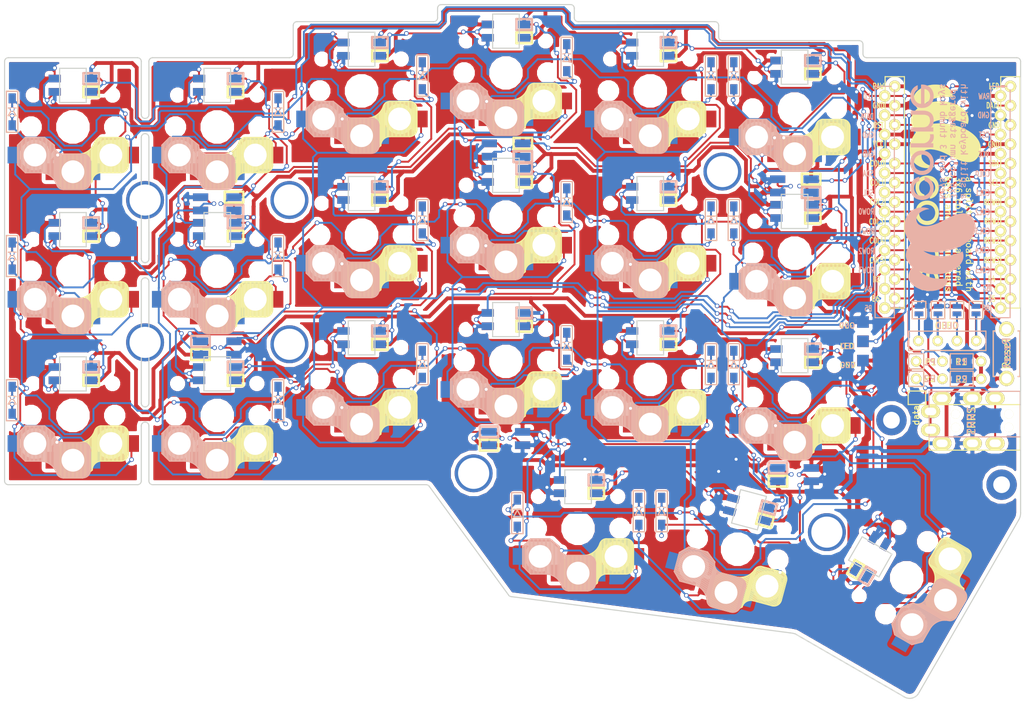
<source format=kicad_pcb>
(kicad_pcb (version 20211014) (generator pcbnew)
  (title_block (title "Corne Chocolate") (date "2018-11-17") (rev "2.1") (company "foostan"))
  (layers (0 "F.Cu" signal) (31 "B.Cu" signal) (34 "B.Paste" user) (35 "F.Paste" user) (36 "B.SilkS" user "B.Silkscreen") (37 "F.SilkS" user "F.Silkscreen") (38 "B.Mask" user) (39 "F.Mask" user) (44 "Edge.Cuts" user))
  (net 0 "")
  (net 1 "row0")
  (net 2 "Net-(D1-Pad2)")
  (net 3 "row1")
  (net 4 "Net-(D2-Pad2)")
  (net 5 "row2")
  (net 6 "Net-(D3-Pad2)")
  (net 7 "row3")
  (net 8 "Net-(D4-Pad2)")
  (net 9 "Net-(D5-Pad2)")
  (net 10 "Net-(D6-Pad2)")
  (net 11 "Net-(D7-Pad2)")
  (net 12 "Net-(D8-Pad2)")
  (net 13 "Net-(D9-Pad2)")
  (net 14 "Net-(D10-Pad2)")
  (net 15 "Net-(D11-Pad2)")
  (net 16 "Net-(D12-Pad2)")
  (net 17 "Net-(D13-Pad2)")
  (net 18 "Net-(D14-Pad2)")
  (net 19 "Net-(D15-Pad2)")
  (net 20 "Net-(D16-Pad2)")
  (net 21 "Net-(D17-Pad2)")
  (net 22 "Net-(D18-Pad2)")
  (net 23 "Net-(D19-Pad2)")
  (net 24 "Net-(D20-Pad2)")
  (net 25 "Net-(D21-Pad2)")
  (net 26 "GND")
  (net 27 "VCC")
  (net 28 "col0")
  (net 29 "col1")
  (net 30 "col2")
  (net 31 "col3")
  (net 32 "col4")
  (net 33 "col5")
  (net 34 "LED")
  (net 35 "data")
  (net 36 "Net-(L1-Pad3)")
  (net 37 "Net-(L1-Pad1)")
  (net 38 "Net-(L3-Pad3)")
  (net 39 "Net-(L10-Pad1)")
  (net 40 "Net-(L11-Pad1)")
  (net 41 "Net-(L13-Pad1)")
  (net 42 "Net-(L14-Pad3)")
  (net 43 "Net-(L10-Pad3)")
  (net 44 "Net-(L12-Pad1)")
  (net 45 "Net-(L13-Pad3)")
  (net 46 "Net-(L15-Pad3)")
  (net 47 "Net-(L16-Pad3)")
  (net 48 "reset")
  (net 49 "SCL")
  (net 50 "SDA")
  (net 51 "Net-(L5-Pad3)")
  (net 52 "Net-(U1-Pad14)")
  (net 53 "Net-(U1-Pad13)")
  (net 54 "Net-(U1-Pad12)")
  (net 55 "Net-(U1-Pad11)")
  (net 56 "Net-(J2-Pad1)")
  (net 57 "Net-(J2-Pad2)")
  (net 58 "Net-(J2-Pad3)")
  (net 59 "Net-(J2-Pad4)")
  (net 60 "Net-(L2-Pad3)")
  (net 61 "Net-(L3-Pad1)")
  (net 62 "Net-(L11-Pad3)")
  (net 63 "Net-(L14-Pad1)")
  (net 64 "Net-(L12-Pad3)")
  (net 65 "Net-(L17-Pad1)")
  (net 66 "Net-(L18-Pad3)")
  (net 67 "Net-(L19-Pad3)")
  (net 68 "Net-(J1-PadA)")
  (net 69 "Net-(J1-PadB)")
  (net 70 "Net-(U1-Pad24)")
  (net 71 "Net-(L21-Pad3)")
  (net 72 "Net-(L22-Pad3)")
  (net 73 "Net-(L22-Pad1)")
  (net 74 "Net-(L23-Pad3)")
  (net 75 "Net-(L25-Pad1)")
  (net 76 "Net-(L26-Pad1)")
  (footprint "kbd:D3_SMD" (layer "F.Cu") (at 62 75.125 -90)
    (fp_text reference "D1" hide)
    (fp_text value "D" hide)
  )
  (footprint "kbd:D3_SMD" (layer "F.Cu") (at 97 75.125 -90)
    (fp_text reference "D2" hide)
    (fp_text value "D" hide)
  )
  (footprint "kbd:D3_SMD" (layer "F.Cu") (at 116 70.375 -90)
    (fp_text reference "D3" hide)
    (fp_text value "D" hide)
  )
  (footprint "kbd:D3_SMD" (layer "F.Cu") (at 135 68 -90)
    (fp_text reference "D4" hide)
    (fp_text value "D" hide)
  )
  (footprint "kbd:D3_SMD" (layer "F.Cu") (at 154 70.375 -90)
    (fp_text reference "D5" hide)
    (fp_text value "D" hide)
  )
  (footprint "kbd:D3_SMD" (layer "F.Cu") (at 157 70.375 -90)
    (fp_text reference "D6" hide)
    (fp_text value "D" hide)
  )
  (footprint "kbd:D3_SMD" (layer "F.Cu") (at 62 94.125 -90)
    (fp_text reference "D7" hide)
    (fp_text value "D" hide)
  )
  (footprint "kbd:D3_SMD" (layer "F.Cu") (at 97 94.125 -90)
    (fp_text reference "D8" hide)
    (fp_text value "D" hide)
  )
  (footprint "kbd:D3_SMD" (layer "F.Cu") (at 116 89.375 -90)
    (fp_text reference "D9" hide)
    (fp_text value "D" hide)
  )
  (footprint "kbd:D3_SMD" (layer "F.Cu") (at 135 87 -90)
    (fp_text reference "D10" hide)
    (fp_text value "D" hide)
  )
  (footprint "kbd:D3_SMD" (layer "F.Cu") (at 154 89.375 -90)
    (fp_text reference "D11" hide)
    (fp_text value "D" hide)
  )
  (footprint "kbd:D3_SMD" (layer "F.Cu") (at 157 89.375 -90)
    (fp_text reference "D12" hide)
    (fp_text value "D" hide)
  )
  (footprint "kbd:D3_SMD" (layer "F.Cu") (at 62 113.125 -90)
    (fp_text reference "D13" hide)
    (fp_text value "D" hide)
  )
  (footprint "kbd:D3_SMD" (layer "F.Cu") (at 97 113.125 -90)
    (fp_text reference "D14" hide)
    (fp_text value "D" hide)
  )
  (footprint "kbd:D3_SMD" (layer "F.Cu") (at 116 108.375 -90)
    (fp_text reference "D15" hide)
    (fp_text value "D" hide)
  )
  (footprint "kbd:D3_SMD" (layer "F.Cu") (at 135 106 -90)
    (fp_text reference "D16" hide)
    (fp_text value "D" hide)
  )
  (footprint "kbd:D3_SMD" (layer "F.Cu") (at 154 108.375 -90)
    (fp_text reference "D17" hide)
    (fp_text value "D" hide)
  )
  (footprint "kbd:D3_SMD" (layer "F.Cu") (at 157 108.375 -90)
    (fp_text reference "D18" hide)
    (fp_text value "D" hide)
  )
  (footprint "kbd:D3_SMD" (layer "F.Cu") (at 128.5 128 -90)
    (fp_text reference "D19" hide)
    (fp_text value "D" hide)
  )
  (footprint "kbd:D3_SMD" (layer "F.Cu") (at 144.5 127.75 -90)
    (fp_text reference "D20" hide)
    (fp_text value "D" hide)
  )
  (footprint "kbd:D3_SMD" (layer "F.Cu") (at 147.5 127.75 -90)
    (fp_text reference "D21" hide)
    (fp_text value "D" hide)
  )
  (footprint "kbd:SK6812MINI_rev" (layer "F.Cu") (at 70 71.625)
    (fp_text reference "L1" hide)
    (fp_text value "SK6812MINI" hide)
  )
  (footprint "kbd:SK6812MINI_rev" (layer "F.Cu") (at 89 71.625)
    (fp_text reference "L2" hide)
    (fp_text value "SK6812MINI" hide)
  )
  (footprint "kbd:SK6812MINI_rev" (layer "F.Cu") (at 108 66.875)
    (fp_text reference "L3" hide)
    (fp_text value "SK6812MINI" hide)
  )
  (footprint "kbd:SK6812MINI_rev" (layer "F.Cu") (at 127 64.5)
    (fp_text reference "L4" hide)
    (fp_text value "SK6812MINI" hide)
  )
  (footprint "kbd:SK6812MINI_rev" (layer "F.Cu") (at 146 66.875)
    (fp_text reference "L5" hide)
    (fp_text value "SK6812MINI" hide)
  )
  (footprint "kbd:SK6812MINI_rev" (layer "F.Cu") (at 165 69.25)
    (fp_text reference "L6" hide)
    (fp_text value "SK6812MINI" hide)
  )
  (footprint "kbd:SK6812MINI_rev" (layer "F.Cu") (at 70 90.625)
    (fp_text reference "L7" hide)
    (fp_text value "SK6812MINI" hide)
  )
  (footprint "kbd:SK6812MINI_rev" (layer "F.Cu") (at 89 90.625)
    (fp_text reference "L8" hide)
    (fp_text value "SK6812MINI" hide)
  )
  (footprint "kbd:SK6812MINI_rev" (layer "F.Cu") (at 108 85.875)
    (fp_text reference "L9" hide)
    (fp_text value "SK6812MINI" hide)
  )
  (footprint "kbd:SK6812MINI_rev" (layer "F.Cu") (at 127 83.5)
    (fp_text reference "L10" hide)
    (fp_text value "SK6812MINI" hide)
  )
  (footprint "kbd:SK6812MINI_rev" (layer "F.Cu") (at 146 85.875)
    (fp_text reference "L11" hide)
    (fp_text value "SK6812MINI" hide)
  )
  (footprint "kbd:SK6812MINI_rev" (layer "F.Cu") (at 165 88.25)
    (fp_text reference "L12" hide)
    (fp_text value "SK6812MINI" hide)
  )
  (footprint "kbd:SK6812MINI_rev" (layer "F.Cu") (at 70 109.625)
    (fp_text reference "L13" hide)
    (fp_text value "SK6812MINI" hide)
  )
  (footprint "kbd:SK6812MINI_rev" (layer "F.Cu") (at 89 109.625)
    (fp_text reference "L14" hide)
    (fp_text value "SK6812MINI" hide)
  )
  (footprint "kbd:SK6812MINI_rev" (layer "F.Cu") (at 108 104.875)
    (fp_text reference "L15" hide)
    (fp_text value "SK6812MINI" hide)
  )
  (footprint "kbd:SK6812MINI_rev" (layer "F.Cu") (at 127 102.5)
    (fp_text reference "L16" hide)
    (fp_text value "SK6812MINI" hide)
  )
  (footprint "kbd:SK6812MINI_rev" (layer "F.Cu") (at 146 104.875)
    (fp_text reference "L17" hide)
    (fp_text value "SK6812MINI" hide)
  )
  (footprint "kbd:SK6812MINI_rev" (layer "F.Cu") (at 165 107.25)
    (fp_text reference "L18" hide)
    (fp_text value "SK6812MINI" hide)
  )
  (footprint "kbd:SK6812MINI_rev" (layer "F.Cu") (at 136.5 124.5)
    (fp_text reference "L19" hide)
    (fp_text value "SK6812MINI" hide)
  )
  (footprint "kbd:SK6812MINI_rev" (layer "F.Cu") (at 159 127.5 -15)
    (fp_text reference "L20" hide)
    (fp_text value "SK6812MINI" hide)
  )
  (footprint "kbd:SK6812MINI_rev" (layer "F.Cu") (at 175 133.75 -120)
    (fp_text reference "L21" hide)
    (fp_text value "SK6812MINI" hide)
  )
  (footprint "kbd:Choc_Hotswap" (layer "F.Cu") (at 70 77.125 180)
    (fp_text reference "SW1" hide)
    (fp_text value "SW_PUSH" hide)
  )
  (footprint "kbd:Choc_Hotswap" (layer "F.Cu") (at 89 77.125 180)
    (fp_text reference "SW2" hide)
    (fp_text value "SW_PUSH" hide)
  )
  (footprint "kbd:Choc_Hotswap" (layer "F.Cu") (at 108 72.375 180)
    (fp_text reference "SW3" hide)
    (fp_text value "SW_PUSH" hide)
  )
  (footprint "kbd:Choc_Hotswap" (layer "F.Cu") (at 127 70 180)
    (fp_text reference "SW4" hide)
    (fp_text value "SW_PUSH" hide)
  )
  (footprint "kbd:Choc_Hotswap" (layer "F.Cu") (at 146 72.375 180)
    (fp_text reference "SW5" hide)
    (fp_text value "SW_PUSH" hide)
  )
  (footprint "kbd:Choc_Hotswap" (layer "F.Cu") (at 165 74.75 180)
    (fp_text reference "SW6" hide)
    (fp_text value "SW_PUSH" hide)
  )
  (footprint "kbd:Choc_Hotswap" (layer "F.Cu") (at 70 96.125 180)
    (fp_text reference "SW7" hide)
    (fp_text value "SW_PUSH" hide)
  )
  (footprint "kbd:Choc_Hotswap" (layer "F.Cu") (at 89 96.125 180)
    (fp_text reference "SW8" hide)
    (fp_text value "SW_PUSH" hide)
  )
  (footprint "kbd:Choc_Hotswap" (layer "F.Cu") (at 108 91.375 180)
    (fp_text reference "SW9" hide)
    (fp_text value "SW_PUSH" hide)
  )
  (footprint "kbd:Choc_Hotswap" (layer "F.Cu") (at 127 89 180)
    (fp_text reference "SW10" hide)
    (fp_text value "SW_PUSH" hide)
  )
  (footprint "kbd:Choc_Hotswap" (layer "F.Cu") (at 146 91.375 180)
    (fp_text reference "SW11" hide)
    (fp_text value "SW_PUSH" hide)
  )
  (footprint "kbd:Choc_Hotswap" (layer "F.Cu") (at 165 93.75 180)
    (fp_text reference "SW12" hide)
    (fp_text value "SW_PUSH" hide)
  )
  (footprint "kbd:Choc_Hotswap" (layer "F.Cu") (at 70 115.125 180)
    (fp_text reference "SW13" hide)
    (fp_text value "SW_PUSH" hide)
  )
  (footprint "kbd:Choc_Hotswap" (layer "F.Cu") (at 89 115.125 180)
    (fp_text reference "SW14" hide)
    (fp_text value "SW_PUSH" hide)
  )
  (footprint "kbd:Choc_Hotswap" (layer "F.Cu") (at 108 110.375 180)
    (fp_text reference "SW15" hide)
    (fp_text value "SW_PUSH" hide)
  )
  (footprint "kbd:Choc_Hotswap" (layer "F.Cu") (at 127 108 180)
    (fp_text reference "SW16" hide)
    (fp_text value "SW_PUSH" hide)
  )
  (footprint "kbd:Choc_Hotswap" (layer "F.Cu") (at 146 110.375 180)
    (fp_text reference "SW17" hide)
    (fp_text value "SW_PUSH" hide)
  )
  (footprint "kbd:Choc_Hotswap" (layer "F.Cu") (at 165 112.75 180)
    (fp_text reference "SW18" hide)
    (fp_text value "SW_PUSH" hide)
  )
  (footprint "kbd:Choc_Hotswap" (layer "F.Cu") (at 136.5 130 180)
    (fp_text reference "SW19" hide)
    (fp_text value "SW_PUSH" hide)
  )
  (footprint "kbd:Choc_Hotswap" (layer "F.Cu") (at 157.5 132.75 165)
    (fp_text reference "SW20" hide)
    (fp_text value "SW_PUSH" hide)
  )
  (footprint "kbd:Jumper" (layer "F.Cu") (at 188.875 101.25 -90)
    (fp_text reference "JP2" hide)
    (fp_text value " ")
  )
  (footprint "kbd:Jumper" (layer "F.Cu") (at 186.375 101.25 -90)
    (fp_text reference "JP3" hide)
    (fp_text value " ")
  )
  (footprint "kbd:Jumper" (layer "F.Cu") (at 183.875 101.25 -90)
    (fp_text reference "JP4" hide)
    (fp_text value " ")
  )
  (footprint "kbd:Jumper" (layer "F.Cu") (at 181.375 101.25 -90)
    (fp_text reference "JP5" hide)
    (fp_text value " ")
  )
  (footprint "kbd:ProMicro_v2" (layer "F.Cu") (at 185.75 86.25)
    (fp_text reference "U1" hide)
    (fp_text value "ProMicro" hide)
  )
  (footprint "kbd:LEGO_HOLE" (layer "F.Cu") (at 177.75 115.75)
    (fp_text reference "")
    (fp_text value "")
  )
  (footprint "kbd:LEGO_HOLE" (layer "F.Cu") (at 192.25 124.25)
    (fp_text reference "")
    (fp_text value "")
  )
  (footprint "kbd:LEGO_HOLE" (layer "F.Cu") (at 79.5 86.75)
    (fp_text reference "")
    (fp_text value "")
  )
  (footprint "kbd:LEGO_HOLE" (layer "F.Cu") (at 79.5 105.5)
    (fp_text reference "")
    (fp_text value "")
  )
  (footprint "kbd:LEGO_HOLE" (layer "F.Cu") (at 98.5 86.75)
    (fp_text reference "")
    (fp_text value "")
  )
  (footprint "kbd:LEGO_HOLE" (layer "F.Cu") (at 98.5 105.75)
    (fp_text reference "")
    (fp_text value "")
  )
  (footprint "kbd:LEGO_HOLE" (layer "F.Cu") (at 155.5 83)
    (fp_text reference "")
    (fp_text value "")
  )
  (footprint "kbd:LEGO_HOLE" (layer "F.Cu") (at 122.75 122.75)
    (fp_text reference "")
    (fp_text value "")
  )
  (footprint "kbd:LEGO_HOLE" (layer "F.Cu") (at 169.25 130.5)
    (fp_text reference "")
    (fp_text value "")
  )
  (footprint "kbd:StripLED_rev" (layer "F.Cu") (at 174 107.9 180)
    (fp_text reference "J3" hide)
    (fp_text value "LED" hide)
  )
  (footprint "kbd:JPC2" (layer "F.Cu") (at 181.1 112.8)
    (fp_text reference "data")
    (fp_text value " " hide)
  )
  (footprint "kbd:OLED" (layer "F.Cu") (at 181.3 105.3)
    (fp_text reference "OLED")
    (fp_text value "OLED" hide)
  )
  (footprint "kbd:MJ-4PP-9" (layer "F.Cu") (at 194.7 116.7 -90)
    (fp_text reference "TRRS")
    (fp_text value "MJ-4PP-9" hide)
  )
  (footprint "kbd:ResetSW" (layer "F.Cu") (at 192.9 107 90)
    (fp_text reference "RSW1" hide)
    (fp_text value "Reset")
  )
  (footprint "kbd:SK6812MINI_underglow_rev" (layer "F.Cu") (at 127.02 80.16)
    (fp_text reference "L23" hide)
    (fp_text value "SK6812MINI" hide)
  )
  (footprint "kbd:SK6812MINI_underglow_rev" (layer "F.Cu") (at 164.97 84.88)
    (fp_text reference "L24" hide)
    (fp_text value "SK6812MINI" hide)
  )
  (footprint "kbd:SK6812MINI_underglow_rev" (layer "F.Cu") (at 126.99 118.17 180)
    (fp_text reference "L26" hide)
    (fp_text value "SK6812MINI" hide)
  )
  (footprint "kbd:SK6812MINI_underglow_rev" (layer "F.Cu") (at 165.01 122.92 180)
    (fp_text reference "L27" hide)
    (fp_text value "SK6812MINI" hide)
  )
  (footprint "kbd:corne" (layer "F.Cu") (at 184.7 85.225 -90)
    (fp_text reference "G***" hide)
    (fp_text value "LOGO" hide)
  )
  (footprint "kbd:Choc_Hotswap_1.5u" (layer "F.Cu") (at 179.75 136.5 -120)
    (fp_text reference "SW21" hide)
    (fp_text value "SW_PUSH" hide)
  )
  (footprint "kbd:R" (layer "F.Cu") (at 187 110.3 180)
    (fp_text reference "R2")
    (fp_text value "R" hide)
  )
  (footprint "kbd:R" (layer "F.Cu") (at 187 108 180)
    (fp_text reference "R1")
    (fp_text value "R" hide)
  )
  (footprint "kbd:1pin_conn" (layer "F.Cu") (at 181 108)
    (fp_text reference "P1")
    (fp_text value "i2c-pin" hide)
  )
  (footprint "kbd:1pin_conn" (layer "F.Cu") (at 181 110.3)
    (fp_text reference "P2")
    (fp_text value "i2c-pin" hide)
  )
  (footprint "kbd:SK6812MINI_underglow_rev" (layer "F.Cu") (at 89 87.25)
    (fp_text reference "L22" hide)
    (fp_text value "SK6812MINI" hide)
  )
  (footprint "kbd:SK6812MINI_underglow_rev" (layer "F.Cu") (at 89 106.24 180)
    (fp_text reference "L25" hide)
    (fp_text value "SK6812MINI" hide)
  )
  (footprint "kbd:Jumper" (layer "B.Cu") (at 188.875 101.25 -90)
    (fp_text reference "JP6" hide)
    (fp_text value " ")
  )
  (footprint "kbd:Jumper" (layer "B.Cu") (at 186.375 101.25 -90)
    (fp_text reference "JP7" hide)
    (fp_text value " ")
  )
  (footprint "kbd:Jumper" (layer "B.Cu") (at 183.875 101.25 -90)
    (fp_text reference "JP8" hide)
    (fp_text value " ")
  )
  (footprint "kbd:Jumper" (layer "B.Cu") (at 181.375 101.25 -90)
    (fp_text reference "JP9" hide)
    (fp_text value " ")
  )
  (footprint "kbd:corne" (layer "B.Cu") (at 184.025 85.05 90)
    (fp_text reference "G***" hide)
    (fp_text value "LOGO" hide)
  )
  (gr_line (start 87.25 69.4) (end 87.25 73.9) (layer "Edge.Cuts") (width 0.15))
  (gr_line (start 87.25 73.9) (end 90.75 73.9) (layer "Edge.Cuts") (width 0.15))
  (gr_line (start 90.75 73.9) (end 90.75 69.4) (layer "Edge.Cuts") (width 0.15))
  (gr_line (start 90.75 69.4) (end 87.25 69.4) (layer "Edge.Cuts") (width 0.15))
  (gr_line (start 68.25 88.4) (end 68.25 92.9) (layer "Edge.Cuts") (width 0.15))
  (gr_line (start 68.25 92.9) (end 71.75 92.9) (layer "Edge.Cuts") (width 0.15))
  (gr_line (start 71.75 92.9) (end 71.75 88.4) (layer "Edge.Cuts") (width 0.15))
  (gr_line (start 71.75 88.4) (end 68.25 88.4) (layer "Edge.Cuts") (width 0.15))
  (gr_line (start 87.25 88.4) (end 87.25 92.9) (layer "Edge.Cuts") (width 0.15))
  (gr_line (start 87.25 92.9) (end 90.75 92.9) (layer "Edge.Cuts") (width 0.15))
  (gr_line (start 90.75 92.9) (end 90.75 88.4) (layer "Edge.Cuts") (width 0.15))
  (gr_line (start 90.75 88.4) (end 87.25 88.4) (layer "Edge.Cuts") (width 0.15))
  (gr_line (start 68.25 107.4) (end 68.25 111.9) (layer "Edge.Cuts") (width 0.15))
  (gr_line (start 68.25 111.9) (end 71.75 111.9) (layer "Edge.Cuts") (width 0.15))
  (gr_line (start 71.75 111.9) (end 71.75 107.4) (layer "Edge.Cuts") (width 0.15))
  (gr_line (start 71.75 107.4) (end 68.25 107.4) (layer "Edge.Cuts") (width 0.15))
  (gr_line (start 87.25 107.4) (end 87.25 111.9) (layer "Edge.Cuts") (width 0.15))
  (gr_line (start 87.25 111.9) (end 90.75 111.9) (layer "Edge.Cuts") (width 0.15))
  (gr_line (start 90.75 111.9) (end 90.75 107.4) (layer "Edge.Cuts") (width 0.15))
  (gr_line (start 90.75 107.4) (end 87.25 107.4) (layer "Edge.Cuts") (width 0.15))
  (gr_line (start 106.25 64.65) (end 106.25 69.15) (layer "Edge.Cuts") (width 0.15))
  (gr_line (start 106.25 69.15) (end 109.75 69.15) (layer "Edge.Cuts") (width 0.15))
  (gr_line (start 109.75 69.15) (end 109.75 64.65) (layer "Edge.Cuts") (width 0.15))
  (gr_line (start 109.75 64.65) (end 106.25 64.65) (layer "Edge.Cuts") (width 0.15))
  (gr_line (start 125.25 62.25) (end 125.25 66.75) (layer "Edge.Cuts") (width 0.15))
  (gr_line (start 125.25 66.75) (end 128.75 66.75) (layer "Edge.Cuts") (width 0.15))
  (gr_line (start 128.75 66.75) (end 128.75 62.25) (layer "Edge.Cuts") (width 0.15))
  (gr_line (start 128.75 62.25) (end 125.25 62.25) (layer "Edge.Cuts") (width 0.15))
  (gr_line (start 144.25 64.65) (end 144.25 69.15) (layer "Edge.Cuts") (width 0.15))
  (gr_line (start 144.25 69.15) (end 147.75 69.15) (layer "Edge.Cuts") (width 0.15))
  (gr_line (start 147.75 69.15) (end 147.75 64.65) (layer "Edge.Cuts") (width 0.15))
  (gr_line (start 147.75 64.65) (end 144.25 64.65) (layer "Edge.Cuts") (width 0.15))
  (gr_line (start 163.25 67) (end 163.25 71.5) (layer "Edge.Cuts") (width 0.15))
  (gr_line (start 163.25 71.5) (end 166.75 71.5) (layer "Edge.Cuts") (width 0.15))
  (gr_line (start 166.75 71.5) (end 166.75 67) (layer "Edge.Cuts") (width 0.15))
  (gr_line (start 166.75 67) (end 163.25 67) (layer "Edge.Cuts") (width 0.15))
  (gr_line (start 106.25 83.65) (end 106.25 88.15) (layer "Edge.Cuts") (width 0.15))
  (gr_line (start 106.25 88.15) (end 109.75 88.15) (layer "Edge.Cuts") (width 0.15))
  (gr_line (start 109.75 88.15) (end 109.75 83.65) (layer "Edge.Cuts") (width 0.15))
  (gr_line (start 109.75 83.65) (end 106.25 83.65) (layer "Edge.Cuts") (width 0.15))
  (gr_line (start 125.25 81.25) (end 125.25 85.75) (layer "Edge.Cuts") (width 0.15))
  (gr_line (start 125.25 85.75) (end 128.75 85.75) (layer "Edge.Cuts") (width 0.15))
  (gr_line (start 128.75 85.75) (end 128.75 81.25) (layer "Edge.Cuts") (width 0.15))
  (gr_line (start 128.75 81.25) (end 125.25 81.25) (layer "Edge.Cuts") (width 0.15))
  (gr_line (start 144.25 83.65) (end 144.25 88.15) (layer "Edge.Cuts") (width 0.15))
  (gr_line (start 144.25 88.15) (end 147.75 88.15) (layer "Edge.Cuts") (width 0.15))
  (gr_line (start 147.75 88.15) (end 147.75 83.65) (layer "Edge.Cuts") (width 0.15))
  (gr_line (start 147.75 83.65) (end 144.25 83.65) (layer "Edge.Cuts") (width 0.15))
  (gr_line (start 163.25 86) (end 163.25 90.5) (layer "Edge.Cuts") (width 0.15))
  (gr_line (start 163.25 90.5) (end 166.75 90.5) (layer "Edge.Cuts") (width 0.15))
  (gr_line (start 166.75 90.5) (end 166.75 86) (layer "Edge.Cuts") (width 0.15))
  (gr_line (start 166.75 86) (end 163.25 86) (layer "Edge.Cuts") (width 0.15))
  (gr_line (start 106.25 102.65) (end 106.25 107.15) (layer "Edge.Cuts") (width 0.15))
  (gr_line (start 106.25 107.15) (end 109.75 107.15) (layer "Edge.Cuts") (width 0.15))
  (gr_line (start 109.75 107.15) (end 109.75 102.65) (layer "Edge.Cuts") (width 0.15))
  (gr_line (start 109.75 102.65) (end 106.25 102.65) (layer "Edge.Cuts") (width 0.15))
  (gr_line (start 125.25 100.25) (end 125.25 104.75) (layer "Edge.Cuts") (width 0.15))
  (gr_line (start 125.25 104.75) (end 128.75 104.75) (layer "Edge.Cuts") (width 0.15))
  (gr_line (start 128.75 104.75) (end 128.75 100.25) (layer "Edge.Cuts") (width 0.15))
  (gr_line (start 128.75 100.25) (end 125.25 100.25) (layer "Edge.Cuts") (width 0.15))
  (gr_line (start 144.25 102.65) (end 144.25 107.15) (layer "Edge.Cuts") (width 0.15))
  (gr_line (start 144.25 107.15) (end 147.75 107.15) (layer "Edge.Cuts") (width 0.15))
  (gr_line (start 147.75 107.15) (end 147.75 102.65) (layer "Edge.Cuts") (width 0.15))
  (gr_line (start 147.75 102.65) (end 144.25 102.65) (layer "Edge.Cuts") (width 0.15))
  (gr_line (start 163.25 105) (end 163.25 109.5) (layer "Edge.Cuts") (width 0.15))
  (gr_line (start 163.25 109.5) (end 166.75 109.5) (layer "Edge.Cuts") (width 0.15))
  (gr_line (start 166.75 109.5) (end 166.75 105) (layer "Edge.Cuts") (width 0.15))
  (gr_line (start 166.75 105) (end 163.25 105) (layer "Edge.Cuts") (width 0.15))
  (gr_line (start 134.75 122.3) (end 134.75 126.75) (layer "Edge.Cuts") (width 0.15))
  (gr_line (start 134.75 126.75) (end 138.25 126.75) (layer "Edge.Cuts") (width 0.15))
  (gr_line (start 138.25 126.75) (end 138.25 122.3) (layer "Edge.Cuts") (width 0.15))
  (gr_line (start 138.25 122.3) (end 134.75 122.3) (layer "Edge.Cuts") (width 0.15))
  (gr_line (start 157.9 124.9) (end 156.7 129.3) (layer "Edge.Cuts") (width 0.15))
  (gr_line (start 156.7 129.3) (end 160.1 130.2) (layer "Edge.Cuts") (width 0.15))
  (gr_line (start 160.1 130.2) (end 161.3 125.8) (layer "Edge.Cuts") (width 0.15))
  (gr_line (start 161.3 125.8) (end 157.9 124.9) (layer "Edge.Cuts") (width 0.15))
  (gr_line (start 136 62.75) (end 136 61.5) (layer "Edge.Cuts") (width 0.15))
  (gr_line (start 68.25 73.9) (end 71.75 73.9) (layer "Edge.Cuts") (width 0.15))
  (gr_line (start 79 78.5) (end 79 94.5) (layer "Edge.Cuts") (width 0.15))
  (gr_line (start 154.5 63.25) (end 136.5 63.25) (layer "Edge.Cuts") (width 0.15))
  (gr_arc (start 173.5 65.75) (mid 173.853553 65.896447) (end 174 66.25) (layer "Edge.Cuts") (width 0.15))
  (gr_line (start 165.075 143.9) (end 179.369251 152.160956) (layer "Edge.Cuts") (width 0.15))
  (gr_line (start 78.5 68) (end 61.5 68) (layer "Edge.Cuts") (width 0.15))
  (gr_arc (start 127.75 139) (mid 127.558658 138.96194) (end 127.396447 138.853553) (layer "Edge.Cuts") (width 0.15))
  (gr_arc (start 174.5 68) (mid 174.146447 67.853553) (end 174 67.5) (layer "Edge.Cuts") (width 0.15))
  (gr_arc (start 135.5 61) (mid 135.853553 61.146447) (end 136 61.5) (layer "Edge.Cuts") (width 0.15))
  (gr_line (start 173.9 131.1) (end 172.1 134.2) (layer "Edge.Cuts") (width 0.15))
  (gr_line (start 61 68.5) (end 61 123.75) (layer "Edge.Cuts") (width 0.15))
  (gr_arc (start 79.5 116) (mid 79.853553 116.146447) (end 80 116.5) (layer "Edge.Cuts") (width 0.15))
  (gr_arc (start 80.5 124.25) (mid 80.146447 124.103553) (end 80 123.75) (layer "Edge.Cuts") (width 0.15))
  (gr_line (start 98.5 68) (end 80.5 68) (layer "Edge.Cuts") (width 0.15))
  (gr_arc (start 79.5 97) (mid 79.853553 97.146447) (end 80 97.5) (layer "Edge.Cuts") (width 0.15))
  (gr_line (start 172.1 134.2) (end 176.1 136.4) (layer "Edge.Cuts") (width 0.15))
  (gr_arc (start 80 94.5) (mid 79.853553 94.853553) (end 79.5 95) (layer "Edge.Cuts") (width 0.15))
  (gr_arc (start 164.420555 143.770344) (mid 164.750952 143.819149) (end 165.075 143.9) (layer "Edge.Cuts") (width 0.15))
  (gr_line (start 80 94.5) (end 80 78.5) (layer "Edge.Cuts") (width 0.15))
  (gr_arc (start 80 75.5) (mid 79.853553 75.853553) (end 79.5 76) (layer "Edge.Cuts") (width 0.15))
  (gr_arc (start 61.5 124.25) (mid 61.146447 124.103553) (end 61 123.75) (layer "Edge.Cuts") (width 0.15))
  (gr_line (start 177.8 133.4) (end 173.9 131.1) (layer "Edge.Cuts") (width 0.15))
  (gr_line (start 68.25 69.4) (end 68.25 73.9) (layer "Edge.Cuts") (width 0.15))
  (gr_arc (start 116.5 124.25) (mid 116.691342 124.28806) (end 116.853553 124.396447) (layer "Edge.Cuts") (width 0.15))
  (gr_arc (start 79 78.5) (mid 79.146447 78.146447) (end 79.5 78) (layer "Edge.Cuts") (width 0.15))
  (gr_arc (start 79.5 76) (mid 79.146447 75.853553) (end 79 75.5) (layer "Edge.Cuts") (width 0.15))
  (gr_line (start 99 63.75) (end 99 67.5) (layer "Edge.Cuts") (width 0.15))
  (gr_line (start 176.1 136.4) (end 177.8 133.4) (layer "Edge.Cuts") (width 0.15))
  (gr_line (start 79 113.5) (end 79 97.5) (layer "Edge.Cuts") (width 0.15))
  (gr_arc (start 79.5 78) (mid 79.853553 78.146447) (end 80 78.5) (layer "Edge.Cuts") (width 0.15))
  (gr_arc (start 181.297263 151.781465) (mid 180.412069 152.371617) (end 179.369251 152.160956) (layer "Edge.Cuts") (width 0.15))
  (gr_arc (start 79 97.5) (mid 79.146447 97.146447) (end 79.5 97) (layer "Edge.Cuts") (width 0.15))
  (gr_line (start 194.25 68) (end 174.5 68) (layer "Edge.Cuts") (width 0.15))
  (gr_arc (start 154.5 63.25) (mid 154.853553 63.396447) (end 155 63.75) (layer "Edge.Cuts") (width 0.15))
  (gr_line (start 135.5 61) (end 118.5 61) (layer "Edge.Cuts") (width 0.15))
  (gr_arc (start 99 63.75) (mid 99.146447 63.396447) (end 99.5 63.25) (layer "Edge.Cuts") (width 0.15))
  (gr_line (start 80 116.5) (end 80 123.75) (layer "Edge.Cuts") (width 0.15))
  (gr_arc (start 80 113.5) (mid 79.853553 113.853553) (end 79.5 114) (layer "Edge.Cuts") (width 0.15))
  (gr_line (start 118 61.5) (end 118 62.75) (layer "Edge.Cuts") (width 0.15))
  (gr_arc (start 136.5 63.25) (mid 136.146447 63.103553) (end 136 62.75) (layer "Edge.Cuts") (width 0.15))
  (gr_arc (start 79 116.5) (mid 79.146447 116.146447) (end 79.5 116) (layer "Edge.Cuts") (width 0.15))
  (gr_arc (start 80 68.5) (mid 80.146447 68.146447) (end 80.5 68) (layer "Edge.Cuts") (width 0.15))
  (gr_line (start 116.853553 124.396447) (end 127.396447 138.853553) (layer "Edge.Cuts") (width 0.15))
  (gr_arc (start 79.5 114) (mid 79.146447 113.853553) (end 79 113.5) (layer "Edge.Cuts") (width 0.15))
  (gr_arc (start 118 62.75) (mid 117.853553 63.103553) (end 117.5 63.25) (layer "Edge.Cuts") (width 0.15))
  (gr_line (start 155 65.25) (end 155 63.75) (layer "Edge.Cuts") (width 0.15))
  (gr_line (start 80 97.5) (end 80 113.5) (layer "Edge.Cuts") (width 0.15))
  (gr_arc (start 118 61.5) (mid 118.146447 61.146447) (end 118.5 61) (layer "Edge.Cuts") (width 0.15))
  (gr_arc (start 155.5 65.75) (mid 155.146447 65.603553) (end 155 65.25) (layer "Edge.Cuts") (width 0.15))
  (gr_line (start 80 75.5) (end 80 68.5) (layer "Edge.Cuts") (width 0.15))
  (gr_line (start 116.5 124.25) (end 80.5 124.25) (layer "Edge.Cuts") (width 0.15))
  (gr_line (start 194.75 68.5) (end 194.75 127.975) (layer "Edge.Cuts") (width 0.15))
  (gr_line (start 127.75 139) (end 164.420555 143.770344) (layer "Edge.Cuts") (width 0.15))
  (gr_line (start 173.5 65.75) (end 155.5 65.75) (layer "Edge.Cuts") (width 0.15))
  (gr_line (start 71.75 69.4) (end 68.25 69.4) (layer "Edge.Cuts") (width 0.15))
  (gr_line (start 79 68.5) (end 79 75.5) (layer "Edge.Cuts") (width 0.15))
  (gr_line (start 117.5 63.25) (end 99.5 63.25) (layer "Edge.Cuts") (width 0.15))
  (gr_line (start 79 123.75) (end 79 116.5) (layer "Edge.Cuts") (width 0.15))
  (gr_line (start 61.5 124.25) (end 78.5 124.25) (layer "Edge.Cuts") (width 0.15))
  (gr_arc (start 99 67.5) (mid 98.853553 67.853553) (end 98.5 68) (layer "Edge.Cuts") (width 0.15))
  (gr_arc (start 79 123.75) (mid 78.853553 124.103553) (end 78.5 124.25) (layer "Edge.Cuts") (width 0.15))
  (gr_arc (start 194.75 127.975) (mid 194.695218 128.426668) (end 194.522764 128.847696) (layer "Edge.Cuts") (width 0.15))
  (gr_line (start 181.297263 151.781465) (end 194.525 128.85) (layer "Edge.Cuts") (width 0.15))
  (gr_arc (start 79.5 95) (mid 79.146447 94.853553) (end 79 94.5) (layer "Edge.Cuts") (width 0.15))
  (gr_arc (start 194.25 68) (mid 194.603553 68.146447) (end 194.75 68.5) (layer "Edge.Cuts") (width 0.15))
  (gr_arc (start 61 68.5) (mid 61.146447 68.146447) (end 61.5 68) (layer "Edge.Cuts") (width 0.15))
  (gr_line (start 174 66.25) (end 174 67.5) (layer "Edge.Cuts") (width 0.15))
  (gr_line (start 71.75 73.9) (end 71.75 69.4) (layer "Edge.Cuts") (width 0.15))
  (gr_arc (start 78.5 68) (mid 78.853553 68.146447) (end 79 68.5) (layer "Edge.Cuts") (width 0.15))
  (gr_text "OLED" (at 185.1 103.3) (layer "B.SilkS") (effects (font (size 0.8128 0.8128)) (justify mirror)))
  (gr_text "GND" (at 171.9 103.3) (layer "B.SilkS") (effects (font (size 0.7 0.7) (thickness 0.125)) (justify mirror)))
  (gr_text "LED" (at 172 106) (layer "B.SilkS") (effects (font (size 0.7 0.7) (thickness 0.125)) (justify mirror)))
  (gr_text "VCC" (at 172 108.5) (layer "B.SilkS") (effects (font (size 0.7 0.7) (thickness 0.125)) (justify mirror)))
  (gr_text "LED" (at 171.9 106) (layer "F.SilkS") (effects (font (size 0.7 0.7) (thickness 0.125))))
  (gr_text "GND" (at 172 108.5) (layer "F.SilkS") (effects (font (size 0.7 0.7) (thickness 0.125))))
  (gr_text "VCC" (at 171.9 103.3) (layer "F.SilkS") (effects (font (size 0.7 0.7) (thickness 0.125))))
  (segment (start 187.518 88.282) (end 188.788 87.012) (width 0.25) (layer "F.Cu") (net 1))
  (segment (start 188.788 87.012) (end 193.4064 87.012) (width 0.25) (layer "F.Cu") (net 1))
  (segment (start 115.75 69.95) (end 116 69.7) (width 0.25) (layer "F.Cu") (net 1))
  (segment (start 116 69.7) (end 116 68.6) (width 0.25) (layer "F.Cu") (net 1))
  (segment (start 135 67.6) (end 135 66.225) (width 0.25) (layer "F.Cu") (net 1))
  (segment (start 97 74.75) (end 97 73.35) (width 0.25) (layer "F.Cu") (net 1))
  (segment (start 62 74.8) (end 62 73.35) (width 0.25) (layer "F.Cu") (net 1))
  (segment (start 154 70) (end 154 68.6) (width 0.25) (layer "F.Cu") (net 1))
  (segment (start 174.8 77) (end 174.8 77.592016) (width 0.25) (layer "F.Cu") (net 1))
  (segment (start 157 68.6) (end 157 70) (width 0.25) (layer "F.Cu") (net 1))
  (segment (start 174.62 82.004264) (end 174.62 81.58) (width 0.25) (layer "F.Cu") (net 1))
  (segment (start 174.62 86.042) (end 174.62 82.004264) (width 0.25) (layer "F.Cu") (net 1))
  (segment (start 174.8 77.592016) (end 174.623487 77.768529) (width 0.25) (layer "F.Cu") (net 1))
  (segment (start 176.86 88.282) (end 174.62 86.042) (width 0.25) (layer "F.Cu") (net 1))
  (segment (start 176.86 88.282) (end 187.518 88.282) (width 0.25) (layer "F.Cu") (net 1))
  (via (at 174.623487 77.768529) (size 0.6) (drill 0.4) (layers "F.Cu" "B.Cu") (net 1))
  (via (at 154 70) (size 0.6) (drill 0.4) (layers "F.Cu" "B.Cu") (net 1))
  (via (at 135 67.6) (size 0.6) (drill 0.4) (layers "F.Cu" "B.Cu") (net 1))
  (via (at 62 74.8) (size 0.6) (drill 0.4) (layers "F.Cu" "B.Cu") (net 1))
  (via (at 115.75 69.95) (size 0.6) (drill 0.4) (layers "F.Cu" "B.Cu") (net 1))
  (via (at 174.62 81.58) (size 0.6) (drill 0.4) (layers "F.Cu" "B.Cu") (net 1))
  (via (at 157 70) (size 0.6) (drill 0.4) (layers "F.Cu" "B.Cu") (net 1))
  (via (at 97 74.75) (size 0.6) (drill 0.4) (layers "F.Cu" "B.Cu") (net 1))
  (via (at 174.8 77) (size 0.6) (drill 0.4) (layers "F.Cu" "B.Cu") (net 1))
  (segment (start 66.8 76.05) (end 66.8 77.5) (width 0.25) (layer "B.Cu") (net 1))
  (segment (start 66.8 77.5) (end 68.9 79.6) (width 0.25) (layer "B.Cu") (net 1))
  (segment (start 68.9 79.6) (end 71.15 79.6) (width 0.25) (layer "B.Cu") (net 1))
  (segment (start 71.15 79.6) (end 73.1 77.65) (width 0.25) (layer "B.Cu") (net 1))
  (segment (start 73.1 77.65) (end 73.1 76.25) (width 0.25) (layer "B.Cu") (net 1))
  (segment (start 73.1 76.25) (end 73.75 75.6) (width 0.25) (layer "B.Cu") (net 1))
  (segment (start 73.75 75.6) (end 76.2 75.6) (width 0.25) (layer "B.Cu") (net 1))
  (segment (start 76.2 75.6) (end 77.6 77) (width 0.25) (layer "B.Cu") (net 1))
  (segment (start 77.6 77) (end 80.8 77) (width 0.25) (layer "B.Cu") (net 1))
  (segment (start 80.8 77) (end 81.4 76.4) (width 0.25) (layer "B.Cu") (net 1))
  (segment (start 81.4 76.4) (end 81.4 75.2) (width 0.25) (layer "B.Cu") (net 1))
  (segment (start 81.4 75.2) (end 81.6 75) (width 0.25) (layer "B.Cu") (net 1))
  (segment (start 81.6 75) (end 87.4 75) (width 0.25) (layer "B.Cu") (net 1))
  (segment (start 87.4 75) (end 87.9 74.5) (width 0.25) (layer "B.Cu") (net 1))
  (segment (start 87.9 74.5) (end 90.2 74.5) (width 0.25) (layer "B.Cu") (net 1))
  (segment (start 90.2 74.5) (end 90.8 75.1) (width 0.25) (layer "B.Cu") (net 1))
  (segment (start 90.8 75.1) (end 95 75.1) (width 0.25) (layer "B.Cu") (net 1))
  (segment (start 95 75.1) (end 95.25 75.35) (width 0.25) (layer "B.Cu") (net 1))
  (segment (start 97 75.35) (end 95.25 75.35) (width 0.25) (layer "B.Cu") (net 1))
  (segment (start 97.85 75.35) (end 100.8 72.4) (width 0.25) (layer "B.Cu") (net 1))
  (segment (start 100.8 72.4) (end 100.8 71.4) (width 0.25) (layer "B.Cu") (net 1))
  (segment (start 100.8 71.4) (end 101.4 70.8) (width 0.25) (layer "B.Cu") (net 1))
  (segment (start 101.4 70.8) (end 104 70.8) (width 0.25) (layer "B.Cu") (net 1))
  (segment (start 104 70.8) (end 104.9 71.7) (width 0.25) (layer "B.Cu") (net 1))
  (segment (start 104.9 71.7) (end 104.9 72.85) (width 0.25) (layer "B.Cu") (net 1))
  (segment (start 104.9 72.85) (end 106.95 74.9) (width 0.25) (layer "B.Cu") (net 1))
  (segment (start 106.95 74.9) (end 109.1 74.9) (width 0.25) (layer "B.Cu") (net 1))
  (segment (start 109.1 74.9) (end 111 73) (width 0.25) (layer "B.Cu") (net 1))
  (segment (start 111 73) (end 111 71.5) (width 0.25) (layer "B.Cu") (net 1))
  (segment (start 111 71.5) (end 111.7 70.8) (width 0.25) (layer "B.Cu") (net 1))
  (segment (start 111.7 70.8) (end 115.8 70.8) (width 0.25) (layer "B.Cu") (net 1))
  (segment (start 63.7 75.05) (end 62 73.35) (width 0.25) (layer "B.Cu") (net 1))
  (segment (start 115.8 70) (end 115.75 69.95) (width 0.25) (layer "B.Cu") (net 1))
  (segment (start 116 69.7) (end 115.75 69.95) (width 0.25) (layer "B.Cu") (net 1))
  (segment (start 135 68.2) (end 135 67.6) (width 0.25) (layer "B.Cu") (net 1))
  (segment (start 157 70) (end 157.05 70.05) (width 0.25) (layer "B.Cu") (net 1))
  (segment (start 157.05 70.05) (end 157.05 70.6) (width 0.25) (layer "B.Cu") (net 1))
  (segment (start 157.05 70.6) (end 157 70.6) (width 0.25) (layer "B.Cu") (net 1))
  (segment (start 119.5 69.4) (end 117.2 69.4) (width 0.25) (layer "B.Cu") (net 1))
  (segment (start 157.05 70.6) (end 158.2 70.6) (width 0.25) (layer "B.Cu") (net 1))
  (segment (start 163.5 77.3) (end 166 77.3) (width 0.25) (layer "B.Cu") (net 1))
  (segment (start 62 73.35) (end 62 74.8) (width 0.25) (layer "B.Cu") (net 1))
  (segment (start 143.1 71.15) (end 142.55 70.6) (width 0.25) (layer "B.Cu") (net 1))
  (segment (start 161.95 74.35) (end 161.95 75.75) (width 0.25) (layer "B.Cu") (net 1))
  (segment (start 154 70.6) (end 157 70.6) (width 0.25) (layer "B.Cu") (net 1))
  (segment (start 136.9 68.2) (end 135 68.2) (width 0.25) (layer "B.Cu") (net 1))
  (segment (start 154 70) (end 154 68.6) (width 0.25) (layer "B.Cu") (net 1))
  (segment (start 115.8 70.8) (end 115.8 70) (width 0.25) (layer "B.Cu") (net 1))
  (segment (start 65.8 75.05) (end 63.7 75.05) (width 0.25) (layer "B.Cu") (net 1))
  (segment (start 161.95 75.75) (end 163.5 77.3) (width 0.25) (layer "B.Cu") (net 1))
  (segment (start 146.763589 74.9) (end 144.95 74.9) (width 0.25) (layer "B.Cu") (net 1))
  (segment (start 135 68.2) (end 131.18 68.2) (width 0.25) (layer "B.Cu") (net 1))
  (segment (start 158.2 70.6) (end 161.95 74.35) (width 0.25) (layer "B.Cu") (net 1))
  (segment (start 154 70.6) (end 154 70) (width 0.25) (layer "B.Cu") (net 1))
  (segment (start 154 70.6) (end 151.063589 70.6) (width 0.25) (layer "B.Cu") (net 1))
  (segment (start 166 77.3) (end 170.03 73.27) (width 0.25) (layer "B.Cu") (net 1))
  (segment (start 127.9 72.6) (end 125.95 72.6) (width 0.25) (layer "B.Cu") (net 1))
  (segment (start 117.2 69.4) (end 116 70.6) (width 0.25) (layer "B.Cu") (net 1))
  (segment (start 116 68.6) (end 116 69.7) (width 0.25) (layer "B.Cu") (net 1))
  (segment (start 97 75.35) (end 97 74.75) (width 0.25) (layer "B.Cu") (net 1))
  (segment (start 130.63 68.77) (end 129.9 69.5) (width 0.25) (layer "B.Cu") (net 1))
  (segment (start 144.95 74.9) (end 143.1 73.05) (width 0.25) (layer "B.Cu") (net 1))
  (segment (start 97 74.75) (end 97 73.35) (width 0.25) (layer "B.Cu") (net 1))
  (segment (start 151.063589 70.6) (end 146.763589 74.9) (width 0.25) (layer "B.Cu") (net 1))
  (segment (start 142.55 70.6) (end 139.3 70.6) (width 0.25) (layer "B.Cu") (net 1))
  (segment (start 139.3 70.6) (end 136.9 68.2) (width 0.25) (layer "B.Cu") (net 1))
  (segment (start 123.8 70.45) (end 123.8 69.2) (width 0.25) (layer "B.Cu") (net 1))
  (segment (start 174.623487 77.768529) (end 174.623487 81.576513) (width 0.25) (layer "B.Cu") (net 1))
  (segment (start 66.8 76.05) (end 65.8 75.05) (width 0.25) (layer "B.Cu") (net 1))
  (segment (start 97 75.35) (end 97.85 75.35) (width 0.25) (layer "B.Cu") (net 1))
  (segment (start 116 70.6) (end 115.8 70.8) (width 0.25) (layer "B.Cu") (net 1))
  (segment (start 171.375004 73.27) (end 173.635002 75.529998) (width 0.25) (layer "B.Cu") (net 1))
  (segment (start 123.8 69.2) (end 122.7 68.1) (width 0.25) (layer "B.Cu") (net 1))
  (segment (start 173.635002 75.579998) (end 174.090003 76.034999) (width 0.25) (layer "B.Cu") (net 1))
  (segment (start 125.95 72.6) (end 123.8 70.45) (width 0.25) (layer "B.Cu") (net 1))
  (segment (start 135 66.225) (end 135 67.6) (width 0.25) (layer "B.Cu") (net 1))
  (segment (start 129.9 70.6) (end 127.9 72.6) (width 0.25) (layer "B.Cu") (net 1))
  (segment (start 170.03 73.27) (end 171.375004 73.27) (width 0.25) (layer "B.Cu") (net 1))
  (segment (start 130.63 68.75) (end 130.63 68.77) (width 0.25) (layer "B.Cu") (net 1))
  (segment (start 143.1 73.05) (end 143.1 71.15) (width 0.25) (layer "B.Cu") (net 1))
  (segment (start 122.7 68.1) (end 120.8 68.1) (width 0.25) (layer "B.Cu") (net 1))
  (segment (start 174.8 76.575736) (end 174.8 77) (width 0.25) (layer "B.Cu") (net 1))
  (segment (start 131.18 68.2) (end 130.63 68.75) (width 0.25) (layer "B.Cu") (net 1))
  (segment (start 157 70) (end 157 68.6) (width 0.25) (layer "B.Cu") (net 1))
  (segment (start 129.9 69.5) (end 129.9 70.6) (width 0.25) (layer "B.Cu") (net 1))
  (segment (start 174.090003 76.034999) (end 174.259263 76.034999) (width 0.25) (layer "B.Cu") (net 1))
  (segment (start 120.8 68.1) (end 119.5 69.4) (width 0.25) (layer "B.Cu") (net 1))
  (segment (start 174.259263 76.034999) (end 174.8 76.575736) (width 0.25) (layer "B.Cu") (net 1))
  (segment (start 174.623487 81.576513) (end 174.62 81.58) (width 0.25) (layer "B.Cu") (net 1))
  (segment (start 173.635002 75.529998) (end 173.635002 75.579998) (width 0.25) (layer "B.Cu") (net 1))
  (segment (start 62 75.65) (end 62 76.9) (width 0.25) (layer "F.Cu") (net 2))
  (segment (start 67.2 81.525) (end 67.905 80.82) (width 0.25) (layer "F.Cu") (net 2))
  (segment (start 67.905 80.82) (end 67.99 80.82) (width 0.25) (layer "F.Cu") (net 2))
  (segment (start 67.2 83.025) (end 67.2 81.525) (width 0.25) (layer "F.Cu") (net 2))
  (via (at 67.99 80.82) (size 0.6) (drill 0.4) (layers "F.Cu" "B.Cu") (net 2))
  (via (at 62 75.65) (size 0.6) (drill 0.4) (layers "F.Cu" "B.Cu") (net 2))
  (segment (start 70.78 80.14) (end 72.8 82.16) (width 0.25) (layer "B.Cu") (net 2))
  (segment (start 62 76.9) (end 62 75.65) (width 0.25) (layer "B.Cu") (net 2))
  (segment (start 68.67 80.14) (end 68.289999 80.520001) (width 0.25) (layer "B.Cu") (net 2))
  (segment (start 72.8 82.16) (end 72.8 83.025) (width 0.25) (layer "B.Cu") (net 2))
  (segment (start 63.435 78.51) (end 67.04 78.51) (width 0.25) (layer "B.Cu") (net 2))
  (segment (start 68.289999 80.520001) (end 67.99 80.82) (width 0.25) (layer "B.Cu") (net 2))
  (segment (start 62 77.075) (end 63.435 78.51) (width 0.25) (layer "B.Cu") (net 2))
  (segment (start 68.67 80.14) (end 70.78 80.14) (width 0.25) (layer "B.Cu") (net 2))
  (segment (start 67.04 78.51) (end 68.67 80.14) (width 0.25) (layer "B.Cu") (net 2))
  (segment (start 62 76.9) (end 62 77.075) (width 0.25) (layer "B.Cu") (net 2))
  (segment (start 121 87.3) (end 119 87.3) (width 0.25) (layer "F.Cu") (net 3))
  (segment (start 139.9 89.5) (end 138.2 89.5) (width 0.25) (layer "F.Cu") (net 3))
  (segment (start 182.478 90.822) (end 183.748 89.552) (width 0.25) (layer "F.Cu") (net 3))
  (segment (start 183.748 89.552) (end 193.4064 89.552) (width 0.25) (layer "F.Cu") (net 3))
  (segment (start 96.95 93.7) (end 97 93.65) (width 0.25) (layer "F.Cu") (net 3))
  (segment (start 97 93.65) (end 97 92.35) (width 0.25) (layer "F.Cu") (net 3))
  (segment (start 116 89.05) (end 116 87.6) (width 0.25) (layer "F.Cu") (net 3))
  (segment (start 135 86.6) (end 135 85.225) (width 0.25) (layer "F.Cu") (net 3))
  (segment (start 154 89.6) (end 157 89.6) (width 0.25) (layer "F.Cu") (net 3))
  (segment (start 98.98 92.91) (end 102.14 89.75) (width 0.25) (layer "F.Cu") (net 3))
  (segment (start 98.98 92.91) (end 98.98 93.53) (width 0.25) (layer "F.Cu") (net 3))
  (segment (start 82.600001 94.899999) (end 82.600001 95.289987) (width 0.25) (layer "F.Cu") (net 3))
  (segment (start 62 92.35) (end 62 93.8) (width 0.25) (layer "F.Cu") (net 3))
  (segment (start 82.600001 95.289987) (end 80.689988 97.2) (width 0.25) (layer "F.Cu") (net 3))
  (segment (start 176.86 90.822) (end 174.407072 90.822) (width 0.25) (layer "F.Cu") (net 3))
  (segment (start 174.407072 90.822) (end 174.185032 90.59996) (width 0.25) (layer "F.Cu") (net 3))
  (segment (start 82.9 94.6) (end 82.600001 94.899999) (width 0.25) (layer "F.Cu") (net 3))
  (segment (start 157 87.6) (end 157 89.6) (width 0.25) (layer "F.Cu") (net 3))
  (segment (start 176.86 90.822) (end 182.478 90.822) (width 0.25) (layer "F.Cu") (net 3))
  (segment (start 154 87.6) (end 154 89.6) (width 0.25) (layer "F.Cu") (net 3))
  (via (at 135 86.6) (size 0.6) (drill 0.4) (layers "F.Cu" "B.Cu") (net 3))
  (via (at 80.689988 97.2) (size 0.6) (drill 0.4) (layers "F.Cu" "B.Cu") (net 3))
  (via (at 139.9 89.5) (size 0.6) (drill 0.4) (layers "F.Cu" "B.Cu") (net 3))
  (via (at 174.185032 90.59996) (size 0.6) (drill 0.4) (layers "F.Cu" "B.Cu") (net 3))
  (via (at 119 87.3) (size 0.6) (drill 0.4) (layers "F.Cu" "B.Cu") (net 3))
  (via (at 116 89.05) (size 0.6) (drill 0.4) (layers "F.Cu" "B.Cu") (net 3))
  (via (at 62 93.8) (size 0.6) (drill 0.4) (layers "F.Cu" "B.Cu") (net 3))
  (via (at 96.95 93.7) (size 0.6) (drill 0.4) (layers "F.Cu" "B.Cu") (net 3))
  (via (at 82.9 94.6) (size 0.6) (drill 0.4) (layers "F.Cu" "B.Cu") (net 3))
  (via (at 154 89.6) (size 0.6) (drill 0.4) (layers "F.Cu" "B.Cu") (net 3))
  (via (at 102.14 89.75) (size 0.6) (drill 0.4) (layers "F.Cu" "B.Cu") (net 3))
  (via (at 138.2 89.5) (size 0.6) (drill 0.4) (layers "F.Cu" "B.Cu") (net 3))
  (via (at 98.98 93.53) (size 0.6) (drill 0.4) (layers "F.Cu" "B.Cu") (net 3))
  (via (at 157 89.6) (size 0.6) (drill 0.4) (layers "F.Cu" "B.Cu") (net 3))
  (via (at 121 87.3) (size 0.6) (drill 0.4) (layers "F.Cu" "B.Cu") (net 3))
  (segment (start 96.65 94.35) (end 95.9 95.1) (width 0.25) (layer "B.Cu") (net 3))
  (segment (start 95.9 95.1) (end 95.7 95.1) (width 0.25) (layer "B.Cu") (net 3))
  (segment (start 95.7 95.1) (end 95.3 94.7) (width 0.25) (layer "B.Cu") (net 3))
  (segment (start 95.3 94.7) (end 93 94.7) (width 0.25) (layer "B.Cu") (net 3))
  (segment (start 93 94.7) (end 92.2 95.5) (width 0.25) (layer "B.Cu") (net 3))
  (segment (start 92.2 95.5) (end 92.2 96.45) (width 0.25) (layer "B.Cu") (net 3))
  (segment (start 92.2 96.45) (end 90 98.65) (width 0.25) (layer "B.Cu") (net 3))
  (segment (start 90 98.65) (end 87.95 98.65) (width 0.25) (layer "B.Cu") (net 3))
  (segment (start 87.95 98.65) (end 86 96.7) (width 0.25) (layer "B.Cu") (net 3))
  (segment (start 86 96.7) (end 86 95.5) (width 0.25) (layer "B.Cu") (net 3))
  (segment (start 86 95.5) (end 85.1 94.6) (width 0.25) (layer "B.Cu") (net 3))
  (segment (start 119 87.3) (end 118.2 88.1) (width 0.25) (layer "B.Cu") (net 3))
  (segment (start 118.2 88.1) (end 118.2 89) (width 0.25) (layer "B.Cu") (net 3))
  (segment (start 118.2 89) (end 117.6 89.6) (width 0.25) (layer "B.Cu") (net 3))
  (segment (start 117.6 89.6) (end 116 89.6) (width 0.25) (layer "B.Cu") (net 3))
  (segment (start 138.2 89.5) (end 135.925 87.225) (width 0.25) (layer "B.Cu") (net 3))
  (segment (start 135 87.225) (end 135.925 87.225) (width 0.25) (layer "B.Cu") (net 3))
  (segment (start 96.95 94.35) (end 96.65 94.35) (width 0.25) (layer "B.Cu") (net 3))
  (segment (start 97 93.65) (end 96.95 93.7) (width 0.25) (layer "B.Cu") (net 3))
  (segment (start 99 93.55) (end 98.2 94.35) (width 0.25) (layer "B.Cu") (net 3))
  (segment (start 98.2 94.35) (end 96.95 94.35) (width 0.25) (layer "B.Cu") (net 3))
  (segment (start 62 93.8) (end 62 92.35) (width 0.25) (layer "B.Cu") (net 3))
  (segment (start 157 89.6) (end 157 87.6) (width 0.25) (layer "B.Cu") (net 3))
  (segment (start 99 93.55) (end 98.98 93.53) (width 0.25) (layer "B.Cu") (net 3))
  (segment (start 148.9 92) (end 146.8 94.1) (width 0.25) (layer "B.Cu") (net 3))
  (segment (start 109.1 93.95) (end 106.95 93.95) (width 0.25) (layer "B.Cu") (net 3))
  (segment (start 157 89.6) (end 157.7 89.6) (width 0.25) (layer "B.Cu") (net 3))
  (segment (start 116 89.6) (end 116 89.05) (width 0.25) (layer "B.Cu") (net 3))
  (segment (start 135 87.225) (end 135 86.6) (width 0.25) (layer "B.Cu") (net 3))
  (segment (start 116 87.6) (end 116 89.05) (width 0.25) (layer "B.Cu") (net 3))
  (segment (start 105.4 91.15) (end 104 89.75) (width 0.25) (layer "B.Cu") (net 3))
  (segment (start 62 92.35) (end 62.725 92.35) (width 0.25) (layer "B.Cu") (net 3))
  (segment (start 125.9 91.5) (end 123.9 89.5) (width 0.25) (layer "B.Cu") (net 3))
  (segment (start 63.975 93.6) (end 65.15 93.6) (width 0.25) (layer "B.Cu") (net 3))
  (segment (start 145.15 94.1) (end 143.1 92.05) (width 0.25) (layer "B.Cu") (net 3))
  (segment (start 78.289988 94.8) (end 80.389989 96.900001) (width 0.25) (layer "B.Cu") (net 3))
  (segment (start 128.1 91.5) (end 125.9 91.5) (width 0.25) (layer "B.Cu") (net 3))
  (segment (start 146.8 94.1) (end 145.15 94.1) (width 0.25) (layer "B.Cu") (net 3))
  (segment (start 154 89.6) (end 154 87.6) (width 0.25) (layer "B.Cu") (net 3))
  (segment (start 143.1 92.05) (end 143.1 90.05) (width 0.25) (layer "B.Cu") (net 3))
  (segment (start 71.345001 98.254999) (end 72.7 96.9) (width 0.25) (layer "B.Cu") (net 3))
  (segment (start 143.1 90.05) (end 142.55 89.5) (width 0.25) (layer "B.Cu") (net 3))
  (segment (start 110.45 91.55) (end 110.45 92.6) (width 0.25) (layer "B.Cu") (net 3))
  (segment (start 106.95 93.95) (end 105.4 92.4) (width 0.25) (layer "B.Cu") (net 3))
  (segment (start 148.9 90.56) (end 148.9 92) (width 0.25) (layer "B.Cu") (net 3))
  (segment (start 129.9 89.7) (end 128.1 91.5) (width 0.25) (layer "B.Cu") (net 3))
  (segment (start 135 87.225) (end 130.875 87.225) (width 0.25) (layer "B.Cu") (net 3))
  (segment (start 67.1 96.7) (end 68.654999 98.254999) (width 0.25) (layer "B.Cu") (net 3))
  (segment (start 123.1 87.3) (end 121 87.3) (width 0.25) (layer "B.Cu") (net 3))
  (segment (start 159.2 91.1) (end 173.684992 91.1) (width 0.25) (layer "B.Cu") (net 3))
  (segment (start 153.3 89.6) (end 153.02 89.88) (width 0.25) (layer "B.Cu") (net 3))
  (segment (start 105.4 92.4) (end 105.4 91.15) (width 0.25) (layer "B.Cu") (net 3))
  (segment (start 115.35 89.95) (end 112.05 89.95) (width 0.25) (layer "B.Cu") (net 3))
  (segment (start 173.684992 91.1) (end 173.885033 90.899959) (width 0.25) (layer "B.Cu") (net 3))
  (segment (start 123.9 88.1) (end 123.1 87.3) (width 0.25) (layer "B.Cu") (net 3))
  (segment (start 67.1 95.55) (end 67.1 96.7) (width 0.25) (layer "B.Cu") (net 3))
  (segment (start 104 89.75) (end 102.14 89.75) (width 0.25) (layer "B.Cu") (net 3))
  (segment (start 110.45 92.6) (end 109.1 93.95) (width 0.25) (layer "B.Cu") (net 3))
  (segment (start 116 89.6) (end 115.7 89.6) (width 0.25) (layer "B.Cu") (net 3))
  (segment (start 115.7 89.6) (end 115.35 89.95) (width 0.25) (layer "B.Cu") (net 3))
  (segment (start 80.389989 96.900001) (end 80.689988 97.2) (width 0.25) (layer "B.Cu") (net 3))
  (segment (start 154 89.6) (end 153.3 89.6) (width 0.25) (layer "B.Cu") (net 3))
  (segment (start 157.7 89.6) (end 159.2 91.1) (width 0.25) (layer "B.Cu") (net 3))
  (segment (start 123.9 89.5) (end 123.9 88.1) (width 0.25) (layer "B.Cu") (net 3))
  (segment (start 72.7 95.4) (end 73.3 94.8) (width 0.25) (layer "B.Cu") (net 3))
  (segment (start 85.1 94.6) (end 82.9 94.6) (width 0.25) (layer "B.Cu") (net 3))
  (segment (start 68.654999 98.254999) (end 71.345001 98.254999) (width 0.25) (layer "B.Cu") (net 3))
  (segment (start 153.02 89.88) (end 149.58 89.88) (width 0.25) (layer "B.Cu") (net 3))
  (segment (start 135 85.225) (end 135 86.6) (width 0.25) (layer "B.Cu") (net 3))
  (segment (start 65.15 93.6) (end 67.1 95.55) (width 0.25) (layer "B.Cu") (net 3))
  (segment (start 112.05 89.95) (end 110.45 91.55) (width 0.25) (layer "B.Cu") (net 3))
  (segment (start 129.9 88.2) (end 129.9 89.7) (width 0.25) (layer "B.Cu") (net 3))
  (segment (start 97 92.35) (end 97 93.65) (width 0.25) (layer "B.Cu") (net 3))
  (segment (start 62.725 92.35) (end 63.975 93.6) (width 0.25) (layer "B.Cu") (net 3))
  (segment (start 149.58 89.88) (end 148.9 90.56) (width 0.25) (layer "B.Cu") (net 3))
  (segment (start 142.55 89.5) (end 139.9 89.5) (width 0.25) (layer "B.Cu") (net 3))
  (segment (start 173.885033 90.899959) (end 174.185032 90.59996) (width 0.25) (layer "B.Cu") (net 3))
  (segment (start 130.875 87.225) (end 129.9 88.2) (width 0.25) (layer "B.Cu") (net 3))
  (segment (start 96.95 94.35) (end 96.95 93.7) (width 0.25) (layer "B.Cu") (net 3))
  (segment (start 73.3 94.8) (end 78.289988 94.8) (width 0.25) (layer "B.Cu") (net 3))
  (segment (start 72.7 96.9) (end 72.7 95.4) (width 0.25) (layer "B.Cu") (net 3))
  (segment (start 97 77.075) (end 97.953051 78.028051) (width 0.25) (layer "F.Cu") (net 4))
  (segment (start 90.8 80.61) (end 87.02 80.61) (width 0.25) (layer "F.Cu") (net 4))
  (segment (start 97.953051 78.028051) (end 98.028051 78.028051) (width 0.25) (layer "F.Cu") (net 4))
  (segment (start 86.3 81.33) (end 86.3 83.025) (width 0.25) (layer "F.Cu") (net 4))
  (segment (start 87.02 80.61) (end 86.3 81.33) (width 0.25) (layer "F.Cu") (net 4))
  (segment (start 95.633058 78.016942) (end 94.96 78.69) (width 0.25) (layer "F.Cu") (net 4))
  (segment (start 94.96 78.69) (end 92.72 78.69) (width 0.25) (layer "F.Cu") (net 4))
  (segment (start 97 76.9) (end 97 77.075) (width 0.25) (layer "F.Cu") (net 4))
  (segment (start 92.72 78.69) (end 90.8 80.61) (width 0.25) (layer "F.Cu") (net 4))
  (via (at 95.633058 78.016942) (size 0.6) (drill 0.4) (layers "F.Cu" "B.Cu") (net 4))
  (via (at 90.8 80.61) (size 0.6) (drill 0.4) (layers "F.Cu" "B.Cu") (net 4))
  (via (at 98.028051 78.028051) (size 0.6) (drill 0.4) (layers "F.Cu" "B.Cu") (net 4))
  (segment (start 97 76.9) (end 97 77.075) (width 0.25) (layer "B.Cu") (net 4))
  (segment (start 90.8 80.61) (end 91.69 81.5) (width 0.25) (layer "B.Cu") (net 4))
  (segment (start 97.953051 78.028051) (end 98.028051 78.028051) (width 0.25) (layer "B.Cu") (net 4))
  (segment (start 96.75 76.9) (end 95.633058 78.016942) (width 0.25) (layer "B.Cu") (net 4))
  (segment (start 91.69 81.5) (end 91.69 83.015) (width 0.25) (layer "B.Cu") (net 4))
  (segment (start 97 77.075) (end 97.953051 78.028051) (width 0.25) (layer "B.Cu") (net 4))
  (segment (start 91.69 83.015) (end 91.7 83.025) (width 0.25) (layer "B.Cu") (net 4))
  (segment (start 97 76.9) (end 96.75 76.9) (width 0.25) (layer "B.Cu") (net 4))
  (segment (start 81.1 115.7) (end 82.1 114.7) (width 0.25) (layer "F.Cu") (net 5))
  (segment (start 82.1 114.7) (end 82.1 114) (width 0.25) (layer "F.Cu") (net 5))
  (segment (start 82.1 114) (end 82.7 113.4) (width 0.25) (layer "F.Cu") (net 5))
  (segment (start 82.7 113.4) (end 83.3 113.4) (width 0.25) (layer "F.Cu") (net 5))
  (segment (start 121 106.3) (end 119 106.3) (width 0.25) (layer "F.Cu") (net 5))
  (segment (start 140 108.4) (end 137.9 108.4) (width 0.25) (layer "F.Cu") (net 5))
  (segment (start 135 105.6) (end 135 104.225) (width 0.25) (layer "F.Cu") (net 5))
  (segment (start 62 112.75) (end 62 111.35) (width 0.25) (layer "F.Cu") (net 5))
  (segment (start 154 108.55) (end 154 106.565) (width 0.25) (layer "F.Cu") (net 5))
  (segment (start 154 108.6) (end 157 108.6) (width 0.25) (layer "F.Cu") (net 5))
  (segment (start 157 106.565) (end 157 108.6) (width 0.25) (layer "F.Cu") (net 5))
  (segment (start 176.6 103.3) (end 176.6 110.342914) (width 0.25) (layer "F.Cu") (net 5))
  (segment (start 175.401794 111.54112) (end 175.101795 111.841119) (width 0.25) (layer "F.Cu") (net 5))
  (segment (start 101.869027 109) (end 99.677919 111.191108) (width 0.25) (layer "F.Cu") (net 5))
  (segment (start 192.32877 92.092) (end 193.4064 92.092) (width 0.25) (layer "F.Cu") (net 5))
  (segment (start 188.396998 92.092) (end 188.409999 92.105001) (width 0.25) (layer "F.Cu") (net 5))
  (segment (start 99.677919 111.191108) (end 99.37792 111.491107) (width 0.25) (layer "F.Cu") (net 5))
  (segment (start 189.010001 92.105001) (end 189.023002 92.092) (width 0.25) (layer "F.Cu") (net 5))
  (segment (start 175.322988 94.899012) (end 175.322988 102.022988) (width 0.25) (layer "F.Cu") (net 5))
  (segment (start 183.208 92.092) (end 188.396998 92.092) (width 0.25) (layer "F.Cu") (net 5))
  (segment (start 188.409999 92.105001) (end 189.010001 92.105001) (width 0.25) (layer "F.Cu") (net 5))
  (segment (start 97 111.35) (end 97 112.7) (width 0.25) (layer "F.Cu") (net 5))
  (segment (start 104.8 109.4) (end 103.9 109.4) (width 0.25) (layer "F.Cu") (net 5))
  (segment (start 103.5 109) (end 101.869027 109) (width 0.25) (layer "F.Cu") (net 5))
  (segment (start 116 106.6) (end 116 108) (width 0.25) (layer "F.Cu") (net 5))
  (segment (start 103.9 109.4) (end 103.5 109) (width 0.25) (layer "F.Cu") (net 5))
  (segment (start 189.023002 92.092) (end 192.32877 92.092) (width 0.25) (layer "F.Cu") (net 5))
  (segment (start 154 108.55) (end 154 108.6) (width 0.25) (layer "F.Cu") (net 5))
  (segment (start 176.86 93.362) (end 181.938 93.362) (width 0.25) (layer "F.Cu") (net 5))
  (segment (start 176.86 93.362) (end 175.322988 94.899012) (width 0.25) (layer "F.Cu") (net 5))
  (segment (start 181.938 93.362) (end 183.208 92.092) (width 0.25) (layer "F.Cu") (net 5))
  (segment (start 175.322988 102.022988) (end 176.6 103.3) (width 0.25) (layer "F.Cu") (net 5))
  (segment (start 176.6 110.342914) (end 175.401794 111.54112) (width 0.25) (layer "F.Cu") (net 5))
  (via (at 135 105.6) (size 0.6) (drill 0.4) (layers "F.Cu" "B.Cu") (net 5))
  (via (at 62 112.75) (size 0.6) (drill 0.4) (layers "F.Cu" "B.Cu") (net 5))
  (via (at 116 108) (size 0.6) (drill 0.4) (layers "F.Cu" "B.Cu") (net 5))
  (via (at 154 108.6) (size 0.6) (drill 0.4) (layers "F.Cu" "B.Cu") (net 5))
  (via (at 157 108.6) (size 0.6) (drill 0.4) (layers "F.Cu" "B.Cu") (net 5))
  (via (at 99.37792 111.491107) (size 0.6) (drill 0.4) (layers "F.Cu" "B.Cu") (net 5))
  (via (at 119 106.3) (size 0.6) (drill 0.4) (layers "F.Cu" "B.Cu") (net 5))
  (via (at 104.8 109.4) (size 0.6) (drill 0.4) (layers "F.Cu" "B.Cu") (net 5))
  (via (at 97 112.7) (size 0.6) (drill 0.4) (layers "F.Cu" "B.Cu") (net 5))
  (via (at 83.3 113.4) (size 0.6) (drill 0.4) (layers "F.Cu" "B.Cu") (net 5))
  (via (at 175.101795 111.841119) (size 0.6) (drill 0.4) (layers "F.Cu" "B.Cu") (net 5))
  (via (at 121 106.3) (size 0.6) (drill 0.4) (layers "F.Cu" "B.Cu") (net 5))
  (via (at 81.1 115.7) (size 0.6) (drill 0.4) (layers "F.Cu" "B.Cu") (net 5))
  (via (at 140 108.4) (size 0.6) (drill 0.4) (layers "F.Cu" "B.Cu") (net 5))
  (via (at 137.9 108.4) (size 0.6) (drill 0.4) (layers "F.Cu" "B.Cu") (net 5))
  (segment (start 83.3 113.4) (end 85.05 113.4) (width 0.25) (layer "B.Cu") (net 5))
  (segment (start 85.05 113.4) (end 85.9 114.25) (width 0.25) (layer "B.Cu") (net 5))
  (segment (start 85.9 114.25) (end 85.9 115.6) (width 0.25) (layer "B.Cu") (net 5))
  (segment (start 85.9 115.6) (end 88 117.7) (width 0.25) (layer "B.Cu") (net 5))
  (segment (start 88 117.7) (end 89.9 117.7) (width 0.25) (layer "B.Cu") (net 5))
  (segment (start 89.9 117.7) (end 92.1 115.5) (width 0.25) (layer "B.Cu") (net 5))
  (segment (start 92.1 115.5) (end 92.1 114.25) (width 0.25) (layer "B.Cu") (net 5))
  (segment (start 92.1 114.25) (end 93 113.35) (width 0.25) (layer "B.Cu") (net 5))
  (segment (start 97 113.35) (end 93 113.35) (width 0.25) (layer "B.Cu") (net 5))
  (segment (start 111.9 108.6) (end 110.9 109.6) (width 0.25) (layer "B.Cu") (net 5))
  (segment (start 110.9 109.6) (end 110.9 111.05) (width 0.25) (layer "B.Cu") (net 5))
  (segment (start 110.9 111.05) (end 109.05 112.9) (width 0.25) (layer "B.Cu") (net 5))
  (segment (start 109.05 112.9) (end 106.85 112.9) (width 0.25) (layer "B.Cu") (net 5))
  (segment (start 106.85 112.9) (end 104.8 110.85) (width 0.25) (layer "B.Cu") (net 5))
  (segment (start 104.8 110.85) (end 104.8 109.4) (width 0.25) (layer "B.Cu") (net 5))
  (segment (start 130.575 106.225) (end 130.1 106.7) (width 0.25) (layer "B.Cu") (net 5))
  (segment (start 130.1 106.7) (end 130.1 108.45) (width 0.25) (layer "B.Cu") (net 5))
  (segment (start 130.1 108.45) (end 128.05 110.5) (width 0.25) (layer "B.Cu") (net 5))
  (segment (start 128.05 110.5) (end 125.95 110.5) (width 0.25) (layer "B.Cu") (net 5))
  (segment (start 125.95 110.5) (end 124 108.55) (width 0.25) (layer "B.Cu") (net 5))
  (segment (start 124 108.55) (end 124 107.1) (width 0.25) (layer "B.Cu") (net 5))
  (segment (start 124 107.1) (end 123.2 106.3) (width 0.25) (layer "B.Cu") (net 5))
  (segment (start 123.2 106.3) (end 121 106.3) (width 0.25) (layer "B.Cu") (net 5))
  (segment (start 119 106.3) (end 116.7 108.6) (width 0.25) (layer "B.Cu") (net 5))
  (segment (start 116.7 108.6) (end 116 108.6) (width 0.25) (layer "B.Cu") (net 5))
  (segment (start 150.2 108.6) (end 149 109.8) (width 0.25) (layer "B.Cu") (net 5))
  (segment (start 149 109.8) (end 149 111) (width 0.25) (layer "B.Cu") (net 5))
  (segment (start 149 111) (end 147 113) (width 0.25) (layer "B.Cu") (net 5))
  (segment (start 147 113) (end 145 113) (width 0.25) (layer "B.Cu") (net 5))
  (segment (start 145 113) (end 142.9 110.9) (width 0.25) (layer "B.Cu") (net 5))
  (segment (start 142.9 110.9) (end 142.9 109.3) (width 0.25) (layer "B.Cu") (net 5))
  (segment (start 142.9 109.3) (end 142 108.4) (width 0.25) (layer "B.Cu") (net 5))
  (segment (start 142 108.4) (end 140 108.4) (width 0.25) (layer "B.Cu") (net 5))
  (segment (start 137.9 108.4) (end 135.725 106.225) (width 0.25) (layer "B.Cu") (net 5))
  (segment (start 135.725 106.225) (end 135 106.225) (width 0.25) (layer "B.Cu") (net 5))
  (segment (start 97 112.7) (end 97 113.35) (width 0.25) (layer "B.Cu") (net 5))
  (segment (start 116 108) (end 116 108.6) (width 0.25) (layer "B.Cu") (net 5))
  (segment (start 135 106.225) (end 130.575 106.225) (width 0.25) (layer "B.Cu") (net 5))
  (segment (start 98.858893 111.491107) (end 98.953656 111.491107) (width 0.25) (layer "B.Cu") (net 5))
  (segment (start 72.7 115.9) (end 72.7 114.3) (width 0.25) (layer "B.Cu") (net 5))
  (segment (start 172.2 111.2) (end 172.841119 111.841119) (width 0.25) (layer "B.Cu") (net 5))
  (segment (start 172.841119 111.841119) (end 174.677531 111.841119) (width 0.25) (layer "B.Cu") (net 5))
  (segment (start 135 106.225) (end 135 105.6) (width 0.25) (layer "B.Cu") (net 5))
  (segment (start 162.1 112.4) (end 162.1 113.42) (width 0.25) (layer "B.Cu") (net 5))
  (segment (start 65.25 112.5) (end 66.9 114.15) (width 0.25) (layer "B.Cu") (net 5))
  (segment (start 154 106.565) (end 154 108.6) (width 0.25) (layer "B.Cu") (net 5))
  (segment (start 116 108) (end 116 106.6) (width 0.25) (layer "B.Cu") (net 5))
  (segment (start 157 108.6) (end 157 106.565) (width 0.25) (layer "B.Cu") (net 5))
  (segment (start 97 112.7) (end 97 111.35) (width 0.25) (layer "B.Cu") (net 5))
  (segment (start 71.010011 117.589989) (end 72.7 115.9) (width 0.25) (layer "B.Cu") (net 5))
  (segment (start 165.91 115.4) (end 170.11 111.2) (width 0.25) (layer "B.Cu") (net 5))
  (segment (start 79.9 114.5) (end 80.800001 115.400001) (width 0.25) (layer "B.Cu") (net 5))
  (segment (start 77.5 113.5) (end 78.5 114.5) (width 0.25) (layer "B.Cu") (net 5))
  (segment (start 97 113.35) (end 98.858893 111.491107) (width 0.25) (layer "B.Cu") (net 5))
  (segment (start 154 108.6) (end 150.2 108.6) (width 0.25) (layer "B.Cu") (net 5))
  (segment (start 159.3 110.3) (end 160 110.3) (width 0.25) (layer "B.Cu") (net 5))
  (segment (start 68.939989 117.589989) (end 71.010011 117.589989) (width 0.25) (layer "B.Cu") (net 5))
  (segment (start 170.11 111.2) (end 172.2 111.2) (width 0.25) (layer "B.Cu") (net 5))
  (segment (start 62 111.35) (end 62.725 111.35) (width 0.25) (layer "B.Cu") (net 5))
  (segment (start 160 110.3) (end 162.1 112.4) (width 0.25) (layer "B.Cu") (net 5))
  (segment (start 72.7 114.3) (end 73.5 113.5) (width 0.25) (layer "B.Cu") (net 5))
  (segment (start 66.9 114.15) (end 66.9 115.55) (width 0.25) (layer "B.Cu") (net 5))
  (segment (start 164.08 115.4) (end 165.91 115.4) (width 0.25) (layer "B.Cu") (net 5))
  (segment (start 162.1 113.42) (end 164.08 115.4) (width 0.25) (layer "B.Cu") (net 5))
  (segment (start 157.6 108.6) (end 159.3 110.3) (width 0.25) (layer "B.Cu") (net 5))
  (segment (start 135 104.225) (end 135 105.6) (width 0.25) (layer "B.Cu") (net 5))
  (segment (start 66.9 115.55) (end 68.939989 117.589989) (width 0.25) (layer "B.Cu") (net 5))
  (segment (start 80.800001 115.400001) (end 81.1 115.7) (width 0.25) (layer "B.Cu") (net 5))
  (segment (start 78.5 114.5) (end 79.9 114.5) (width 0.25) (layer "B.Cu") (net 5))
  (segment (start 62 111.35) (end 62 112.75) (width 0.25) (layer "B.Cu") (net 5))
  (segment (start 157 108.6) (end 157.6 108.6) (width 0.25) (layer "B.Cu") (net 5))
  (segment (start 73.5 113.5) (end 77.5 113.5) (width 0.25) (layer "B.Cu") (net 5))
  (segment (start 98.953656 111.491107) (end 99.37792 111.491107) (width 0.25) (layer "B.Cu") (net 5))
  (segment (start 62.725 111.35) (end 63.875 112.5) (width 0.25) (layer "B.Cu") (net 5))
  (segment (start 116 108.6) (end 111.9 108.6) (width 0.25) (layer "B.Cu") (net 5))
  (segment (start 174.677531 111.841119) (end 175.101795 111.841119) (width 0.25) (layer "B.Cu") (net 5))
  (segment (start 63.875 112.5) (end 65.25 112.5) (width 0.25) (layer "B.Cu") (net 5))
  (segment (start 116 72.33) (end 117.18 73.51) (width 0.25) (layer "F.Cu") (net 6))
  (segment (start 105.45 76.07) (end 105.45 78.125) (width 0.25) (layer "F.Cu") (net 6))
  (segment (start 116 72.15) (end 116 72.33) (width 0.25) (layer "F.Cu") (net 6))
  (segment (start 105.45 78.125) (end 105.3 78.275) (width 0.25) (layer "F.Cu") (net 6))
  (via (at 117.18 73.51) (size 0.6) (drill 0.4) (layers "F.Cu" "B.Cu") (net 6))
  (via (at 105.45 76.07) (size 0.6) (drill 0.4) (layers "F.Cu" "B.Cu") (net 6))
  (segment (start 117.18 73.51) (end 116 72.33) (width 0.25) (layer "B.Cu") (net 6))
  (segment (start 116 72.33) (end 116 72.15) (width 0.25) (layer "B.Cu") (net 6))
  (segment (start 117.18 73.51) (end 116.95 73.74) (width 0.25) (layer "B.Cu") (net 6))
  (segment (start 110.89641 73.74) (end 109.2864 75.35001) (width 0.25) (layer "B.Cu") (net 6))
  (segment (start 109.2864 75.35001) (end 106.16999 75.35001) (width 0.25) (layer "B.Cu") (net 6))
  (segment (start 109.2864 75.35001) (end 110.7 76.76361) (width 0.25) (layer "B.Cu") (net 6))
  (segment (start 106.16999 75.35001) (end 105.45 76.07) (width 0.25) (layer "B.Cu") (net 6))
  (segment (start 116.95 73.74) (end 110.89641 73.74) (width 0.25) (layer "B.Cu") (net 6))
  (segment (start 110.7 76.76361) (end 110.7 78.275) (width 0.25) (layer "B.Cu") (net 6))
  (segment (start 149.9 127.9) (end 151.5 127.9) (width 0.25) (layer "F.Cu") (net 7))
  (segment (start 181.398 95.902) (end 182.668 94.632) (width 0.25) (layer "F.Cu") (net 7))
  (segment (start 182.668 94.632) (end 193.4064 94.632) (width 0.25) (layer "F.Cu") (net 7))
  (segment (start 147.5 127.35) (end 147.5 125.975) (width 0.25) (layer "F.Cu") (net 7))
  (segment (start 174.3 126.8) (end 175.375011 125.724989) (width 0.25) (layer "F.Cu") (net 7))
  (segment (start 128.5 126.4) (end 127.36 127.54) (width 0.25) (layer "F.Cu") (net 7))
  (segment (start 175.375011 125.724989) (end 175.375011 112.460771) (width 0.25) (layer "F.Cu") (net 7))
  (segment (start 128.5 126.225) (end 128.5 126.4) (width 0.25) (layer "F.Cu") (net 7))
  (segment (start 176.86 95.902) (end 181.398 95.902) (width 0.25) (layer "F.Cu") (net 7))
  (segment (start 177.1 102.830762) (end 175.772999 101.503761) (width 0.25) (layer "F.Cu") (net 7))
  (segment (start 175.772999 101.503761) (end 175.772999 96.989001) (width 0.25) (layer "F.Cu") (net 7))
  (segment (start 177.1 110.735782) (end 177.1 102.830762) (width 0.25) (layer "F.Cu") (net 7))
  (segment (start 175.772999 96.989001) (end 176.098001 96.663999) (width 0.25) (layer "F.Cu") (net 7))
  (segment (start 144.5 125.975) (end 144.5 127.35) (width 0.25) (layer "F.Cu") (net 7))
  (segment (start 175.375011 112.460771) (end 177.1 110.735782) (width 0.25) (layer "F.Cu") (net 7))
  (segment (start 176.098001 96.663999) (end 176.86 95.902) (width 0.25) (layer "F.Cu") (net 7))
  (segment (start 127.36 127.54) (end 127.269998 127.54) (width 0.25) (layer "F.Cu") (net 7))
  (via (at 147.5 127.35) (size 0.6) (drill 0.4) (layers "F.Cu" "B.Cu") (net 7))
  (via (at 149.9 127.9) (size 0.6) (drill 0.4) (layers "F.Cu" "B.Cu") (net 7))
  (via (at 174.3 126.8) (size 0.6) (drill 0.4) (layers "F.Cu" "B.Cu") (net 7))
  (via (at 127.269998 127.54) (size 0.6) (drill 0.4) (layers "F.Cu" "B.Cu") (net 7))
  (via (at 144.5 127.35) (size 0.6) (drill 0.4) (layers "F.Cu" "B.Cu") (net 7))
  (via (at 151.5 127.9) (size 0.6) (drill 0.4) (layers "F.Cu" "B.Cu") (net 7))
  (segment (start 149.825 127.975) (end 149.9 127.9) (width 0.25) (layer "B.Cu") (net 7))
  (segment (start 144.5 127.35) (end 144.55 127.4) (width 0.25) (layer "B.Cu") (net 7))
  (segment (start 144.55 127.4) (end 144.55 127.975) (width 0.25) (layer "B.Cu") (net 7))
  (segment (start 144.55 127.975) (end 147.5 127.975) (width 0.25) (layer "B.Cu") (net 7))
  (segment (start 134.64 127.96) (end 134.16 128.44) (width 0.25) (layer "B.Cu") (net 7))
  (segment (start 166.1 128.2) (end 167.5 126.8) (width 0.25) (layer "B.Cu") (net 7))
  (segment (start 128.169998 128.44) (end 127.569997 127.839999) (width 0.25) (layer "B.Cu") (net 7))
  (segment (start 144.5 127.35) (end 144.5 125.975) (width 0.25) (layer "B.Cu") (net 7))
  (segment (start 127.36 127.54) (end 127.269998 127.54) (width 0.25) (layer "B.Cu") (net 7))
  (segment (start 144.535 127.96) (end 134.64 127.96) (width 0.25) (layer "B.Cu") (net 7))
  (segment (start 166.1 130.5) (end 166.1 128.2) (width 0.25) (layer "B.Cu") (net 7))
  (segment (start 147.5 127.975) (end 147.5 127.35) (width 0.25) (layer "B.Cu") (net 7))
  (segment (start 167.5 126.8) (end 174.3 126.8) (width 0.25) (layer "B.Cu") (net 7))
  (segment (start 165.2 131.4) (end 166.1 130.5) (width 0.25) (layer "B.Cu") (net 7))
  (segment (start 128.5 126.4) (end 127.36 127.54) (width 0.25) (layer "B.Cu") (net 7))
  (segment (start 154.44 130.84) (end 154.44 133.82) (width 0.25) (layer "B.Cu") (net 7))
  (segment (start 134.16 128.44) (end 128.169998 128.44) (width 0.25) (layer "B.Cu") (net 7))
  (segment (start 147.5 127.35) (end 147.5 125.975) (width 0.25) (layer "B.Cu") (net 7))
  (segment (start 151.5 127.9) (end 154.44 130.84) (width 0.25) (layer "B.Cu") (net 7))
  (segment (start 128.5 126.225) (end 128.5 126.4) (width 0.25) (layer "B.Cu") (net 7))
  (segment (start 160.5 134) (end 160.5 132.1) (width 0.25) (layer "B.Cu") (net 7))
  (segment (start 127.569997 127.839999) (end 127.269998 127.54) (width 0.25) (layer "B.Cu") (net 7))
  (segment (start 160.5 132.1) (end 161.2 131.4) (width 0.25) (layer "B.Cu") (net 7))
  (segment (start 154.44 133.82) (end 156.02 135.4) (width 0.25) (layer "B.Cu") (net 7))
  (segment (start 156.02 135.4) (end 159.1 135.4) (width 0.25) (layer "B.Cu") (net 7))
  (segment (start 159.1 135.4) (end 160.5 134) (width 0.25) (layer "B.Cu") (net 7))
  (segment (start 147.5 127.975) (end 149.825 127.975) (width 0.25) (layer "B.Cu") (net 7))
  (segment (start 144.55 127.975) (end 144.535 127.96) (width 0.25) (layer "B.Cu") (net 7))
  (segment (start 161.2 131.4) (end 165.2 131.4) (width 0.25) (layer "B.Cu") (net 7))
  (segment (start 135 70.08) (end 136.05 71.13) (width 0.25) (layer "F.Cu") (net 8))
  (segment (start 135 69.775) (end 135 70.08) (width 0.25) (layer "F.Cu") (net 8))
  (segment (start 124.46 75.74) (end 124.3 75.9) (width 0.25) (layer "F.Cu") (net 8))
  (segment (start 124.46 73.76) (end 124.46 75.74) (width 0.25) (layer "F.Cu") (net 8))
  (via (at 136.05 71.13) (size 0.6) (drill 0.4) (layers "F.Cu" "B.Cu") (net 8))
  (via (at 124.46 73.76) (size 0.6) (drill 0.4) (layers "F.Cu" "B.Cu") (net 8))
  (segment (start 136.05 71.13) (end 135 70.08) (width 0.25) (layer "B.Cu") (net 8))
  (segment (start 135 70.08) (end 135 69.775) (width 0.25) (layer "B.Cu") (net 8))
  (segment (start 129.98 71.34) (end 128.27 73.05) (width 0.25) (layer "B.Cu") (net 8))
  (segment (start 129.7 75.35) (end 129.7 75.9) (width 0.25) (layer "B.Cu") (net 8))
  (segment (start 125.17 73.05) (end 124.46 73.76) (width 0.25) (layer "B.Cu") (net 8))
  (segment (start 128.27 73.05) (end 128.27 73.92) (width 0.25) (layer "B.Cu") (net 8))
  (segment (start 128.27 73.05) (end 125.17 73.05) (width 0.25) (layer "B.Cu") (net 8))
  (segment (start 128.27 73.92) (end 129.7 75.35) (width 0.25) (layer "B.Cu") (net 8))
  (segment (start 135.84 71.34) (end 129.98 71.34) (width 0.25) (layer "B.Cu") (net 8))
  (segment (start 136.05 71.13) (end 135.84 71.34) (width 0.25) (layer "B.Cu") (net 8))
  (segment (start 143.37 76.18) (end 143.37 78.205) (width 0.25) (layer "F.Cu") (net 9))
  (segment (start 153.879999 73.290001) (end 153.58 73.59) (width 0.25) (layer "F.Cu") (net 9))
  (segment (start 154 73.17) (end 153.879999 73.290001) (width 0.25) (layer "F.Cu") (net 9))
  (segment (start 143.37 78.205) (end 143.3 78.275) (width 0.25) (layer "F.Cu") (net 9))
  (segment (start 154 72.15) (end 154 73.17) (width 0.25) (layer "F.Cu") (net 9))
  (via (at 143.37 76.18) (size 0.6) (drill 0.4) (layers "F.Cu" "B.Cu") (net 9))
  (via (at 153.58 73.59) (size 0.6) (drill 0.4) (layers "F.Cu" "B.Cu") (net 9))
  (segment (start 147.01641 75.52) (end 146.85641 75.36) (width 0.25) (layer "B.Cu") (net 9))
  (segment (start 147.01641 75.52) (end 148.646411 73.889999) (width 0.25) (layer "B.Cu") (net 9))
  (segment (start 148.646411 73.889999) (end 153.280001 73.889999) (width 0.25) (layer "B.Cu") (net 9))
  (segment (start 154 72.15) (end 154 73.17) (width 0.25) (layer "B.Cu") (net 9))
  (segment (start 153.879999 73.290001) (end 153.58 73.59) (width 0.25) (layer "B.Cu") (net 9))
  (segment (start 154 73.17) (end 153.879999 73.290001) (width 0.25) (layer "B.Cu") (net 9))
  (segment (start 146.85641 75.36) (end 144.19 75.36) (width 0.25) (layer "B.Cu") (net 9))
  (segment (start 147.01641 76.04141) (end 148.7 77.725) (width 0.25) (layer "B.Cu") (net 9))
  (segment (start 144.19 75.36) (end 143.37 76.18) (width 0.25) (layer "B.Cu") (net 9))
  (segment (start 148.7 77.725) (end 148.7 78.275) (width 0.25) (layer "B.Cu") (net 9))
  (segment (start 147.01641 75.52) (end 147.01641 76.04141) (width 0.25) (layer "B.Cu") (net 9))
  (segment (start 153.280001 73.889999) (end 153.58 73.59) (width 0.25) (layer "B.Cu") (net 9))
  (segment (start 156.91 73.58) (end 157 73.49) (width 0.25) (layer "F.Cu") (net 10))
  (segment (start 157 73.49) (end 157 72.15) (width 0.25) (layer "F.Cu") (net 10))
  (segment (start 162.36 80.59) (end 162.3 80.65) (width 0.25) (layer "F.Cu") (net 10))
  (segment (start 162.36 78.55) (end 162.36 80.59) (width 0.25) (layer "F.Cu") (net 10))
  (via (at 162.36 78.55) (size 0.6) (drill 0.4) (layers "F.Cu" "B.Cu") (net 10))
  (via (at 156.91 73.58) (size 0.6) (drill 0.4) (layers "F.Cu" "B.Cu") (net 10))
  (segment (start 157 73.49) (end 156.91 73.58) (width 0.25) (layer "B.Cu") (net 10))
  (segment (start 165.97 77.78) (end 167.7 79.51) (width 0.25) (layer "B.Cu") (net 10))
  (segment (start 157 72.15) (end 157 73.49) (width 0.25) (layer "B.Cu") (net 10))
  (segment (start 158.995736 76.09) (end 161.58 76.09) (width 0.25) (layer "B.Cu") (net 10))
  (segment (start 163.27 77.78) (end 163.13 77.78) (width 0.25) (layer "B.Cu") (net 10))
  (segment (start 161.58 76.09) (end 163.27 77.78) (width 0.25) (layer "B.Cu") (net 10))
  (segment (start 163.27 77.78) (end 165.97 77.78) (width 0.25) (layer "B.Cu") (net 10))
  (segment (start 156.91 74.004264) (end 158.995736 76.09) (width 0.25) (layer "B.Cu") (net 10))
  (segment (start 156.91 73.58) (end 156.91 74.004264) (width 0.25) (layer "B.Cu") (net 10))
  (segment (start 163.13 77.78) (end 162.36 78.55) (width 0.25) (layer "B.Cu") (net 10))
  (segment (start 167.7 79.51) (end 167.7 80.65) (width 0.25) (layer "B.Cu") (net 10))
  (segment (start 62 94.65) (end 62 95.9) (width 0.25) (layer "F.Cu") (net 11))
  (segment (start 67.3 100.319998) (end 68.320001 99.299997) (width 0.25) (layer "F.Cu") (net 11))
  (segment (start 67.3 102.025) (end 67.3 100.319998) (width 0.25) (layer "F.Cu") (net 11))
  (segment (start 68.320001 99.299997) (end 68.62 98.999998) (width 0.25) (layer "F.Cu") (net 11))
  (via (at 68.62 98.999998) (size 0.6) (drill 0.4) (layers "F.Cu" "B.Cu") (net 11))
  (via (at 62 94.65) (size 0.6) (drill 0.4) (layers "F.Cu" "B.Cu") (net 11))
  (segment (start 63.455 97.53) (end 67.11 97.53) (width 0.25) (layer "B.Cu") (net 11))
  (segment (start 68.59 99.01) (end 68.63 99.01) (width 0.25) (layer "B.Cu") (net 11))
  (segment (start 67.11 97.53) (end 68.59 99.01) (width 0.25) (layer "B.Cu") (net 11))
  (segment (start 62 95.9) (end 62 96.075) (width 0.25) (layer "B.Cu") (net 11))
  (segment (start 72.7 102.025) (end 72.7 101.475) (width 0.25) (layer "B.Cu") (net 11))
  (segment (start 70.224998 98.999998) (end 69.044264 98.999998) (width 0.25) (layer "B.Cu") (net 11))
  (segment (start 72.7 101.475) (end 70.224998 98.999998) (width 0.25) (layer "B.Cu") (net 11))
  (segment (start 69.044264 98.999998) (end 68.62 98.999998) (width 0.25) (layer "B.Cu") (net 11))
  (segment (start 62 95.9) (end 62 94.65) (width 0.25) (layer "B.Cu") (net 11))
  (segment (start 62 96.075) (end 63.455 97.53) (width 0.25) (layer "B.Cu") (net 11))
  (segment (start 97 96.3) (end 98 97.3) (width 0.25) (layer "F.Cu") (net 12))
  (segment (start 92.59 97.63) (end 90.47 99.75) (width 0.25) (layer "F.Cu") (net 12))
  (segment (start 95.05 97.63) (end 92.59 97.63) (width 0.25) (layer "F.Cu") (net 12))
  (segment (start 96.275 96.8) (end 95.88 96.8) (width 0.25) (layer "F.Cu") (net 12))
  (segment (start 90.47 99.75) (end 88.025 99.75) (width 0.25) (layer "F.Cu") (net 12))
  (segment (start 97 95.9) (end 97 96.3) (width 0.25) (layer "F.Cu") (net 12))
  (segment (start 88.025 99.75) (end 86.3 101.475) (width 0.25) (layer "F.Cu") (net 12))
  (segment (start 86.3 101.475) (end 86.3 102.025) (width 0.25) (layer "F.Cu") (net 12))
  (segment (start 95.88 96.8) (end 95.05 97.63) (width 0.25) (layer "F.Cu") (net 12))
  (segment (start 97 95.9) (end 97 96.075) (width 0.25) (layer "F.Cu") (net 12))
  (segment (start 97 96.075) (end 96.275 96.8) (width 0.25) (layer "F.Cu") (net 12))
  (via (at 98 97.3) (size 0.6) (drill 0.4) (layers "F.Cu" "B.Cu") (net 12))
  (via (at 90.47 99.75) (size 0.6) (drill 0.4) (layers "F.Cu" "B.Cu") (net 12))
  (segment (start 98 97.3) (end 97 96.3) (width 0.25) (layer "B.Cu") (net 12))
  (segment (start 97 96.3) (end 97 95.9) (width 0.25) (layer "B.Cu") (net 12))
  (segment (start 90.47 99.75) (end 91.72 101) (width 0.25) (layer "B.Cu") (net 12))
  (segment (start 91.72 101) (end 91.72 102.005) (width 0.25) (layer "B.Cu") (net 12))
  (segment (start 91.72 102.005) (end 91.7 102.025) (width 0.25) (layer "B.Cu") (net 12))
  (segment (start 116 91.16) (end 117.46 92.62) (width 0.25) (layer "F.Cu") (net 13))
  (segment (start 116 91.15) (end 116 91.16) (width 0.25) (layer "F.Cu") (net 13))
  (segment (start 105.41 97.165) (end 105.3 97.275) (width 0.25) (layer "F.Cu") (net 13))
  (segment (start 105.41 95.15) (end 105.41 97.165) (width 0.25) (layer "F.Cu") (net 13))
  (via (at 117.46 92.62) (size 0.6) (drill 0.4) (layers "F.Cu" "B.Cu") (net 13))
  (via (at 105.41 95.15) (size 0.6) (drill 0.4) (layers "F.Cu" "B.Cu") (net 13))
  (segment (start 117.46 92.62) (end 116 91.16) (width 0.25) (layer "B.Cu") (net 13))
  (segment (start 116 91.16) (end 116 91.15) (width 0.25) (layer "B.Cu") (net 13))
  (segment (start 109.26641 94.42) (end 106.14 94.42) (width 0.25) (layer "B.Cu") (net 13))
  (segment (start 111.06641 92.62) (end 109.26641 94.42) (width 0.25) (layer "B.Cu") (net 13))
  (segment (start 109.26641 95.29141) (end 110.7 96.725) (width 0.25) (layer "B.Cu") (net 13))
  (segment (start 106.14 94.42) (end 105.41 95.15) (width 0.25) (layer "B.Cu") (net 13))
  (segment (start 110.7 96.725) (end 110.7 97.275) (width 0.25) (layer "B.Cu") (net 13))
  (segment (start 117.46 92.62) (end 111.06641 92.62) (width 0.25) (layer "B.Cu") (net 13))
  (segment (start 109.26641 94.42) (end 109.26641 95.29141) (width 0.25) (layer "B.Cu") (net 13))
  (segment (start 135.045 88.775) (end 136.35 90.08) (width 0.25) (layer "F.Cu") (net 14))
  (segment (start 124.35 94.85) (end 124.3 94.9) (width 0.25) (layer "F.Cu") (net 14))
  (segment (start 135 88.775) (end 135.045 88.775) (width 0.25) (layer "F.Cu") (net 14))
  (segment (start 124.35 92.77) (end 124.35 94.85) (width 0.25) (layer "F.Cu") (net 14))
  (via (at 124.35 92.77) (size 0.6) (drill 0.4) (layers "F.Cu" "B.Cu") (net 14))
  (via (at 136.35 90.08) (size 0.6) (drill 0.4) (layers "F.Cu" "B.Cu") (net 14))
  (segment (start 136.35 90.08) (end 135.045 88.775) (width 0.25) (layer "B.Cu") (net 14))
  (segment (start 135.045 88.775) (end 135 88.775) (width 0.25) (layer "B.Cu") (net 14))
  (segment (start 136.35 90.08) (end 135.605001 90.824999) (width 0.25) (layer "B.Cu") (net 14))
  (segment (start 125.11 92.01) (end 124.35 92.77) (width 0.25) (layer "B.Cu") (net 14))
  (segment (start 128.22641 92.01) (end 128.22641 92.87641) (width 0.25) (layer "B.Cu") (net 14))
  (segment (start 129.7 94.35) (end 129.7 94.9) (width 0.25) (layer "B.Cu") (net 14))
  (segment (start 129.411411 90.824999) (end 128.22641 92.01) (width 0.25) (layer "B.Cu") (net 14))
  (segment (start 128.22641 92.01) (end 125.11 92.01) (width 0.25) (layer "B.Cu") (net 14))
  (segment (start 128.22641 92.87641) (end 129.7 94.35) (width 0.25) (layer "B.Cu") (net 14))
  (segment (start 135.605001 90.824999) (end 129.411411 90.824999) (width 0.25) (layer "B.Cu") (net 14))
  (segment (start 154 91.15) (end 154 92.12) (width 0.25) (layer "F.Cu") (net 15))
  (segment (start 143.39 95.22) (end 143.39 97.185) (width 0.25) (layer "F.Cu") (net 15))
  (segment (start 153.809999 92.310001) (end 153.51 92.61) (width 0.25) (layer "F.Cu") (net 15))
  (segment (start 143.39 97.185) (end 143.3 97.275) (width 0.25) (layer "F.Cu") (net 15))
  (segment (start 154 92.12) (end 153.809999 92.310001) (width 0.25) (layer "F.Cu") (net 15))
  (via (at 143.39 95.22) (size 0.6) (drill 0.4) (layers "F.Cu" "B.Cu") (net 15))
  (via (at 153.51 92.61) (size 0.6) (drill 0.4) (layers "F.Cu" "B.Cu") (net 15))
  (segment (start 144 94.61) (end 143.39 95.22) (width 0.25) (layer "B.Cu") (net 15))
  (segment (start 148.92641 92.61) (end 146.92641 94.61) (width 0.25) (layer "B.Cu") (net 15))
  (segment (start 154 92.12) (end 153.809999 92.310001) (width 0.25) (layer "B.Cu") (net 15))
  (segment (start 154 91.15) (end 154 92.12) (width 0.25) (layer "B.Cu") (net 15))
  (segment (start 146.92641 94.61) (end 144 94.61) (width 0.25) (layer "B.Cu") (net 15))
  (segment (start 153.51 92.61) (end 148.92641 92.61) (width 0.25) (layer "B.Cu") (net 15))
  (segment (start 148.7 96.725) (end 148.7 97.275) (width 0.25) (layer "B.Cu") (net 15))
  (segment (start 146.92641 94.95141) (end 148.7 96.725) (width 0.25) (layer "B.Cu") (net 15))
  (segment (start 153.809999 92.310001) (end 153.51 92.61) (width 0.25) (layer "B.Cu") (net 15))
  (segment (start 146.92641 94.61) (end 146.92641 94.95141) (width 0.25) (layer "B.Cu") (net 15))
  (segment (start 156.95 92.58) (end 157 92.53) (width 0.25) (layer "F.Cu") (net 16))
  (segment (start 157 92.53) (end 157 91.15) (width 0.25) (layer "F.Cu") (net 16))
  (segment (start 163.332223 96.826357) (end 162.3 97.85858) (width 0.25) (layer "F.Cu") (net 16))
  (segment (start 156.95 93.89) (end 158.37 95.31) (width 0.25) (layer "F.Cu") (net 16))
  (segment (start 162.3 98.15) (end 162.3 99.65) (width 0.25) (layer "F.Cu") (net 16))
  (segment (start 163.756487 96.826357) (end 163.332223 96.826357) (width 0.25) (layer "F.Cu") (net 16))
  (segment (start 156.95 92.58) (end 156.95 93.89) (width 0.25) (layer "F.Cu") (net 16))
  (segment (start 162.3 97.85858) (end 162.3 98.15) (width 0.25) (layer "F.Cu") (net 16))
  (via (at 158.37 95.31) (size 0.6) (drill 0.4) (layers "F.Cu" "B.Cu") (net 16))
  (via (at 163.756487 96.826357) (size 0.6) (drill 0.4) (layers "F.Cu" "B.Cu") (net 16))
  (via (at 156.95 92.58) (size 0.6) (drill 0.4) (layers "F.Cu" "B.Cu") (net 16))
  (segment (start 157 92.53) (end 156.95 92.58) (width 0.25) (layer "B.Cu") (net 16))
  (segment (start 163.81001 96.772834) (end 163.756487 96.826357) (width 0.25) (layer "B.Cu") (net 16))
  (segment (start 158.37 95.31) (end 162.39 95.31) (width 0.25) (layer "B.Cu") (net 16))
  (segment (start 163.756487 96.826357) (end 163.76013 96.83) (width 0.25) (layer "B.Cu") (net 16))
  (segment (start 166.83998 96.83) (end 167.7 97.69002) (width 0.25) (layer "B.Cu") (net 16))
  (segment (start 157 91.15) (end 157 92.53) (width 0.25) (layer "B.Cu") (net 16))
  (segment (start 167.7 97.69002) (end 167.7 99.65) (width 0.25) (layer "B.Cu") (net 16))
  (segment (start 162.39 95.31) (end 163.81001 96.73001) (width 0.25) (layer "B.Cu") (net 16))
  (segment (start 163.81001 96.73001) (end 163.81001 96.772834) (width 0.25) (layer "B.Cu") (net 16))
  (segment (start 163.76013 96.83) (end 166.83998 96.83) (width 0.25) (layer "B.Cu") (net 16))
  (segment (start 62 113.65) (end 62 114.9) (width 0.25) (layer "F.Cu") (net 17))
  (segment (start 67.3 119.25) (end 67.590001 118.959999) (width 0.25) (layer "F.Cu") (net 17))
  (segment (start 67.590001 118.959999) (end 67.89 118.66) (width 0.25) (layer "F.Cu") (net 17))
  (segment (start 67.3 121.025) (end 67.3 119.25) (width 0.25) (layer "F.Cu") (net 17))
  (via (at 67.89 118.66) (size 0.6) (drill 0.4) (layers "F.Cu" "B.Cu") (net 17))
  (via (at 62 113.65) (size 0.6) (drill 0.4) (layers "F.Cu" "B.Cu") (net 17))
  (segment (start 68.69 118.04) (end 71.02 118.04) (width 0.25) (layer "B.Cu") (net 17))
  (segment (start 67.96 118.66) (end 67.89 118.66) (width 0.25) (layer "B.Cu") (net 17))
  (segment (start 62 114.9) (end 62 115.075) (width 0.25) (layer "B.Cu") (net 17))
  (segment (start 62 115.075) (end 63.435 116.51) (width 0.25) (layer "B.Cu") (net 17))
  (segment (start 67.16 116.51) (end 68.69 118.04) (width 0.25) (layer "B.Cu") (net 17))
  (segment (start 72.7 119.72) (end 72.7 121.025) (width 0.25) (layer "B.Cu") (net 17))
  (segment (start 62 114.9) (end 62 113.65) (width 0.25) (layer "B.Cu") (net 17))
  (segment (start 68.69 118.04) (end 68.51 118.04) (width 0.25) (layer "B.Cu") (net 17))
  (segment (start 63.435 116.51) (end 67.16 116.51) (width 0.25) (layer "B.Cu") (net 17))
  (segment (start 68.51 118.04) (end 67.89 118.66) (width 0.25) (layer "B.Cu") (net 17))
  (segment (start 71.02 118.04) (end 72.7 119.72) (width 0.25) (layer "B.Cu") (net 17))
  (segment (start 97 115.25) (end 98 116.25) (width 0.25) (layer "F.Cu") (net 18))
  (segment (start 97 115.8) (end 96.08 116.72) (width 0.25) (layer "F.Cu") (net 18))
  (segment (start 89.95 118.24) (end 87.41 118.24) (width 0.25) (layer "F.Cu") (net 18))
  (segment (start 97 114.9) (end 97 115.8) (width 0.25) (layer "F.Cu") (net 18))
  (segment (start 86.3 119.35) (end 86.3 121.025) (width 0.25) (layer "F.Cu") (net 18))
  (segment (start 89.95 118.24) (end 89.95 118.314715) (width 0.25) (layer "F.Cu") (net 18))
  (segment (start 96.08 116.72) (end 91.47 116.72) (width 0.25) (layer "F.Cu") (net 18))
  (segment (start 87.41 118.24) (end 86.3 119.35) (width 0.25) (layer "F.Cu") (net 18))
  (segment (start 89.95 118.314715) (end 89.957624 118.322339) (width 0.25) (layer "F.Cu") (net 18))
  (segment (start 91.47 116.72) (end 89.957624 118.322339) (width 0.25) (layer "F.Cu") (net 18))
  (segment (start 97 114.9) (end 97 115.25) (width 0.25) (layer "F.Cu") (net 18))
  (via (at 89.957624 118.322339) (size 0.6) (drill 0.4) (layers "F.Cu" "B.Cu") (net 18))
  (via (at 98 116.25) (size 0.6) (drill 0.4) (layers "F.Cu" "B.Cu") (net 18))
  (segment (start 98 116.25) (end 97 115.25) (width 0.25) (layer "B.Cu") (net 18))
  (segment (start 97 115.25) (end 97 114.9) (width 0.25) (layer "B.Cu") (net 18))
  (segment (start 91.7 120.064715) (end 91.7 121.025) (width 0.25) (layer "B.Cu") (net 18))
  (segment (start 89.957624 118.322339) (end 91.7 120.064715) (width 0.25) (layer "B.Cu") (net 18))
  (segment (start 114.685 111.64) (end 114.55 111.64) (width 0.25) (layer "F.Cu") (net 19))
  (segment (start 105.4 116.175) (end 105.3 116.275) (width 0.25) (layer "F.Cu") (net 19))
  (segment (start 105.4 114.09) (end 105.4 116.175) (width 0.25) (layer "F.Cu") (net 19))
  (segment (start 116 110.325) (end 114.685 111.64) (width 0.25) (layer "F.Cu") (net 19))
  (segment (start 116 110.15) (end 116 110.325) (width 0.25) (layer "F.Cu") (net 19))
  (via (at 105.4 114.09) (size 0.6) (drill 0.4) (layers "F.Cu" "B.Cu") (net 19))
  (via (at 114.55 111.64) (size 0.6) (drill 0.4) (layers "F.Cu" "B.Cu") (net 19))
  (segment (start 109.2364 113.35001) (end 109.2364 114.2614) (width 0.25) (layer "B.Cu") (net 19))
  (segment (start 106.13999 113.35001) (end 105.4 114.09) (width 0.25) (layer "B.Cu") (net 19))
  (segment (start 110.94641 111.64) (end 114.125736 111.64) (width 0.25) (layer "B.Cu") (net 19))
  (segment (start 114.685 111.64) (end 114.55 111.64) (width 0.25) (layer "B.Cu") (net 19))
  (segment (start 116 110.325) (end 114.685 111.64) (width 0.25) (layer "B.Cu") (net 19))
  (segment (start 109.2364 114.2614) (end 110.7 115.725) (width 0.25) (layer "B.Cu") (net 19))
  (segment (start 109.2364 113.35001) (end 110.94641 111.64) (width 0.25) (layer "B.Cu") (net 19))
  (segment (start 116 110.15) (end 116 110.325) (width 0.25) (layer "B.Cu") (net 19))
  (segment (start 114.125736 111.64) (end 114.55 111.64) (width 0.25) (layer "B.Cu") (net 19))
  (segment (start 110.7 115.725) (end 110.7 116.275) (width 0.25) (layer "B.Cu") (net 19))
  (segment (start 109.2364 113.35001) (end 106.13999 113.35001) (width 0.25) (layer "B.Cu") (net 19))
  (segment (start 135.045 107.775) (end 136.28 109.01) (width 0.25) (layer "F.Cu") (net 20))
  (segment (start 124.4 113.8) (end 124.3 113.9) (width 0.25) (layer "F.Cu") (net 20))
  (segment (start 124.4 111.69) (end 124.4 113.8) (width 0.25) (layer "F.Cu") (net 20))
  (segment (start 135 107.775) (end 135.045 107.775) (width 0.25) (layer "F.Cu") (net 20))
  (via (at 124.4 111.69) (size 0.6) (drill 0.4) (layers "F.Cu" "B.Cu") (net 20))
  (via (at 136.28 109.01) (size 0.6) (drill 0.4) (layers "F.Cu" "B.Cu") (net 20))
  (segment (start 136.28 109.01) (end 135.045 107.775) (width 0.25) (layer "B.Cu") (net 20))
  (segment (start 135.045 107.775) (end 135 107.775) (width 0.25) (layer "B.Cu") (net 20))
  (segment (start 128.2364 110.95001) (end 128.2364 111.8864) (width 0.25) (layer "B.Cu") (net 20))
  (segment (start 135.855736 109.01) (end 135.040737 109.824999) (width 0.25) (layer "B.Cu") (net 20))
  (segment (start 129.361411 109.824999) (end 128.2364 110.95001) (width 0.25) (layer "B.Cu") (net 20))
  (segment (start 135.040737 109.824999) (end 129.361411 109.824999) (width 0.25) (layer "B.Cu") (net 20))
  (segment (start 125.13999 110.95001) (end 124.4 111.69) (width 0.25) (layer "B.Cu") (net 20))
  (segment (start 128.2364 111.8864) (end 129.7 113.35) (width 0.25) (layer "B.Cu") (net 20))
  (segment (start 136.28 109.01) (end 135.855736 109.01) (width 0.25) (layer "B.Cu") (net 20))
  (segment (start 129.7 113.35) (end 129.7 113.9) (width 0.25) (layer "B.Cu") (net 20))
  (segment (start 128.2364 110.95001) (end 125.13999 110.95001) (width 0.25) (layer "B.Cu") (net 20))
  (segment (start 154 110.15) (end 154 111.230002) (width 0.25) (layer "F.Cu") (net 21))
  (segment (start 143.4 114.19) (end 143.4 116.175) (width 0.25) (layer "F.Cu") (net 21))
  (segment (start 153.739999 111.490003) (end 153.44 111.790002) (width 0.25) (layer "F.Cu") (net 21))
  (segment (start 154 111.230002) (end 153.739999 111.490003) (width 0.25) (layer "F.Cu") (net 21))
  (segment (start 143.4 116.175) (end 143.3 116.275) (width 0.25) (layer "F.Cu") (net 21))
  (via (at 143.4 114.19) (size 0.6) (drill 0.4) (layers "F.Cu" "B.Cu") (net 21))
  (via (at 153.44 111.790002) (size 0.6) (drill 0.4) (layers "F.Cu" "B.Cu") (net 21))
  (segment (start 154 111.230002) (end 153.739999 111.490003) (width 0.25) (layer "B.Cu") (net 21))
  (segment (start 154 110.15) (end 154 111.230002) (width 0.25) (layer "B.Cu") (net 21))
  (segment (start 148.846408 111.790002) (end 147.16641 113.47) (width 0.25) (layer "B.Cu") (net 21))
  (segment (start 153.44 111.790002) (end 148.846408 111.790002) (width 0.25) (layer "B.Cu") (net 21))
  (segment (start 153.739999 111.490003) (end 153.44 111.790002) (width 0.25) (layer "B.Cu") (net 21))
  (segment (start 148.7 115.725) (end 148.7 116.275) (width 0.25) (layer "B.Cu") (net 21))
  (segment (start 147.16641 114.19141) (end 148.7 115.725) (width 0.25) (layer "B.Cu") (net 21))
  (segment (start 147.16641 113.47) (end 144.12 113.47) (width 0.25) (layer "B.Cu") (net 21))
  (segment (start 144.12 113.47) (end 143.4 114.19) (width 0.25) (layer "B.Cu") (net 21))
  (segment (start 147.16641 113.47) (end 147.16641 114.19141) (width 0.25) (layer "B.Cu") (net 21))
  (segment (start 156.9 111.63) (end 157 111.53) (width 0.25) (layer "F.Cu") (net 22))
  (segment (start 157 111.53) (end 157 110.15) (width 0.25) (layer "F.Cu") (net 22))
  (segment (start 162.49 118.46) (end 162.3 118.65) (width 0.25) (layer "F.Cu") (net 22))
  (segment (start 162.49 116.47) (end 162.49 118.46) (width 0.25) (layer "F.Cu") (net 22))
  (via (at 162.49 116.47) (size 0.6) (drill 0.4) (layers "F.Cu" "B.Cu") (net 22))
  (via (at 156.9 111.63) (size 0.6) (drill 0.4) (layers "F.Cu" "B.Cu") (net 22))
  (segment (start 157 111.53) (end 156.9 111.63) (width 0.25) (layer "B.Cu") (net 22))
  (segment (start 163.96359 115.92) (end 163.04 115.92) (width 0.25) (layer "B.Cu") (net 22))
  (segment (start 163.04 115.92) (end 162.49 116.47) (width 0.25) (layer "B.Cu") (net 22))
  (segment (start 156.9 112.32) (end 158.82 114.24) (width 0.25) (layer "B.Cu") (net 22))
  (segment (start 157 110.15) (end 157 111.53) (width 0.25) (layer "B.Cu") (net 22))
  (segment (start 158.82 114.24) (end 162.28359 114.24) (width 0.25) (layer "B.Cu") (net 22))
  (segment (start 167.7 118.1) (end 167.7 118.65) (width 0.25) (layer "B.Cu") (net 22))
  (segment (start 163.96359 115.92) (end 165.52 115.92) (width 0.25) (layer "B.Cu") (net 22))
  (segment (start 156.9 111.63) (end 156.9 112.32) (width 0.25) (layer "B.Cu") (net 22))
  (segment (start 162.28359 114.24) (end 163.96359 115.92) (width 0.25) (layer "B.Cu") (net 22))
  (segment (start 165.52 115.92) (end 167.7 118.1) (width 0.25) (layer "B.Cu") (net 22))
  (segment (start 127.66 131.62) (end 128.5 130.78) (width 0.25) (layer "F.Cu") (net 23))
  (segment (start 128.5 130.78) (end 128.5 129.775) (width 0.25) (layer "F.Cu") (net 23))
  (segment (start 133.01 131.62) (end 134.010001 132.620001) (width 0.25) (layer "F.Cu") (net 23))
  (segment (start 134.31 135.39) (end 133.8 135.9) (width 0.25) (layer "F.Cu") (net 23))
  (segment (start 134.010001 132.620001) (end 134.31 132.92) (width 0.25) (layer "F.Cu") (net 23))
  (segment (start 134.31 132.92) (end 134.31 135.39) (width 0.25) (layer "F.Cu") (net 23))
  (segment (start 127.66 131.62) (end 133.01 131.62) (width 0.25) (layer "F.Cu") (net 23))
  (via (at 127.66 131.62) (size 0.6) (drill 0.4) (layers "F.Cu" "B.Cu") (net 23))
  (via (at 134.31 132.92) (size 0.6) (drill 0.4) (layers "F.Cu" "B.Cu") (net 23))
  (segment (start 128.5 130.78) (end 127.66 131.62) (width 0.25) (layer "B.Cu") (net 23))
  (segment (start 134.734264 132.92) (end 134.31 132.92) (width 0.25) (layer "B.Cu") (net 23))
  (segment (start 139.2 135.9) (end 139.2 135.35) (width 0.25) (layer "B.Cu") (net 23))
  (segment (start 139.2 135.35) (end 136.77 132.92) (width 0.25) (layer "B.Cu") (net 23))
  (segment (start 136.77 132.92) (end 134.734264 132.92) (width 0.25) (layer "B.Cu") (net 23))
  (segment (start 128.5 129.775) (end 128.5 130.78) (width 0.25) (layer "B.Cu") (net 23))
  (segment (start 144.5 130.89) (end 144.49 130.9) (width 0.25) (layer "F.Cu") (net 24))
  (segment (start 144.5 129.525) (end 144.5 130.89) (width 0.25) (layer "F.Cu") (net 24))
  (segment (start 150.75 138.83) (end 152.285119 138.83) (width 0.25) (layer "F.Cu") (net 24))
  (segment (start 152.285119 138.83) (end 153.364968 137.750151) (width 0.25) (layer "F.Cu") (net 24))
  (via (at 144.49 130.9) (size 0.6) (drill 0.4) (layers "F.Cu" "B.Cu") (net 24))
  (via (at 150.75 138.83) (size 0.6) (drill 0.4) (layers "F.Cu" "B.Cu") (net 24))
  (segment (start 144.49 130.9) (end 144.5 130.89) (width 0.25) (layer "B.Cu") (net 24))
  (segment (start 144.5 130.89) (end 144.5 129.525) (width 0.25) (layer "B.Cu") (net 24))
  (segment (start 144.49 132.57) (end 150.88 138.96) (width 0.25) (layer "B.Cu") (net 24))
  (segment (start 150.88 138.96) (end 152.6 140.68) (width 0.25) (layer "B.Cu") (net 24))
  (segment (start 157.048741 140.68) (end 158.580967 139.147774) (width 0.25) (layer "B.Cu") (net 24))
  (segment (start 144.49 130.9) (end 144.49 132.57) (width 0.25) (layer "B.Cu") (net 24))
  (segment (start 152.6 140.68) (end 157.048741 140.68) (width 0.25) (layer "B.Cu") (net 24))
  (segment (start 150.88 138.96) (end 150.75 138.83) (width 0.25) (layer "B.Cu") (net 24))
  (segment (start 147.48 130.96) (end 147.5 130.94) (width 0.25) (layer "F.Cu") (net 25))
  (segment (start 147.5 130.94) (end 147.5 129.525) (width 0.25) (layer "F.Cu") (net 25))
  (segment (start 181.711281 139.038719) (end 182.520001 138.229999) (width 0.25) (layer "F.Cu") (net 25))
  (segment (start 181.561281 139.84) (end 181.711281 139.99) (width 0.25) (layer "F.Cu") (net 25))
  (segment (start 156.74 130.23) (end 158.650143 130.23) (width 0.25) (layer "F.Cu") (net 25))
  (segment (start 172.22 139.84) (end 181.561281 139.84) (width 0.25) (layer "F.Cu") (net 25))
  (segment (start 181.711281 139.99) (end 183.50955 141.788269) (width 0.25) (layer "F.Cu") (net 25))
  (segment (start 164.23 131.85) (end 172.22 139.84) (width 0.25) (layer "F.Cu") (net 25))
  (segment (start 156.035 129.525) (end 156.74 130.23) (width 0.25) (layer "F.Cu") (net 25))
  (segment (start 147.5 129.525) (end 156.035 129.525) (width 0.25) (layer "F.Cu") (net 25))
  (segment (start 182.520001 138.229999) (end 182.82 137.93) (width 0.25) (layer "F.Cu") (net 25))
  (segment (start 160.37 131.85) (end 164.23 131.85) (width 0.25) (layer "F.Cu") (net 25))
  (segment (start 158.785949 130.265949) (end 160.37 131.85) (width 0.25) (layer "F.Cu") (net 25))
  (segment (start 158.650143 130.23) (end 158.785949 130.265949) (width 0.25) (layer "F.Cu") (net 25))
  (segment (start 181.711281 139.99) (end 181.711281 139.038719) (width 0.25) (layer "F.Cu") (net 25))
  (via (at 147.48 130.96) (size 0.6) (drill 0.4) (layers "F.Cu" "B.Cu") (net 25))
  (via (at 182.82 137.93) (size 0.6) (drill 0.4) (layers "F.Cu" "B.Cu") (net 25))
  (segment (start 147.5 130.94) (end 147.48 130.96) (width 0.25) (layer "B.Cu") (net 25))
  (segment (start 183.119999 137.630001) (end 182.82 137.93) (width 0.25) (layer "B.Cu") (net 25))
  (segment (start 186.20955 137.111731) (end 183.638269 137.111731) (width 0.25) (layer "B.Cu") (net 25))
  (segment (start 147.5 129.525) (end 147.5 130.94) (width 0.25) (layer "B.Cu") (net 25))
  (segment (start 183.638269 137.111731) (end 183.119999 137.630001) (width 0.25) (layer "B.Cu") (net 25))
  (segment (start 143.1 66) (end 143.6 66) (width 0.5) (layer "F.Cu") (net 26))
  (segment (start 105 66) (end 105.6 66) (width 0.5) (layer "F.Cu") (net 26))
  (segment (start 67.05 70.75) (end 67.6 70.75) (width 0.5) (layer "F.Cu") (net 26))
  (segment (start 161.925 106.375) (end 161.7 106.375) (width 0.5) (layer "F.Cu") (net 26))
  (segment (start 123.875 101.625) (end 124.6 101.625) (width 0.5) (layer "F.Cu") (net 26))
  (segment (start 85.95 108.75) (end 86.6 108.75) (width 0.5) (layer "F.Cu") (net 26))
  (segment (start 67.05 108.75) (end 65.8 110) (width 0.5) (layer "F.Cu") (net 26))
  (segment (start 66.65 70.75) (end 65.8 71.6) (width 0.5) (layer "F.Cu") (net 26))
  (segment (start 65.8 71.6) (end 65.8 73.9) (width 0.5) (layer "F.Cu") (net 26))
  (segment (start 65.8 73.9) (end 66.3 74.4) (width 0.5) (layer "F.Cu") (net 26))
  (segment (start 66.3 74.4) (end 68.2 74.4) (width 0.5) (layer "F.Cu") (net 26))
  (segment (start 77.2 74.4) (end 77.699998 74.899998) (width 0.5) (layer "F.Cu") (net 26))
  (segment (start 77.699998 74.899998) (end 77.699998 76.299998) (width 0.5) (layer "F.Cu") (net 26))
  (segment (start 77.699998 76.299998) (end 78.8 77.4) (width 0.5) (layer "F.Cu") (net 26))
  (segment (start 78.8 77.4) (end 80.4 77.4) (width 0.5) (layer "F.Cu") (net 26))
  (segment (start 80.4 77.4) (end 81.4 76.4) (width 0.5) (layer "F.Cu") (net 26))
  (segment (start 81.4 76.4) (end 81.4 74.9) (width 0.5) (layer "F.Cu") (net 26))
  (segment (start 81.4 74.9) (end 81.9 74.4) (width 0.5) (layer "F.Cu") (net 26))
  (segment (start 94.6 74.4) (end 95.5 73.5) (width 0.5) (layer "F.Cu") (net 26))
  (segment (start 95.5 73.5) (end 95.5 70.4) (width 0.5) (layer "F.Cu") (net 26))
  (segment (start 95.5 70.4) (end 96.2 69.7) (width 0.5) (layer "F.Cu") (net 26))
  (segment (start 96.2 69.7) (end 103 69.7) (width 0.5) (layer "F.Cu") (net 26))
  (segment (start 113.7 69.7) (end 114.5 68.9) (width 0.5) (layer "F.Cu") (net 26))
  (segment (start 114.5 68.9) (end 114.5 67.7) (width 0.5) (layer "F.Cu") (net 26))
  (segment (start 114.5 67.7) (end 114.9 67.3) (width 0.5) (layer "F.Cu") (net 26))
  (segment (start 114.9 67.3) (end 122.2 67.3) (width 0.5) (layer "F.Cu") (net 26))
  (segment (start 132.5 67.3) (end 133.5 66.3) (width 0.5) (layer "F.Cu") (net 26))
  (segment (start 133.5 66.3) (end 133.5 65.2) (width 0.5) (layer "F.Cu") (net 26))
  (segment (start 133.5 65.2) (end 134 64.7) (width 0.5) (layer "F.Cu") (net 26))
  (segment (start 134 64.7) (end 136 64.7) (width 0.5) (layer "F.Cu") (net 26))
  (segment (start 136 64.7) (end 136.3 65) (width 0.5) (layer "F.Cu") (net 26))
  (segment (start 136.3 65) (end 136.3 66.2) (width 0.5) (layer "F.Cu") (net 26))
  (segment (start 136.3 66.2) (end 137 66.9) (width 0.5) (layer "F.Cu") (net 26))
  (segment (start 137 66.9) (end 141.1 66.9) (width 0.5) (layer "F.Cu") (net 26))
  (segment (start 141.1 66.9) (end 141.8 67.6) (width 0.5) (layer "F.Cu") (net 26))
  (segment (start 141.8 67.6) (end 141.8 68.9) (width 0.5) (layer "F.Cu") (net 26))
  (segment (start 141.8 68.9) (end 142.6 69.7) (width 0.5) (layer "F.Cu") (net 26))
  (segment (start 142.6 69.7) (end 143.9 69.7) (width 0.5) (layer "F.Cu") (net 26))
  (segment (start 151.4 69.7) (end 152.6 68.5) (width 0.5) (layer "F.Cu") (net 26))
  (segment (start 158.4 68.8) (end 159.1 69.5) (width 0.5) (layer "F.Cu") (net 26))
  (segment (start 159.1 69.5) (end 160.2 69.5) (width 0.5) (layer "F.Cu") (net 26))
  (segment (start 160.2 69.5) (end 161.2 70.5) (width 0.5) (layer "F.Cu") (net 26))
  (segment (start 161.2 70.5) (end 161.2 71.6) (width 0.5) (layer "F.Cu") (net 26))
  (segment (start 161.2 71.6) (end 161.7 72.1) (width 0.5) (layer "F.Cu") (net 26))
  (segment (start 161.7 72.1) (end 163 72.1) (width 0.5) (layer "F.Cu") (net 26))
  (segment (start 143.6 66) (end 142.1 66) (width 0.5) (layer "F.Cu") (net 26))
  (segment (start 122.2 67.3) (end 125 67.3) (width 0.5) (layer "F.Cu") (net 26))
  (segment (start 104.8 66) (end 103.8 67) (width 0.5) (layer "F.Cu") (net 26))
  (segment (start 103.8 67) (end 103.8 68.9) (width 0.5) (layer "F.Cu") (net 26))
  (segment (start 103.8 68.9) (end 103 69.7) (width 0.5) (layer "F.Cu") (net 26))
  (segment (start 103 69.7) (end 106 69.7) (width 0.5) (layer "F.Cu") (net 26))
  (segment (start 85.75 70.75) (end 84.8 71.7) (width 0.5) (layer "F.Cu") (net 26))
  (segment (start 84.8 71.7) (end 84.8 73.8) (width 0.5) (layer "F.Cu") (net 26))
  (segment (start 84.2 74.4) (end 86.8 74.4) (width 0.5) (layer "F.Cu") (net 26))
  (segment (start 85.75 70.75) (end 86.6 70.75) (width 0.5) (layer "F.Cu") (net 26))
  (segment (start 68.2 74.4) (end 77.2 74.4) (width 0.5) (layer "F.Cu") (net 26))
  (segment (start 68 74.4) (end 67.4 73.8) (width 0.5) (layer "F.Cu") (net 26))
  (segment (start 86.8 73.7) (end 86.8 74.4) (width 0.5) (layer "F.Cu") (net 26))
  (segment (start 86.8 74.4) (end 86.8 74.3) (width 0.5) (layer "F.Cu") (net 26))
  (segment (start 86.8 74.3) (end 86.8 74.4) (width 0.5) (layer "F.Cu") (net 26))
  (segment (start 86.8 74.4) (end 94.6 74.4) (width 0.5) (layer "F.Cu") (net 26))
  (segment (start 106 69.7) (end 113.7 69.7) (width 0.5) (layer "F.Cu") (net 26))
  (segment (start 106 69.6) (end 105.4 69) (width 0.5) (layer "F.Cu") (net 26))
  (segment (start 124.3 66.6) (end 125 67.3) (width 0.5) (layer "F.Cu") (net 26))
  (segment (start 125 67.3) (end 132.5 67.3) (width 0.5) (layer "F.Cu") (net 26))
  (segment (start 143.9 69.7) (end 151.4 69.7) (width 0.5) (layer "F.Cu") (net 26))
  (segment (start 143.9 69.5) (end 143.4 69) (width 0.5) (layer "F.Cu") (net 26))
  (segment (start 162.3 71.4) (end 163 72.1) (width 0.5) (layer "F.Cu") (net 26))
  (segment (start 173.4 128.6) (end 174.3 129.5) (width 0.5) (layer "F.Cu") (net 26))
  (segment (start 175 109.4) (end 175 108.9) (width 0.5) (layer "F.Cu") (net 26))
  (segment (start 175 108.9) (end 174 107.9) (width 0.5) (layer "F.Cu") (net 26))
  (segment (start 162.9 91.1) (end 169.25 91.1) (width 0.5) (layer "F.Cu") (net 26))
  (segment (start 161.8 91.1) (end 161.3 90.6) (width 0.5) (layer "F.Cu") (net 26))
  (segment (start 159 86.2) (end 153.1 86.2) (width 0.5) (layer "F.Cu") (net 26))
  (segment (start 153.1 86.2) (end 152.5 86.8) (width 0.5) (layer "F.Cu") (net 26))
  (segment (start 152.5 86.8) (end 152.5 88.1) (width 0.5) (layer "F.Cu") (net 26))
  (segment (start 152.5 88.1) (end 151.9 88.7) (width 0.5) (layer "F.Cu") (net 26))
  (segment (start 144 88.7) (end 151.9 88.7) (width 0.5) (layer "F.Cu") (net 26))
  (segment (start 142.7 88.7) (end 142 88) (width 0.5) (layer "F.Cu") (net 26))
  (segment (start 142 88) (end 142 86.9) (width 0.5) (layer "F.Cu") (net 26))
  (segment (start 142 86.9) (end 141.1 86) (width 0.5) (layer "F.Cu") (net 26))
  (segment (start 138.8 83.7) (end 134.1 83.7) (width 0.5) (layer "F.Cu") (net 26))
  (segment (start 134.1 83.7) (end 133.5 84.3) (width 0.5) (layer "F.Cu") (net 26))
  (segment (start 133.5 84.3) (end 133.5 85.6) (width 0.5) (layer "F.Cu") (net 26))
  (segment (start 133.5 85.6) (end 132.8 86.3) (width 0.5) (layer "F.Cu") (net 26))
  (segment (start 132.8 86.3) (end 125.1 86.3) (width 0.5) (layer "F.Cu") (net 26))
  (segment (start 117.4 86.3) (end 117 85.9) (width 0.5) (layer "F.Cu") (net 26))
  (segment (start 117 85.9) (end 114.7 85.9) (width 0.5) (layer "F.Cu") (net 26))
  (segment (start 114.7 85.9) (end 114.4 86.2) (width 0.5) (layer "F.Cu") (net 26))
  (segment (start 114.4 86.2) (end 114.4 88.3) (width 0.5) (layer "F.Cu") (net 26))
  (segment (start 114.4 88.3) (end 114 88.7) (width 0.5) (layer "F.Cu") (net 26))
  (segment (start 114 88.7) (end 106.3 88.7) (width 0.5) (layer "F.Cu") (net 26))
  (segment (start 101.3 88.7) (end 99.1 90.9) (width 0.5) (layer "F.Cu") (net 26))
  (segment (start 99.1 90.9) (end 96.1 90.9) (width 0.5) (layer "F.Cu") (net 26))
  (segment (start 96.1 90.9) (end 95.6 91.4) (width 0.5) (layer "F.Cu") (net 26))
  (segment (start 95.6 91.4) (end 95.6 93.2) (width 0.5) (layer "F.Cu") (net 26))
  (segment (start 95.6 93.2) (end 95.3 93.5) (width 0.5) (layer "F.Cu") (net 26))
  (segment (start 95.3 93.5) (end 86.9 93.5) (width 0.5) (layer "F.Cu") (net 26))
  (segment (start 82 93.5) (end 81.4 94.1) (width 0.5) (layer "F.Cu") (net 26))
  (segment (start 81.4 94.1) (end 81.4 95.3) (width 0.5) (layer "F.Cu") (net 26))
  (segment (start 81.4 95.3) (end 80.3 96.4) (width 0.5) (layer "F.Cu") (net 26))
  (segment (start 80.3 96.4) (end 78.7 96.4) (width 0.5) (layer "F.Cu") (net 26))
  (segment (start 78.7 96.4) (end 77.4 95.1) (width 0.5) (layer "F.Cu") (net 26))
  (segment (start 77.4 95.1) (end 77.4 94.1) (width 0.5) (layer "F.Cu") (net 26))
  (segment (start 77.4 94.1) (end 76.8 93.5) (width 0.5) (layer "F.Cu") (net 26))
  (segment (start 76.8 93.5) (end 68 93.5) (width 0.5) (layer "F.Cu") (net 26))
  (segment (start 66.95 89.75) (end 67.6 89.75) (width 0.5) (layer "F.Cu") (net 26))
  (segment (start 66.5 93.5) (end 68 93.5) (width 0.5) (layer "F.Cu") (net 26))
  (segment (start 68 93.3) (end 67.5 92.8) (width 0.5) (layer "F.Cu") (net 26))
  (segment (start 86.4 92.7) (end 86.9 93.2) (width 0.5) (layer "F.Cu") (net 26))
  (segment (start 86.9 93.2) (end 86.9 93.5) (width 0.5) (layer "F.Cu") (net 26))
  (segment (start 86.9 93.5) (end 85.4 93.5) (width 0.5) (layer "F.Cu") (net 26))
  (segment (start 85.4 93.5) (end 82 93.5) (width 0.5) (layer "F.Cu") (net 26))
  (segment (start 84.8 92.9) (end 84.8 90.4) (width 0.5) (layer "F.Cu") (net 26))
  (segment (start 84.8 90.4) (end 85.45 89.75) (width 0.5) (layer "F.Cu") (net 26))
  (segment (start 85.45 89.75) (end 86.6 89.75) (width 0.5) (layer "F.Cu") (net 26))
  (segment (start 104.5 88.7) (end 103.9 88.7) (width 0.5) (layer "F.Cu") (net 26))
  (segment (start 106.3 88.7) (end 104.5 88.7) (width 0.5) (layer "F.Cu") (net 26))
  (segment (start 106.1 88.7) (end 105.4 88) (width 0.5) (layer "F.Cu") (net 26))
  (segment (start 124.4 85.5) (end 125.1 86.2) (width 0.5) (layer "F.Cu") (net 26))
  (segment (start 125.1 86.2) (end 125.1 86.3) (width 0.5) (layer "F.Cu") (net 26))
  (segment (start 125.1 86.3) (end 123.7 86.3) (width 0.5) (layer "F.Cu") (net 26))
  (segment (start 123.7 86.3) (end 117.4 86.3) (width 0.5) (layer "F.Cu") (net 26))
  (segment (start 144 88.7) (end 142.7 88.7) (width 0.5) (layer "F.Cu") (net 26))
  (segment (start 162.3 90.3) (end 162.9 90.9) (width 0.5) (layer "F.Cu") (net 26))
  (segment (start 162.9 90.9) (end 162.9 91.1) (width 0.5) (layer "F.Cu") (net 26))
  (segment (start 161.8 91.1) (end 162.9 91.1) (width 0.5) (layer "F.Cu") (net 26))
  (segment (start 161.425 87.375) (end 161.5 87.375) (width 0.5) (layer "F.Cu") (net 26))
  (segment (start 161.5 87.375) (end 162.6 87.375) (width 0.5) (layer "F.Cu") (net 26))
  (segment (start 161.475 87.375) (end 161 86.9) (width 0.5) (layer "F.Cu") (net 26))
  (segment (start 171 110.2) (end 170.9 110.1) (width 0.5) (layer "F.Cu") (net 26))
  (segment (start 170.9 110.1) (end 162.3 110.1) (width 0.5) (layer "F.Cu") (net 26))
  (segment (start 162.2 110.1) (end 161.3 109.2) (width 0.5) (layer "F.Cu") (net 26))
  (segment (start 158.6 105.1) (end 153.2 105.1) (width 0.5) (layer "F.Cu") (net 26))
  (segment (start 153.2 105.1) (end 152.4 105.9) (width 0.5) (layer "F.Cu") (net 26))
  (segment (start 152.4 105.9) (end 152.4 107.1) (width 0.5) (layer "F.Cu") (net 26))
  (segment (start 152.4 107.1) (end 151.8 107.7) (width 0.5) (layer "F.Cu") (net 26))
  (segment (start 143.7 107.7) (end 151.8 107.7) (width 0.5) (layer "F.Cu") (net 26))
  (segment (start 142.9 107.7) (end 142 106.8) (width 0.5) (layer "F.Cu") (net 26))
  (segment (start 142 106.8) (end 142 105.7) (width 0.5) (layer "F.Cu") (net 26))
  (segment (start 142 105.7) (end 140.8 104.5) (width 0.5) (layer "F.Cu") (net 26))
  (segment (start 139.1 102.8) (end 134 102.8) (width 0.5) (layer "F.Cu") (net 26))
  (segment (start 134 102.8) (end 133.4 103.4) (width 0.5) (layer "F.Cu") (net 26))
  (segment (start 133.4 103.4) (end 133.4 104.6) (width 0.5) (layer "F.Cu") (net 26))
  (segment (start 133.4 104.6) (end 132.7 105.3) (width 0.5) (layer "F.Cu") (net 26))
  (segment (start 132.7 105.3) (end 123.7 105.3) (width 0.5) (layer "F.Cu") (net 26))
  (segment (start 117.2 105.3) (end 117 105.1) (width 0.5) (layer "F.Cu") (net 26))
  (segment (start 117 105.1) (end 114.9 105.1) (width 0.5) (layer "F.Cu") (net 26))
  (segment (start 114.9 105.1) (end 114.4 105.6) (width 0.5) (layer "F.Cu") (net 26))
  (segment (start 114.4 105.6) (end 114.4 107) (width 0.5) (layer "F.Cu") (net 26))
  (segment (start 114.4 107) (end 113.7 107.7) (width 0.5) (layer "F.Cu") (net 26))
  (segment (start 113.7 107.7) (end 105.6 107.7) (width 0.5) (layer "F.Cu") (net 26))
  (segment (start 101.4 107.7) (end 99.2 109.9) (width 0.5) (layer "F.Cu") (net 26))
  (segment (start 99.2 109.9) (end 96.1 109.9) (width 0.5) (layer "F.Cu") (net 26))
  (segment (start 96.1 109.9) (end 95.5 110.5) (width 0.5) (layer "F.Cu") (net 26))
  (segment (start 95.5 110.5) (end 95.5 111.7) (width 0.5) (layer "F.Cu") (net 26))
  (segment (start 95.5 111.7) (end 94.8 112.4) (width 0.5) (layer "F.Cu") (net 26))
  (segment (start 94.8 112.4) (end 84.7 112.4) (width 0.5) (layer "F.Cu") (net 26))
  (segment (start 82.2 112.4) (end 81.5 113.1) (width 0.5) (layer "F.Cu") (net 26))
  (segment (start 81.5 113.1) (end 81.5 114.2) (width 0.5) (layer "F.Cu") (net 26))
  (segment (start 81.5 114.2) (end 80.1 115.6) (width 0.5) (layer "F.Cu") (net 26))
  (segment (start 80.1 115.6) (end 78.8 115.6) (width 0.5) (layer "F.Cu") (net 26))
  (segment (start 78.8 115.6) (end 77.4 114.2) (width 0.5) (layer "F.Cu") (net 26))
  (segment (start 77.4 114.2) (end 77.4 113.3) (width 0.5) (layer "F.Cu") (net 26))
  (segment (start 77.4 113.3) (end 76.6 112.5) (width 0.5) (layer "F.Cu") (net 26))
  (segment (start 76.6 112.5) (end 67.9 112.5) (width 0.5) (layer "F.Cu") (net 26))
  (segment (start 66.3 112.5) (end 65.8 112) (width 0.5) (layer "F.Cu") (net 26))
  (segment (start 65.8 112) (end 65.8 110) (width 0.5) (layer "F.Cu") (net 26))
  (segment (start 104.7 107.7) (end 103.8 107.7) (width 0.5) (layer "F.Cu") (net 26))
  (segment (start 123.7 105.3) (end 117.2 105.3) (width 0.5) (layer "F.Cu") (net 26))
  (segment (start 143.7 107.7) (end 142.9 107.7) (width 0.5) (layer "F.Cu") (net 26))
  (segment (start 143.7 107.3) (end 143.4 107) (width 0.5) (layer "F.Cu") (net 26))
  (segment (start 162.6 109.3) (end 162.3 109.6) (width 0.5) (layer "F.Cu") (net 26))
  (segment (start 162.3 109.6) (end 162.3 110.1) (width 0.5) (layer "F.Cu") (net 26))
  (segment (start 162.2 110.1) (end 162.3 110.1) (width 0.5) (layer "F.Cu") (net 26))
  (segment (start 161.7 106.375) (end 162.6 106.375) (width 0.5) (layer "F.Cu") (net 26))
  (segment (start 157.3 120.9) (end 137.4 120.9) (width 0.5) (layer "F.Cu") (net 26))
  (segment (start 155 125.4) (end 155.633649 126.033649) (width 0.5) (layer "F.Cu") (net 26))
  (segment (start 155.633649 126.033649) (end 156.908245 126.033649) (width 0.5) (layer "F.Cu") (net 26))
  (segment (start 155 125.4) (end 155 122.5) (width 0.5) (layer "F.Cu") (net 26))
  (segment (start 132.4 124.6) (end 133.375 123.625) (width 0.5) (layer "F.Cu") (net 26))
  (segment (start 133.375 123.625) (end 134.1 123.625) (width 0.5) (layer "F.Cu") (net 26))
  (segment (start 176 129.5) (end 176.8 130.3) (width 0.5) (layer "F.Cu") (net 26))
  (segment (start 177.4 130.9) (end 177.4 131.666811) (width 0.5) (layer "F.Cu") (net 26))
  (segment (start 177.4 131.666811) (end 176.957772 132.109039) (width 0.5) (layer "F.Cu") (net 26))
  (segment (start 161.3 108.4) (end 159.45 106.55) (width 0.5) (layer "F.Cu") (net 26))
  (segment (start 159.45 106.55) (end 159.45 105.95) (width 0.5) (layer "F.Cu") (net 26))
  (segment (start 159.45 105.95) (end 158.6 105.1) (width 0.5) (layer "F.Cu") (net 26))
  (segment (start 159.875 106.375) (end 159.45 105.95) (width 0.5) (layer "F.Cu") (net 26))
  (segment (start 161.3 89.5) (end 160.1 88.3) (width 0.5) (layer "F.Cu") (net 26))
  (segment (start 160.1 88.3) (end 160.1 87.3) (width 0.5) (layer "F.Cu") (net 26))
  (segment (start 160.1 87.3) (end 160.05 87.25) (width 0.5) (layer "F.Cu") (net 26))
  (segment (start 160.05 87.25) (end 159 86.2) (width 0.5) (layer "F.Cu") (net 26))
  (segment (start 160.65 87.25) (end 161 86.9) (width 0.5) (layer "F.Cu") (net 26))
  (segment (start 161.325 68.375) (end 160.2 69.5) (width 0.5) (layer "F.Cu") (net 26))
  (segment (start 158.4 67.8) (end 158 67.4) (width 0.5) (layer "F.Cu") (net 26))
  (segment (start 158 67.4) (end 153 67.4) (width 0.5) (layer "F.Cu") (net 26))
  (segment (start 153 67.4) (end 152.6 67.8) (width 0.5) (layer "F.Cu") (net 26))
  (segment (start 152.6 67.8) (end 152.6 68.5) (width 0.5) (layer "F.Cu") (net 26))
  (segment (start 142 66) (end 141.1 66.9) (width 0.5) (layer "F.Cu") (net 26))
  (segment (start 142.1 85) (end 141.1 86) (width 0.5) (layer "F.Cu") (net 26))
  (segment (start 141.1 86) (end 138.8 83.7) (width 0.5) (layer "F.Cu") (net 26))
  (segment (start 141.3 104) (end 140.8 104.5) (width 0.5) (layer "F.Cu") (net 26))
  (segment (start 140.8 104.5) (end 139.1 102.8) (width 0.5) (layer "F.Cu") (net 26))
  (segment (start 122.9 103.4) (end 122.9 104.5) (width 0.5) (layer "F.Cu") (net 26))
  (segment (start 122.9 104.5) (end 123.7 105.3) (width 0.5) (layer "F.Cu") (net 26))
  (segment (start 122.2 102.7) (end 122.2 102) (width 0.5) (layer "F.Cu") (net 26))
  (segment (start 122.2 102) (end 122.575 101.625) (width 0.5) (layer "F.Cu") (net 26))
  (segment (start 122.575 101.625) (end 123.875 101.625) (width 0.5) (layer "F.Cu") (net 26))
  (segment (start 123.875 101.625) (end 124.6 101.625) (width 0.5) (layer "F.Cu") (net 26))
  (segment (start 123 81.9) (end 122.4 82.5) (width 0.5) (layer "F.Cu") (net 26))
  (segment (start 122.4 82.5) (end 122.4 83.7) (width 0.5) (layer "F.Cu") (net 26))
  (segment (start 122.4 83.7) (end 123 84.3) (width 0.5) (layer "F.Cu") (net 26))
  (segment (start 123 84.3) (end 123 85.6) (width 0.5) (layer "F.Cu") (net 26))
  (segment (start 122.975 63.625) (end 122.2 64.4) (width 0.5) (layer "F.Cu") (net 26))
  (segment (start 122.2 64.4) (end 122.2 64.8) (width 0.5) (layer "F.Cu") (net 26))
  (segment (start 122.2 64.8) (end 122.8 65.4) (width 0.5) (layer "F.Cu") (net 26))
  (segment (start 122.8 65.4) (end 122.8 66.7) (width 0.5) (layer "F.Cu") (net 26))
  (segment (start 122.8 66.7) (end 122.2 67.3) (width 0.5) (layer "F.Cu") (net 26))
  (segment (start 103.3 85) (end 103 85.3) (width 0.5) (layer "F.Cu") (net 26))
  (segment (start 103 85.3) (end 103 85.7) (width 0.5) (layer "F.Cu") (net 26))
  (segment (start 103 85.7) (end 103.9 86.6) (width 0.5) (layer "F.Cu") (net 26))
  (segment (start 103.9 86.6) (end 103.9 88.7) (width 0.5) (layer "F.Cu") (net 26))
  (segment (start 103.9 88.7) (end 101.3 88.7) (width 0.5) (layer "F.Cu") (net 26))
  (segment (start 105.6 106.9) (end 105.6 107.7) (width 0.5) (layer "F.Cu") (net 26))
  (segment (start 105.6 107.7) (end 105.6 107.6) (width 0.5) (layer "F.Cu") (net 26))
  (segment (start 105.6 107.6) (end 105.6 107.7) (width 0.5) (layer "F.Cu") (net 26))
  (segment (start 105.6 107.7) (end 104.7 107.7) (width 0.5) (layer "F.Cu") (net 26))
  (segment (start 104.1 104) (end 103.3 104.8) (width 0.5) (layer "F.Cu") (net 26))
  (segment (start 103.3 104.8) (end 103.3 105.2) (width 0.5) (layer "F.Cu") (net 26))
  (segment (start 103.3 105.2) (end 103.8 105.7) (width 0.5) (layer "F.Cu") (net 26))
  (segment (start 103.8 105.7) (end 103.8 107.7) (width 0.5) (layer "F.Cu") (net 26))
  (segment (start 103.8 107.7) (end 101.4 107.7) (width 0.5) (layer "F.Cu") (net 26))
  (segment (start 85.2 111.9) (end 84.7 112.4) (width 0.5) (layer "F.Cu") (net 26))
  (segment (start 84.7 112.4) (end 82.2 112.4) (width 0.5) (layer "F.Cu") (net 26))
  (segment (start 85.1 110.5) (end 84.4 109.8) (width 0.5) (layer "F.Cu") (net 26))
  (segment (start 84.4 109.8) (end 84.4 109.1) (width 0.5) (layer "F.Cu") (net 26))
  (segment (start 84.4 109.1) (end 84.75 108.75) (width 0.5) (layer "F.Cu") (net 26))
  (segment (start 84.75 108.75) (end 86.6 108.75) (width 0.5) (layer "F.Cu") (net 26))
  (segment (start 66.65 89.75) (end 65.8 90.6) (width 0.5) (layer "F.Cu") (net 26))
  (segment (start 65.8 90.6) (end 65.8 92.8) (width 0.5) (layer "F.Cu") (net 26))
  (segment (start 65.8 92.8) (end 66.5 93.5) (width 0.5) (layer "F.Cu") (net 26))
  (segment (start 67.7 111.7) (end 67.9 111.9) (width 0.5) (layer "F.Cu") (net 26))
  (segment (start 67.9 111.9) (end 67.9 112.5) (width 0.5) (layer "F.Cu") (net 26))
  (segment (start 67.9 112.5) (end 66.3 112.5) (width 0.5) (layer "F.Cu") (net 26))
  (segment (start 188.95 112.85) (end 191.55 110.25) (width 0.5) (layer "F.Cu") (net 26))
  (segment (start 191.55 110.25) (end 192.9 110.25) (width 0.5) (layer "F.Cu") (net 26))
  (segment (start 173.4 120.3) (end 173.4 122.9) (width 0.5) (layer "F.Cu") (net 26))
  (segment (start 189.74962 100.74962) (end 191.1 102.1) (width 0.5) (layer "F.Cu") (net 26))
  (segment (start 191.1 108.45) (end 192.9 110.25) (width 0.5) (layer "F.Cu") (net 26))
  (segment (start 184.422 78.122) (end 185.692 79.392) (width 0.5) (layer "F.Cu") (net 26))
  (segment (start 185.692 79.392) (end 193.4064 79.392) (width 0.5) (layer "F.Cu") (net 26))
  (segment (start 95.2 109) (end 95.2 107.7) (width 0.5) (layer "F.Cu") (net 26))
  (segment (start 137.4 120.9) (end 132.8 120.9) (width 0.5) (layer "F.Cu") (net 26))
  (segment (start 191.1 102.1) (end 191.1 108.45) (width 0.5) (layer "F.Cu") (net 26))
  (segment (start 162.6 68.375) (end 161.925 68.375) (width 0.5) (layer "F.Cu") (net 26))
  (segment (start 105.6 104) (end 104.1 104) (width 0.5) (layer "F.Cu") (net 26))
  (segment (start 123.575 81.6) (end 124.6 82.625) (width 0.5) (layer "F.Cu") (net 26))
  (segment (start 161.3 90.6) (end 161.3 89.5) (width 0.5) (layer "F.Cu") (net 26))
  (segment (start 124.554999 81.300001) (end 124.72499 81.13001) (width 0.5) (layer "F.Cu") (net 26))
  (segment (start 143.9 69.7) (end 143.9 69.5) (width 0.5) (layer "F.Cu") (net 26))
  (segment (start 86.6 69.54) (end 86.59 69.53) (width 0.25) (layer "F.Cu") (net 26))
  (segment (start 92.38115 105.365) (end 92.943075 105.926925) (width 0.5) (layer "F.Cu") (net 26))
  (segment (start 161.5 87.375) (end 161.475 87.375) (width 0.5) (layer "F.Cu") (net 26))
  (segment (start 162.228883 85.755) (end 161.312274 84.838391) (width 0.5) (layer "F.Cu") (net 26))
  (segment (start 163.00501 72.09499) (end 170.475736 72.09499) (width 0.5) (layer "F.Cu") (net 26))
  (segment (start 123 81.6) (end 123.299999 81.300001) (width 0.5) (layer "F.Cu") (net 26))
  (segment (start 85.4 93.5) (end 84.8 92.9) (width 0.5) (layer "F.Cu") (net 26))
  (segment (start 160.972712 86.804274) (end 160.972712 86.38001) (width 0.5) (layer "F.Cu") (net 26))
  (segment (start 68 93.5) (end 68 93.3) (width 0.5) (layer "F.Cu") (net 26))
  (segment (start 86.6 70.75) (end 86.6 69.54) (width 0.25) (layer "F.Cu") (net 26))
  (segment (start 105.6 104) (end 104.9 104) (width 0.5) (layer "F.Cu") (net 26))
  (segment (start 173.4 119.595701) (end 173.4 119.875736) (width 0.5) (layer "F.Cu") (net 26))
  (segment (start 173.4 123.54) (end 173.4 128.6) (width 0.5) (layer "F.Cu") (net 26))
  (segment (start 124.6 63.625) (end 122.975 63.625) (width 0.5) (layer "F.Cu") (net 26))
  (segment (start 143.6 104) (end 143.6 102.86) (width 0.25) (layer "F.Cu") (net 26))
  (segment (start 68.2 74.4) (end 68 74.4) (width 0.5) (layer "F.Cu") (net 26))
  (segment (start 159.14 121.7) (end 160.61 121.7) (width 0.5) (layer "F.Cu") (net 26))
  (segment (start 173.788 73.132721) (end 173.450009 72.79473) (width 0.5) (layer "F.Cu") (net 26))
  (segment (start 67.6 88.38) (end 67.59 88.37) (width 0.25) (layer "F.Cu") (net 26))
  (segment (start 67.6 70.75) (end 66.65 70.75) (width 0.5) (layer "F.Cu") (net 26))
  (segment (start 143.6 104) (end 141.3 104) (width 0.5) (layer "F.Cu") (net 26))
  (segment (start 172.04 123.54) (end 173.4 123.54) (width 0.5) (layer "F.Cu") (net 26))
  (segment (start 104.21 64.91) (end 104.21 64.85) (width 0.25) (layer "F.Cu") (net 26))
  (segment (start 173.3 111.1) (end 175 109.4) (width 0.5) (layer "F.Cu") (net 26))
  (segment (start 170.475736 72.09499) (end 170.9 72.09499) (width 0.5) (layer "F.Cu") (net 26))
  (segment (start 143.6 85) (end 142.5 85) (width 0.5) (layer "F.Cu") (net 26))
  (segment (start 86.6 70.75) (end 85.95 70.75) (width 0.5) (layer "F.Cu") (net 26))
  (segment (start 123.7 86.3) (end 123 85.6) (width 0.5) (layer "F.Cu") (net 26))
  (segment (start 173.450009 72.79473) (end 173.15001 72.494731) (width 0.5) (layer "F.Cu") (net 26))
  (segment (start 67.6 89.75) (end 66.95 89.75) (width 0.5) (layer "F.Cu") (net 26))
  (segment (start 157.3 120.9) (end 158.34 120.9) (width 0.5) (layer "F.Cu") (net 26))
  (segment (start 142.1 66) (end 142 66) (width 0.5) (layer "F.Cu") (net 26))
  (segment (start 67.6 108.75) (end 67.05 108.75) (width 0.5) (layer "F.Cu") (net 26))
  (segment (start 130.155 117.295) (end 129.19 117.295) (width 0.5) (layer "F.Cu") (net 26))
  (segment (start 84.84 88.585) (end 84.84 88.61) (width 0.5) (layer "F.Cu") (net 26))
  (segment (start 162.6 87.375) (end 162.025 87.375) (width 0.5) (layer "F.Cu") (net 26))
  (segment (start 160.61 121.7) (end 161.659999 120.650001) (width 0.5) (layer "F.Cu") (net 26))
  (segment (start 176.8 130.3) (end 177.4 130.9) (width 0.5) (layer "F.Cu") (net 26))
  (segment (start 169.9 91.75) (end 169.25 91.1) (width 0.5) (layer "F.Cu") (net 26))
  (segment (start 162.6 68.375) (end 161.325 68.375) (width 0.5) (layer "F.Cu") (net 26))
  (segment (start 173.4 122.9) (end 173.4 123.54) (width 0.5) (layer "F.Cu") (net 26))
  (segment (start 143.6 66) (end 143.3 66) (width 0.25) (layer "F.Cu") (net 26))
  (segment (start 67.6 107.37) (end 67.58 107.35) (width 0.25) (layer "F.Cu") (net 26))
  (segment (start 105.6 83.85) (end 105.61 83.84) (width 0.25) (layer "F.Cu") (net 26))
  (segment (start 174.65 100.895736) (end 174.660011 100.885725) (width 0.5) (layer "F.Cu") (net 26))
  (segment (start 84.8 90.4) (end 84.84 90.36) (width 0.5) (layer "F.Cu") (net 26))
  (segment (start 105.6 102.9) (end 105.61 102.89) (width 0.25) (layer "F.Cu") (net 26))
  (segment (start 188.875 100.74962) (end 188.621 100.74962) (width 0.5) (layer "F.Cu") (net 26))
  (segment (start 169.104999 120.650001) (end 167.71 122.045) (width 0.5) (layer "F.Cu") (net 26))
  (segment (start 188.621 100.74962) (end 186.361381 98.490001) (width 0.5) (layer "F.Cu") (net 26))
  (segment (start 169.150001 120.650001) (end 169.104999 120.650001) (width 0.5) (layer "F.Cu") (net 26))
  (segment (start 161 86.9) (end 160.972712 86.872712) (width 0.5) (layer "F.Cu") (net 26))
  (segment (start 192.1 75.582) (end 188.398 75.582) (width 0.5) (layer "F.Cu") (net 26))
  (segment (start 105.6 104) (end 105 104) (width 0.5) (layer "F.Cu") (net 26))
  (segment (start 188.875 100.74962) (end 189.74962 100.74962) (width 0.5) (layer "F.Cu") (net 26))
  (segment (start 188.4 112.85) (end 188.4 118.8) (width 0.5) (layer "F.Cu") (net 26))
  (segment (start 123.299999 81.300001) (end 124.554999 81.300001) (width 0.5) (layer "F.Cu") (net 26))
  (segment (start 183.189999 98.490001) (end 182.779999 98.900001) (width 0.5) (layer "F.Cu") (net 26))
  (segment (start 84.2 74.4) (end 84.8 73.8) (width 0.5) (layer "F.Cu") (net 26))
  (segment (start 188.398 75.582) (end 188.36 75.62) (width 0.5) (layer "F.Cu") (net 26))
  (segment (start 86.6 70.75) (end 85.75 70.75) (width 0.5) (layer "F.Cu") (net 26))
  (segment (start 143.6 102.86) (end 143.59 102.85) (width 0.25) (layer "F.Cu") (net 26))
  (segment (start 142.15 64.85) (end 142.12 64.85) (width 0.25) (layer "F.Cu") (net 26))
  (segment (start 161.3 109.2) (end 161.3 108.4) (width 0.5) (layer "F.Cu") (net 26))
  (segment (start 176.86 78.122) (end 184.422 78.122) (width 0.5) (layer "F.Cu") (net 26))
  (segment (start 84.84 90.36) (end 84.84 88.61) (width 0.5) (layer "F.Cu") (net 26))
  (segment (start 189.93 79.4) (end 189.96 79.37) (width 0.5) (layer "F.Cu") (net 26))
  (segment (start 106 69.7) (end 106 69.6) (width 0.5) (layer "F.Cu") (net 26))
  (segment (start 86.6 89.75) (end 86.05 89.75) (width 0.5) (layer "F.Cu") (net 26))
  (segment (start 187.49 75.62) (end 187.935736 75.62) (width 0.5) (layer "F.Cu") (net 26))
  (segment (start 178.1864 74.312) (end 186.182 74.312) (width 0.5) (layer "F.Cu") (net 26))
  (segment (start 67.6 89.75) (end 66.65 89.75) (width 0.5) (layer "F.Cu") (net 26))
  (segment (start 168.145 122.045) (end 167.21 122.045) (width 0.5) (layer "F.Cu") (net 26))
  (segment (start 143.6 83.82) (end 143.58 83.8) (width 0.25) (layer "F.Cu") (net 26))
  (segment (start 173.735021 92.099999) (end 173.435022 91.8) (width 0.5) (layer "F.Cu") (net 26))
  (segment (start 131.01 119.11) (end 131.01 118.574264) (width 0.5) (layer "F.Cu") (net 26))
  (segment (start 67.6 108.75) (end 67.6 107.37) (width 0.25) (layer "F.Cu") (net 26))
  (segment (start 67.6 70.75) (end 67.6 69.36) (width 0.25) (layer "F.Cu") (net 26))
  (segment (start 144 88.7) (end 143.3 88) (width 0.5) (layer "F.Cu") (net 26))
  (segment (start 67.6 69.36) (end 67.59 69.35) (width 0.25) (layer "F.Cu") (net 26))
  (segment (start 185.7 79.4) (end 189.93 79.4) (width 0.5) (layer "F.Cu") (net 26))
  (segment (start 187.935736 75.62) (end 188.36 75.62) (width 0.5) (layer "F.Cu") (net 26))
  (segment (start 186.361381 98.490001) (end 183.189999 98.490001) (width 0.5) (layer "F.Cu") (net 26))
  (segment (start 86.8 88.125) (end 85.3 88.125) (width 0.5) (layer "F.Cu") (net 26))
  (segment (start 185.692 79.392) (end 185.7 79.4) (width 0.5) (layer "F.Cu") (net 26))
  (segment (start 143.6 104) (end 142.9 104) (width 0.5) (layer "F.Cu") (net 26))
  (segment (start 161.659999 120.650001) (end 169.150001 120.650001) (width 0.5) (layer "F.Cu") (net 26))
  (segment (start 143.7 107.7) (end 143.7 107.3) (width 0.5) (layer "F.Cu") (net 26))
  (segment (start 132.8 120.9) (end 131.01 119.11) (width 0.5) (layer "F.Cu") (net 26))
  (segment (start 188.4 112.85) (end 188.95 112.85) (width 0.5) (layer "F.Cu") (net 26))
  (segment (start 174.3 129.5) (end 176 129.5) (width 0.5) (layer "F.Cu") (net 26))
  (segment (start 169.150001 120.650001) (end 172.04 123.54) (width 0.5) (layer "F.Cu") (net 26))
  (segment (start 124.6 63.625) (end 123.975 63.625) (width 0.5) (layer "F.Cu") (net 26))
  (segment (start 81.9 74.4) (end 84.2 74.4) (width 0.5) (layer "F.Cu") (net 26))
  (segment (start 173.435022 81.805022) (end 173.295338 81.665338) (width 0.5) (layer "F.Cu") (net 26))
  (segment (start 105.3 66) (end 104.21 64.91) (width 0.25) (layer "F.Cu") (net 26))
  (segment (start 174.8 118.195701) (end 173.4 119.595701) (width 0.5) (layer "F.Cu") (net 26))
  (segment (start 96.1 109.9) (end 95.2 109) (width 0.5) (layer "F.Cu") (net 26))
  (segment (start 142.5 85) (end 142.1 85) (width 0.5) (layer "F.Cu") (net 26))
  (segment (start 174.65 101.32) (end 174.65 100.895736) (width 0.5) (layer "F.Cu") (net 26))
  (segment (start 161.7 106.375) (end 159.875 106.375) (width 0.5) (layer "F.Cu") (net 26))
  (segment (start 131.01 118.574264) (end 131.01 118.15) (width 0.5) (layer "F.Cu") (net 26))
  (segment (start 160.05 87.25) (end 160.65 87.25) (width 0.5) (layer "F.Cu") (net 26))
  (segment (start 167.71 122.045) (end 167.21 122.045) (width 0.5) (layer "F.Cu") (net 26))
  (segment (start 172.863344 75.236656) (end 172.863344 75.363951) (width 0.5) (layer "F.Cu") (net 26))
  (segment (start 85.2 110.5) (end 85.1 110.5) (width 0.5) (layer "F.Cu") (net 26))
  (segment (start 173.3 111.1) (end 174.8 112.6) (width 0.5) (layer "F.Cu") (net 26))
  (segment (start 143.3 66) (end 142.15 64.85) (width 0.25) (layer "F.Cu") (net 26))
  (segment (start 105.6 66) (end 104.8 66) (width 0.5) (layer "F.Cu") (net 26))
  (segment (start 105.6 85) (end 105.6 83.85) (width 0.25) (layer "F.Cu") (net 26))
  (segment (start 91.2 105.365) (end 92.38115 105.365) (width 0.5) (layer "F.Cu") (net 26))
  (segment (start 174.660011 100.885725) (end 174.660011 93.024989) (width 0.5) (layer "F.Cu") (net 26))
  (segment (start 173.788 74.312) (end 173.788 73.132721) (width 0.5) (layer "F.Cu") (net 26))
  (segment (start 123 81.6) (end 123 81.9) (width 0.5) (layer "F.Cu") (net 26))
  (segment (start 163 72.1) (end 163.00501 72.09499) (width 0.5) (layer "F.Cu") (net 26))
  (segment (start 160.972712 86.872712) (end 160.972712 86.804274) (width 0.5) (layer "F.Cu") (net 26))
  (segment (start 143.6 85) (end 143.6 83.82) (width 0.25) (layer "F.Cu") (net 26))
  (segment (start 173.4 119.875736) (end 173.4 120.3) (width 0.5) (layer "F.Cu") (net 26))
  (segment (start 168.96 122.86) (end 168.145 122.045) (width 0.5) (layer "F.Cu") (net 26))
  (segment (start 123 81.6) (end 123.575 81.6) (width 0.5) (layer "F.Cu") (net 26))
  (segment (start 105.6 104) (end 105.6 102.9) (width 0.25) (layer "F.Cu") (net 26))
  (segment (start 84.84 88.61) (end 84.84 87.174264) (width 0.5) (layer "F.Cu") (net 26))
  (segment (start 158.4 68.8) (end 158.4 67.8) (width 0.5) (layer "F.Cu") (net 26))
  (segment (start 173.788 74.312) (end 172.863344 75.236656) (width 0.5) (layer "F.Cu") (net 26))
  (segment (start 158.34 120.9) (end 159.14 121.7) (width 0.5) (layer "F.Cu") (net 26))
  (segment (start 122.9 103.4) (end 122.2 102.7) (width 0.5) (layer "F.Cu") (net 26))
  (segment (start 85.2 110.5) (end 85.2 111.9) (width 0.5) (layer "F.Cu") (net 26))
  (segment (start 105.6 85) (end 103.3 85) (width 0.5) (layer "F.Cu") (net 26))
  (segment (start 174.660011 93.024989) (end 173.735021 92.099999) (width 0.5) (layer "F.Cu") (net 26))
  (segment (start 162.77 85.755) (end 162.228883 85.755) (width 0.5) (layer "F.Cu") (net 26))
  (segment (start 160.972712 86.052288) (end 160.972712 86.38001) (width 0.5) (layer "F.Cu") (net 26))
  (segment (start 105.6 66) (end 105.3 66) (width 0.25) (layer "F.Cu") (net 26))
  (segment (start 84.84 87.174264) (end 84.84 86.75) (width 0.5) (layer "F.Cu") (net 26))
  (segment (start 162.77 85.755) (end 161.27 85.755) (width 0.5) (layer "F.Cu") (net 26))
  (segment (start 178.1864 74.312) (end 173.788 74.312) (width 0.5) (layer "F.Cu") (net 26))
  (segment (start 85.3 88.125) (end 84.84 88.585) (width 0.5) (layer "F.Cu") (net 26))
  (segment (start 172.863344 75.363951) (end 172.863344 75.788215) (width 0.5) (layer "F.Cu") (net 26))
  (segment (start 174.8 112.6) (end 174.8 118.195701) (width 0.5) (layer "F.Cu") (net 26))
  (segment (start 186.182 74.312) (end 187.49 75.62) (width 0.5) (layer "F.Cu") (net 26))
  (segment (start 173.435022 91.8) (end 173.435022 81.805022) (width 0.5) (layer "F.Cu") (net 26))
  (segment (start 161.27 85.755) (end 160.972712 86.052288) (width 0.5) (layer "F.Cu") (net 26))
  (segment (start 106.3 88.7) (end 106.1 88.7) (width 0.5) (layer "F.Cu") (net 26))
  (segment (start 131.01 118.15) (end 130.155 117.295) (width 0.5) (layer "F.Cu") (net 26))
  (segment (start 182.779999 98.900001) (end 182.48 99.2) (width 0.5) (layer "F.Cu") (net 26))
  (segment (start 162.6 68.375) (end 162.6 68.1) (width 0.25) (layer "F.Cu") (net 26))
  (segment (start 67.6 89.75) (end 67.6 88.38) (width 0.25) (layer "F.Cu") (net 26))
  (via (at 86.8 73.7) (size 0.6) (drill 0.4) (layers "F.Cu" "B.Cu") (net 26))
  (via (at 105.6 106.9) (size 0.6) (drill 0.4) (layers "F.Cu" "B.Cu") (net 26))
  (via (at 122.9 103.4) (size 0.6) (drill 0.4) (layers "F.Cu" "B.Cu") (net 26))
  (via (at 67.58 107.35) (size 0.6) (drill 0.4) (layers "F.Cu" "B.Cu") (net 26))
  (via (at 85.2 110.5) (size 0.6) (drill 0.4) (layers "F.Cu" "B.Cu") (net 26))
  (via (at 172.863344 75.788215) (size 0.6) (drill 0.4) (layers "F.Cu" "B.Cu") (net 26))
  (via (at 157.3 120.9) (size 0.6) (drill 0.4) (layers "F.Cu" "B.Cu") (net 26))
  (via (at 105.4 69) (size 0.6) (drill 0.4) (layers "F.Cu" "B.Cu") (net 26))
  (via (at 143.4 69) (size 0.6) (drill 0.4) (layers "F.Cu" "B.Cu") (net 26))
  (via (at 155 125.4) (size 0.6) (drill 0.4) (layers "F.Cu" "B.Cu") (net 26))
  (via (at 104.21 64.85) (size 0.6) (drill 0.4) (layers "F.Cu" "B.Cu") (net 26))
  (via (at 67.5 92.8) (size 0.6) (drill 0.4) (layers "F.Cu" "B.Cu") (net 26))
  (via (at 190.4 70.9) (size 0.6) (drill 0.4) (layers "F.Cu" "B.Cu") (net 26))
  (via (at 143.58 83.8) (size 0.6) (drill 0.4) (layers "F.Cu" "B.Cu") (net 26))
  (via (at 105.61 102.89) (size 0.6) (drill 0.4) (layers "F.Cu" "B.Cu") (net 26))
  (via (at 155 122.5) (size 0.6) (drill 0.4) (layers "F.Cu" "B.Cu") (net 26))
  (via (at 123 81.6) (size 0.6) (drill 0.4) (layers "F.Cu" "B.Cu") (net 26))
  (via (at 182.48 99.2) (size 0.6) (drill 0.4) (layers "F.Cu" "B.Cu") (net 26))
  (via (at 95.2 107.7) (size 0.6) (drill 0.4) (layers "F.Cu" "B.Cu") (net 26))
  (via (at 124.3 66.6) (size 0.6) (drill 0.4) (layers "F.Cu" "B.Cu") (net 26))
  (via (at 173.4 120.3) (size 0.6) (drill 0.4) (layers "F.Cu" "B.Cu") (net 26))
  (via (at 137.4 120.9) (size 0.6) (drill 0.4) (layers "F.Cu" "B.Cu") (net 26))
  (via (at 142.12 64.85) (size 0.6) (drill 0.4) (layers "F.Cu" "B.Cu") (net 26))
  (via (at 124.4 85.5) (size 0.6) (drill 0.4) (layers "F.Cu" "B.Cu") (net 26))
  (via (at 162.3 90.3) (size 0.6) (drill 0.4) (layers "F.Cu" "B.Cu") (net 26))
  (via (at 99.2 109.9) (size 0.6) (drill 0.4) (layers "F.Cu" "B.Cu") (net 26))
  (via (at 161.312274 84.838391) (size 0.6) (drill 0.4) (layers "F.Cu" "B.Cu") (net 26))
  (via (at 67.7 111.7) (size 0.6) (drill 0.4) (layers "F.Cu" "B.Cu") (net 26))
  (via (at 160.972712 86.38001) (size 0.6) (drill 0.4) (layers "F.Cu" "B.Cu") (net 26))
  (via (at 84.84 86.75) (size 0.6) (drill 0.4) (layers "F.Cu" "B.Cu") (net 26))
  (via (at 100.22 111.61) (size 0.6) (drill 0.4) (layers "F.Cu" "B.Cu") (net 26))
  (via (at 86.59 69.53) (size 0.6) (drill 0.4) (layers "F.Cu" "B.Cu") (net 26))
  (via (at 188.36 75.62) (size 0.6) (drill 0.4) (layers "F.Cu" "B.Cu") (net 26))
  (via (at 105.4 88) (size 0.6) (drill 0.4) (layers "F.Cu" "B.Cu") (net 26))
  (via (at 132.8 120.9) (size 0.6) (drill 0.4) (layers "F.Cu" "B.Cu") (net 26))
  (via (at 168.96 122.86) (size 0.6) (drill 0.4) (layers "F.Cu" "B.Cu") (net 26))
  (via (at 143.4 107) (size 0.6) (drill 0.4) (layers "F.Cu" "B.Cu") (net 26))
  (via (at 174.65 101.32) (size 0.6) (drill 0.4) (layers "F.Cu" "B.Cu") (net 26))
  (via (at 92.943075 105.926925) (size 0.6) (drill 0.4) (layers "F.Cu" "B.Cu") (net 26))
  (via (at 67.4 73.8) (size 0.6) (drill 0.4) (layers "F.Cu" "B.Cu") (net 26))
  (via (at 67.59 69.35) (size 0.6) (drill 0.4) (layers "F.Cu" "B.Cu") (net 26))
  (via (at 105.61 83.84) (size 0.6) (drill 0.4) (layers "F.Cu" "B.Cu") (net 26))
  (via (at 86.4 92.7) (size 0.6) (drill 0.4) (layers "F.Cu" "B.Cu") (net 26))
  (via (at 173.15001 72.494731) (size 0.6) (drill 0.4) (layers "F.Cu" "B.Cu") (net 26))
  (via (at 143.59 102.85) (size 0.6) (drill 0.4) (layers "F.Cu" "B.Cu") (net 26))
  (via (at 173.435022 91.8) (size 0.6) (drill 0.4) (layers "F.Cu" "B.Cu") (net 26))
  (via (at 162.6 109.3) (size 0.6) (drill 0.4) (layers "F.Cu" "B.Cu") (net 26))
  (via (at 173.3 111.1) (size 0.6) (drill 0.4) (layers "F.Cu" "B.Cu") (net 26))
  (via (at 173.295338 81.665338) (size 0.6) (drill 0.4) (layers "F.Cu" "B.Cu") (net 26))
  (via (at 67.59 88.37) (size 0.6) (drill 0.4) (layers "F.Cu" "B.Cu") (net 26))
  (via (at 132.4 124.6) (size 0.6) (drill 0.4) (layers "F.Cu" "B.Cu") (net 26))
  (via (at 131.01 118.15) (size 0.6) (drill 0.4) (layers "F.Cu" "B.Cu") (net 26))
  (via (at 162.3 71.4) (size 0.6) (drill 0.4) (layers "F.Cu" "B.Cu") (net 26))
  (via (at 171 110.2) (size 0.6) (drill 0.4) (layers "F.Cu" "B.Cu") (net 26))
  (via (at 143.3 88) (size 0.6) (drill 0.4) (layers "F.Cu" "B.Cu") (net 26))
  (via (at 176.8 130.3) (size 0.6) (drill 0.4) (layers "F.Cu" "B.Cu") (net 26))
  (via (at 169.9 91.75) (size 0.6) (drill 0.4) (layers "F.Cu" "B.Cu") (net 26))
  (via (at 170.9 72.09499) (size 0.6) (drill 0.4) (layers "F.Cu" "B.Cu") (net 26))
  (via (at 189.96 79.37) (size 0.6) (drill 0.4) (layers "F.Cu" "B.Cu") (net 26))
  (segment (start 162.025 70.125) (end 162.6 70.125) (width 0.5) (layer "B.Cu") (net 26))
  (segment (start 123.975 65.375) (end 124.6 65.375) (width 0.5) (layer "B.Cu") (net 26))
  (segment (start 67 91.5) (end 67.6 91.5) (width 0.5) (layer "B.Cu") (net 26))
  (segment (start 67.4 73.8) (end 67.6 73.6) (width 0.5) (layer "B.Cu") (net 26))
  (segment (start 67.6 73.6) (end 67.6 72.5) (width 0.5) (layer "B.Cu") (net 26))
  (segment (start 86.6 73.5) (end 86.8 73.7) (width 0.5) (layer "B.Cu") (net 26))
  (segment (start 105.4 69) (end 105.6 68.8) (width 0.5) (layer "B.Cu") (net 26))
  (segment (start 105.6 68.8) (end 105.6 67.75) (width 0.5) (layer "B.Cu") (net 26))
  (segment (start 124.6 66.3) (end 124.3 66.6) (width 0.5) (layer "B.Cu") (net 26))
  (segment (start 143.4 69) (end 143.6 68.8) (width 0.5) (layer "B.Cu") (net 26))
  (segment (start 143.6 68.8) (end 143.6 67.75) (width 0.5) (layer "B.Cu") (net 26))
  (segment (start 162.6 71.1) (end 162.3 71.4) (width 0.5) (layer "B.Cu") (net 26))
  (segment (start 172.4 110.2) (end 173.3 111.1) (width 0.5) (layer "B.Cu") (net 26))
  (segment (start 175.034039 131.234039) (end 175.442228 131.234039) (width 0.5) (layer "B.Cu") (net 26))
  (segment (start 172.4 102.3) (end 172.4 110.2) (width 0.5) (layer "B.Cu") (net 26))
  (segment (start 172.4 102.4) (end 172.82 102.82) (width 0.5) (layer "B.Cu") (net 26))
  (segment (start 172.82 102.82) (end 174 102.82) (width 0.5) (layer "B.Cu") (net 26))
  (segment (start 67.5 92.8) (end 67.6 92.7) (width 0.5) (layer "B.Cu") (net 26))
  (segment (start 67.6 92.7) (end 67.6 91.5) (width 0.5) (layer "B.Cu") (net 26))
  (segment (start 86.6 92.5) (end 86.4 92.7) (width 0.5) (layer "B.Cu") (net 26))
  (segment (start 105.4 88) (end 105.6 87.8) (width 0.5) (layer "B.Cu") (net 26))
  (segment (start 105.6 87.8) (end 105.6 86.75) (width 0.5) (layer "B.Cu") (net 26))
  (segment (start 124.6 85.3) (end 124.4 85.5) (width 0.5) (layer "B.Cu") (net 26))
  (segment (start 143.3 88) (end 143.6 87.7) (width 0.5) (layer "B.Cu") (net 26))
  (segment (start 143.6 87.7) (end 143.6 86.75) (width 0.5) (layer "B.Cu") (net 26))
  (segment (start 162.6 90) (end 162.3 90.3) (width 0.5) (layer "B.Cu") (net 26))
  (segment (start 85.2 110.5) (end 86.6 110.5) (width 0.5) (layer "B.Cu") (net 26))
  (segment (start 143.4 107) (end 143.6 106.8) (width 0.5) (layer "B.Cu") (net 26))
  (segment (start 143.6 106.8) (end 143.6 105.75) (width 0.5) (layer "B.Cu") (net 26))
  (segment (start 155.924019 127.724019) (end 155 126.8) (width 0.5) (layer "B.Cu") (net 26))
  (segment (start 155 126.8) (end 155 125.4) (width 0.5) (layer "B.Cu") (net 26))
  (segment (start 155.7 122.5) (end 157.3 120.9) (width 0.5) (layer "B.Cu") (net 26))
  (segment (start 155.7 122.5) (end 155 122.5) (width 0.5) (layer "B.Cu") (net 26))
  (segment (start 132.4 121.3) (end 132.8 120.9) (width 0.5) (layer "B.Cu") (net 26))
  (segment (start 132.4 121.3) (end 132.4 124.6) (width 0.5) (layer "B.Cu") (net 26))
  (segment (start 132.4 124.6) (end 133.175 125.375) (width 0.5) (layer "B.Cu") (net 26))
  (segment (start 134.1 125.375) (end 133.175 125.375) (width 0.5) (layer "B.Cu") (net 26))
  (segment (start 176.8 130.3) (end 175.865961 131.234039) (width 0.5) (layer "B.Cu") (net 26))
  (segment (start 175.865961 131.234039) (end 175.442228 131.234039) (width 0.5) (layer "B.Cu") (net 26))
  (segment (start 122.925 103.375) (end 122.9 103.4) (width 0.5) (layer "B.Cu") (net 26))
  (segment (start 124.275 84.375) (end 124.6 84.375) (width 0.25) (layer "B.Cu") (net 26))
  (segment (start 67.6 111.6) (end 67.7 111.7) (width 0.5) (layer "B.Cu") (net 26))
  (segment (start 173.7 120.6) (end 173.4 120.3) (width 0.5) (layer "B.Cu") (net 26))
  (segment (start 173.7 120.6) (end 186.6 120.6) (width 0.5) (layer "B.Cu") (net 26))
  (segment (start 188.4 118.8) (end 186.6 120.6) (width 0.5) (layer "B.Cu") (net 26))
  (segment (start 183.6 98.2) (end 183.6 98.2) (width 0.5) (layer "B.Cu") (net 26))
  (segment (start 190.582 75.582) (end 190.4 75.4) (width 0.5) (layer "B.Cu") (net 26))
  (segment (start 190.4 75.4) (end 190.4 70.9) (width 0.5) (layer "B.Cu") (net 26))
  (segment (start 124.6 103.375) (end 122.925 103.375) (width 0.5) (layer "B.Cu") (net 26))
  (segment (start 105.6 105.75) (end 105.6 106.9) (width 0.5) (layer "B.Cu") (net 26))
  (segment (start 172.863344 81.233344) (end 172.863344 76.212479) (width 0.5) (layer "B.Cu") (net 26))
  (segment (start 170.9 72.09499) (end 172.750269 72.09499) (width 0.5) (layer "B.Cu") (net 26))
  (segment (start 172.4 110.2) (end 171 110.2) (width 0.5) (layer "B.Cu") (net 26))
  (segment (start 67.6 110.5) (end 67.6 111.6) (width 0.5) (layer "B.Cu") (net 26))
  (segment (start 192.1 75.582) (end 190.582 75.582) (width 0.5) (layer "B.Cu") (net 26))
  (segment (start 86.6 72.5) (end 86.6 73.5) (width 0.5) (layer "B.Cu") (net 26))
  (segment (start 123 80.605) (end 123 81.175736) (width 0.5) (layer "B.Cu") (net 26))
  (segment (start 162.6 89.125) (end 162.6 90) (width 0.5) (layer "B.Cu") (net 26))
  (segment (start 91.2 107.115) (end 91.755 107.115) (width 0.5) (layer "B.Cu") (net 26))
  (segment (start 156.455311 127.724019) (end 155.924019 127.724019) (width 0.5) (layer "B.Cu") (net 26))
  (segment (start 124.6 84.375) (end 124.6 85.3) (width 0.5) (layer "B.Cu") (net 26))
  (segment (start 161.312274 84.838391) (end 162.145665 84.005) (width 0.5) (layer "B.Cu") (net 26))
  (segment (start 162.6 70.125) (end 162.6 71.1) (width 0.5) (layer "B.Cu") (net 26))
  (segment (start 124.6 103.375) (end 123.875 103.375) (width 0.5) (layer "B.Cu") (net 26))
  (segment (start 172.850011 72.194732) (end 173.15001 72.494731) (width 0.5) (layer "B.Cu") (net 26))
  (segment (start 92.943075 105.926925) (end 93.426925 105.926925) (width 0.5) (layer "B.Cu") (net 26))
  (segment (start 181.629 100.74962) (end 182.48 99.89862) (width 0.5) (layer "B.Cu") (net 26))
  (segment (start 176.86 80.662) (end 176.86 78.122) (width 0.5) (layer "B.Cu") (net 26))
  (segment (start 100.22 110.92) (end 100.22 111.185736) (width 0.5) (layer "B.Cu") (net 26))
  (segment (start 168.025 123.795) (end 168.96 122.86) (width 0.5) (layer "B.Cu") (net 26))
  (segment (start 162.145665 84.005) (end 162.77 84.005) (width 0.5) (layer "B.Cu") (net 26))
  (segment (start 173.67 102.3) (end 174.350001 101.619999) (width 0.5) (layer "B.Cu") (net 26))
  (segment (start 173.385022 91.75) (end 173.435022 91.8) (width 0.5) (layer "B.Cu") (net 26))
  (segment (start 162.6 108.125) (end 162.6 109.3) (width 0.5) (layer "B.Cu") (net 26))
  (segment (start 93.426925 105.926925) (end 95.2 107.7) (width 0.5) (layer "B.Cu") (net 26))
  (segment (start 173.295338 81.665338) (end 172.863344 81.233344) (width 0.5) (layer "B.Cu") (net 26))
  (segment (start 124.82 79.285) (end 124.32 79.285) (width 0.5) (layer "B.Cu") (net 26))
  (segment (start 91.755 107.115) (end 92.943075 105.926925) (width 0.5) (layer "B.Cu") (net 26))
  (segment (start 86.8 86.375) (end 85.215 86.375) (width 0.5) (layer "B.Cu") (net 26))
  (segment (start 124.6 65.375) (end 124.6 66.3) (width 0.5) (layer "B.Cu") (net 26))
  (segment (start 172.4 102.3) (end 173.67 102.3) (width 0.5) (layer "B.Cu") (net 26))
  (segment (start 188.36 77.77) (end 189.660001 79.070001) (width 0.5) (layer "B.Cu") (net 26))
  (segment (start 182.48 99.624264) (end 182.48 99.2) (width 0.5) (layer "B.Cu") (net 26))
  (segment (start 124.32 79.285) (end 123 80.605) (width 0.5) (layer "B.Cu") (net 26))
  (segment (start 189.660001 79.070001) (end 189.96 79.37) (width 0.5) (layer "B.Cu") (net 26))
  (segment (start 174.350001 101.619999) (end 174.65 101.32) (width 0.5) (layer "B.Cu") (net 26))
  (segment (start 181.375 100.74962) (end 181.629 100.74962) (width 0.5) (layer "B.Cu") (net 26))
  (segment (start 105.6 67.75) (end 104.95 67.75) (width 0.5) (layer "B.Cu") (net 26))
  (segment (start 172.863344 76.212479) (end 172.863344 75.788215) (width 0.5) (layer "B.Cu") (net 26))
  (segment (start 85.215 86.375) (end 85.139999 86.450001) (width 0.5) (layer "B.Cu") (net 26))
  (segment (start 167.21 123.795) (end 168.025 123.795) (width 0.5) (layer "B.Cu") (net 26))
  (segment (start 188.36 75.62) (end 188.36 77.77) (width 0.5) (layer "B.Cu") (net 26))
  (segment (start 172.750269 72.09499) (end 172.850011 72.194732) (width 0.5) (layer "B.Cu") (net 26))
  (segment (start 172.4 102.3) (end 172.4 102.4) (width 0.5) (layer "B.Cu") (net 26))
  (segment (start 85.139999 86.450001) (end 84.84 86.75) (width 0.5) (layer "B.Cu") (net 26))
  (segment (start 169.9 91.75) (end 173.385022 91.75) (width 0.5) (layer "B.Cu") (net 26))
  (segment (start 182.48 99.89862) (end 182.48 99.624264) (width 0.5) (layer "B.Cu") (net 26))
  (segment (start 86.6 91.5) (end 86.6 92.5) (width 0.5) (layer "B.Cu") (net 26))
  (segment (start 86.6 110.5) (end 85.8 110.5) (width 0.5) (layer "B.Cu") (net 26))
  (segment (start 143.6 67.75) (end 143.05 67.75) (width 0.5) (layer "B.Cu") (net 26))
  (segment (start 100.22 111.185736) (end 100.22 111.61) (width 0.5) (layer "B.Cu") (net 26))
  (segment (start 123 81.175736) (end 123 81.6) (width 0.5) (layer "B.Cu") (net 26))
  (segment (start 99.2 109.9) (end 100.22 110.92) (width 0.5) (layer "B.Cu") (net 26))
  (segment (start 154.3 64.6) (end 153.6 63.9) (width 0.5) (layer "F.Cu") (net 27))
  (segment (start 153.6 63.9) (end 151.2 63.9) (width 0.5) (layer "F.Cu") (net 27))
  (segment (start 135.8 63.9) (end 135.2 63.3) (width 0.5) (layer "F.Cu") (net 27))
  (segment (start 135.2 63.3) (end 135.2 62.1) (width 0.5) (layer "F.Cu") (net 27))
  (segment (start 135.2 62.1) (end 134.8 61.7) (width 0.5) (layer "F.Cu") (net 27))
  (segment (start 134.8 61.7) (end 132.2 61.7) (width 0.5) (layer "F.Cu") (net 27))
  (segment (start 119.2 61.7) (end 118.9 62) (width 0.5) (layer "F.Cu") (net 27))
  (segment (start 118.9 62) (end 118.9 63.4) (width 0.5) (layer "F.Cu") (net 27))
  (segment (start 118.9 63.4) (end 118.3 64) (width 0.5) (layer "F.Cu") (net 27))
  (segment (start 118.3 64) (end 113.5 64) (width 0.5) (layer "F.Cu") (net 27))
  (segment (start 100.1 64) (end 99.8 64.3) (width 0.5) (layer "F.Cu") (net 27))
  (segment (start 99.8 64.3) (end 99.8 68.2) (width 0.5) (layer "F.Cu") (net 27))
  (segment (start 99.8 68.2) (end 99.3 68.7) (width 0.5) (layer "F.Cu") (net 27))
  (segment (start 99.3 68.7) (end 94.4 68.7) (width 0.5) (layer "F.Cu") (net 27))
  (segment (start 81.2 68.7) (end 80.6 69.3) (width 0.5) (layer "F.Cu") (net 27))
  (segment (start 80.6 69.3) (end 80.6 74.9) (width 0.5) (layer "F.Cu") (net 27))
  (segment (start 80.6 76) (end 80 76.6) (width 0.5) (layer "F.Cu") (net 27))
  (segment (start 80 76.6) (end 79.1 76.6) (width 0.5) (layer "F.Cu") (net 27))
  (segment (start 79.1 76.6) (end 78.4 75.9) (width 0.5) (layer "F.Cu") (net 27))
  (segment (start 78.4 75.9) (end 78.4 69.3) (width 0.5) (layer "F.Cu") (net 27))
  (segment (start 78.4 69.3) (end 77.8 68.7) (width 0.5) (layer "F.Cu") (net 27))
  (segment (start 77.8 68.7) (end 75.1 68.7) (width 0.5) (layer "F.Cu") (net 27))
  (segment (start 73.1 68.7) (end 72.6 69.2) (width 0.5) (layer "F.Cu") (net 27))
  (segment (start 75.1 68.7) (end 73.1 68.7) (width 0.5) (layer "F.Cu") (net 27))
  (segment (start 92.4 68.7) (end 81.2 68.7) (width 0.5) (layer "F.Cu") (net 27))
  (segment (start 94.4 68.7) (end 92.4 68.7) (width 0.5) (layer "F.Cu") (net 27))
  (segment (start 111.45 67.75) (end 112.5 66.7) (width 0.5) (layer "F.Cu") (net 27))
  (segment (start 112.5 66.7) (end 112.5 65) (width 0.5) (layer "F.Cu") (net 27))
  (segment (start 112.5 65) (end 113.5 64) (width 0.5) (layer "F.Cu") (net 27))
  (segment (start 113.5 64) (end 111.7 64) (width 0.5) (layer "F.Cu") (net 27))
  (segment (start 111.7 64) (end 100.1 64) (width 0.5) (layer "F.Cu") (net 27))
  (segment (start 111.4 64) (end 110.6 64.8) (width 0.5) (layer "F.Cu") (net 27))
  (segment (start 129.7 62.5) (end 130.5 61.7) (width 0.5) (layer "F.Cu") (net 27))
  (segment (start 130.5 61.7) (end 119.2 61.7) (width 0.5) (layer "F.Cu") (net 27))
  (segment (start 132.2 61.7) (end 130.5 61.7) (width 0.5) (layer "F.Cu") (net 27))
  (segment (start 149.75 67.75) (end 150.7 66.8) (width 0.5) (layer "F.Cu") (net 27))
  (segment (start 150.7 66.8) (end 150.7 64.4) (width 0.5) (layer "F.Cu") (net 27))
  (segment (start 150.7 64.4) (end 151.2 63.9) (width 0.5) (layer "F.Cu") (net 27))
  (segment (start 151.2 63.9) (end 149.4 63.9) (width 0.5) (layer "F.Cu") (net 27))
  (segment (start 149.4 63.9) (end 135.8 63.9) (width 0.5) (layer "F.Cu") (net 27))
  (segment (start 168.775 70.125) (end 169.6 69.3) (width 0.5) (layer "F.Cu") (net 27))
  (segment (start 139.8 121.7) (end 139.2 122.3) (width 0.5) (layer "F.Cu") (net 27))
  (segment (start 172.009039 135.390961) (end 171 136.4) (width 0.5) (layer "F.Cu") (net 27))
  (segment (start 173.5 109.7) (end 173.1 110.1) (width 0.5) (layer "F.Cu") (net 27))
  (segment (start 173.1 110.1) (end 172.4 110.1) (width 0.5) (layer "F.Cu") (net 27))
  (segment (start 73.1 88) (end 72.6 88.5) (width 0.5) (layer "F.Cu") (net 27))
  (segment (start 73.8 91.5) (end 74.8 90.5) (width 0.5) (layer "F.Cu") (net 27))
  (segment (start 74.8 90.5) (end 74.8 88.4) (width 0.5) (layer "F.Cu") (net 27))
  (segment (start 74.8 88.4) (end 75.2 88) (width 0.5) (layer "F.Cu") (net 27))
  (segment (start 75.2 88) (end 73.1 88) (width 0.5) (layer "F.Cu") (net 27))
  (segment (start 92.8 91.5) (end 93.8 90.5) (width 0.5) (layer "F.Cu") (net 27))
  (segment (start 93.8 90.5) (end 93.8 87.6) (width 0.5) (layer "F.Cu") (net 27))
  (segment (start 110.7 83.8) (end 111.5 83) (width 0.5) (layer "F.Cu") (net 27))
  (segment (start 111.85 86.75) (end 112.8 85.8) (width 0.5) (layer "F.Cu") (net 27))
  (segment (start 112.8 85.8) (end 112.8 83.7) (width 0.5) (layer "F.Cu") (net 27))
  (segment (start 112.8 83.7) (end 113.5 83) (width 0.5) (layer "F.Cu") (net 27))
  (segment (start 113.5 83) (end 111.5 83) (width 0.5) (layer "F.Cu") (net 27))
  (segment (start 148.6 83.8) (end 149.4 83) (width 0.5) (layer "F.Cu") (net 27))
  (segment (start 149.4 83) (end 149.4 82.9) (width 0.5) (layer "F.Cu") (net 27))
  (segment (start 172.4 103.9) (end 172.4 110.1) (width 0.5) (layer "F.Cu") (net 27))
  (segment (start 172.3 103.9) (end 171.9 104.3) (width 0.5) (layer "F.Cu") (net 27))
  (segment (start 171.9 104.3) (end 170.4 104.3) (width 0.5) (layer "F.Cu") (net 27))
  (segment (start 155.4 104.3) (end 153.1 102) (width 0.5) (layer "F.Cu") (net 27))
  (segment (start 153.1 102) (end 151.5 102) (width 0.5) (layer "F.Cu") (net 27))
  (segment (start 137.4 102) (end 135.1 99.7) (width 0.5) (layer "F.Cu") (net 27))
  (segment (start 135.1 99.7) (end 130.3 99.7) (width 0.5) (layer "F.Cu") (net 27))
  (segment (start 119.3 99.7) (end 116.9 102.1) (width 0.5) (layer "F.Cu") (net 27))
  (segment (start 116.9 102.1) (end 113.8 102.1) (width 0.5) (layer "F.Cu") (net 27))
  (segment (start 73.1 106.9) (end 72.6 107.4) (width 0.5) (layer "F.Cu") (net 27))
  (segment (start 73.6 110.5) (end 74.8 109.3) (width 0.5) (layer "F.Cu") (net 27))
  (segment (start 74.8 109.3) (end 74.8 107.6) (width 0.5) (layer "F.Cu") (net 27))
  (segment (start 74.8 107.6) (end 75.5 106.9) (width 0.5) (layer "F.Cu") (net 27))
  (segment (start 75.5 106.9) (end 73.1 106.9) (width 0.5) (layer "F.Cu") (net 27))
  (segment (start 110.8 102.9) (end 111.6 102.1) (width 0.5) (layer "F.Cu") (net 27))
  (segment (start 111.75 105.75) (end 113.1 104.4) (width 0.5) (layer "F.Cu") (net 27))
  (segment (start 113.1 104.4) (end 113.1 102.8) (width 0.5) (layer "F.Cu") (net 27))
  (segment (start 113.1 102.8) (end 113.8 102.1) (width 0.5) (layer "F.Cu") (net 27))
  (segment (start 113.8 102.1) (end 111.6 102.1) (width 0.5) (layer "F.Cu") (net 27))
  (segment (start 149.85 105.75) (end 150.9 104.7) (width 0.5) (layer "F.Cu") (net 27))
  (segment (start 150.9 104.7) (end 150.9 102.6) (width 0.5) (layer "F.Cu") (net 27))
  (segment (start 150.9 102.6) (end 151.5 102) (width 0.5) (layer "F.Cu") (net 27))
  (segment (start 151.5 102) (end 149.5 102) (width 0.5) (layer "F.Cu") (net 27))
  (segment (start 149.5 102) (end 137.4 102) (width 0.5) (layer "F.Cu") (net 27))
  (segment (start 149.3 102) (end 148.6 102.7) (width 0.5) (layer "F.Cu") (net 27))
  (segment (start 167.6 105.1) (end 168.4 104.3) (width 0.5) (layer "F.Cu") (net 27))
  (segment (start 168.4 104.3) (end 155.4 104.3) (width 0.5) (layer "F.Cu") (net 27))
  (segment (start 168.675 108.125) (end 169.8 107) (width 0.5) (layer "F.Cu") (net 27))
  (segment (start 169.8 107) (end 169.8 104.9) (width 0.5) (layer "F.Cu") (net 27))
  (segment (start 169.8 104.9) (end 170.4 104.3) (width 0.5) (layer "F.Cu") (net 27))
  (segment (start 170.4 104.3) (end 168.4 104.3) (width 0.5) (layer "F.Cu") (net 27))
  (segment (start 149.55 86.75) (end 150.7 85.6) (width 0.5) (layer "F.Cu") (net 27))
  (segment (start 150.7 85.6) (end 150.7 83.5) (width 0.5) (layer "F.Cu") (net 27))
  (segment (start 150.7 83.5) (end 151.3 82.9) (width 0.5) (layer "F.Cu") (net 27))
  (segment (start 151.3 82.9) (end 149.4 82.9) (width 0.5) (layer "F.Cu") (net 27))
  (segment (start 169.7 88.1) (end 168.675 89.125) (width 0.5) (layer "F.Cu") (net 27))
  (segment (start 168.675 89.125) (end 167.4 89.125) (width 0.5) (layer "F.Cu") (net 27))
  (segment (start 172.4 81.5) (end 172.4 86.3) (width 0.5) (layer "F.Cu") (net 27))
  (segment (start 130.3 99.7) (end 119.3 99.7) (width 0.5) (layer "F.Cu") (net 27))
  (segment (start 171.6 136.4) (end 172.4 137.2) (width 0.5) (layer "F.Cu") (net 27))
  (segment (start 155 66.2) (end 154.3 65.5) (width 0.5) (layer "F.Cu") (net 27))
  (segment (start 154.3 65.5) (end 154.3 64.6) (width 0.5) (layer "F.Cu") (net 27))
  (segment (start 169.6 66.9) (end 168.9 66.2) (width 0.5) (layer "F.Cu") (net 27))
  (segment (start 168.9 66.2) (end 166.9 66.2) (width 0.5) (layer "F.Cu") (net 27))
  (segment (start 168.8 67.3) (end 166.9 66.2) (width 0.5) (layer "F.Cu") (net 27))
  (segment (start 166.9 66.2) (end 155 66.2) (width 0.5) (layer "F.Cu") (net 27))
  (segment (start 140.6 121.7) (end 139.8 121.7) (width 0.5) (layer "F.Cu") (net 27))
  (segment (start 140.525 125.375) (end 141.4 124.5) (width 0.5) (layer "F.Cu") (net 27))
  (segment (start 141.4 124.5) (end 141.4 122.5) (width 0.5) (layer "F.Cu") (net 27))
  (segment (start 141.4 122.5) (end 140.6 121.7) (width 0.5) (layer "F.Cu") (net 27))
  (segment (start 130.3 100.2) (end 131.8 101.7) (width 0.5) (layer "F.Cu") (net 27))
  (segment (start 131.8 101.7) (end 131.8 102.6) (width 0.5) (layer "F.Cu") (net 27))
  (segment (start 131.8 102.6) (end 131.025 103.375) (width 0.5) (layer "F.Cu") (net 27))
  (segment (start 131.025 103.375) (end 129.4 103.375) (width 0.5) (layer "F.Cu") (net 27))
  (segment (start 132.2 63.5) (end 131.7 64) (width 0.5) (layer "F.Cu") (net 27))
  (segment (start 131.7 64) (end 131.7 64.7) (width 0.5) (layer "F.Cu") (net 27))
  (segment (start 131.7 64.7) (end 131.025 65.375) (width 0.5) (layer "F.Cu") (net 27))
  (segment (start 131.025 65.375) (end 129.4 65.375) (width 0.5) (layer "F.Cu") (net 27))
  (segment (start 94.4 71) (end 92.9 72.5) (width 0.5) (layer "F.Cu") (net 27))
  (segment (start 92.9 72.5) (end 91.4 72.5) (width 0.5) (layer "F.Cu") (net 27))
  (segment (start 75.1 71.4) (end 74 72.5) (width 0.5) (layer "F.Cu") (net 27))
  (segment (start 74 72.5) (end 72.4 72.5) (width 0.5) (layer "F.Cu") (net 27))
  (segment (start 184.4 113.1) (end 185 113.7) (width 0.5) (layer "F.Cu") (net 27))
  (segment (start 185 113.7) (end 185 118.2) (width 0.5) (layer "F.Cu") (net 27))
  (segment (start 185 118.2) (end 184.4 118.8) (width 0.5) (layer "F.Cu") (net 27))
  (segment (start 185.15 112.85) (end 187.7 110.3) (width 0.5) (layer "F.Cu") (net 27))
  (segment (start 187.7 110.3) (end 189.54 110.3) (width 0.5) (layer "F.Cu") (net 27))
  (segment (start 184.192 79.392) (end 185.462 80.662) (width 0.5) (layer "F.Cu") (net 27))
  (segment (start 185.462 80.662) (end 192.1 80.662) (width 0.5) (layer "F.Cu") (net 27))
  (segment (start 172.41 120.02) (end 172.4 122.1) (width 0.5) (layer "F.Cu") (net 27))
  (segment (start 185.1 100.7) (end 185.14962 100.74962) (width 0.5) (layer "F.Cu") (net 27))
  (segment (start 185.14962 100.74962) (end 186.375 100.74962) (width 0.5) (layer "F.Cu") (net 27))
  (segment (start 187.04962 100.74962) (end 187.7 101.4) (width 0.5) (layer "F.Cu") (net 27))
  (segment (start 187.7 101.4) (end 187.7 106.16) (width 0.5) (layer "F.Cu") (net 27))
  (segment (start 187.7 106.16) (end 189.54 108) (width 0.5) (layer "F.Cu") (net 27))
  (segment (start 93.8 86.85) (end 94.5 86.15) (width 0.5) (layer "F.Cu") (net 27))
  (segment (start 94.075 109.225) (end 92.8 110.5) (width 0.5) (layer "F.Cu") (net 27))
  (segment (start 161.31 82.78) (end 160.750002 83.339998) (width 0.5) (layer "F.Cu") (net 27))
  (segment (start 168.62 114.33) (end 167.38 115.57) (width 0.5) (layer "F.Cu") (net 27))
  (segment (start 130.389998 78.830002) (end 130.389998 78.1) (width 0.5) (layer "F.Cu") (net 27))
  (segment (start 138.5 82.9) (end 136.3 80.7) (width 0.5) (layer "F.Cu") (net 27))
  (segment (start 163.97 125.17) (end 170.565736 125.17) (width 0.5) (layer "F.Cu") (net 27))
  (segment (start 132.149998 80.7) (end 130.779998 82.07) (width 0.5) (layer "F.Cu") (net 27))
  (segment (start 161.22 125.08) (end 161.33 125.19) (width 0.5) (layer "F.Cu") (net 27))
  (segment (start 132.4 121.7) (end 131.7 121) (width 0.5) (layer "F.Cu") (net 27))
  (segment (start 160.750002 83.339998) (end 160.750002 84.340002) (width 0.5) (layer "F.Cu") (net 27))
  (segment (start 167.54 82.78) (end 161.31 82.78) (width 0.5) (layer "F.Cu") (net 27))
  (segment (start 162.93 125.19) (end 163.37 125.63) (width 0.5) (layer "F.Cu") (net 27))
  (segment (start 79.9 114.7) (end 80.6 114) (width 0.5) (layer "F.Cu") (net 27))
  (segment (start 160.140002 84.950002) (end 159.220002 84.950002) (width 0.5) (layer "F.Cu") (net 27))
  (segment (start 85.110001 104.625009) (end 85.41 104.32501) (width 0.5) (layer "F.Cu") (net 27))
  (segment (start 78.9 95.6) (end 80 95.6) (width 0.5) (layer "F.Cu") (net 27))
  (segment (start 161.091755 128.966351) (end 163.553649 128.966351) (width 0.5) (layer "F.Cu") (net 27))
  (segment (start 84.704999 85.025001) (end 92.787072 85.025001) (width 0.5) (layer "F.Cu") (net 27))
  (segment (start 128.245 121) (end 126.29 119.045) (width 0.5) (layer "F.Cu") (net 27))
  (segment (start 79.2 114.7) (end 79.9 114.7) (width 0.5) (layer "F.Cu") (net 27))
  (segment (start 171.8 66.9) (end 172.14 67.24) (width 0.5) (layer "F.Cu") (net 27))
  (segment (start 171 133.6) (end 172.209999 132.390001) (width 0.5) (layer "F.Cu") (net 27))
  (segment (start 160.881943 122.808057) (end 160.881943 124.741943) (width 0.5) (layer "F.Cu") (net 27))
  (segment (start 172.4 81.860002) (end 171.480002 82.78) (width 0.5) (layer "F.Cu") (net 27))
  (segment (start 129.405 78.1) (end 129.22 78.285) (width 0.5) (layer "F.Cu") (net 27))
  (segment (start 156.916812 79.8) (end 154.139598 79.8) (width 0.5) (layer "F.Cu") (net 27))
  (segment (start 84.775 107.115) (end 86.8 107.115) (width 0.5) (layer "F.Cu") (net 27))
  (segment (start 171 136.4) (end 171 133.6) (width 0.5) (layer "F.Cu") (net 27))
  (segment (start 171.289999 125.469999) (end 170.99 125.17) (width 0.5) (layer "F.Cu") (net 27))
  (segment (start 98.608178 83.680012) (end 96.969988 83.680012) (width 0.5) (layer "F.Cu") (net 27))
  (segment (start 148.4 67.75) (end 149.75 67.75) (width 0.5) (layer "F.Cu") (net 27))
  (segment (start 168.8 67.5) (end 168.8 67.3) (width 0.5) (layer "F.Cu") (net 27))
  (segment (start 168.79 118.81) (end 170.775736 118.81) (width 0.5) (layer "F.Cu") (net 27))
  (segment (start 167.17 84.005) (end 167.17 83.005) (width 0.5) (layer "F.Cu") (net 27))
  (segment (start 78.3 109.1) (end 78.3 113.8) (width 0.5) (layer "F.Cu") (net 27))
  (segment (start 92.787072 85.025001) (end 93.912071 86.15) (width 0.5) (layer "F.Cu") (net 27))
  (segment (start 167.17 83.005) (end 167.395 82.78) (width 0.5) (layer "F.Cu") (net 27))
  (segment (start 75.1 68.7) (end 75.1 71.4) (width 0.5) (layer "F.Cu") (net 27))
  (segment (start 162.81 124.795) (end 163.205 125.19) (width 0.5) (layer "F.Cu") (net 27))
  (segment (start 111.6 102.1) (end 98.013188 102.1) (width 0.5) (layer "F.Cu") (net 27))
  (segment (start 178.1864 79.392) (end 175.808 79.392) (width 0.5) (layer "F.Cu") (net 27))
  (segment (start 75.5 106.9) (end 76.1 106.9) (width 0.5) (layer "F.Cu") (net 27))
  (segment (start 172.4 103.9) (end 172.3 103.9) (width 0.5) (layer "F.Cu") (net 27))
  (segment (start 130.389998 78.1) (end 129.405 78.1) (width 0.5) (layer "F.Cu") (net 27))
  (segment (start 170.775736 118.81) (end 171.985736 120.02) (width 0.5) (layer "F.Cu") (net 27))
  (segment (start 172.4 110.1) (end 172.4 111.819998) (width 0.5) (layer "F.Cu") (net 27))
  (segment (start 172.493998 102.83) (end 173.88 102.83) (width 0.5) (layer "F.Cu") (net 27))
  (segment (start 92.787072 85.287928) (end 91.7 86.375) (width 0.5) (layer "F.Cu") (net 27))
  (segment (start 94.075 106.775) (end 94.075 109.225) (width 0.5) (layer "F.Cu") (net 27))
  (segment (start 132.989998 82.510002) (end 131.125 84.375) (width 0.5) (layer "F.Cu") (net 27))
  (segment (start 171.779976 95.31) (end 168.45 95.31) (width 0.5) (layer "F.Cu") (net 27))
  (segment (start 93.489999 107.330003) (end 93.19 107.630002) (width 0.5) (layer "F.Cu") (net 27))
  (segment (start 171 136.4) (end 171.6 136.4) (width 0.5) (layer "F.Cu") (net 27))
  (segment (start 94.075 105.998188) (end 94.075 106.775) (width 0.5) (layer "F.Cu") (net 27))
  (segment (start 170.565736 125.17) (end 170.99 125.17) (width 0.5) (layer "F.Cu") (net 27))
  (segment (start 78.3 95) (end 78.9 95.6) (width 0.5) (layer "F.Cu") (net 27))
  (segment (start 93.8 87.6) (end 93.8 86.85) (width 0.5) (layer "F.Cu") (net 27))
  (segment (start 110.4 105.75) (end 111.75 105.75) (width 0.5) (layer "F.Cu") (net 27))
  (segment (start 92.8 110.5) (end 91.4 110.5) (width 0.5) (layer "F.Cu") (net 27))
  (segment (start 184.4 112.85) (end 184.4 113.1) (width 0.5) (layer "F.Cu") (net 27))
  (segment (start 172.3 103.9) (end 172.41 103.79) (width 0.5) (layer "F.Cu") (net 27))
  (segment (start 157.84 121.7) (end 161.22 125.08) (width 0.5) (layer "F.Cu") (net 27))
  (segment (start 159.220002 84.950002) (end 158.6 84.33) (width 0.5) (layer "F.Cu") (net 27))
  (segment (start 152.4 82.2) (end 151.7 82.9) (width 0.5) (layer "F.Cu") (net 27))
  (segment (start 163.95 125.19) (end 163.97 125.17) (width 0.5) (layer "F.Cu") (net 27))
  (segment (start 97.298177 102.775011) (end 94.075 105.998188) (width 0.5) (layer "F.Cu") (net 27))
  (segment (start 130.3 99.7) (end 130.3 100.2) (width 0.5) (layer "F.Cu") (net 27))
  (segment (start 171.480002 82.78) (end 167.78 82.78) (width 0.5) (layer "F.Cu") (net 27))
  (segment (start 173.042228 135.390961) (end 172.009039 135.390961) (width 0.5) (layer "F.Cu") (net 27))
  (segment (start 172.4 81.5) (end 172.4 81.860002) (width 0.5) (layer "F.Cu") (net 27))
  (segment (start 172.549989 86.449989) (end 172.549989 94.539987) (width 0.5) (layer "F.Cu") (net 27))
  (segment (start 173.88 102.83) (end 173.89 102.82) (width 0.5) (layer "F.Cu") (net 27))
  (segment (start 82.9 86.83) (end 84.704999 85.025001) (width 0.5) (layer "F.Cu") (net 27))
  (segment (start 162.93 125.19) (end 163.95 125.19) (width 0.5) (layer "F.Cu") (net 27))
  (segment (start 80.6 95) (end 80.6 91.07) (width 0.5) (layer "F.Cu") (net 27))
  (segment (start 172.4 86.3) (end 172.549989 86.449989) (width 0.5) (layer "F.Cu") (net 27))
  (segment (start 167.38 115.57) (end 167.38 117.4) (width 0.5) (layer "F.Cu") (net 27))
  (segment (start 85.834264 104.32501) (end 85.41 104.32501) (width 0.5) (layer "F.Cu") (net 27))
  (segment (start 72.4 91.5) (end 73.8 91.5) (width 0.5) (layer "F.Cu") (net 27))
  (segment (start 129.22 78.285) (end 129.22 79.285) (width 0.5) (layer "F.Cu") (net 27))
  (segment (start 93.760001 89.039998) (end 93.769999 89.03) (width 0.5) (layer "F.Cu") (net 27))
  (segment (start 184.4 112.85) (end 185.15 112.85) (width 0.5) (layer "F.Cu") (net 27))
  (segment (start 111.7 64) (end 111.4 64) (width 0.5) (layer "F.Cu") (net 27))
  (segment (start 93.769999 88.605736) (end 93.769999 89.03) (width 0.5) (layer "F.Cu") (net 27))
  (segment (start 161.181942 122.508058) (end 160.881943 122.808057) (width 0.5) (layer "F.Cu") (net 27))
  (segment (start 138.9 125.375) (end 140.525 125.375) (width 0.5) (layer "F.Cu") (net 27))
  (segment (start 110.4 86.75) (end 111.85 86.75) (width 0.5) (layer "F.Cu") (net 27))
  (segment (start 167.78 82.78) (end 167.54 82.78) (width 0.5) (layer "F.Cu") (net 27))
  (segment (start 78.3 90.4) (end 78.3 95) (width 0.5) (layer "F.Cu") (net 27))
  (segment (start 132.989998 80.7) (end 132.149998 80.7) (width 0.5) (layer "F.Cu") (net 27))
  (segment (start 78.3 113.8) (end 79.2 114.7) (width 0.5) (layer "F.Cu") (net 27))
  (segment (start 80.6 74.9) (end 80.6 76) (width 0.5) (layer "F.Cu") (net 27))
  (segment (start 80.6 91.07) (end 82.9 88.77) (width 0.5) (layer "F.Cu") (net 27))
  (segment (start 92.787072 85.025001) (end 92.787072 85.287928) (width 0.5) (layer "F.Cu") (net 27))
  (segment (start 164.48 125.72) (end 163.95 125.19) (width 0.5) (layer "F.Cu") (net 27))
  (segment (start 130.389998 78.1) (end 119.6 78.1) (width 0.5) (layer "F.Cu") (net 27))
  (segment (start 76.1 106.9) (end 78.3 109.1) (width 0.5) (layer "F.Cu") (net 27))
  (segment (start 93.912071 86.15) (end 94.5 86.15) (width 0.5) (layer "F.Cu") (net 27))
  (segment (start 94.075 105.998188) (end 92.401822 104.32501) (width 0.5) (layer "F.Cu") (net 27))
  (segment (start 94.075 106.775) (end 94.045002 106.775) (width 0.5) (layer "F.Cu") (net 27))
  (segment (start 158.6 84.33) (end 158.6 81.483188) (width 0.5) (layer "F.Cu") (net 27))
  (segment (start 167.395 82.78) (end 167.78 82.78) (width 0.5) (layer "F.Cu") (net 27))
  (segment (start 169.6 66.9) (end 171.8 66.9) (width 0.5) (layer "F.Cu") (net 27))
  (segment (start 132.989998 80.7) (end 132.989998 82.510002) (width 0.5) (layer "F.Cu") (net 27))
  (segment (start 172.209999 126.389999) (end 171.289999 125.469999) (width 0.5) (layer "F.Cu") (net 27))
  (segment (start 83.63 105.97) (end 84.775 107.115) (width 0.5) (layer "F.Cu") (net 27))
  (segment (start 158.6 81.483188) (end 156.916812 79.8) (width 0.5) (layer "F.Cu") (net 27))
  (segment (start 160.881943 124.741943) (end 161.22 125.08) (width 0.5) (layer "F.Cu") (net 27))
  (segment (start 171.133998 101.47) (end 172.493998 102.83) (width 0.5) (layer "F.Cu") (net 27))
  (segment (start 91.7 86.375) (end 91.2 86.375) (width 0.5) (layer "F.Cu") (net 27))
  (segment (start 149.5 102) (end 149.3 102) (width 0.5) (layer "F.Cu") (net 27))
  (segment (start 82.9 88.77) (end 82.9 86.83) (width 0.5) (layer "F.Cu") (net 27))
  (segment (start 131.7 121) (end 128.245 121) (width 0.5) (layer "F.Cu") (net 27))
  (segment (start 72.4 110.5) (end 73.6 110.5) (width 0.5) (layer "F.Cu") (net 27))
  (segment (start 169.55 86.3) (end 169.7 86.3) (width 0.5) (layer "F.Cu") (net 27))
  (segment (start 173.16 113.58) (end 172.41 114.33) (width 0.5) (layer "F.Cu") (net 27))
  (segment (start 172.14 75.59) (end 172.14 67.24) (width 0.5) (layer "F.Cu") (net 27))
  (segment (start 172.4 86.3) (end 169.7 86.3) (width 0.5) (layer "F.Cu") (net 27))
  (segment (start 148.4 105.75) (end 149.85 105.75) (width 0.5) (layer "F.Cu") (net 27))
  (segment (start 160.750002 84.340002) (end 160.140002 84.950002) (width 0.5) (layer "F.Cu") (net 27))
  (segment (start 172.549989 94.539987) (end 171.779976 95.31) (width 0.5) (layer "F.Cu") (net 27))
  (segment (start 152.4 81.539598) (end 152.4 82.2) (width 0.5) (layer "F.Cu") (net 27))
  (segment (start 132.2 61.7) (end 132.2 63.5) (width 0.5) (layer "F.Cu") (net 27))
  (segment (start 173.89 102.82) (end 174 102.82) (width 0.5) (layer "F.Cu") (net 27))
  (segment (start 172.41 103.79) (end 172.41 102.913998) (width 0.5) (layer "F.Cu") (net 27))
  (segment (start 96.969988 83.680012) (end 94.5 86.15) (width 0.5) (layer "F.Cu") (net 27))
  (segment (start 171.985736 120.02) (end 172.41 120.02) (width 0.5) (layer "F.Cu") (net 27))
  (segment (start 172.209999 132.390001) (end 172.209999 126.389999) (width 0.5) (layer "F.Cu") (net 27))
  (segment (start 164.48 128.04) (end 164.48 125.72) (width 0.5) (layer "F.Cu") (net 27))
  (segment (start 167.999999 77.280001) (end 167.999999 82.320001) (width 0.5) (layer "F.Cu") (net 27))
  (segment (start 91.4 91.5) (end 92.8 91.5) (width 0.5) (layer "F.Cu") (net 27))
  (segment (start 189.54 110.3) (end 189.54 108) (width 0.5) (layer "F.Cu") (net 27))
  (segment (start 131.125 84.375) (end 129.4 84.375) (width 0.5) (layer "F.Cu") (net 27))
  (segment (start 168.95 76.33) (end 167.999999 77.280001) (width 0.5) (layer "F.Cu") (net 27))
  (segment (start 186.375 100.74962) (end 187.04962 100.74962) (width 0.5) (layer "F.Cu") (net 27))
  (segment (start 173.16 112.579998) (end 173.16 113.58) (width 0.5) (layer "F.Cu") (net 27))
  (segment (start 148.4 86.75) (end 149.55 86.75) (width 0.5) (layer "F.Cu") (net 27))
  (segment (start 92.97 89.039998) (end 93.760001 89.039998) (width 0.5) (layer "F.Cu") (net 27))
  (segment (start 94.4 68.7) (end 94.4 71) (width 0.5) (layer "F.Cu") (net 27))
  (segment (start 163.205 125.19) (end 163.95 125.19) (width 0.5) (layer "F.Cu") (net 27))
  (segment (start 80 95.6) (end 80.6 95) (width 0.5) (layer "F.Cu") (net 27))
  (segment (start 161.33 125.19) (end 162.93 125.19) (width 0.5) (layer "F.Cu") (net 27))
  (segment (start 75.9 88) (end 78.3 90.4) (width 0.5) (layer "F.Cu") (net 27))
  (segment (start 123.705 119.045) (end 124.79 119.045) (width 0.5) (layer "F.Cu") (net 27))
  (segment (start 75.2 88) (end 75.9 88) (width 0.5) (layer "F.Cu") (net 27))
  (segment (start 172.4 111.819998) (end 173.16 112.579998) (width 0.5) (layer "F.Cu") (net 27))
  (segment (start 83.63 105.97) (end 83.76501 105.97) (width 0.5) (layer "F.Cu") (net 27))
  (segment (start 132.989998 80.7) (end 132.259996 80.7) (width 0.5) (layer "F.Cu") (net 27))
  (segment (start 163.553649 128.966351) (end 164.48 128.04) (width 0.5) (layer "F.Cu") (net 27))
  (segment (start 93.8 87.6) (end 93.769999 87.630001) (width 0.5) (layer "F.Cu") (net 27))
  (segment (start 167.4 70.125) (end 168.775 70.125) (width 0.5) (layer "F.Cu") (net 27))
  (segment (start 169.6 69.3) (end 169.6 66.9) (width 0.5) (layer "F.Cu") (net 27))
  (segment (start 167.4 108.125) (end 168.675 108.125) (width 0.5) (layer "F.Cu") (net 27))
  (segment (start 172.41 102.913998) (end 172.493998 102.83) (width 0.5) (layer "F.Cu") (net 27))
  (segment (start 80.6 109) (end 83.63 105.97) (width 0.5) (layer "F.Cu") (net 27))
  (segment (start 132.259996 80.7) (end 130.389998 78.830002) (width 0.5) (layer "F.Cu") (net 27))
  (segment (start 97.338177 102.775011) (end 97.298177 102.775011) (width 0.5) (layer "F.Cu") (net 27))
  (segment (start 110.4 67.75) (end 111.45 67.75) (width 0.5) (layer "F.Cu") (net 27))
  (segment (start 167.38 117.4) (end 168.79 118.81) (width 0.5) (layer "F.Cu") (net 27))
  (segment (start 99.28819 83) (end 98.608178 83.680012) (width 0.5) (layer "F.Cu") (net 27))
  (segment (start 92.401822 104.32501) (end 85.834264 104.32501) (width 0.5) (layer "F.Cu") (net 27))
  (segment (start 151.7 82.9) (end 151.3 82.9) (width 0.5) (layer "F.Cu") (net 27))
  (segment (start 162.81 123.795) (end 162.81 124.795) (width 0.5) (layer "F.Cu") (net 27))
  (segment (start 98.013188 102.1) (end 97.338177 102.775011) (width 0.5) (layer "F.Cu") (net 27))
  (segment (start 172.41 114.33) (end 168.62 114.33) (width 0.5) (layer "F.Cu") (net 27))
  (segment (start 169.7 86.3) (end 169.7 88.1) (width 0.5) (layer "F.Cu") (net 27))
  (segment (start 136.3 80.7) (end 132.989998 80.7) (width 0.5) (layer "F.Cu") (net 27))
  (segment (start 140.6 121.7) (end 157.84 121.7) (width 0.5) (layer "F.Cu") (net 27))
  (segment (start 154.139598 79.8) (end 152.4 81.539598) (width 0.5) (layer "F.Cu") (net 27))
  (segment (start 168.98 86.87) (end 169.55 86.3) (width 0.5) (layer "F.Cu") (net 27))
  (segment (start 94.045002 106.775) (end 93.489999 107.330003) (width 0.5) (layer "F.Cu") (net 27))
  (segment (start 114.7 83) (end 113.5 83) (width 0.5) (layer "F.Cu") (net 27))
  (segment (start 122.8 118.14) (end 123.705 119.045) (width 0.5) (layer "F.Cu") (net 27))
  (segment (start 174.84 80.36) (end 173.54 80.36) (width 0.5) (layer "F.Cu") (net 27))
  (segment (start 168.45 95.31) (end 167.75 96.01) (width 0.5) (layer "F.Cu") (net 27))
  (segment (start 126.29 119.045) (end 124.79 119.045) (width 0.5) (layer "F.Cu") (net 27))
  (segment (start 80.6 114) (end 80.6 109) (width 0.5) (layer "F.Cu") (net 27))
  (segment (start 178.1864 79.392) (end 184.192 79.392) (width 0.5) (layer "F.Cu") (net 27))
  (segment (start 93.769999 87.630001) (end 93.769999 88.605736) (width 0.5) (layer "F.Cu") (net 27))
  (segment (start 163.37 125.63) (end 163.37 125.885736) (width 0.5) (layer "F.Cu") (net 27))
  (segment (start 167.75 100.11) (end 169.11 101.47) (width 0.5) (layer "F.Cu") (net 27))
  (segment (start 163.37 125.885736) (end 163.37 126.31) (width 0.5) (layer "F.Cu") (net 27))
  (segment (start 167.75 96.01) (end 167.75 100.11) (width 0.5) (layer "F.Cu") (net 27))
  (segment (start 171.4 76.33) (end 168.95 76.33) (width 0.5) (layer "F.Cu") (net 27))
  (segment (start 173.54 80.36) (end 172.4 81.5) (width 0.5) (layer "F.Cu") (net 27))
  (segment (start 111.5 83) (end 99.28819 83) (width 0.5) (layer "F.Cu") (net 27))
  (segment (start 92.4 68.7) (end 91.6 69.5) (width 0.5) (layer "F.Cu") (net 27))
  (segment (start 149.4 82.9) (end 138.5 82.9) (width 0.5) (layer "F.Cu") (net 27))
  (segment (start 83.76501 105.97) (end 85.110001 104.625009) (width 0.5) (layer "F.Cu") (net 27))
  (segment (start 167.999999 82.320001) (end 167.54 82.78) (width 0.5) (layer "F.Cu") (net 27))
  (segment (start 172.14 75.59) (end 171.4 76.33) (width 0.5) (layer "F.Cu") (net 27))
  (segment (start 149.4 63.9) (end 148.6 64.9) (width 0.5) (layer "F.Cu") (net 27))
  (segment (start 175.808 79.392) (end 174.84 80.36) (width 0.5) (layer "F.Cu") (net 27))
  (segment (start 132.4 121.7) (end 139.8 121.7) (width 0.5) (layer "F.Cu") (net 27))
  (segment (start 169.11 101.47) (end 171.133998 101.47) (width 0.5) (layer "F.Cu") (net 27))
  (segment (start 119.6 78.1) (end 114.7 83) (width 0.5) (layer "F.Cu") (net 27))
  (via (at 163.37 126.31) (size 0.6) (drill 0.4) (layers "F.Cu" "B.Cu") (net 27))
  (via (at 185.1 100.7) (size 0.6) (drill 0.4) (layers "F.Cu" "B.Cu") (net 27))
  (via (at 173.5 109.7) (size 0.6) (drill 0.4) (layers "F.Cu" "B.Cu") (net 27))
  (via (at 131.7 101.6) (size 0.6) (drill 0.4) (layers "F.Cu" "B.Cu") (net 27))
  (via (at 130.779998 82.07) (size 0.6) (drill 0.4) (layers "F.Cu" "B.Cu") (net 27))
  (via (at 139.2 122.3) (size 0.6) (drill 0.4) (layers "F.Cu" "B.Cu") (net 27))
  (via (at 92.97 89.039998) (size 0.6) (drill 0.4) (layers "F.Cu" "B.Cu") (net 27))
  (via (at 122.8 118.14) (size 0.6) (drill 0.4) (layers "F.Cu" "B.Cu") (net 27))
  (via (at 148.6 83.8) (size 0.6) (drill 0.4) (layers "F.Cu" "B.Cu") (net 27))
  (via (at 110.6 64.8) (size 0.6) (drill 0.4) (layers "F.Cu" "B.Cu") (net 27))
  (via (at 72.6 69.2) (size 0.6) (drill 0.4) (layers "F.Cu" "B.Cu") (net 27))
  (via (at 91.6 69.5) (size 0.6) (drill 0.4) (layers "F.Cu" "B.Cu") (net 27))
  (via (at 72.6 107.4) (size 0.6) (drill 0.4) (layers "F.Cu" "B.Cu") (net 27))
  (via (at 172.41 120.02) (size 0.6) (drill 0.4) (layers "F.Cu" "B.Cu") (net 27))
  (via (at 148.6 102.7) (size 0.6) (drill 0.4) (layers "F.Cu" "B.Cu") (net 27))
  (via (at 172.4 137.2) (size 0.6) (drill 0.4) (layers "F.Cu" "B.Cu") (net 27))
  (via (at 148.6 64.9) (size 0.6) (drill 0.4) (layers "F.Cu" "B.Cu") (net 27))
  (via (at 72.6 88.5) (size 0.6) (drill 0.4) (layers "F.Cu" "B.Cu") (net 27))
  (via (at 170.99 125.17) (size 0.6) (drill 0.4) (layers "F.Cu" "B.Cu") (net 27))
  (via (at 168.8 67.5) (size 0.6) (drill 0.4) (layers "F.Cu" "B.Cu") (net 27))
  (via (at 110.8 102.9) (size 0.6) (drill 0.4) (layers "F.Cu" "B.Cu") (net 27))
  (via (at 93.19 107.630002) (size 0.6) (drill 0.4) (layers "F.Cu" "B.Cu") (net 27))
  (via (at 172.4 122.1) (size 0.6) (drill 0.4) (layers "F.Cu" "B.Cu") (net 27))
  (via (at 85.41 104.32501) (size 0.6) (drill 0.4) (layers "F.Cu" "B.Cu") (net 27))
  (via (at 110.7 83.8) (size 0.6) (drill 0.4) (layers "F.Cu" "B.Cu") (net 27))
  (via (at 161.181942 122.508058) (size 0.6) (drill 0.4) (layers "F.Cu" "B.Cu") (net 27))
  (via (at 167.6 105.1) (size 0.6) (drill 0.4) (layers "F.Cu" "B.Cu") (net 27))
  (via (at 93.769999 89.03) (size 0.6) (drill 0.4) (layers "F.Cu" "B.Cu") (net 27))
  (via (at 168.98 86.87) (size 0.6) (drill 0.4) (layers "F.Cu" "B.Cu") (net 27))
  (via (at 129.7 62.5) (size 0.6) (drill 0.4) (layers "F.Cu" "B.Cu") (net 27))
  (segment (start 72.6 69.2) (end 72.4 69.4) (width 0.5) (layer "B.Cu") (net 27))
  (segment (start 72.4 69.4) (end 72.4 70.75) (width 0.5) (layer "B.Cu") (net 27))
  (segment (start 91.6 69.5) (end 91.4 69.7) (width 0.5) (layer "B.Cu") (net 27))
  (segment (start 91.4 69.7) (end 91.4 70.75) (width 0.5) (layer "B.Cu") (net 27))
  (segment (start 110.6 64.8) (end 110.4 65) (width 0.5) (layer "B.Cu") (net 27))
  (segment (start 110.4 65) (end 110.4 66) (width 0.5) (layer "B.Cu") (net 27))
  (segment (start 129.4 62.8) (end 129.7 62.5) (width 0.5) (layer "B.Cu") (net 27))
  (segment (start 148.6 64.9) (end 148.4 65.1) (width 0.5) (layer "B.Cu") (net 27))
  (segment (start 148.4 65.1) (end 148.4 66) (width 0.5) (layer "B.Cu") (net 27))
  (segment (start 167.4 67.5) (end 168.8 67.5) (width 0.5) (layer "B.Cu") (net 27))
  (segment (start 139.2 122.3) (end 138.9 122.6) (width 0.5) (layer "B.Cu") (net 27))
  (segment (start 138.9 122.6) (end 138.9 123.625) (width 0.5) (layer "B.Cu") (net 27))
  (segment (start 174.334039 136.265961) (end 174.557772 136.265961) (width 0.5) (layer "B.Cu") (net 27))
  (segment (start 174 109.2) (end 173.5 109.7) (width 0.5) (layer "B.Cu") (net 27))
  (segment (start 72.6 88.5) (end 72.4 88.7) (width 0.5) (layer "B.Cu") (net 27))
  (segment (start 72.4 88.7) (end 72.4 89.75) (width 0.5) (layer "B.Cu") (net 27))
  (segment (start 110.4 84.1) (end 110.7 83.8) (width 0.5) (layer "B.Cu") (net 27))
  (segment (start 148.4 84) (end 148.6 83.8) (width 0.5) (layer "B.Cu") (net 27))
  (segment (start 72.6 107.4) (end 72.4 107.6) (width 0.5) (layer "B.Cu") (net 27))
  (segment (start 72.4 107.6) (end 72.4 108.75) (width 0.5) (layer "B.Cu") (net 27))
  (segment (start 110.4 103.3) (end 110.8 102.9) (width 0.5) (layer "B.Cu") (net 27))
  (segment (start 148.6 102.7) (end 148.4 102.9) (width 0.5) (layer "B.Cu") (net 27))
  (segment (start 148.4 102.9) (end 148.4 104) (width 0.5) (layer "B.Cu") (net 27))
  (segment (start 167.4 105.3) (end 167.6 105.1) (width 0.5) (layer "B.Cu") (net 27))
  (segment (start 131.7 101.6) (end 131.675 101.625) (width 0.5) (layer "B.Cu") (net 27))
  (segment (start 131.675 101.625) (end 129.4 101.625) (width 0.5) (layer "B.Cu") (net 27))
  (segment (start 172.4 137.2) (end 173.6 137.2) (width 0.5) (layer "B.Cu") (net 27))
  (segment (start 173.6 137.2) (end 174.534039 136.265961) (width 0.5) (layer "B.Cu") (net 27))
  (segment (start 174.534039 136.265961) (end 174.557772 136.265961) (width 0.5) (layer "B.Cu") (net 27))
  (segment (start 185.05038 100.74962) (end 185.1 100.7) (width 0.5) (layer "B.Cu") (net 27))
  (segment (start 172.4 123.76) (end 171.289999 124.870001) (width 0.5) (layer "B.Cu") (net 27))
  (segment (start 162.51067 126.31) (end 162.945736 126.31) (width 0.5) (layer "B.Cu") (net 27))
  (segment (start 110.4 85) (end 110.4 84.1) (width 0.5) (layer "B.Cu") (net 27))
  (segment (start 168.555736 86.87) (end 168.98 86.87) (width 0.5) (layer "B.Cu") (net 27))
  (segment (start 86.44999 105.365) (end 85.709999 104.625009) (width 0.5) (layer "B.Cu") (net 27))
  (segment (start 171.289999 124.870001) (end 170.99 125.17) (width 0.5) (layer "B.Cu") (net 27))
  (segment (start 161.544689 127.275981) (end 162.51067 126.31) (width 0.5) (layer "B.Cu") (net 27))
  (segment (start 92.114998 89.039998) (end 91.2 88.125) (width 0.5) (layer "B.Cu") (net 27))
  (segment (start 168.98 86.87) (end 168.362476 86.87) (width 0.5) (layer "B.Cu") (net 27))
  (segment (start 92.34 89.04) (end 92.340002 89.039998) (width 0.5) (layer "B.Cu") (net 27))
  (segment (start 92.11 89.04) (end 92.34 89.04) (width 0.5) (layer "B.Cu") (net 27))
  (segment (start 123.645 117.295) (end 122.8 118.14) (width 0.5) (layer "B.Cu") (net 27))
  (segment (start 183.875 100.74962) (end 185.05038 100.74962) (width 0.5) (layer "B.Cu") (net 27))
  (segment (start 172.709999 119.720001) (end 172.41 120.02) (width 0.5) (layer "B.Cu") (net 27))
  (segment (start 176.630692 119.82) (end 176.206915 119.396223) (width 0.5) (layer "B.Cu") (net 27))
  (segment (start 85.709999 104.625009) (end 85.41 104.32501) (width 0.5) (layer "B.Cu") (net 27))
  (segment (start 167.4 106.375) (end 167.4 105.3) (width 0.5) (layer "B.Cu") (net 27))
  (segment (start 91.4 89.75) (end 92.11 89.04) (width 0.5) (layer "B.Cu") (net 27))
  (segment (start 130.224998 82.625) (end 130.479999 82.369999) (width 0.5) (layer "B.Cu") (net 27))
  (segment (start 162.81 122.045) (end 161.645 122.045) (width 0.5) (layer "B.Cu") (net 27))
  (segment (start 92.340002 89.039998) (end 92.97 89.039998) (width 0.5) (layer "B.Cu") (net 27))
  (segment (start 167.4 87.375) (end 167.905 86.87) (width 0.5) (layer "B.Cu") (net 27))
  (segment (start 148.4 85) (end 148.4 84) (width 0.5) (layer "B.Cu") (net 27))
  (segment (start 129.27501 81.032534) (end 129.248738 81.006262) (width 0.5) (layer "B.Cu") (net 27))
  (segment (start 162.945736 126.31) (end 163.37 126.31) (width 0.5) (layer "B.Cu") (net 27))
  (segment (start 173.033777 119.396223) (end 172.709999 119.720001) (width 0.5) (layer "B.Cu") (net 27))
  (segment (start 130.312476 82.07) (end 129.27501 81.032534) (width 0.5) (layer "B.Cu") (net 27))
  (segment (start 172.4 122.1) (end 172.4 123.76) (width 0.5) (layer "B.Cu") (net 27))
  (segment (start 174 107.9) (end 174 109.2) (width 0.5) (layer "B.Cu") (net 27))
  (segment (start 110.4 104) (end 110.4 103.3) (width 0.5) (layer "B.Cu") (net 27))
  (segment (start 92.05 108.75) (end 93.169998 107.630002) (width 0.5) (layer "B.Cu") (net 27))
  (segment (start 167.27501 85.782534) (end 167.208738 85.716262) (width 0.5) (layer "B.Cu") (net 27))
  (segment (start 182.65 118.8) (end 181.63 119.82) (width 0.5) (layer "B.Cu") (net 27))
  (segment (start 168.362476 86.87) (end 167.27501 85.782534) (width 0.5) (layer "B.Cu") (net 27))
  (segment (start 167.4 68.375) (end 167.4 67.5) (width 0.5) (layer "B.Cu") (net 27))
  (segment (start 184.4 118.8) (end 182.65 118.8) (width 0.5) (layer "B.Cu") (net 27))
  (segment (start 91.4 108.75) (end 92.05 108.75) (width 0.5) (layer "B.Cu") (net 27))
  (segment (start 167.905 86.87) (end 168.555736 86.87) (width 0.5) (layer "B.Cu") (net 27))
  (segment (start 161.645 122.045) (end 161.181942 122.508058) (width 0.5) (layer "B.Cu") (net 27))
  (segment (start 181.63 119.82) (end 176.630692 119.82) (width 0.5) (layer "B.Cu") (net 27))
  (segment (start 92.97 89.039998) (end 92.114998 89.039998) (width 0.5) (layer "B.Cu") (net 27))
  (segment (start 86.8 105.365) (end 86.44999 105.365) (width 0.5) (layer "B.Cu") (net 27))
  (segment (start 176.206915 119.396223) (end 173.033777 119.396223) (width 0.5) (layer "B.Cu") (net 27))
  (segment (start 130.779998 82.07) (end 130.312476 82.07) (width 0.5) (layer "B.Cu") (net 27))
  (segment (start 130.479999 82.369999) (end 130.779998 82.07) (width 0.5) (layer "B.Cu") (net 27))
  (segment (start 129.4 82.625) (end 130.224998 82.625) (width 0.5) (layer "B.Cu") (net 27))
  (segment (start 93.169998 107.630002) (end 93.19 107.630002) (width 0.5) (layer "B.Cu") (net 27))
  (segment (start 129.4 63.625) (end 129.4 62.8) (width 0.5) (layer "B.Cu") (net 27))
  (segment (start 124.79 117.295) (end 123.645 117.295) (width 0.5) (layer "B.Cu") (net 27))
  (segment (start 184.032 81.932) (end 184.2 82.1) (width 0.25) (layer "F.Cu") (net 28))
  (segment (start 185 83.3) (end 185.5 82.8) (width 0.25) (layer "F.Cu") (net 28))
  (segment (start 185.5 82.8) (end 191.698 82.8) (width 0.25) (layer "F.Cu") (net 28))
  (segment (start 191.698 82.8) (end 192.1 83.202) (width 0.25) (layer "F.Cu") (net 28))
  (segment (start 99.2 73.1) (end 98.38 73.92) (width 0.25) (layer "F.Cu") (net 28))
  (segment (start 62.31 116.58) (end 63.06 115.83) (width 0.25) (layer "F.Cu") (net 28))
  (segment (start 77.499999 78.749999) (end 77.2 78.45) (width 0.25) (layer "F.Cu") (net 28))
  (segment (start 77.69 99.835) (end 77.7 99.825) (width 0.25) (layer "F.Cu") (net 28))
  (segment (start 77.6 80.825) (end 77.6 78.85) (width 0.25) (layer "F.Cu") (net 28))
  (segment (start 63.124999 102.23) (end 63.124999 103.744999) (width 0.25) (layer "F.Cu") (net 28))
  (segment (start 77.7 118.825) (end 77.7 120.930002) (width 0.25) (layer "F.Cu") (net 28))
  (segment (start 63.124999 112.325001) (end 63.9 111.55) (width 0.25) (layer "F.Cu") (net 28))
  (segment (start 63.124999 93.325001) (end 63.124999 102.23) (width 0.25) (layer "F.Cu") (net 28))
  (segment (start 63.9 92.55) (end 63.124999 93.325001) (width 0.25) (layer "F.Cu") (net 28))
  (segment (start 63.82 104.44) (end 63.86 104.44) (width 0.25) (layer "F.Cu") (net 28))
  (segment (start 63.06 112.39) (end 63.124999 112.325001) (width 0.25) (layer "F.Cu") (net 28))
  (segment (start 63.06 115.83) (end 63.06 112.39) (width 0.25) (layer "F.Cu") (net 28))
  (segment (start 77.6 78.85) (end 77.499999 78.749999) (width 0.25) (layer "F.Cu") (net 28))
  (segment (start 98.38 73.92) (end 98.38 75.995734) (width 0.25) (layer "F.Cu") (net 28))
  (segment (start 77.7 120.930002) (end 77.72 120.950002) (width 0.25) (layer "F.Cu") (net 28))
  (segment (start 77.69 101.85) (end 77.69 99.835) (width 0.25) (layer "F.Cu") (net 28))
  (segment (start 98.38 75.995734) (end 98.38 76.419998) (width 0.25) (layer "F.Cu") (net 28))
  (segment (start 63.124999 103.744999) (end 63.82 104.44) (width 0.25) (layer "F.Cu") (net 28))
  (segment (start 178.1864 81.932) (end 184.032 81.932) (width 0.25) (layer "F.Cu") (net 28))
  (via (at 77.72 120.950002) (size 0.6) (drill 0.4) (layers "F.Cu" "B.Cu") (net 28))
  (via (at 185 83.3) (size 0.6) (drill 0.4) (layers "F.Cu" "B.Cu") (net 28))
  (via (at 63.9 111.55) (size 0.6) (drill 0.4) (layers "F.Cu" "B.Cu") (net 28))
  (via (at 63.9 92.55) (size 0.6) (drill 0.4) (layers "F.Cu" "B.Cu") (net 28))
  (via (at 99.2 73.1) (size 0.6) (drill 0.4) (layers "F.Cu" "B.Cu") (net 28))
  (via (at 98.38 76.419998) (size 0.6) (drill 0.4) (layers "F.Cu" "B.Cu") (net 28))
  (via (at 77.2 78.45) (size 0.6) (drill 0.4) (layers "F.Cu" "B.Cu") (net 28))
  (via (at 62.31 116.58) (size 0.6) (drill 0.4) (layers "F.Cu" "B.Cu") (net 28))
  (via (at 184.2 82.1) (size 0.6) (drill 0.4) (layers "F.Cu" "B.Cu") (net 28))
  (via (at 63.124999 102.23) (size 0.6) (drill 0.4) (layers "F.Cu" "B.Cu") (net 28))
  (via (at 63.86 104.44) (size 0.6) (drill 0.4) (layers "F.Cu" "B.Cu") (net 28))
  (via (at 77.69 101.85) (size 0.6) (drill 0.4) (layers "F.Cu" "B.Cu") (net 28))
  (segment (start 99.2 73.1) (end 99.4 72.9) (width 0.25) (layer "B.Cu") (net 28))
  (segment (start 99.4 72.9) (end 99.4 69) (width 0.25) (layer "B.Cu") (net 28))
  (segment (start 99.4 68.8) (end 100.4 67.8) (width 0.25) (layer "B.Cu") (net 28))
  (segment (start 100.4 67.8) (end 100.4 64.6) (width 0.25) (layer "B.Cu") (net 28))
  (segment (start 100.4 64.6) (end 101.350002 63.649998) (width 0.25) (layer "B.Cu") (net 28))
  (segment (start 101.350002 63.649998) (end 118.050002 63.649998) (width 0.25) (layer "B.Cu") (net 28))
  (segment (start 118.050002 63.649998) (end 118.6 63.1) (width 0.25) (layer "B.Cu") (net 28))
  (segment (start 118.6 63.1) (end 118.6 61.9) (width 0.25) (layer "B.Cu") (net 28))
  (segment (start 118.6 61.9) (end 119.150002 61.349998) (width 0.25) (layer "B.Cu") (net 28))
  (segment (start 119.150002 61.349998) (end 134.649998 61.349998) (width 0.25) (layer "B.Cu") (net 28))
  (segment (start 134.649998 61.349998) (end 135.4 62.1) (width 0.25) (layer "B.Cu") (net 28))
  (segment (start 135.4 62.1) (end 135.4 63.1) (width 0.25) (layer "B.Cu") (net 28))
  (segment (start 135.4 63.1) (end 136.031801 63.731801) (width 0.25) (layer "B.Cu") (net 28))
  (segment (start 136.031801 63.731801) (end 153.4 63.7) (width 0.25) (layer "B.Cu") (net 28))
  (segment (start 153.5 63.7) (end 154.3 64.5) (width 0.25) (layer "B.Cu") (net 28))
  (segment (start 154.3 64.5) (end 154.3 65.6) (width 0.25) (layer "B.Cu") (net 28))
  (segment (start 154.3 65.6) (end 154.9 66.2) (width 0.25) (layer "B.Cu") (net 28))
  (segment (start 154.9 66.2) (end 169.2 66.2) (width 0.25) (layer "B.Cu") (net 28))
  (segment (start 169.4 66.2) (end 170.1 66.9) (width 0.25) (layer "B.Cu") (net 28))
  (segment (start 170.1 66.9) (end 170.1 67.3) (width 0.25) (layer "B.Cu") (net 28))
  (segment (start 170.1 67.3) (end 170.349998 67.549998) (width 0.25) (layer "B.Cu") (net 28))
  (segment (start 175.7 81.5) (end 176.132 81.932) (width 0.25) (layer "B.Cu") (net 28))
  (segment (start 178.1864 81.932) (end 176.132 81.932) (width 0.25) (layer "B.Cu") (net 28))
  (segment (start 175.7 76) (end 176 76.3) (width 0.25) (layer "B.Cu") (net 28))
  (segment (start 176 76.3) (end 176 77.4) (width 0.25) (layer "B.Cu") (net 28))
  (segment (start 176 77.4) (end 175.7 77.7) (width 0.25) (layer "B.Cu") (net 28))
  (segment (start 175.7 77.7) (end 175.7 81.5) (width 0.25) (layer "B.Cu") (net 28))
  (segment (start 175.7 72.3) (end 174.349998 70.949998) (width 0.25) (layer "B.Cu") (net 28))
  (segment (start 174.349998 70.949998) (end 172.8 70.949998) (width 0.25) (layer "B.Cu") (net 28))
  (segment (start 172.8 70.949998) (end 172.4 70.549998) (width 0.25) (layer "B.Cu") (net 28))
  (segment (start 172.4 70.549998) (end 172.4 68.6) (width 0.25) (layer "B.Cu") (net 28))
  (segment (start 172.4 68.6) (end 171.349998 67.549998) (width 0.25) (layer "B.Cu") (net 28))
  (segment (start 171.349998 67.549998) (end 170.349998 67.549998) (width 0.25) (layer "B.Cu") (net 28))
  (segment (start 184.2 82.1) (end 185 82.9) (width 0.25) (layer "B.Cu") (net 28))
  (segment (start 185 82.9) (end 185 83.3) (width 0.25) (layer "B.Cu") (net 28))
  (segment (start 75.29 85.31) (end 64.33 85.31) (width 0.25) (layer "B.Cu") (net 28))
  (segment (start 63.26 110.91) (end 63.9 111.55) (width 0.25) (layer "B.Cu") (net 28))
  (segment (start 98.080001 76.119999) (end 98.38 76.419998) (width 0.25) (layer "B.Cu") (net 28))
  (segment (start 77.499999 78.749999) (end 77.2 78.45) (width 0.25) (layer "B.Cu") (net 28))
  (segment (start 77.66 78.845) (end 77.595 78.845) (width 0.25) (layer "B.Cu") (net 28))
  (segment (start 153.4 63.7) (end 153.5 63.7) (width 0.25) (layer "B.Cu") (net 28))
  (segment (start 63.89 104.47) (end 75.11 104.47) (width 0.25) (layer "B.Cu") (net 28))
  (segment (start 64.61 122.98) (end 62.3 120.67) (width 0.25) (layer "B.Cu") (net 28))
  (segment (start 62.3 99.825) (end 62.3 101.405001) (width 0.25) (layer "B.Cu") (net 28))
  (segment (start 95.000001 75.800001) (end 97.760003 75.800001) (width 0.25) (layer "B.Cu") (net 28))
  (segment (start 85.9 76.4) (end 85.9 77.65) (width 0.25) (layer "B.Cu") (net 28))
  (segment (start 82.2 76) (end 82.749998 75.450002) (width 0.25) (layer "B.Cu") (net 28))
  (segment (start 81.1 77.6) (end 82.2 76.5) (width 0.25) (layer "B.Cu") (net 28))
  (segment (start 62.3 116.59) (end 62.31 116.58) (width 0.25) (layer "B.Cu") (net 28))
  (segment (start 78.905 77.6) (end 81.1 77.6) (width 0.25) (layer "B.Cu") (net 28))
  (segment (start 77.69 101.89) (end 77.69 101.85) (width 0.25) (layer "B.Cu") (net 28))
  (segment (start 64.33 85.31) (end 62.4 83.38) (width 0.25) (layer "B.Cu") (net 28))
  (segment (start 63.22 91.87) (end 63.9 92.55) (width 0.25) (layer "B.Cu") (net 28))
  (segment (start 97.760003 75.800001) (end 98.080001 76.119999) (width 0.25) (layer "B.Cu") (net 28))
  (segment (start 85.9 77.65) (end 87.85 79.6) (width 0.25) (layer "B.Cu") (net 28))
  (segment (start 77.72 120.950002) (end 75.690002 122.98) (width 0.25) (layer "B.Cu") (net 28))
  (segment (start 94.8 75.6) (end 95.000001 75.800001) (width 0.25) (layer "B.Cu") (net 28))
  (segment (start 62.3 118.825) (end 62.3 116.59) (width 0.25) (layer "B.Cu") (net 28))
  (segment (start 63.22 86.42) (end 64.33 85.31) (width 0.25) (layer "B.Cu") (net 28))
  (segment (start 63.86 104.44) (end 63.89 104.47) (width 0.25) (layer "B.Cu") (net 28))
  (segment (start 175.7 76) (end 175.7 72.3) (width 0.25) (layer "B.Cu") (net 28))
  (segment (start 87.85 79.6) (end 90.04359 79.6) (width 0.25) (layer "B.Cu") (net 28))
  (segment (start 82.749998 75.450002) (end 84.950002 75.450002) (width 0.25) (layer "B.Cu") (net 28))
  (segment (start 84.950002 75.450002) (end 85.9 76.4) (width 0.25) (layer "B.Cu") (net 28))
  (segment (start 75.690002 122.98) (end 64.61 122.98) (width 0.25) (layer "B.Cu") (net 28))
  (segment (start 62.3 120.67) (end 62.3 118.825) (width 0.25) (layer "B.Cu") (net 28))
  (segment (start 63.26 105.04) (end 63.26 110.91) (width 0.25) (layer "B.Cu") (net 28))
  (segment (start 77.66 82.94) (end 75.29 85.31) (width 0.25) (layer "B.Cu") (net 28))
  (segment (start 94.04359 75.6) (end 94.8 75.6) (width 0.25) (layer "B.Cu") (net 28))
  (segment (start 62.4 83.38) (end 62.4 80.825) (width 0.25) (layer "B.Cu") (net 28))
  (segment (start 75.11 104.47) (end 77.69 101.89) (width 0.25) (layer "B.Cu") (net 28))
  (segment (start 77.595 78.845) (end 77.499999 78.749999) (width 0.25) (layer "B.Cu") (net 28))
  (segment (start 99.4 69) (end 99.4 68.8) (width 0.25) (layer "B.Cu") (net 28))
  (segment (start 169.2 66.2) (end 169.4 66.2) (width 0.25) (layer "B.Cu") (net 28))
  (segment (start 77.66 78.845) (end 77.66 82.94) (width 0.25) (layer "B.Cu") (net 28))
  (segment (start 63.86 104.44) (end 63.26 105.04) (width 0.25) (layer "B.Cu") (net 28))
  (segment (start 77.66 78.845) (end 78.905 77.6) (width 0.25) (layer "B.Cu") (net 28))
  (segment (start 82.2 76.5) (end 82.2 76) (width 0.25) (layer "B.Cu") (net 28))
  (segment (start 63.22 91.87) (end 63.22 86.42) (width 0.25) (layer "B.Cu") (net 28))
  (segment (start 90.04359 79.6) (end 94.04359 75.6) (width 0.25) (layer "B.Cu") (net 28))
  (segment (start 62.3 101.405001) (end 63.124999 102.23) (width 0.25) (layer "B.Cu") (net 28))
  (segment (start 185.028 84.472) (end 185.8 83.7) (width 0.25) (layer "F.Cu") (net 29))
  (segment (start 185.8 83.7) (end 188.9 83.7) (width 0.25) (layer "F.Cu") (net 29))
  (segment (start 189.3 85.3) (end 189.742 85.742) (width 0.25) (layer "F.Cu") (net 29))
  (segment (start 189.742 85.742) (end 192.1 85.742) (width 0.25) (layer "F.Cu") (net 29))
  (segment (start 96.7 99.825) (end 96.7 98.19) (width 0.25) (layer "F.Cu") (net 29))
  (segment (start 96.7 98.19) (end 96.439999 97.929999) (width 0.25) (layer "F.Cu") (net 29))
  (segment (start 96.429999 78.979999) (end 96.13 78.68) (width 0.25) (layer "F.Cu") (net 29))
  (segment (start 96.7 79.25) (end 96.429999 78.979999) (width 0.25) (layer "F.Cu") (net 29))
  (segment (start 99.179999 77.739999) (end 98.88 78.039998) (width 0.25) (layer "F.Cu") (net 29))
  (segment (start 96.7 80.825) (end 96.7 79.25) (width 0.25) (layer "F.Cu") (net 29))
  (segment (start 96.439999 97.929999) (end 96.14 97.63) (width 0.25) (layer "F.Cu") (net 29))
  (segment (start 96.7 118.825) (end 96.7 120.84) (width 0.25) (layer "F.Cu") (net 29))
  (segment (start 100.1 76.819998) (end 99.179999 77.739999) (width 0.25) (layer "F.Cu") (net 29))
  (segment (start 178.1864 84.472) (end 185.028 84.472) (width 0.25) (layer "F.Cu") (net 29))
  (segment (start 100.1 72.05) (end 100.1 76.819998) (width 0.25) (layer "F.Cu") (net 29))
  (segment (start 96.7 120.84) (end 96.69 120.85) (width 0.25) (layer "F.Cu") (net 29))
  (via (at 96.13 78.68) (size 0.6) (drill 0.4) (layers "F.Cu" "B.Cu") (net 29))
  (via (at 96.69 120.85) (size 0.6) (drill 0.4) (layers "F.Cu" "B.Cu") (net 29))
  (via (at 100.1 72.05) (size 0.6) (drill 0.4) (layers "F.Cu" "B.Cu") (net 29))
  (via (at 189.3 85.3) (size 0.6) (drill 0.4) (layers "F.Cu" "B.Cu") (net 29))
  (via (at 96.14 97.63) (size 0.6) (drill 0.4) (layers "F.Cu" "B.Cu") (net 29))
  (via (at 188.9 83.7) (size 0.6) (drill 0.4) (layers "F.Cu" "B.Cu") (net 29))
  (via (at 98.88 78.039998) (size 0.6) (drill 0.4) (layers "F.Cu" "B.Cu") (net 29))
  (segment (start 119.1 62.2) (end 119.5 61.8) (width 0.25) (layer "B.Cu") (net 29))
  (segment (start 129.4 61.8) (end 119.5 61.8) (width 0.25) (layer "B.Cu") (net 29))
  (segment (start 129.4 61.8) (end 129.4 61.8) (width 0.25) (layer "B.Cu") (net 29))
  (segment (start 129.4 61.8) (end 134.4 61.8) (width 0.25) (layer "B.Cu") (net 29))
  (segment (start 134.4 61.8) (end 134.9 62.3) (width 0.25) (layer "B.Cu") (net 29))
  (segment (start 134.9 62.3) (end 134.9 63.3) (width 0.25) (layer "B.Cu") (net 29))
  (segment (start 134.9 63.3) (end 135.8 64.2) (width 0.25) (layer "B.Cu") (net 29))
  (segment (start 135.8 64.2) (end 148.2 64.2) (width 0.25) (layer "B.Cu") (net 29))
  (segment (start 148.2 64.2) (end 148.2 64.2) (width 0.25) (layer "B.Cu") (net 29))
  (segment (start 148.2 64.2) (end 153.1 64.2) (width 0.25) (layer "B.Cu") (net 29))
  (segment (start 153.1 64.2) (end 153.8 64.9) (width 0.25) (layer "B.Cu") (net 29))
  (segment (start 153.8 65.8) (end 154.7 66.7) (width 0.25) (layer "B.Cu") (net 29))
  (segment (start 154.7 66.7) (end 167 66.7) (width 0.25) (layer "B.Cu") (net 29))
  (segment (start 167 66.7) (end 167 66.7) (width 0.25) (layer "B.Cu") (net 29))
  (segment (start 169.2 66.7) (end 167 66.7) (width 0.25) (layer "B.Cu") (net 29))
  (segment (start 169.2 66.7) (end 169.6 67.1) (width 0.25) (layer "B.Cu") (net 29))
  (segment (start 169.6 67.1) (end 169.6 67.7) (width 0.25) (layer "B.Cu") (net 29))
  (segment (start 169.6 67.7) (end 169.9 68) (width 0.25) (layer "B.Cu") (net 29))
  (segment (start 169.9 68) (end 171.1 68) (width 0.25) (layer "B.Cu") (net 29))
  (segment (start 176.172 84.472) (end 175.249998 83.549998) (width 0.25) (layer "B.Cu") (net 29))
  (segment (start 175.249998 83.549998) (end 175.249998 77.513604) (width 0.25) (layer "B.Cu") (net 29))
  (segment (start 175.249998 77.513604) (end 175.549998 77.213604) (width 0.25) (layer "B.Cu") (net 29))
  (segment (start 175.549998 77.213604) (end 175.549998 76.549998) (width 0.25) (layer "B.Cu") (net 29))
  (segment (start 175.549998 76.549998) (end 175.2 76.2) (width 0.25) (layer "B.Cu") (net 29))
  (segment (start 175.2 76.2) (end 175.2 72.5) (width 0.25) (layer "B.Cu") (net 29))
  (segment (start 175.2 72.5) (end 174.1 71.4) (width 0.25) (layer "B.Cu") (net 29))
  (segment (start 174.1 71.4) (end 172.5 71.4) (width 0.25) (layer "B.Cu") (net 29))
  (segment (start 172.5 71.4) (end 171.9 70.8) (width 0.25) (layer "B.Cu") (net 29))
  (segment (start 171.9 70.8) (end 171.9 68.8) (width 0.25) (layer "B.Cu") (net 29))
  (segment (start 171.9 68.8) (end 171.1 68) (width 0.25) (layer "B.Cu") (net 29))
  (segment (start 188.9 83.7) (end 189.3 84.1) (width 0.25) (layer "B.Cu") (net 29))
  (segment (start 189.3 84.1) (end 189.3 85.3) (width 0.25) (layer "B.Cu") (net 29))
  (segment (start 119.1 63.25) (end 118.2 64.15) (width 0.25) (layer "B.Cu") (net 29))
  (segment (start 118.2 64.15) (end 101.85 64.15) (width 0.25) (layer "B.Cu") (net 29))
  (segment (start 101.85 64.15) (end 101.05 64.95) (width 0.25) (layer "B.Cu") (net 29))
  (segment (start 101.05 64.95) (end 101.05 68.05) (width 0.25) (layer "B.Cu") (net 29))
  (segment (start 101.05 68.05) (end 100.1 69) (width 0.25) (layer "B.Cu") (net 29))
  (segment (start 100.1 69) (end 100.1 72.05) (width 0.25) (layer "B.Cu") (net 29))
  (segment (start 82 99.15) (end 81.6 99.55) (width 0.25) (layer "B.Cu") (net 29))
  (segment (start 81.3 99.825) (end 81.3 102.905002) (width 0.25) (layer "B.Cu") (net 29))
  (segment (start 81.325001 96.709995) (end 81.314998 96.719998) (width 0.25) (layer "B.Cu") (net 29))
  (segment (start 81.3 99.825) (end 81.3 99.275) (width 0.25) (layer "B.Cu") (net 29))
  (segment (start 98.24 78.7) (end 98.88 78.06) (width 0.25) (layer "B.Cu") (net 29))
  (segment (start 81.81 107.9) (end 81.81 116.815) (width 0.25) (layer "B.Cu") (net 29))
  (segment (start 81.314998 98.310002) (end 81.3 98.325) (width 0.25) (layer "B.Cu") (net 29))
  (segment (start 90.21 80.07) (end 91.58 78.7) (width 0.25) (layer "B.Cu") (net 29))
  (segment (start 86.19359 97.53) (end 87.78359 99.12) (width 0.25) (layer "B.Cu") (net 29))
  (segment (start 82.325001 83.350001) (end 82.325001 90.838589) (width 0.25) (layer "B.Cu") (net 29))
  (segment (start 81.81 116.815) (end 81.3 117.325) (width 0.25) (layer "B.Cu") (net 29))
  (segment (start 82.78 104.385002) (end 82.78 106.93) (width 0.25) (layer "B.Cu") (net 29))
  (segment (start 81.3 121.05) (end 81.3 118.825) (width 0.25) (layer "B.Cu") (net 29))
  (segment (start 81.3 98.325) (end 81.3 99.825) (width 0.25) (layer "B.Cu") (net 29))
  (segment (start 95.63 78.68) (end 95.705736 78.68) (width 0.25) (layer "B.Cu") (net 29))
  (segment (start 81.3 80.825) (end 81.3 80.275) (width 0.25) (layer "B.Cu") (net 29))
  (segment (start 178.1864 84.472) (end 176.172 84.472) (width 0.25) (layer "B.Cu") (net 29))
  (segment (start 98.88 78.06) (end 98.88 78.039998) (width 0.25) (layer "B.Cu") (net 29))
  (segment (start 153.8 64.9) (end 153.8 65.8) (width 0.25) (layer "B.Cu") (net 29))
  (segment (start 81.3 117.325) (end 81.3 118.825) (width 0.25) (layer "B.Cu") (net 29))
  (segment (start 119.1 62.2) (end 119.1 63.25) (width 0.25) (layer "B.Cu") (net 29))
  (segment (start 91.74 97.63) (end 95.715736 97.63) (width 0.25) (layer "B.Cu") (net 29))
  (segment (start 95.705736 78.68) (end 96.13 78.68) (width 0.25) (layer "B.Cu") (net 29))
  (segment (start 81.325001 91.838589) (end 81.325001 96.709995) (width 0.25) (layer "B.Cu") (net 29))
  (segment (start 87.78359 99.12) (end 90.25 99.12) (width 0.25) (layer "B.Cu") (net 29))
  (segment (start 87.68359 80.07) (end 90.21 80.07) (width 0.25) (layer "B.Cu") (net 29))
  (segment (start 83.165 78.41) (end 86.02359 78.41) (width 0.25) (layer "B.Cu") (net 29))
  (segment (start 95.61 78.7) (end 95.63 78.68) (width 0.25) (layer "B.Cu") (net 29))
  (segment (start 90.25 99.12) (end 91.74 97.63) (width 0.25) (layer "B.Cu") (net 29))
  (segment (start 94.639999 122.900001) (end 83.150001 122.900001) (width 0.25) (layer "B.Cu") (net 29))
  (segment (start 91.58 78.7) (end 95.61 78.7) (width 0.25) (layer "B.Cu") (net 29))
  (segment (start 82.325001 90.838589) (end 81.325001 91.838589) (width 0.25) (layer "B.Cu") (net 29))
  (segment (start 83.045 97.53) (end 86.19359 97.53) (width 0.25) (layer "B.Cu") (net 29))
  (segment (start 95.715736 97.63) (end 96.14 97.63) (width 0.25) (layer "B.Cu") (net 29))
  (segment (start 81.314998 96.719998) (end 81.314998 98.310002) (width 0.25) (layer "B.Cu") (net 29))
  (segment (start 81.3 80.275) (end 83.165 78.41) (width 0.25) (layer "B.Cu") (net 29))
  (segment (start 81.3 102.905002) (end 82.78 104.385002) (width 0.25) (layer "B.Cu") (net 29))
  (segment (start 95.61 78.7) (end 98.24 78.7) (width 0.25) (layer "B.Cu") (net 29))
  (segment (start 82.78 106.93) (end 81.81 107.9) (width 0.25) (layer "B.Cu") (net 29))
  (segment (start 96.69 120.85) (end 94.639999 122.900001) (width 0.25) (layer "B.Cu") (net 29))
  (segment (start 81.3 99.275) (end 83.045 97.53) (width 0.25) (layer "B.Cu") (net 29))
  (segment (start 81.3 80.825) (end 81.3 82.325) (width 0.25) (layer "B.Cu") (net 29))
  (segment (start 86.02359 78.41) (end 87.68359 80.07) (width 0.25) (layer "B.Cu") (net 29))
  (segment (start 81.3 82.325) (end 82.325001 83.350001) (width 0.25) (layer "B.Cu") (net 29))
  (segment (start 83.150001 122.900001) (end 81.3 121.05) (width 0.25) (layer "B.Cu") (net 29))
  (segment (start 119.3 98.5) (end 120.9 98.5) (width 0.25) (layer "F.Cu") (net 30))
  (segment (start 138.3 99.5) (end 138.4 99.6) (width 0.25) (layer "F.Cu") (net 30))
  (segment (start 138.4 99.6) (end 139.8 99.6) (width 0.25) (layer "F.Cu") (net 30))
  (segment (start 154.8 100.7) (end 154.9 100.8) (width 0.25) (layer "F.Cu") (net 30))
  (segment (start 154.9 100.8) (end 156 100.8) (width 0.25) (layer "F.Cu") (net 30))
  (segment (start 187.388 87.012) (end 187.4 87) (width 0.25) (layer "F.Cu") (net 30))
  (segment (start 189.3 87.9) (end 189.682 88.282) (width 0.25) (layer "F.Cu") (net 30))
  (segment (start 189.682 88.282) (end 192.1 88.282) (width 0.25) (layer "F.Cu") (net 30))
  (segment (start 156.69 101.36) (end 156.13 100.8) (width 0.25) (layer "F.Cu") (net 30))
  (segment (start 156.13 100.8) (end 156 100.8) (width 0.25) (layer "F.Cu") (net 30))
  (segment (start 115.66 95.115) (end 115.7 95.075) (width 0.25) (layer "F.Cu") (net 30))
  (segment (start 115.75 116.38) (end 115.75 114.125) (width 0.25) (layer "F.Cu") (net 30))
  (segment (start 115.83 76.205) (end 115.7 76.075) (width 0.25) (layer "F.Cu") (net 30))
  (segment (start 115.83 78.23) (end 115.83 76.205) (width 0.25) (layer "F.Cu") (net 30))
  (segment (start 178.1864 87.012) (end 187.388 87.012) (width 0.25) (layer "F.Cu") (net 30))
  (segment (start 115.66 97.28) (end 115.66 95.115) (width 0.25) (layer "F.Cu") (net 30))
  (segment (start 115.75 114.125) (end 115.7 114.075) (width 0.25) (layer "F.Cu") (net 30))
  (via (at 187.4 87) (size 0.6) (drill 0.4) (layers "F.Cu" "B.Cu") (net 30))
  (via (at 115.83 78.23) (size 0.6) (drill 0.4) (layers "F.Cu" "B.Cu") (net 30))
  (via (at 154.8 100.7) (size 0.6) (drill 0.4) (layers "F.Cu" "B.Cu") (net 30))
  (via (at 115.75 116.38) (size 0.6) (drill 0.4) (layers "F.Cu" "B.Cu") (net 30))
  (via (at 120.9 98.5) (size 0.6) (drill 0.4) (layers "F.Cu" "B.Cu") (net 30))
  (via (at 119.3 98.5) (size 0.6) (drill 0.4) (layers "F.Cu" "B.Cu") (net 30))
  (via (at 189.3 87.9) (size 0.6) (drill 0.4) (layers "F.Cu" "B.Cu") (net 30))
  (via (at 139.8 99.6) (size 0.6) (drill 0.4) (layers "F.Cu" "B.Cu") (net 30))
  (via (at 115.66 97.28) (size 0.6) (drill 0.4) (layers "F.Cu" "B.Cu") (net 30))
  (via (at 156.69 101.36) (size 0.6) (drill 0.4) (layers "F.Cu" "B.Cu") (net 30))
  (via (at 138.3 99.5) (size 0.6) (drill 0.4) (layers "F.Cu" "B.Cu") (net 30))
  (segment (start 111.4 100.9) (end 112.6 99.7) (width 0.25) (layer "B.Cu") (net 30))
  (segment (start 112.6 99.7) (end 117.9 99.7) (width 0.25) (layer "B.Cu") (net 30))
  (segment (start 117.9 99.7) (end 119.1 98.5) (width 0.25) (layer "B.Cu") (net 30))
  (segment (start 119.1 98.5) (end 119.3 98.5) (width 0.25) (layer "B.Cu") (net 30))
  (segment (start 120.9 98.5) (end 123.2 98.5) (width 0.25) (layer "B.Cu") (net 30))
  (segment (start 123.2 98.5) (end 124 97.7) (width 0.25) (layer "B.Cu") (net 30))
  (segment (start 124 97.7) (end 136.5 97.7) (width 0.25) (layer "B.Cu") (net 30))
  (segment (start 136.5 97.7) (end 138.3 99.5) (width 0.25) (layer "B.Cu") (net 30))
  (segment (start 187.4 87) (end 188.3 87.9) (width 0.25) (layer "B.Cu") (net 30))
  (segment (start 188.3 87.9) (end 189.3 87.9) (width 0.25) (layer "B.Cu") (net 30))
  (segment (start 111.57 80.52) (end 102.15 80.52) (width 0.25) (layer "B.Cu") (net 30))
  (segment (start 102.15 80.52) (end 102.145 80.515) (width 0.25) (layer "B.Cu") (net 30))
  (segment (start 102.145 80.515) (end 100.58 78.95) (width 0.25) (layer "B.Cu") (net 30))
  (segment (start 102.54 118.69) (end 100.3 116.45) (width 0.25) (layer "B.Cu") (net 30))
  (segment (start 153.5 99.4) (end 154.500001 100.400001) (width 0.25) (layer "B.Cu") (net 30))
  (segment (start 101.6 89.13) (end 100.3 90.43) (width 0.25) (layer "B.Cu") (net 30))
  (segment (start 113.44 118.69) (end 115.75 116.38) (width 0.25) (layer "B.Cu") (net 30))
  (segment (start 101.6 81.13) (end 101.6 89.13) (width 0.25) (layer "B.Cu") (net 30))
  (segment (start 175.1 91.5) (end 174 92.6) (width 0.25) (layer "B.Cu") (net 30))
  (segment (start 170.13 101.44) (end 169.770004 101.799996) (width 0.25) (layer "B.Cu") (net 30))
  (segment (start 175.988 87.012) (end 175.1 87.9) (width 0.25) (layer "B.Cu") (net 30))
  (segment (start 175.1 87.9) (end 175.1 91.5) (width 0.25) (layer "B.Cu") (net 30))
  (segment (start 114.36 99.7) (end 115.66 98.4) (width 0.25) (layer "B.Cu") (net 30))
  (segment (start 100.3 112.575) (end 100.3 114.075) (width 0.25) (layer "B.Cu") (net 30))
  (segment (start 170.13 100.66) (end 170.13 101.44) (width 0.25) (layer "B.Cu") (net 30))
  (segment (start 161.36 102.33) (end 157.66 102.33) (width 0.25) (layer "B.Cu") (net 30))
  (segment (start 178.1864 87.012) (end 175.988 87.012) (width 0.25) (layer "B.Cu") (net 30))
  (segment (start 174 97.7) (end 173.58 98.12) (width 0.25) (layer "B.Cu") (net 30))
  (segment (start 102.145 80.585) (end 101.6 81.13) (width 0.25) (layer "B.Cu") (net 30))
  (segment (start 113.54 80.52) (end 115.83 78.23) (width 0.25) (layer "B.Cu") (net 30))
  (segment (start 154.500001 100.400001) (end 154.8 100.7) (width 0.25) (layer "B.Cu") (net 30))
  (segment (start 172.67 98.12) (end 170.13 100.66) (width 0.25) (layer "B.Cu") (net 30))
  (segment (start 164.545001 101.525001) (end 162.164999 101.525001) (width 0.25) (layer "B.Cu") (net 30))
  (segment (start 112.6 99.7) (end 114.36 99.7) (width 0.25) (layer "B.Cu") (net 30))
  (segment (start 173.58 98.12) (end 172.67 98.12) (width 0.25) (layer "B.Cu") (net 30))
  (segment (start 150.14641 99.4) (end 153.5 99.4) (width 0.25) (layer "B.Cu") (net 30))
  (segment (start 100.3 76.075) (end 100.3 78.67) (width 0.25) (layer "B.Cu") (net 30))
  (segment (start 111.2 118.69) (end 113.44 118.69) (width 0.25) (layer "B.Cu") (net 30))
  (segment (start 111.2 118.69) (end 102.54 118.69) (width 0.25) (layer "B.Cu") (net 30))
  (segment (start 100.3 90.43) (end 100.3 95.075) (width 0.25) (layer "B.Cu") (net 30))
  (segment (start 102.9 100.9) (end 101.75 102.05) (width 0.25) (layer "B.Cu") (net 30))
  (segment (start 101.15 109.7) (end 101.15 111.725) (width 0.25) (layer "B.Cu") (net 30))
  (segment (start 115.66 98.4) (end 115.66 97.28) (width 0.25) (layer "B.Cu") (net 30))
  (segment (start 100.3 116.45) (end 100.3 114.075) (width 0.25) (layer "B.Cu") (net 30))
  (segment (start 100.3 78.67) (end 100.58 78.95) (width 0.25) (layer "B.Cu") (net 30))
  (segment (start 102.54 100.54) (end 102.9 100.9) (width 0.25) (layer "B.Cu") (net 30))
  (segment (start 101.75 109.1) (end 101.15 109.7) (width 0.25) (layer "B.Cu") (net 30))
  (segment (start 149.24641 100.3) (end 150.14641 99.4) (width 0.25) (layer "B.Cu") (net 30))
  (segment (start 140.5 100.3) (end 149.24641 100.3) (width 0.25) (layer "B.Cu") (net 30))
  (segment (start 100.3 98.3) (end 102.54 100.54) (width 0.25) (layer "B.Cu") (net 30))
  (segment (start 111.4 100.9) (end 102.9 100.9) (width 0.25) (layer "B.Cu") (net 30))
  (segment (start 164.819996 101.799996) (end 164.545001 101.525001) (width 0.25) (layer "B.Cu") (net 30))
  (segment (start 101.75 102.05) (end 101.75 109.1) (width 0.25) (layer "B.Cu") (net 30))
  (segment (start 157.66 102.33) (end 156.69 101.36) (width 0.25) (layer "B.Cu") (net 30))
  (segment (start 169.770004 101.799996) (end 164.819996 101.799996) (width 0.25) (layer "B.Cu") (net 30))
  (segment (start 111.57 80.52) (end 113.54 80.52) (width 0.25) (layer "B.Cu") (net 30))
  (segment (start 102.145 80.515) (end 102.145 80.585) (width 0.25) (layer "B.Cu") (net 30))
  (segment (start 162.164999 101.525001) (end 161.36 102.33) (width 0.25) (layer "B.Cu") (net 30))
  (segment (start 139.8 99.6) (end 140.5 100.3) (width 0.25) (layer "B.Cu") (net 30))
  (segment (start 101.15 111.725) (end 100.3 112.575) (width 0.25) (layer "B.Cu") (net 30))
  (segment (start 100.3 95.075) (end 100.3 98.3) (width 0.25) (layer "B.Cu") (net 30))
  (segment (start 174 92.6) (end 174 97.7) (width 0.25) (layer "B.Cu") (net 30))
  (segment (start 156.4 102.2) (end 155.9 101.7) (width 0.25) (layer "F.Cu") (net 31))
  (segment (start 155.9 101.7) (end 154.8 101.7) (width 0.25) (layer "F.Cu") (net 31))
  (segment (start 139.7 100.6) (end 138.3 100.6) (width 0.25) (layer "F.Cu") (net 31))
  (segment (start 182.848 89.552) (end 183.6 88.8) (width 0.25) (layer "F.Cu") (net 31))
  (segment (start 183.6 88.8) (end 188.5 88.8) (width 0.25) (layer "F.Cu") (net 31))
  (segment (start 189.3 90.5) (end 189.622 90.822) (width 0.25) (layer "F.Cu") (net 31))
  (segment (start 189.622 90.822) (end 192.1 90.822) (width 0.25) (layer "F.Cu") (net 31))
  (segment (start 134.79 73.79) (end 134.7 73.7) (width 0.25) (layer "F.Cu") (net 31))
  (segment (start 144.2 135.55) (end 144.08 135.67) (width 0.25) (layer "F.Cu") (net 31))
  (segment (start 129.77684 127.49316) (end 129.835698 127.49316) (width 0.25) (layer "F.Cu") (net 31))
  (segment (start 129.835698 127.49316) (end 129.835698 128.929312) (width 0.25) (layer "F.Cu") (net 31))
  (segment (start 134.63 92.77) (end 134.7 92.7) (width 0.25) (layer "F.Cu") (net 31))
  (segment (start 134.63 94.74) (end 134.63 92.77) (width 0.25) (layer "F.Cu") (net 31))
  (segment (start 144.2 133.7) (end 144.2 135.55) (width 0.25) (layer "F.Cu") (net 31))
  (segment (start 134.72 111.72) (end 134.7 111.7) (width 0.25) (layer "F.Cu") (net 31))
  (segment (start 178.1864 89.552) (end 182.848 89.552) (width 0.25) (layer "F.Cu") (net 31))
  (segment (start 134.79 75.71) (end 134.79 73.79) (width 0.25) (layer "F.Cu") (net 31))
  (segment (start 129.7 127.57) (end 129.77684 127.49316) (width 0.25) (layer "F.Cu") (net 31))
  (segment (start 129.835698 128.929312) (end 129.7 129.06501) (width 0.25) (layer "F.Cu") (net 31))
  (segment (start 134.72 114.18) (end 134.72 111.72) (width 0.25) (layer "F.Cu") (net 31))
  (via (at 156.4 102.2) (size 0.6) (drill 0.4) (layers "F.Cu" "B.Cu") (net 31))
  (via (at 129.7 129.06501) (size 0.6) (drill 0.4) (layers "F.Cu" "B.Cu") (net 31))
  (via (at 138.3 100.6) (size 0.6) (drill 0.4) (layers "F.Cu" "B.Cu") (net 31))
  (via (at 139.7 100.6) (size 0.6) (drill 0.4) (layers "F.Cu" "B.Cu") (net 31))
  (via (at 189.3 90.5) (size 0.6) (drill 0.4) (layers "F.Cu" "B.Cu") (net 31))
  (via (at 134.63 94.74) (size 0.6) (drill 0.4) (layers "F.Cu" "B.Cu") (net 31))
  (via (at 188.5 88.7) (size 0.6) (drill 0.4) (layers "F.Cu" "B.Cu") (net 31))
  (via (at 134.72 114.18) (size 0.6) (drill 0.4) (layers "F.Cu" "B.Cu") (net 31))
  (via (at 134.79 75.71) (size 0.6) (drill 0.4) (layers "F.Cu" "B.Cu") (net 31))
  (via (at 154.8 101.7) (size 0.6) (drill 0.4) (layers "F.Cu" "B.Cu") (net 31))
  (via (at 129.835698 127.49316) (size 0.6) (drill 0.4) (layers "F.Cu" "B.Cu") (net 31))
  (via (at 144.08 135.67) (size 0.6) (drill 0.4) (layers "F.Cu" "B.Cu") (net 31))
  (segment (start 138.3 100.6) (end 135.9 98.2) (width 0.25) (layer "B.Cu") (net 31))
  (segment (start 135.9 98.2) (end 124.5 98.2) (width 0.25) (layer "B.Cu") (net 31))
  (segment (start 124.5 98.2) (end 123.5 99.2) (width 0.25) (layer "B.Cu") (net 31))
  (segment (start 188.4 88.8) (end 189.3 89.7) (width 0.25) (layer "B.Cu") (net 31))
  (segment (start 189.3 89.7) (end 189.3 90.5) (width 0.25) (layer "B.Cu") (net 31))
  (segment (start 121.27 96.9) (end 130.44 96.9) (width 0.25) (layer "B.Cu") (net 31))
  (segment (start 121.22 96.9) (end 119.97 98.15) (width 0.25) (layer "B.Cu") (net 31))
  (segment (start 119.97 98.15) (end 119.97 99.4) (width 0.25) (layer "B.Cu") (net 31))
  (segment (start 120.17 99.2) (end 119.97 99.4) (width 0.25) (layer "B.Cu") (net 31))
  (segment (start 119.97 99.4) (end 119.97 108.69) (width 0.25) (layer "B.Cu") (net 31))
  (segment (start 121.25 96.9) (end 121.22 96.9) (width 0.25) (layer "B.Cu") (net 31))
  (segment (start 132.88 116.02) (end 132.88 118.16) (width 0.25) (layer "B.Cu") (net 31))
  (segment (start 170.6 101.849998) (end 170.2 102.249998) (width 0.25) (layer "B.Cu") (net 31))
  (segment (start 142.65 138.01) (end 131.47 138.01) (width 0.25) (layer "B.Cu") (net 31))
  (segment (start 164.275012 101.975012) (end 162.524988 101.975012) (width 0.25) (layer "B.Cu") (net 31))
  (segment (start 119.3 112.25) (end 123.07 116.02) (width 0.25) (layer "B.Cu") (net 31))
  (segment (start 156.699999 102.499999) (end 156.4 102.2) (width 0.25) (layer "B.Cu") (net 31))
  (segment (start 132.88 118.16) (end 129.835698 121.204302) (width 0.25) (layer "B.Cu") (net 31))
  (segment (start 119.3 109.36) (end 119.3 111.7) (width 0.25) (layer "B.Cu") (net 31))
  (segment (start 128.8 133.7) (end 128.8 131.85) (width 0.25) (layer "B.Cu") (net 31))
  (segment (start 129.835698 127.068896) (end 129.835698 127.49316) (width 0.25) (layer "B.Cu") (net 31))
  (segment (start 144.08 136.58) (end 142.65 138.01) (width 0.25) (layer "B.Cu") (net 31))
  (segment (start 131.47 138.01) (end 128.8 135.34) (width 0.25) (layer "B.Cu") (net 31))
  (segment (start 150.282822 99.9) (end 149.282823 100.899999) (width 0.25) (layer "B.Cu") (net 31))
  (segment (start 130.44 96.9) (end 132.47 96.9) (width 0.25) (layer "B.Cu") (net 31))
  (segment (start 123.5 99.2) (end 120.17 99.2) (width 0.25) (layer "B.Cu") (net 31))
  (segment (start 121.27 96.9) (end 119.3 94.93) (width 0.25) (layer "B.Cu") (net 31))
  (segment (start 123.07 116.02) (end 132.88 116.02) (width 0.25) (layer "B.Cu") (net 31))
  (segment (start 132.88 116.02) (end 134.72 114.18) (width 0.25) (layer "B.Cu") (net 31))
  (segment (start 161.6 102.9) (end 157.1 102.9) (width 0.25) (layer "B.Cu") (net 31))
  (segment (start 129.7 130.95) (end 129.7 129.489274) (width 0.25) (layer "B.Cu") (net 31))
  (segment (start 149.282823 100.899999) (end 139.999999 100.899999) (width 0.25) (layer "B.Cu") (net 31))
  (segment (start 119.3 92.7) (end 119.3 88.074998) (width 0.25) (layer "B.Cu") (net 31))
  (segment (start 175.6 90.2) (end 175.6 92) (width 0.25) (layer "B.Cu") (net 31))
  (segment (start 121.25 96.9) (end 121.25 96.85) (width 0.25) (layer "B.Cu") (net 31))
  (segment (start 164.549998 102.249998) (end 164.275012 101.975012) (width 0.25) (layer "B.Cu") (net 31))
  (segment (start 154.8 101.7) (end 153 99.9) (width 0.25) (layer "B.Cu") (net 31))
  (segment (start 172.846414 98.599996) (end 170.6 100.84641) (width 0.25) (layer "B.Cu") (net 31))
  (segment (start 175.6 92) (end 174.5 93.1) (width 0.25) (layer "B.Cu") (net 31))
  (segment (start 129.835698 121.204302) (end 129.835698 127.068896) (width 0.25) (layer "B.Cu") (net 31))
  (segment (start 122.91 77.86) (end 132.215736 77.86) (width 0.25) (layer "B.Cu") (net 31))
  (segment (start 170.2 102.249998) (end 164.549998 102.249998) (width 0.25) (layer "B.Cu") (net 31))
  (segment (start 120.25 75.2) (end 119.3 74.25) (width 0.25) (layer "B.Cu") (net 31))
  (segment (start 120.25 87.124998) (end 120.25 75.2) (width 0.25) (layer "B.Cu") (net 31))
  (segment (start 139.999999 100.899999) (end 139.7 100.6) (width 0.25) (layer "B.Cu") (net 31))
  (segment (start 134.365736 75.71) (end 134.79 75.71) (width 0.25) (layer "B.Cu") (net 31))
  (segment (start 157.1 102.9) (end 156.699999 102.499999) (width 0.25) (layer "B.Cu") (net 31))
  (segment (start 120.25 75.2) (end 122.91 77.86) (width 0.25) (layer "B.Cu") (net 31))
  (segment (start 174.5 98.2) (end 174.100004 98.599996) (width 0.25) (layer "B.Cu") (net 31))
  (segment (start 144.08 135.67) (end 144.08 136.58) (width 0.25) (layer "B.Cu") (net 31))
  (segment (start 119.3 74.25) (end 119.3 73.7) (width 0.25) (layer "B.Cu") (net 31))
  (segment (start 132.215736 77.86) (end 134.365736 75.71) (width 0.25) (layer "B.Cu") (net 31))
  (segment (start 170.6 100.84641) (end 170.6 101.849998) (width 0.25) (layer "B.Cu") (net 31))
  (segment (start 174.100004 98.599996) (end 172.846414 98.599996) (width 0.25) (layer "B.Cu") (net 31))
  (segment (start 153 99.9) (end 150.282822 99.9) (width 0.25) (layer "B.Cu") (net 31))
  (segment (start 119.3 94.93) (end 119.3 92.7) (width 0.25) (layer "B.Cu") (net 31))
  (segment (start 129.7 129.489274) (end 129.7 129.06501) (width 0.25) (layer "B.Cu") (net 31))
  (segment (start 128.8 135.34) (end 128.8 133.7) (width 0.25) (layer "B.Cu") (net 31))
  (segment (start 119.3 111.7) (end 119.3 112.25) (width 0.25) (layer "B.Cu") (net 31))
  (segment (start 128.8 131.85) (end 129.7 130.95) (width 0.25) (layer "B.Cu") (net 31))
  (segment (start 132.47 96.9) (end 134.63 94.74) (width 0.25) (layer "B.Cu") (net 31))
  (segment (start 162.524988 101.975012) (end 161.6 102.9) (width 0.25) (layer "B.Cu") (net 31))
  (segment (start 121.27 96.9) (end 121.25 96.9) (width 0.25) (layer "B.Cu") (net 31))
  (segment (start 178.1864 89.552) (end 176.248 89.552) (width 0.25) (layer "B.Cu") (net 31))
  (segment (start 174.5 93.1) (end 174.5 98.2) (width 0.25) (layer "B.Cu") (net 31))
  (segment (start 119.97 108.69) (end 119.3 109.36) (width 0.25) (layer "B.Cu") (net 31))
  (segment (start 119.3 88.074998) (end 120.25 87.124998) (width 0.25) (layer "B.Cu") (net 31))
  (segment (start 176.248 89.552) (end 175.6 90.2) (width 0.25) (layer "B.Cu") (net 31))
  (segment (start 156.2 103.2) (end 155.6 102.6) (width 0.25) (layer "F.Cu") (net 32))
  (segment (start 155.6 102.6) (end 154.8 102.6) (width 0.25) (layer "F.Cu") (net 32))
  (segment (start 189.2 92.9) (end 189.662 93.362) (width 0.25) (layer "F.Cu") (net 32))
  (segment (start 189.662 93.362) (end 192.1 93.362) (width 0.25) (layer "F.Cu") (net 32))
  (segment (start 179.89603 91.46) (end 188.535736 91.46) (width 0.25) (layer "F.Cu") (net 32))
  (segment (start 153.52 97.22) (end 153.52 95.255) (width 0.25) (layer "F.Cu") (net 32))
  (segment (start 153.46 116.41) (end 153.46 114.315) (width 0.25) (layer "F.Cu") (net 32))
  (segment (start 178.1864 92.092) (end 179.26403 92.092) (width 0.25) (layer "F.Cu") (net 32))
  (segment (start 163.979998 138.316832) (end 163.979998 136.689998) (width 0.25) (layer "F.Cu") (net 32))
  (segment (start 153.46 114.315) (end 153.7 114.075) (width 0.25) (layer "F.Cu") (net 32))
  (segment (start 153.08 78.2) (end 153.08 76.695) (width 0.25) (layer "F.Cu") (net 32))
  (segment (start 179.26403 92.092) (end 179.89603 91.46) (width 0.25) (layer "F.Cu") (net 32))
  (segment (start 163.979998 136.689998) (end 163.09 135.8) (width 0.25) (layer "F.Cu") (net 32))
  (segment (start 188.535736 91.46) (end 188.96 91.46) (width 0.25) (layer "F.Cu") (net 32))
  (segment (start 153.08 76.695) (end 153.7 76.075) (width 0.25) (layer "F.Cu") (net 32))
  (segment (start 153.52 95.255) (end 153.7 95.075) (width 0.25) (layer "F.Cu") (net 32))
  (via (at 153.46 116.41) (size 0.6) (drill 0.4) (layers "F.Cu" "B.Cu") (net 32))
  (via (at 163.09 135.8) (size 0.6) (drill 0.4) (layers "F.Cu" "B.Cu") (net 32))
  (via (at 189.2 92.9) (size 0.6) (drill 0.4) (layers "F.Cu" "B.Cu") (net 32))
  (via (at 153.52 97.22) (size 0.6) (drill 0.4) (layers "F.Cu" "B.Cu") (net 32))
  (via (at 154.8 102.6) (size 0.6) (drill 0.4) (layers "F.Cu" "B.Cu") (net 32))
  (via (at 156.2 103.2) (size 0.6) (drill 0.4) (layers "F.Cu" "B.Cu") (net 32))
  (via (at 153.08 78.2) (size 0.6) (drill 0.4) (layers "F.Cu" "B.Cu") (net 32))
  (via (at 188.96 91.46) (size 0.6) (drill 0.4) (layers "F.Cu" "B.Cu") (net 32))
  (segment (start 139.06 101.23) (end 139.06 111.06) (width 0.25) (layer "B.Cu") (net 32))
  (segment (start 178.1864 92.092) (end 176.308 92.092) (width 0.25) (layer "B.Cu") (net 32))
  (segment (start 149.419232 101.4) (end 139.23 101.4) (width 0.25) (layer "B.Cu") (net 32))
  (segment (start 138.3 93.575) (end 138.3 95.075) (width 0.25) (layer "B.Cu") (net 32))
  (segment (start 138.3 78.66) (end 140.04 80.4) (width 0.25) (layer "B.Cu") (net 32))
  (segment (start 150.319232 100.5) (end 149.419232 101.4) (width 0.25) (layer "B.Cu") (net 32))
  (segment (start 171.1 102.2) (end 170.599991 102.700009) (width 0.25) (layer "B.Cu") (net 32))
  (segment (start 151.33 118.52) (end 151.33 125.544998) (width 0.25) (layer "B.Cu") (net 32))
  (segment (start 138.3 111.82) (end 138.3 114.075) (width 0.25) (layer "B.Cu") (net 32))
  (segment (start 138.3 114.075) (end 138.3 116.47) (width 0.25) (layer "B.Cu") (net 32))
  (segment (start 139.06 98.19) (end 139.06 98.88) (width 0.25) (layer "B.Cu") (net 32))
  (segment (start 139.06 98.88) (end 139.06 101.23) (width 0.25) (layer "B.Cu") (net 32))
  (segment (start 139.06 97.335) (end 139.06 98.19) (width 0.25) (layer "B.Cu") (net 32))
  (segment (start 138.3 95.075) (end 138.3 96.575) (width 0.25) (layer "B.Cu") (net 32))
  (segment (start 152.7 100.5) (end 150.319232 100.5) (width 0.25) (layer "B.Cu") (net 32))
  (segment (start 150.059999 98.850001) (end 151.889999 98.850001) (width 0.25) (layer "B.Cu") (net 32))
  (segment (start 155.607912 136.15) (end 152.368671 132.910759) (width 0.25) (layer "B.Cu") (net 32))
  (segment (start 140.07 80.4) (end 139.05 81.42) (width 0.25) (layer "B.Cu") (net 32))
  (segment (start 150.1654 133.27036) (end 149.104741 134.331019) (width 0.25) (layer "B.Cu") (net 32))
  (segment (start 140.87 80.4) (end 140.07 80.4) (width 0.25) (layer "B.Cu") (net 32))
  (segment (start 139.05 92.825) (end 138.3 93.575) (width 0.25) (layer "B.Cu") (net 32))
  (segment (start 161.700001 103.499999) (end 156.499999 103.499999) (width 0.25) (layer "B.Cu") (net 32))
  (segment (start 174.286404 99.050007) (end 173.032813 99.050007) (width 0.25) (layer "B.Cu") (net 32))
  (segment (start 151.33 125.544998) (end 150.525001 126.349997) (width 0.25) (layer "B.Cu") (net 32))
  (segment (start 162.774977 102.425023) (end 161.700001 103.499999) (width 0.25) (layer "B.Cu") (net 32))
  (segment (start 150.525001 126.349997) (end 150.525001 132.910759) (width 0.25) (layer "B.Cu") (net 32))
  (segment (start 154.8 102.6) (end 152.7 100.5) (width 0.25) (layer "B.Cu") (net 32))
  (segment (start 138.3 116.47) (end 140.35 118.52) (width 0.25) (layer "B.Cu") (net 32))
  (segment (start 139.23 101.4) (end 139.06 101.23) (width 0.25) (layer "B.Cu") (net 32))
  (segment (start 175.181801 93.218199) (end 175.181801 98.15461) (width 0.25) (layer "B.Cu") (net 32))
  (segment (start 162.790001 135.500001) (end 159.889999 135.500001) (width 0.25) (layer "B.Cu") (net 32))
  (segment (start 150.88 80.4) (end 153.08 78.2) (width 0.25) (layer "B.Cu") (net 32))
  (segment (start 139.75 98.88) (end 140.38 98.88) (width 0.25) (layer "B.Cu") (net 32))
  (segment (start 189.2 92.9) (end 189.2 91.7) (width 0.25) (layer "B.Cu") (net 32))
  (segment (start 141.23 99.73) (end 149.18 99.73) (width 0.25) (layer "B.Cu") (net 32))
  (segment (start 175.181801 98.15461) (end 174.286404 99.050007) (width 0.25) (layer "B.Cu") (net 32))
  (segment (start 140.04 80.4) (end 140.87 80.4) (width 0.25) (layer "B.Cu") (net 32))
  (segment (start 170.599991 102.700009) (end 164.100009 102.700009) (width 0.25) (layer "B.Cu") (net 32))
  (segment (start 138.3 76.075) (end 138.3 78.66) (width 0.25) (layer "B.Cu") (net 32))
  (segment (start 156.499999 103.499999) (end 156.2 103.2) (width 0.25) (layer "B.Cu") (net 32))
  (segment (start 189.2 91.7) (end 188.96 91.46) (width 0.25) (layer "B.Cu") (net 32))
  (segment (start 151.889999 98.850001) (end 153.52 97.22) (width 0.25) (layer "B.Cu") (net 32))
  (segment (start 140.35 118.52) (end 151.33 118.52) (width 0.25) (layer "B.Cu") (net 32))
  (segment (start 176.308 92.092) (end 175.181801 93.218199) (width 0.25) (layer "B.Cu") (net 32))
  (segment (start 159.24 136.15) (end 155.607912 136.15) (width 0.25) (layer "B.Cu") (net 32))
  (segment (start 138.3 96.575) (end 139.06 97.335) (width 0.25) (layer "B.Cu") (net 32))
  (segment (start 164.100009 102.700009) (end 163.825023 102.425023) (width 0.25) (layer "B.Cu") (net 32))
  (segment (start 139.05 81.42) (end 139.05 92.825) (width 0.25) (layer "B.Cu") (net 32))
  (segment (start 171.1 100.98282) (end 171.1 102.2) (width 0.25) (layer "B.Cu") (net 32))
  (segment (start 173.032813 99.050007) (end 171.1 100.98282) (width 0.25) (layer "B.Cu") (net 32))
  (segment (start 163.09 135.8) (end 162.790001 135.500001) (width 0.25) (layer "B.Cu") (net 32))
  (segment (start 149.18 99.73) (end 150.059999 98.850001) (width 0.25) (layer "B.Cu") (net 32))
  (segment (start 159.889999 135.500001) (end 159.24 136.15) (width 0.25) (layer "B.Cu") (net 32))
  (segment (start 152.368671 132.910759) (end 150.525001 132.910759) (width 0.25) (layer "B.Cu") (net 32))
  (segment (start 153.44 116.41) (end 153.46 116.41) (width 0.25) (layer "B.Cu") (net 32))
  (segment (start 150.525001 132.910759) (end 150.1654 133.27036) (width 0.25) (layer "B.Cu") (net 32))
  (segment (start 151.33 118.52) (end 153.44 116.41) (width 0.25) (layer "B.Cu") (net 32))
  (segment (start 163.825023 102.425023) (end 162.774977 102.425023) (width 0.25) (layer "B.Cu") (net 32))
  (segment (start 139.06 111.06) (end 138.3 111.82) (width 0.25) (layer "B.Cu") (net 32))
  (segment (start 139.06 98.19) (end 139.75 98.88) (width 0.25) (layer "B.Cu") (net 32))
  (segment (start 140.38 98.88) (end 141.23 99.73) (width 0.25) (layer "B.Cu") (net 32))
  (segment (start 140.87 80.4) (end 150.88 80.4) (width 0.25) (layer "B.Cu") (net 32))
  (segment (start 181.768 94.632) (end 182.6 93.8) (width 0.25) (layer "F.Cu") (net 33))
  (segment (start 182.6 93.8) (end 188.7 93.8) (width 0.25) (layer "F.Cu") (net 33))
  (segment (start 189.2 95.6) (end 189.502 95.902) (width 0.25) (layer "F.Cu") (net 33))
  (segment (start 189.502 95.902) (end 192.1 95.902) (width 0.25) (layer "F.Cu") (net 33))
  (segment (start 172.7 78.45) (end 172.7 80.19) (width 0.25) (layer "F.Cu") (net 33))
  (segment (start 172.710319 95.939681) (end 172.7 95.95) (width 0.25) (layer "F.Cu") (net 33))
  (segment (start 171.799979 90.374768) (end 171.799979 89.950504) (width 0.25) (layer "F.Cu") (net 33))
  (segment (start 158.140001 108.829999) (end 158.140001 113.439999) (width 0.25) (layer "F.Cu") (net 33))
  (segment (start 178.1864 94.632) (end 181.768 94.632) (width 0.25) (layer "F.Cu") (net 33))
  (segment (start 184.75 130.69) (end 185.81269 130.69) (width 0.25) (layer "F.Cu") (net 33))
  (segment (start 173.02 116.57) (end 172.9 116.45) (width 0.25) (layer "F.Cu") (net 33))
  (segment (start 171.6 92.8) (end 171.6 92.375736) (width 0.25) (layer "F.Cu") (net 33))
  (segment (start 171.799979 92.175757) (end 171.799979 90.374768) (width 0.25) (layer "F.Cu") (net 33))
  (segment (start 171.539999 81.350001) (end 171.24 81.65) (width 0.25) (layer "F.Cu") (net 33))
  (segment (start 172.7 95.95) (end 172.7 97.45) (width 0.25) (layer "F.Cu") (net 33))
  (segment (start 172.710319 95.440319) (end 172.710319 95.939681) (width 0.25) (layer "F.Cu") (net 33))
  (segment (start 172.7 80.19) (end 171.539999 81.350001) (width 0.25) (layer "F.Cu") (net 33))
  (segment (start 158.140001 113.439999) (end 157.41 114.17) (width 0.25) (layer "F.Cu") (net 33))
  (segment (start 185.81269 130.69) (end 186.804294 131.681604) (width 0.25) (layer "F.Cu") (net 33))
  (segment (start 158.44 108.53) (end 158.140001 108.829999) (width 0.25) (layer "F.Cu") (net 33))
  (segment (start 171.6 92.375736) (end 171.799979 92.175757) (width 0.25) (layer "F.Cu") (net 33))
  (segment (start 173.02 118.27) (end 173.02 116.57) (width 0.25) (layer "F.Cu") (net 33))
  (via (at 171.24 81.65) (size 0.6) (drill 0.4) (layers "F.Cu" "B.Cu") (net 33))
  (via (at 157.41 114.17) (size 0.6) (drill 0.4) (layers "F.Cu" "B.Cu") (net 33))
  (via (at 189.2 95.6) (size 0.6) (drill 0.4) (layers "F.Cu" "B.Cu") (net 33))
  (via (at 184.75 130.69) (size 0.6) (drill 0.4) (layers "F.Cu" "B.Cu") (net 33))
  (via (at 171.799979 89.950504) (size 0.6) (drill 0.4) (layers "F.Cu" "B.Cu") (net 33))
  (via (at 188.7 93.8) (size 0.6) (drill 0.4) (layers "F.Cu" "B.Cu") (net 33))
  (via (at 158.44 108.53) (size 0.6) (drill 0.4) (layers "F.Cu" "B.Cu") (net 33))
  (via (at 171.6 92.8) (size 0.6) (drill 0.4) (layers "F.Cu" "B.Cu") (net 33))
  (via (at 173.02 118.27) (size 0.6) (drill 0.4) (layers "F.Cu" "B.Cu") (net 33))
  (via (at 172.710319 95.440319) (size 0.6) (drill 0.4) (layers "F.Cu" "B.Cu") (net 33))
  (segment (start 188.7 93.8) (end 189.2 94.3) (width 0.25) (layer "B.Cu") (net 33))
  (segment (start 189.2 94.3) (end 189.2 95.6) (width 0.25) (layer "B.Cu") (net 33))
  (segment (start 167.72 94.55) (end 165.99 96.28) (width 0.25) (layer "B.Cu") (net 33))
  (segment (start 165.99 96.28) (end 164.06 96.28) (width 0.25) (layer "B.Cu") (net 33))
  (segment (start 164.06 96.28) (end 161.99 94.21) (width 0.25) (layer "B.Cu") (net 33))
  (segment (start 161.99 94.21) (end 161.99 92.98) (width 0.25) (layer "B.Cu") (net 33))
  (segment (start 161.99 92.98) (end 161.12 92.11) (width 0.25) (layer "B.Cu") (net 33))
  (segment (start 161.12 92.11) (end 158.9 92.11) (width 0.25) (layer "B.Cu") (net 33))
  (segment (start 158.9 92.11) (end 158.25 92.76) (width 0.25) (layer "B.Cu") (net 33))
  (segment (start 158.25 92.76) (end 158.25 94.43) (width 0.25) (layer "B.Cu") (net 33))
  (segment (start 155.69 100.08) (end 155.47 100.3) (width 0.25) (layer "B.Cu") (net 33))
  (segment (start 155.47 100.3) (end 155.47 104.07) (width 0.25) (layer "B.Cu") (net 33))
  (segment (start 155.47 104.07) (end 156.41 105.01) (width 0.25) (layer "B.Cu") (net 33))
  (segment (start 156.41 105.01) (end 157.61 105.01) (width 0.25) (layer "B.Cu") (net 33))
  (segment (start 157.61 105.01) (end 158.44 105.84) (width 0.25) (layer "B.Cu") (net 33))
  (segment (start 158.44 105.84) (end 158.44 105.87) (width 0.25) (layer "B.Cu") (net 33))
  (segment (start 158.44 105.87) (end 158.44 108.53) (width 0.25) (layer "B.Cu") (net 33))
  (segment (start 171.55 92.8) (end 171.15 92.4) (width 0.25) (layer "B.Cu") (net 33))
  (segment (start 171.15 92.4) (end 168.4 92.4) (width 0.25) (layer "B.Cu") (net 33))
  (segment (start 168.4 92.4) (end 167.72 93.08) (width 0.25) (layer "B.Cu") (net 33))
  (segment (start 167.72 93.08) (end 167.72 94.55) (width 0.25) (layer "B.Cu") (net 33))
  (segment (start 158.25 94.43) (end 157.3 95.38) (width 0.25) (layer "B.Cu") (net 33))
  (segment (start 163.024966 102.875034) (end 160.03 105.87) (width 0.25) (layer "B.Cu") (net 33))
  (segment (start 174.786391 99.500018) (end 173.219215 99.500018) (width 0.25) (layer "B.Cu") (net 33))
  (segment (start 170.8 103.2) (end 163.9 103.2) (width 0.25) (layer "B.Cu") (net 33))
  (segment (start 170.83 82.06) (end 170.940001 81.949999) (width 0.25) (layer "B.Cu") (net 33))
  (segment (start 158.71 79.95) (end 161.65 82.89) (width 0.25) (layer "B.Cu") (net 33))
  (segment (start 178.47 141.18) (end 178.47 144.384102) (width 0.25) (layer "B.Cu") (net 33))
  (segment (start 170.83 82.4) (end 170.83 82.06) (width 0.25) (layer "B.Cu") (net 33))
  (segment (start 175.631812 95.268188) (end 175.631812 98.654597) (width 0.25) (layer "B.Cu") (net 33))
  (segment (start 163.9 103.2) (end 163.575034 102.875034) (width 0.25) (layer "B.Cu") (net 33))
  (segment (start 173.219215 99.500018) (end 173.186421 99.532811) (width 0.25) (layer "B.Cu") (net 33))
  (segment (start 170.640001 120.239999) (end 170.94 119.94) (width 0.25) (layer "B.Cu") (net 33))
  (segment (start 176.268 94.632) (end 175.631812 95.268188) (width 0.25) (layer "B.Cu") (net 33))
  (segment (start 157.41 116.34) (end 157.3 116.45) (width 0.25) (layer "B.Cu") (net 33))
  (segment (start 169.99 82.89) (end 171.24 81.64) (width 0.25) (layer "B.Cu") (net 33))
  (segment (start 171.6 92.8) (end 172.8 94) (width 0.25) (layer "B.Cu") (net 33))
  (segment (start 160.825001 120.525001) (end 170.354999 120.525001) (width 0.25) (layer "B.Cu") (net 33))
  (segment (start 184.450001 131.789999) (end 182.43 133.81) (width 0.25) (layer "B.Cu") (net 33))
  (segment (start 178.1864 94.632) (end 176.268 94.632) (width 0.25) (layer "B.Cu") (net 33))
  (segment (start 170.940001 81.949999) (end 171.24 81.65) (width 0.25) (layer "B.Cu") (net 33))
  (segment (start 171.6 92.8) (end 171.55 92.8) (width 0.25) (layer "B.Cu") (net 33))
  (segment (start 182.43 133.81) (end 182.43 137.22) (width 0.25) (layer "B.Cu") (net 33))
  (segment (start 157.3 79) (end 158.25 79.95) (width 0.25) (layer "B.Cu") (net 33))
  (segment (start 184.75 130.69) (end 184.450001 130.989999) (width 0.25) (layer "B.Cu") (net 33))
  (segment (start 157.3 116.45) (end 157.3 117) (width 0.25) (layer "B.Cu") (net 33))
  (segment (start 170.94 119.94) (end 171.35 119.94) (width 0.25) (layer "B.Cu") (net 33))
  (segment (start 157.3 98) (end 157.3 97.45) (width 0.25) (layer "B.Cu") (net 33))
  (segment (start 180.7 121.42) (end 182.23 122.95) (width 0.25) (layer "B.Cu") (net 33))
  (segment (start 155.69 100.08) (end 155.69 99.61) (width 0.25) (layer "B.Cu") (net 33))
  (segment (start 182.43 137.22) (end 178.47 141.18) (width 0.25) (layer "B.Cu") (net 33))
  (segment (start 172.42 121.42) (end 180.7 121.42) (width 0.25) (layer "B.Cu") (net 33))
  (segment (start 155.69 99.61) (end 157.3 98) (width 0.25) (layer "B.Cu") (net 33))
  (segment (start 171.6 102.4) (end 170.8 103.2) (width 0.25) (layer "B.Cu") (net 33))
  (segment (start 175.631812 98.654597) (end 174.786391 99.500018) (width 0.25) (layer "B.Cu") (net 33))
  (segment (start 157.3 95.38) (end 157.3 97.45) (width 0.25) (layer "B.Cu") (net 33))
  (segment (start 172.8 95.350638) (end 172.710319 95.440319) (width 0.25) (layer "B.Cu") (net 33))
  (segment (start 170.354999 120.525001) (end 170.640001 120.239999) (width 0.25) (layer "B.Cu") (net 33))
  (segment (start 171.799979 88.149979) (end 171.799979 89.52624) (width 0.25) (layer "B.Cu") (net 33))
  (segment (start 170.94 119.94) (end 172.42 121.42) (width 0.25) (layer "B.Cu") (net 33))
  (segment (start 182.23 128.17) (end 184.75 130.69) (width 0.25) (layer "B.Cu") (net 33))
  (segment (start 161.65 82.89) (end 169.99 82.89) (width 0.25) (layer "B.Cu") (net 33))
  (segment (start 157.3 78.45) (end 157.3 79) (width 0.25) (layer "B.Cu") (net 33))
  (segment (start 182.23 122.95) (end 182.23 128.17) (width 0.25) (layer "B.Cu") (net 33))
  (segment (start 178.47 144.384102) (end 179.104294 145.018396) (width 0.25) (layer "B.Cu") (net 33))
  (segment (start 158.25 79.95) (end 158.71 79.95) (width 0.25) (layer "B.Cu") (net 33))
  (segment (start 163.575034 102.875034) (end 163.024966 102.875034) (width 0.25) (layer "B.Cu") (net 33))
  (segment (start 172.8 94) (end 172.8 95.350638) (width 0.25) (layer "B.Cu") (net 33))
  (segment (start 171.799979 89.52624) (end 171.799979 89.950504) (width 0.25) (layer "B.Cu") (net 33))
  (segment (start 171.6 101.11923) (end 171.6 102.4) (width 0.25) (layer "B.Cu") (net 33))
  (segment (start 184.450001 130.989999) (end 184.450001 131.789999) (width 0.25) (layer "B.Cu") (net 33))
  (segment (start 173.186421 99.532811) (end 171.6 101.11923) (width 0.25) (layer "B.Cu") (net 33))
  (segment (start 157.3 117) (end 160.825001 120.525001) (width 0.25) (layer "B.Cu") (net 33))
  (segment (start 157.41 114.17) (end 157.41 116.34) (width 0.25) (layer "B.Cu") (net 33))
  (segment (start 170.83 82.4) (end 170.83 87.18) (width 0.25) (layer "B.Cu") (net 33))
  (segment (start 160.03 105.87) (end 158.44 105.87) (width 0.25) (layer "B.Cu") (net 33))
  (segment (start 171.35 119.94) (end 173.02 118.27) (width 0.25) (layer "B.Cu") (net 33))
  (segment (start 170.83 87.18) (end 171.799979 88.149979) (width 0.25) (layer "B.Cu") (net 33))
  (segment (start 185.8 71.7) (end 185.872 71.772) (width 0.25) (layer "F.Cu") (net 34))
  (segment (start 185.872 71.772) (end 193.4064 71.772) (width 0.25) (layer "F.Cu") (net 34))
  (segment (start 175.7 105.36) (end 174 105.36) (width 0.25) (layer "F.Cu") (net 34))
  (segment (start 169.9 84.2) (end 169.94 84.16) (width 0.25) (layer "F.Cu") (net 34))
  (segment (start 169.94 84.16) (end 171.62 84.16) (width 0.25) (layer "F.Cu") (net 34))
  (segment (start 176.86 73.042) (end 174.852 73.042) (width 0.25) (layer "F.Cu") (net 34))
  (segment (start 174.269999 72.459999) (end 173.97 72.16) (width 0.25) (layer "F.Cu") (net 34))
  (segment (start 184.230001 73.150001) (end 184.53 73.45) (width 0.25) (layer "F.Cu") (net 34))
  (segment (start 176.86 73.042) (end 179.5 73.042) (width 0.25) (layer "F.Cu") (net 34))
  (segment (start 179.5 73.042) (end 184.122 73.042) (width 0.25) (layer "F.Cu") (net 34))
  (segment (start 166.325 84.91) (end 165.65 84.91) (width 0.25) (layer "F.Cu") (net 34))
  (segment (start 184.122 73.042) (end 184.230001 73.150001) (width 0.25) (layer "F.Cu") (net 34))
  (segment (start 167.17 85.755) (end 166.325 84.91) (width 0.25) (layer "F.Cu") (net 34))
  (segment (start 173.97 76.66) (end 173.97 75.232066) (width 0.25) (layer "F.Cu") (net 34))
  (segment (start 174.852 73.042) (end 174.269999 72.459999) (width 0.25) (layer "F.Cu") (net 34))
  (segment (start 173.97 75.232066) (end 174.095096 75.10697) (width 0.25) (layer "F.Cu") (net 34))
  (via (at 179.5 73.042) (size 0.6) (drill 0.4) (layers "F.Cu" "B.Cu") (net 34))
  (via (at 173.97 72.16) (size 0.6) (drill 0.4) (layers "F.Cu" "B.Cu") (net 34))
  (via (at 171.62 84.16) (size 0.6) (drill 0.4) (layers "F.Cu" "B.Cu") (net 34))
  (via (at 184.53 73.45) (size 0.6) (drill 0.4) (layers "F.Cu" "B.Cu") (net 34))
  (via (at 173.97 76.66) (size 0.6) (drill 0.4) (layers "F.Cu" "B.Cu") (net 34))
  (via (at 185.8 71.7) (size 0.6) (drill 0.4) (layers "F.Cu" "B.Cu") (net 34))
  (via (at 169.9 84.2) (size 0.6) (drill 0.4) (layers "F.Cu" "B.Cu") (net 34))
  (via (at 175.7 105.36) (size 0.6) (drill 0.4) (layers "F.Cu" "B.Cu") (net 34))
  (via (at 165.65 84.91) (size 0.6) (drill 0.4) (layers "F.Cu" "B.Cu") (net 34))
  (via (at 174.095096 75.10697) (size 0.6) (drill 0.4) (layers "F.Cu" "B.Cu") (net 34))
  (segment (start 174 105.36) (end 175.7 105.36) (width 0.25) (layer "B.Cu") (net 34))
  (segment (start 179.6 76.085002) (end 179.6 101.46) (width 0.25) (layer "B.Cu") (net 34))
  (segment (start 185.8 71.7) (end 184.53 72.97) (width 0.25) (layer "B.Cu") (net 34))
  (segment (start 179.434999 75.920001) (end 179.6 76.085002) (width 0.25) (layer "B.Cu") (net 34))
  (segment (start 167.365 84.2) (end 167.17 84.005) (width 0.25) (layer "B.Cu") (net 34))
  (segment (start 179.5 73.042) (end 179.5 73.466264) (width 0.25) (layer "B.Cu") (net 34))
  (segment (start 184.53 72.97) (end 184.53 73.025736) (width 0.25) (layer "B.Cu") (net 34))
  (segment (start 179.6 101.46) (end 175.999999 105.060001) (width 0.25) (layer "B.Cu") (net 34))
  (segment (start 173.97 72.16) (end 173.97 74.981874) (width 0.25) (layer "B.Cu") (net 34))
  (segment (start 169.9 84.2) (end 167.365 84.2) (width 0.25) (layer "B.Cu") (net 34))
  (segment (start 175.999999 105.060001) (end 175.7 105.36) (width 0.25) (layer "B.Cu") (net 34))
  (segment (start 173.97 81.915678) (end 173.97 76.66) (width 0.25) (layer "B.Cu") (net 34))
  (segment (start 179.5 73.466264) (end 179.434999 73.531265) (width 0.25) (layer "B.Cu") (net 34))
  (segment (start 184.53 73.025736) (end 184.53 73.45) (width 0.25) (layer "B.Cu") (net 34))
  (segment (start 171.725678 84.16) (end 173.97 81.915678) (width 0.25) (layer "B.Cu") (net 34))
  (segment (start 165.65 84.91) (end 166.265 84.91) (width 0.25) (layer "B.Cu") (net 34))
  (segment (start 179.434999 73.531265) (end 179.434999 75.920001) (width 0.25) (layer "B.Cu") (net 34))
  (segment (start 171.62 84.16) (end 171.725678 84.16) (width 0.25) (layer "B.Cu") (net 34))
  (segment (start 173.97 74.981874) (end 174.095096 75.10697) (width 0.25) (layer "B.Cu") (net 34))
  (segment (start 166.265 84.91) (end 167.17 84.005) (width 0.25) (layer "B.Cu") (net 34))
  (segment (start 180.4 112.8) (end 179.4 111.8) (width 0.25) (layer "F.Cu") (net 35))
  (segment (start 187.252 74.312) (end 187.16 74.22) (width 0.25) (layer "F.Cu") (net 35))
  (segment (start 184.129998 75.619998) (end 184.610001 76.100001) (width 0.25) (layer "F.Cu") (net 35))
  (segment (start 184.610001 76.100001) (end 184.91 76.4) (width 0.25) (layer "F.Cu") (net 35))
  (segment (start 180.06 75.619998) (end 184.129998 75.619998) (width 0.25) (layer "F.Cu") (net 35))
  (segment (start 176.86 75.582) (end 180.022002 75.582) (width 0.25) (layer "F.Cu") (net 35))
  (segment (start 180.6 112.8) (end 180.4 112.8) (width 0.25) (layer "F.Cu") (net 35))
  (segment (start 193.4064 74.312) (end 187.252 74.312) (width 0.25) (layer "F.Cu") (net 35))
  (segment (start 180.022002 75.582) (end 180.06 75.619998) (width 0.25) (layer "F.Cu") (net 35))
  (via (at 187.16 74.22) (size 0.6) (drill 0.4) (layers "F.Cu" "B.Cu") (net 35))
  (via (at 180.06 75.619998) (size 0.6) (drill 0.4) (layers "F.Cu" "B.Cu") (net 35))
  (via (at 179.4 111.8) (size 0.6) (drill 0.4) (layers "F.Cu" "B.Cu") (net 35))
  (via (at 184.91 76.4) (size 0.6) (drill 0.4) (layers "F.Cu" "B.Cu") (net 35))
  (segment (start 179.4 105.5) (end 180.06 104.84) (width 0.25) (layer "B.Cu") (net 35))
  (segment (start 187.16 74.22) (end 184.98 76.4) (width 0.25) (layer "B.Cu") (net 35))
  (segment (start 180.06 76.044262) (end 180.06 75.619998) (width 0.25) (layer "B.Cu") (net 35))
  (segment (start 180.06 104.84) (end 180.06 76.044262) (width 0.25) (layer "B.Cu") (net 35))
  (segment (start 184.98 76.4) (end 184.91 76.4) (width 0.25) (layer "B.Cu") (net 35))
  (segment (start 179.4 111.8) (end 179.4 105.5) (width 0.25) (layer "B.Cu") (net 35))
  (segment (start 85.8 73.6) (end 86.6 72.8) (width 0.25) (layer "F.Cu") (net 36))
  (segment (start 86.6 72.8) (end 86.6 72.5) (width 0.25) (layer "F.Cu") (net 36))
  (segment (start 73.55 70.75) (end 74.1 71.3) (width 0.25) (layer "F.Cu") (net 36))
  (segment (start 72.4 70.75) (end 73.55 70.75) (width 0.25) (layer "F.Cu") (net 36))
  (via (at 85.8 73.6) (size 0.6) (drill 0.4) (layers "F.Cu" "B.Cu") (net 36))
  (via (at 74.1 71.3) (size 0.6) (drill 0.4) (layers "F.Cu" "B.Cu") (net 36))
  (segment (start 85.85 70.75) (end 85.3 71.3) (width 0.25) (layer "B.Cu") (net 36))
  (segment (start 85.3 71.3) (end 85.3 73.1) (width 0.25) (layer "B.Cu") (net 36))
  (segment (start 85.3 73.1) (end 85.8 73.6) (width 0.25) (layer "B.Cu") (net 36))
  (segment (start 74.1 71.3) (end 72.9 72.5) (width 0.25) (layer "B.Cu") (net 36))
  (segment (start 72.9 72.5) (end 72.4 72.5) (width 0.25) (layer "B.Cu") (net 36))
  (segment (start 77.6 71.3) (end 78.4 72.1) (width 0.25) (layer "B.Cu") (net 36))
  (segment (start 78.4 72.1) (end 78.4 76) (width 0.25) (layer "B.Cu") (net 36))
  (segment (start 78.4 76) (end 78.8 76.4) (width 0.25) (layer "B.Cu") (net 36))
  (segment (start 78.8 76.4) (end 80.2 76.4) (width 0.25) (layer "B.Cu") (net 36))
  (segment (start 80.2 76.4) (end 80.6 76) (width 0.25) (layer "B.Cu") (net 36))
  (segment (start 80.6 76) (end 80.6 74.8) (width 0.25) (layer "B.Cu") (net 36))
  (segment (start 80.6 74.8) (end 81 74.4) (width 0.25) (layer "B.Cu") (net 36))
  (segment (start 81 74.4) (end 85 74.4) (width 0.25) (layer "B.Cu") (net 36))
  (segment (start 85 74.4) (end 85.8 73.6) (width 0.25) (layer "B.Cu") (net 36))
  (segment (start 86.6 70.75) (end 85.85 70.75) (width 0.25) (layer "B.Cu") (net 36))
  (segment (start 74.1 71.3) (end 77.6 71.3) (width 0.25) (layer "B.Cu") (net 36))
  (segment (start 66.6 73.6) (end 67.6 72.6) (width 0.25) (layer "F.Cu") (net 37))
  (segment (start 67.6 72.6) (end 67.6 72.5) (width 0.25) (layer "F.Cu") (net 37))
  (segment (start 73.45 89.75) (end 73.9 90.2) (width 0.25) (layer "F.Cu") (net 37))
  (segment (start 72.4 89.75) (end 73.45 89.75) (width 0.25) (layer "F.Cu") (net 37))
  (segment (start 76.9 77.7) (end 75.9 78.7) (width 0.25) (layer "F.Cu") (net 37))
  (segment (start 75.9 78.7) (end 73.92 78.7) (width 0.25) (layer "F.Cu") (net 37))
  (segment (start 73.92 78.7) (end 72.99 79.63) (width 0.25) (layer "F.Cu") (net 37))
  (segment (start 72.99 79.63) (end 72.99 86.29) (width 0.25) (layer "F.Cu") (net 37))
  (segment (start 72.99 86.29) (end 73.600001 86.900001) (width 0.25) (layer "F.Cu") (net 37))
  (segment (start 73.600001 86.900001) (end 73.9 87.2) (width 0.25) (layer "F.Cu") (net 37))
  (segment (start 76.9 75.4) (end 76.9 77.7) (width 0.25) (layer "F.Cu") (net 37))
  (via (at 73.9 87.2) (size 0.6) (drill 0.4) (layers "F.Cu" "B.Cu") (net 37))
  (via (at 76.9 75.4) (size 0.6) (drill 0.4) (layers "F.Cu" "B.Cu") (net 37))
  (via (at 66.6 73.6) (size 0.6) (drill 0.4) (layers "F.Cu" "B.Cu") (net 37))
  (via (at 73.9 90.2) (size 0.6) (drill 0.4) (layers "F.Cu" "B.Cu") (net 37))
  (segment (start 67.05 70.75) (end 66.2 71.6) (width 0.25) (layer "B.Cu") (net 37))
  (segment (start 66.2 71.6) (end 66.2 73.2) (width 0.25) (layer "B.Cu") (net 37))
  (segment (start 66.2 73.2) (end 66.6 73.6) (width 0.25) (layer "B.Cu") (net 37))
  (segment (start 66.6 74.1) (end 67.1 74.6) (width 0.25) (layer "B.Cu") (net 37))
  (segment (start 67.1 74.6) (end 76.1 74.6) (width 0.25) (layer "B.Cu") (net 37))
  (segment (start 76.1 74.6) (end 76.9 75.4) (width 0.25) (layer "B.Cu") (net 37))
  (segment (start 73.9 90.2) (end 72.6 91.5) (width 0.25) (layer "B.Cu") (net 37))
  (segment (start 72.6 91.5) (end 72.4 91.5) (width 0.25) (layer "B.Cu") (net 37))
  (segment (start 66.6 74.1) (end 66.6 73.6) (width 0.25) (layer "B.Cu") (net 37))
  (segment (start 67.6 70.75) (end 67.05 70.75) (width 0.25) (layer "B.Cu") (net 37))
  (segment (start 73.9 90.2) (end 73.9 87.2) (width 0.25) (layer "B.Cu") (net 37))
  (segment (start 123.2 64.6) (end 123.975 65.375) (width 0.25) (layer "F.Cu") (net 38))
  (segment (start 123.975 65.375) (end 124.6 65.375) (width 0.25) (layer "F.Cu") (net 38))
  (segment (start 121.4 64.6) (end 121.2 64.8) (width 0.25) (layer "F.Cu") (net 38))
  (segment (start 121.2 64.8) (end 113.9 64.8) (width 0.25) (layer "F.Cu") (net 38))
  (segment (start 111.7 65) (end 110.7 66) (width 0.25) (layer "F.Cu") (net 38))
  (segment (start 110.7 66) (end 110.4 66) (width 0.25) (layer "F.Cu") (net 38))
  (via (at 113.9 64.8) (size 0.6) (drill 0.4) (layers "F.Cu" "B.Cu") (net 38))
  (via (at 123.2 64.6) (size 0.6) (drill 0.4) (layers "F.Cu" "B.Cu") (net 38))
  (via (at 111.7 65) (size 0.6) (drill 0.4) (layers "F.Cu" "B.Cu") (net 38))
  (via (at 121.4 64.6) (size 0.6) (drill 0.4) (layers "F.Cu" "B.Cu") (net 38))
  (segment (start 124.175 63.625) (end 123.2 64.6) (width 0.25) (layer "B.Cu") (net 38))
  (segment (start 113.9 64.8) (end 113.7 65) (width 0.25) (layer "B.Cu") (net 38))
  (segment (start 113.7 65) (end 111.7 65) (width 0.25) (layer "B.Cu") (net 38))
  (segment (start 111.7 67.3) (end 111.25 67.75) (width 0.25) (layer "B.Cu") (net 38))
  (segment (start 111.25 67.75) (end 110.4 67.75) (width 0.25) (layer "B.Cu") (net 38))
  (segment (start 123.2 64.6) (end 121.4 64.6) (width 0.25) (layer "B.Cu") (net 38))
  (segment (start 111.7 65) (end 111.7 67.3) (width 0.25) (layer "B.Cu") (net 38))
  (segment (start 124.6 63.625) (end 124.175 63.625) (width 0.25) (layer "B.Cu") (net 38))
  (segment (start 131 63.6) (end 130.975 63.625) (width 0.25) (layer "F.Cu") (net 39))
  (segment (start 130.975 63.625) (end 129.4 63.625) (width 0.25) (layer "F.Cu") (net 39))
  (segment (start 123.2 83.4) (end 124.175 84.375) (width 0.25) (layer "F.Cu") (net 39))
  (segment (start 124.175 84.375) (end 124.6 84.375) (width 0.25) (layer "F.Cu") (net 39))
  (segment (start 132.924264 78.51) (end 132.5 78.51) (width 0.25) (layer "F.Cu") (net 39))
  (segment (start 135 71) (end 136.25 72.25) (width 0.25) (layer "F.Cu") (net 39))
  (segment (start 136.25 72.25) (end 136.25 75.184264) (width 0.25) (layer "F.Cu") (net 39))
  (segment (start 136.25 75.184264) (end 132.924264 78.51) (width 0.25) (layer "F.Cu") (net 39))
  (segment (start 133.7 67.4) (end 133.84 67.54) (width 0.25) (layer "F.Cu") (net 39))
  (segment (start 133.84 70.59) (end 134.25 71) (width 0.25) (layer "F.Cu") (net 39))
  (segment (start 134.25 71) (end 135 71) (width 0.25) (layer "F.Cu") (net 39))
  (segment (start 133.84 67.54) (end 133.84 70.59) (width 0.25) (layer "F.Cu") (net 39))
  (via (at 131 63.6) (size 0.6) (drill 0.4) (layers "F.Cu" "B.Cu") (net 39))
  (via (at 123.2 83.4) (size 0.6) (drill 0.4) (layers "F.Cu" "B.Cu") (net 39))
  (via (at 133.7 67.4) (size 0.6) (drill 0.4) (layers "F.Cu" "B.Cu") (net 39))
  (via (at 132.5 78.51) (size 0.6) (drill 0.4) (layers "F.Cu" "B.Cu") (net 39))
  (segment (start 133.7 67.4) (end 133.4 67.1) (width 0.25) (layer "B.Cu") (net 39))
  (segment (start 132.1 64.7) (end 131 63.6) (width 0.25) (layer "B.Cu") (net 39))
  (segment (start 131 64.7) (end 130.325 65.375) (width 0.25) (layer "B.Cu") (net 39))
  (segment (start 130.325 65.375) (end 129.4 65.375) (width 0.25) (layer "B.Cu") (net 39))
  (segment (start 133.4 65.3) (end 132.8 64.7) (width 0.25) (layer "B.Cu") (net 39))
  (segment (start 132.8 64.7) (end 132.1 64.7) (width 0.25) (layer "B.Cu") (net 39))
  (segment (start 122.374999 79.165001) (end 122.374999 82.574999) (width 0.25) (layer "B.Cu") (net 39))
  (segment (start 132.025735 78.459999) (end 123.080001 78.459999) (width 0.25) (layer "B.Cu") (net 39))
  (segment (start 123.2 83.4) (end 123.825 83.4) (width 0.25) (layer "B.Cu") (net 39))
  (segment (start 133.4 67.1) (end 133.4 65.3) (width 0.25) (layer "B.Cu") (net 39))
  (segment (start 132.5 78.51) (end 132.075736 78.51) (width 0.25) (layer "B.Cu") (net 39))
  (segment (start 131 63.6) (end 131 64.7) (width 0.25) (layer "B.Cu") (net 39))
  (segment (start 132.075736 78.51) (end 132.025735 78.459999) (width 0.25) (layer "B.Cu") (net 39))
  (segment (start 122.374999 82.574999) (end 122.900001 83.100001) (width 0.25) (layer "B.Cu") (net 39))
  (segment (start 122.900001 83.100001) (end 123.2 83.4) (width 0.25) (layer "B.Cu") (net 39))
  (segment (start 123.080001 78.459999) (end 122.374999 79.165001) (width 0.25) (layer "B.Cu") (net 39))
  (segment (start 123.825 83.4) (end 124.6 82.625) (width 0.25) (layer "B.Cu") (net 39))
  (segment (start 142.95 86.75) (end 142.2 86) (width 0.25) (layer "F.Cu") (net 40))
  (segment (start 149.9 104) (end 150 103.9) (width 0.25) (layer "F.Cu") (net 40))
  (segment (start 148.4 104) (end 149.9 104) (width 0.25) (layer "F.Cu") (net 40))
  (segment (start 152.8 89) (end 152.8 92.875002) (width 0.25) (layer "F.Cu") (net 40))
  (segment (start 143.6 86.75) (end 142.95 86.75) (width 0.25) (layer "F.Cu") (net 40))
  (segment (start 152.8 92.875002) (end 153.219999 93.295001) (width 0.25) (layer "F.Cu") (net 40))
  (segment (start 155.21 93.899998) (end 155.21 96.49313) (width 0.25) (layer "F.Cu") (net 40))
  (segment (start 153.219999 93.295001) (end 154.605003 93.295001) (width 0.25) (layer "F.Cu") (net 40))
  (segment (start 150.801564 100.901566) (end 150.501565 101.201565) (width 0.25) (layer "F.Cu") (net 40))
  (segment (start 155.21 96.49313) (end 150.801564 100.901566) (width 0.25) (layer "F.Cu") (net 40))
  (segment (start 154.605003 93.295001) (end 155.21 93.899998) (width 0.25) (layer "F.Cu") (net 40))
  (via (at 150.501565 101.201565) (size 0.6) (drill 0.4) (layers "F.Cu" "B.Cu") (net 40))
  (via (at 142.2 86) (size 0.6) (drill 0.4) (layers "F.Cu" "B.Cu") (net 40))
  (via (at 152.8 89) (size 0.6) (drill 0.4) (layers "F.Cu" "B.Cu") (net 40))
  (via (at 150 103.9) (size 0.6) (drill 0.4) (layers "F.Cu" "B.Cu") (net 40))
  (segment (start 142.2 86) (end 143.2 85) (width 0.25) (layer "B.Cu") (net 40))
  (segment (start 143.2 85) (end 143.6 85) (width 0.25) (layer "B.Cu") (net 40))
  (segment (start 142.2 88.2) (end 142.7 88.7) (width 0.25) (layer "B.Cu") (net 40))
  (segment (start 142.7 88.7) (end 152.5 88.7) (width 0.25) (layer "B.Cu") (net 40))
  (segment (start 152.5 88.7) (end 152.8 89) (width 0.25) (layer "B.Cu") (net 40))
  (segment (start 150 105.3) (end 149.55 105.75) (width 0.25) (layer "B.Cu") (net 40))
  (segment (start 149.55 105.75) (end 148.4 105.75) (width 0.25) (layer "B.Cu") (net 40))
  (segment (start 150 103.9) (end 150 105.3) (width 0.25) (layer "B.Cu") (net 40))
  (segment (start 150.201566 101.501564) (end 150.501565 101.201565) (width 0.25) (layer "B.Cu") (net 40))
  (segment (start 150 103.9) (end 150 101.70313) (width 0.25) (layer "B.Cu") (net 40))
  (segment (start 150 101.70313) (end 150.201566 101.501564) (width 0.25) (layer "B.Cu") (net 40))
  (segment (start 142.2 86) (end 142.2 88.2) (width 0.25) (layer "B.Cu") (net 40))
  (segment (start 66.8 111.7) (end 67.6 110.9) (width 0.25) (layer "F.Cu") (net 41))
  (segment (start 67.6 110.9) (end 67.6 110.5) (width 0.25) (layer "F.Cu") (net 41))
  (via (at 66.8 111.7) (size 0.6) (drill 0.4) (layers "F.Cu" "B.Cu") (net 41))
  (segment (start 67.45 108.75) (end 66.2 110) (width 0.25) (layer "B.Cu") (net 41))
  (segment (start 66.2 110) (end 66.2 111.1) (width 0.25) (layer "B.Cu") (net 41))
  (segment (start 66.2 111.1) (end 66.8 111.7) (width 0.25) (layer "B.Cu") (net 41))
  (segment (start 67.6 108.75) (end 67.45 108.75) (width 0.25) (layer "B.Cu") (net 41))
  (segment (start 104.2 105) (end 104.95 105.75) (width 0.25) (layer "F.Cu") (net 42))
  (segment (start 104.95 105.75) (end 105.6 105.75) (width 0.25) (layer "F.Cu") (net 42))
  (segment (start 98.7 110.7) (end 99.5 110.7) (width 0.25) (layer "F.Cu") (net 42))
  (segment (start 99.5 110.7) (end 101.8 108.4) (width 0.25) (layer "F.Cu") (net 42))
  (segment (start 101.8 108.4) (end 104 108.4) (width 0.25) (layer "F.Cu") (net 42))
  (segment (start 104 108.4) (end 104.2 108.6) (width 0.25) (layer "F.Cu") (net 42))
  (segment (start 91.4 108.75) (end 93.110676 108.75) (width 0.25) (layer "F.Cu") (net 42))
  (segment (start 93.110676 108.75) (end 93.230338 108.630338) (width 0.25) (layer "F.Cu") (net 42))
  (via (at 93.230338 108.630338) (size 0.6) (drill 0.4) (layers "F.Cu" "B.Cu") (net 42))
  (via (at 104.2 105) (size 0.6) (drill 0.4) (layers "F.Cu" "B.Cu") (net 42))
  (via (at 104.2 108.6) (size 0.6) (drill 0.4) (layers "F.Cu" "B.Cu") (net 42))
  (via (at 98.7 110.7) (size 0.6) (drill 0.4) (layers "F.Cu" "B.Cu") (net 42))
  (segment (start 105.2 104) (end 104.2 105) (width 0.25) (layer "B.Cu") (net 42))
  (segment (start 104.2 108.6) (end 104.2 105) (width 0.25) (layer "B.Cu") (net 42))
  (segment (start 93.230338 108.969662) (end 93.230338 108.630338) (width 0.25) (layer "B.Cu") (net 42))
  (segment (start 93.654602 108.630338) (end 93.230338 108.630338) (width 0.25) (layer "B.Cu") (net 42))
  (segment (start 96.630338 108.630338) (end 93.654602 108.630338) (width 0.25) (layer "B.Cu") (net 42))
  (segment (start 91.7 110.5) (end 93.230338 108.969662) (width 0.25) (layer "B.Cu") (net 42))
  (segment (start 91.4 110.5) (end 91.7 110.5) (width 0.25) (layer "B.Cu") (net 42))
  (segment (start 98.7 110.7) (end 96.630338 108.630338) (width 0.25) (layer "B.Cu") (net 42))
  (segment (start 105.6 104) (end 105.2 104) (width 0.25) (layer "B.Cu") (net 42))
  (segment (start 123.975 103.375) (end 123.1 102.5) (width 0.25) (layer "F.Cu") (net 43))
  (segment (start 130.9 83.3) (end 130.225 82.625) (width 0.25) (layer "F.Cu") (net 43))
  (segment (start 130.225 82.625) (end 129.4 82.625) (width 0.25) (layer "F.Cu") (net 43))
  (segment (start 133.2 99.1) (end 125.4 99.1) (width 0.25) (layer "F.Cu") (net 43))
  (segment (start 133.7 86.6) (end 134 86.9) (width 0.25) (layer "F.Cu") (net 43))
  (segment (start 136.03 95.22) (end 133.8 97.45) (width 0.25) (layer "F.Cu") (net 43))
  (segment (start 134.3 90.1) (end 135.3 90.1) (width 0.25) (layer "F.Cu") (net 43))
  (segment (start 125.4 99.1) (end 125.2 98.9) (width 0.25) (layer "F.Cu") (net 43))
  (segment (start 135.3 90.1) (end 136.03 90.83) (width 0.25) (layer "F.Cu") (net 43))
  (segment (start 124.6 103.375) (end 123.975 103.375) (width 0.25) (layer "F.Cu") (net 43))
  (segment (start 136.03 90.83) (end 136.03 95.22) (width 0.25) (layer "F.Cu") (net 43))
  (segment (start 134 89.8) (end 134.3 90.1) (width 0.25) (layer "F.Cu") (net 43))
  (segment (start 133.8 97.45) (end 133.8 98.5) (width 0.25) (layer "F.Cu") (net 43))
  (segment (start 133.8 98.5) (end 133.2 99.1) (width 0.25) (layer "F.Cu") (net 43))
  (segment (start 134 86.9) (end 134 89.8) (width 0.25) (layer "F.Cu") (net 43))
  (via (at 123.1 102.5) (size 0.6) (drill 0.4) (layers "F.Cu" "B.Cu") (net 43))
  (via (at 130.9 83.3) (size 0.6) (drill 0.4) (layers "F.Cu" "B.Cu") (net 43))
  (via (at 125.2 98.9) (size 0.6) (drill 0.4) (layers "F.Cu" "B.Cu") (net 43))
  (via (at 133.7 86.6) (size 0.6) (drill 0.4) (layers "F.Cu" "B.Cu") (net 43))
  (segment (start 123.1 102.5) (end 123.975 101.625) (width 0.25) (layer "B.Cu") (net 43))
  (segment (start 123.975 101.625) (end 124.6 101.625) (width 0.25) (layer "B.Cu") (net 43))
  (segment (start 124.6 99.5) (end 125.2 98.9) (width 0.25) (layer "B.Cu") (net 43))
  (segment (start 133.7 86.6) (end 133.3 86.2) (width 0.25) (layer "B.Cu") (net 43))
  (segment (start 133.3 86.2) (end 133.3 83.7) (width 0.25) (layer "B.Cu") (net 43))
  (segment (start 133.3 83.7) (end 132.9 83.3) (width 0.25) (layer "B.Cu") (net 43))
  (segment (start 130.9 83.8) (end 130.325 84.375) (width 0.25) (layer "B.Cu") (net 43))
  (segment (start 130.325 84.375) (end 129.4 84.375) (width 0.25) (layer "B.Cu") (net 43))
  (segment (start 130.9 83.3) (end 130.9 83.8) (width 0.25) (layer "B.Cu") (net 43))
  (segment (start 124.6 101.625) (end 124.6 99.5) (width 0.25) (layer "B.Cu") (net 43))
  (segment (start 132.9 83.3) (end 130.9 83.3) (width 0.25) (layer "B.Cu") (net 43))
  (segment (start 162.025 89.125) (end 161.2 88.3) (width 0.25) (layer "F.Cu") (net 44))
  (segment (start 168.8 68.7) (end 168.475 68.375) (width 0.25) (layer "F.Cu") (net 44))
  (segment (start 168.475 68.375) (end 167.4 68.375) (width 0.25) (layer "F.Cu") (net 44))
  (segment (start 171.564989 69.864989) (end 170.699999 68.999999) (width 0.25) (layer "F.Cu") (net 44))
  (segment (start 164.1 78.55) (end 169.93 72.72) (width 0.25) (layer "F.Cu") (net 44))
  (segment (start 160.71 81.73) (end 160.319999 82.120001) (width 0.25) (layer "F.Cu") (net 44))
  (segment (start 160.71 80.8) (end 160.71 81.73) (width 0.25) (layer "F.Cu") (net 44))
  (segment (start 169.93 72.72) (end 171.48 72.72) (width 0.25) (layer "F.Cu") (net 44))
  (segment (start 162.6 89.125) (end 162.025 89.125) (width 0.25) (layer "F.Cu") (net 44))
  (segment (start 163.57 78.55) (end 164.1 78.55) (width 0.25) (layer "F.Cu") (net 44))
  (segment (start 160.319999 82.120001) (end 160.02 82.42) (width 0.25) (layer "F.Cu") (net 44))
  (segment (start 171.564989 72.635011) (end 171.564989 69.864989) (width 0.25) (layer "F.Cu") (net 44))
  (segment (start 171.48 72.72) (end 171.564989 72.635011) (width 0.25) (layer "F.Cu") (net 44))
  (segment (start 170.699999 68.999999) (end 170.4 68.7) (width 0.25) (layer "F.Cu") (net 44))
  (via (at 160.71 80.8) (size 0.6) (drill 0.4) (layers "F.Cu" "B.Cu") (net 44))
  (via (at 163.57 78.55) (size 0.6) (drill 0.4) (layers "F.Cu" "B.Cu") (net 44))
  (via (at 161.2 88.3) (size 0.6) (drill 0.4) (layers "F.Cu" "B.Cu") (net 44))
  (via (at 170.4 68.7) (size 0.6) (drill 0.4) (layers "F.Cu" "B.Cu") (net 44))
  (via (at 168.8 68.7) (size 0.6) (drill 0.4) (layers "F.Cu" "B.Cu") (net 44))
  (via (at 160.02 82.42) (size 0.6) (drill 0.4) (layers "F.Cu" "B.Cu") (net 44))
  (segment (start 161.2 88.3) (end 162.125 87.375) (width 0.25) (layer "B.Cu") (net 44))
  (segment (start 162.125 87.375) (end 162.6 87.375) (width 0.25) (layer "B.Cu") (net 44))
  (segment (start 168.8 69.7) (end 168.375 70.125) (width 0.25) (layer "B.Cu") (net 44))
  (segment (start 168.375 70.125) (end 167.4 70.125) (width 0.25) (layer "B.Cu") (net 44))
  (segment (start 159.014999 83.425001) (end 159.720001 82.719999) (width 0.25) (layer "B.Cu") (net 44))
  (segment (start 159.720001 82.719999) (end 160.02 82.42) (width 0.25) (layer "B.Cu") (net 44))
  (segment (start 161.2 88.3) (end 159.014999 86.114999) (width 0.25) (layer "B.Cu") (net 44))
  (segment (start 168.8 68.7) (end 168.8 69.7) (width 0.25) (layer "B.Cu") (net 44))
  (segment (start 163.57 78.55) (end 161.32 80.8) (width 0.25) (layer "B.Cu") (net 44))
  (segment (start 159.014999 86.114999) (end 159.014999 83.425001) (width 0.25) (layer "B.Cu") (net 44))
  (segment (start 161.32 80.8) (end 161.134264 80.8) (width 0.25) (layer "B.Cu") (net 44))
  (segment (start 168.8 68.7) (end 170.4 68.7) (width 0.25) (layer "B.Cu") (net 44))
  (segment (start 161.134264 80.8) (end 160.71 80.8) (width 0.25) (layer "B.Cu") (net 44))
  (segment (start 66.7 92.6) (end 67.6 91.7) (width 0.25) (layer "F.Cu") (net 45))
  (segment (start 67.6 91.7) (end 67.6 91.5) (width 0.25) (layer "F.Cu") (net 45))
  (segment (start 74 108.8) (end 73.95 108.75) (width 0.25) (layer "F.Cu") (net 45))
  (segment (start 73.95 108.75) (end 72.4 108.75) (width 0.25) (layer "F.Cu") (net 45))
  (segment (start 72.2 94.3) (end 72.2 104.2) (width 0.25) (layer "F.Cu") (net 45))
  (segment (start 72.2 104.2) (end 74.1 106.1) (width 0.25) (layer "F.Cu") (net 45))
  (via (at 74 108.8) (size 0.6) (drill 0.4) (layers "F.Cu" "B.Cu") (net 45))
  (via (at 74.1 106.1) (size 0.6) (drill 0.4) (layers "F.Cu" "B.Cu") (net 45))
  (via (at 72.2 94.3) (size 0.6) (drill 0.4) (layers "F.Cu" "B.Cu") (net 45))
  (via (at 66.7 92.6) (size 0.6) (drill 0.4) (layers "F.Cu" "B.Cu") (net 45))
  (segment (start 67.15 89.75) (end 66.3 90.6) (width 0.25) (layer "B.Cu") (net 45))
  (segment (start 66.3 90.6) (end 66.3 92.2) (width 0.25) (layer "B.Cu") (net 45))
  (segment (start 66.3 92.2) (end 66.7 92.6) (width 0.25) (layer "B.Cu") (net 45))
  (segment (start 74.1 106.1) (end 74 106.2) (width 0.25) (layer "B.Cu") (net 45))
  (segment (start 74 108.8) (end 74 106.2) (width 0.25) (layer "B.Cu") (net 45))
  (segment (start 74 109.9) (end 73.4 110.5) (width 0.25) (layer "B.Cu") (net 45))
  (segment (start 73.4 110.5) (end 72.4 110.5) (width 0.25) (layer "B.Cu") (net 45))
  (segment (start 72.2 94.3) (end 71.4 93.5) (width 0.25) (layer "B.Cu") (net 45))
  (segment (start 71.4 93.5) (end 67.3 93.5) (width 0.25) (layer "B.Cu") (net 45))
  (segment (start 67.3 93.5) (end 66.7 92.9) (width 0.25) (layer "B.Cu") (net 45))
  (segment (start 66.7 92.9) (end 66.7 92.6) (width 0.25) (layer "B.Cu") (net 45))
  (segment (start 74 108.8) (end 74 109.9) (width 0.25) (layer "B.Cu") (net 45))
  (segment (start 67.6 89.75) (end 67.15 89.75) (width 0.25) (layer "B.Cu") (net 45))
  (segment (start 104.3 85.9) (end 105.15 86.75) (width 0.25) (layer "F.Cu") (net 46))
  (segment (start 105.15 86.75) (end 105.6 86.75) (width 0.25) (layer "F.Cu") (net 46))
  (segment (start 112 103.9) (end 111.9 104) (width 0.25) (layer "F.Cu") (net 46))
  (segment (start 111.9 104) (end 110.4 104) (width 0.25) (layer "F.Cu") (net 46))
  (segment (start 114.8 89.1) (end 114.8 92.05) (width 0.25) (layer "F.Cu") (net 46))
  (segment (start 117.26 93.51) (end 117.26 99.09) (width 0.25) (layer "F.Cu") (net 46))
  (segment (start 114.8 92.05) (end 115.15 92.4) (width 0.25) (layer "F.Cu") (net 46))
  (segment (start 117.26 99.09) (end 115.75 100.6) (width 0.25) (layer "F.Cu") (net 46))
  (segment (start 116.15 92.4) (end 117.26 93.51) (width 0.25) (layer "F.Cu") (net 46))
  (segment (start 115.75 100.6) (end 112.8 100.6) (width 0.25) (layer "F.Cu") (net 46))
  (segment (start 115.15 92.4) (end 116.15 92.4) (width 0.25) (layer "F.Cu") (net 46))
  (via (at 114.8 89.1) (size 0.6) (drill 0.4) (layers "F.Cu" "B.Cu") (net 46))
  (via (at 112.8 100.6) (size 0.6) (drill 0.4) (layers "F.Cu" "B.Cu") (net 46))
  (via (at 104.3 85.9) (size 0.6) (drill 0.4) (layers "F.Cu" "B.Cu") (net 46))
  (via (at 112 103.9) (size 0.6) (drill 0.4) (layers "F.Cu" "B.Cu") (net 46))
  (segment (start 105.2 85) (end 104.3 85.9) (width 0.25) (layer "B.Cu") (net 46))
  (segment (start 104.3 88.6) (end 104.5 88.8) (width 0.25) (layer "B.Cu") (net 46))
  (segment (start 104.5 88.8) (end 114.5 88.8) (width 0.25) (layer "B.Cu") (net 46))
  (segment (start 114.5 88.8) (end 114.8 89.1) (width 0.25) (layer "B.Cu") (net 46))
  (segment (start 112.8 100.6) (end 112 101.4) (width 0.25) (layer "B.Cu") (net 46))
  (segment (start 112 101.4) (end 112 103.9) (width 0.25) (layer "B.Cu") (net 46))
  (segment (start 112 105.3) (end 111.55 105.75) (width 0.25) (layer "B.Cu") (net 46))
  (segment (start 111.55 105.75) (end 110.4 105.75) (width 0.25) (layer "B.Cu") (net 46))
  (segment (start 112 103.9) (end 112 105.3) (width 0.25) (layer "B.Cu") (net 46))
  (segment (start 104.3 85.9) (end 104.3 88.6) (width 0.25) (layer "B.Cu") (net 46))
  (segment (start 105.6 85) (end 105.2 85) (width 0.25) (layer "B.Cu") (net 46))
  (segment (start 132.175 125.375) (end 131.5 124.7) (width 0.25) (layer "F.Cu") (net 47))
  (segment (start 131.5 124.7) (end 131.5 122.1) (width 0.25) (layer "F.Cu") (net 47))
  (segment (start 130.8 102.5) (end 129.925 101.625) (width 0.25) (layer "F.Cu") (net 47))
  (segment (start 129.925 101.625) (end 129.4 101.625) (width 0.25) (layer "F.Cu") (net 47))
  (segment (start 133.9 118.15) (end 133.9 119.6) (width 0.25) (layer "F.Cu") (net 47))
  (segment (start 134.1 125.375) (end 132.175 125.375) (width 0.25) (layer "F.Cu") (net 47))
  (segment (start 133.7 105.5) (end 134 105.8) (width 0.25) (layer "F.Cu") (net 47))
  (segment (start 134 105.8) (end 134 108.8) (width 0.25) (layer "F.Cu") (net 47))
  (segment (start 134.25 109.05) (end 135.35 109.05) (width 0.25) (layer "F.Cu") (net 47))
  (segment (start 134 108.8) (end 134.25 109.05) (width 0.25) (layer "F.Cu") (net 47))
  (segment (start 136.23 109.93) (end 136.23 115.82) (width 0.25) (layer "F.Cu") (net 47))
  (segment (start 135.35 109.05) (end 136.23 109.93) (width 0.25) (layer "F.Cu") (net 47))
  (segment (start 136.23 115.82) (end 133.9 118.15) (width 0.25) (layer "F.Cu") (net 47))
  (via (at 131.5 122.1) (size 0.6) (drill 0.4) (layers "F.Cu" "B.Cu") (net 47))
  (via (at 133.7 105.5) (size 0.6) (drill 0.4) (layers "F.Cu" "B.Cu") (net 47))
  (via (at 130.8 102.5) (size 0.6) (drill 0.4) (layers "F.Cu" "B.Cu") (net 47))
  (via (at 133.9 119.6) (size 0.6) (drill 0.4) (layers "F.Cu" "B.Cu") (net 47))
  (segment (start 131.5 122.1) (end 131.5 121) (width 0.25) (layer "B.Cu") (net 47))
  (segment (start 131.5 121) (end 132.9 119.6) (width 0.25) (layer "B.Cu") (net 47))
  (segment (start 132.9 119.6) (end 133.9 119.6) (width 0.25) (layer "B.Cu") (net 47))
  (segment (start 133.9 119.6) (end 134.1 119.8) (width 0.25) (layer "B.Cu") (net 47))
  (segment (start 134.1 119.8) (end 134.1 123.625) (width 0.25) (layer "B.Cu") (net 47))
  (segment (start 133.7 105.5) (end 133.4 105.2) (width 0.25) (layer "B.Cu") (net 47))
  (segment (start 133.4 105.2) (end 133.4 103.1) (width 0.25) (layer "B.Cu") (net 47))
  (segment (start 132.8 102.5) (end 133.4 103.1) (width 0.25) (layer "B.Cu") (net 47))
  (segment (start 130.275 102.5) (end 129.4 103.375) (width 0.25) (layer "B.Cu") (net 47))
  (segment (start 130.8 102.5) (end 132.8 102.5) (width 0.25) (layer "B.Cu") (net 47))
  (segment (start 130.8 102.5) (end 130.275 102.5) (width 0.25) (layer "B.Cu") (net 47))
  (segment (start 185.58 78.18) (end 189.925736 78.18) (width 0.25) (layer "F.Cu") (net 48))
  (segment (start 178.1864 76.852) (end 184.252 76.852) (width 0.25) (layer "F.Cu") (net 48))
  (segment (start 190.408 78.122) (end 190.35 78.18) (width 0.25) (layer "F.Cu") (net 48))
  (segment (start 189.925736 78.18) (end 190.35 78.18) (width 0.25) (layer "F.Cu") (net 48))
  (segment (start 192.1 78.122) (end 190.408 78.122) (width 0.25) (layer "F.Cu") (net 48))
  (segment (start 184.252 76.852) (end 185.58 78.18) (width 0.25) (layer "F.Cu") (net 48))
  (via (at 190.35 78.18) (size 0.6) (drill 0.4) (layers "F.Cu" "B.Cu") (net 48))
  (segment (start 190 100.85) (end 190 80.255002) (width 0.25) (layer "B.Cu") (net 48))
  (segment (start 190.649999 79.605003) (end 190.649999 78.479999) (width 0.25) (layer "B.Cu") (net 48))
  (segment (start 192.9 103.75) (end 190 100.85) (width 0.25) (layer "B.Cu") (net 48))
  (segment (start 190.649999 78.479999) (end 190.35 78.18) (width 0.25) (layer "B.Cu") (net 48))
  (segment (start 190 80.255002) (end 190.649999 79.605003) (width 0.25) (layer "B.Cu") (net 48))
  (segment (start 183.875 100.225) (end 184.2 99.9) (width 0.25) (layer "F.Cu") (net 49))
  (segment (start 184.2 99.9) (end 184.7 99.9) (width 0.25) (layer "F.Cu") (net 49))
  (segment (start 183.35038 100.74962) (end 182.6 101.5) (width 0.25) (layer "F.Cu") (net 49))
  (segment (start 182.6 101.5) (end 182.6 108.44) (width 0.25) (layer "F.Cu") (net 49))
  (segment (start 182.6 108.44) (end 184.46 110.3) (width 0.25) (layer "F.Cu") (net 49))
  (segment (start 184.858 85.742) (end 186.128 84.472) (width 0.25) (layer "F.Cu") (net 49))
  (segment (start 186.128 84.472) (end 193.4064 84.472) (width 0.25) (layer "F.Cu") (net 49))
  (segment (start 184.9 85.7) (end 184.858 85.742) (width 0.25) (layer "F.Cu") (net 49))
  (segment (start 183.875 100.74962) (end 183.35038 100.74962) (width 0.25) (layer "F.Cu") (net 49))
  (segment (start 183.875 100.74962) (end 183.875 100.225) (width 0.25) (layer "F.Cu") (net 49))
  (segment (start 176.86 85.742) (end 184.858 85.742) (width 0.25) (layer "F.Cu") (net 49))
  (via (at 184.9 85.7) (size 0.6) (drill 0.4) (layers "F.Cu" "B.Cu") (net 49))
  (via (at 184.7 99.9) (size 0.6) (drill 0.4) (layers "F.Cu" "B.Cu") (net 49))
  (segment (start 184.7 99.9) (end 186.1 99.9) (width 0.25) (layer "B.Cu") (net 49))
  (segment (start 186.1 99.9) (end 186.375 100.175) (width 0.25) (layer "B.Cu") (net 49))
  (segment (start 186.375 100.175) (end 186.375 100.74962) (width 0.25) (layer "B.Cu") (net 49))
  (segment (start 184.7 85.9) (end 184.9 85.7) (width 0.25) (layer "B.Cu") (net 49))
  (segment (start 184.7 99.9) (end 184.7 85.9) (width 0.25) (layer "B.Cu") (net 49))
  (segment (start 180.65038 100.74962) (end 180 101.4) (width 0.25) (layer "F.Cu") (net 50))
  (segment (start 180 101.4) (end 180 106) (width 0.25) (layer "F.Cu") (net 50))
  (segment (start 180 106) (end 180.7 106.7) (width 0.25) (layer "F.Cu") (net 50))
  (segment (start 180.7 106.7) (end 181.9 106.7) (width 0.25) (layer "F.Cu") (net 50))
  (segment (start 185.7 81.9) (end 185.7 81.932) (width 0.25) (layer "F.Cu") (net 50))
  (segment (start 185.7 81.932) (end 185.7 81.8) (width 0.25) (layer "F.Cu") (net 50))
  (segment (start 193.3744 81.9) (end 193.4064 81.932) (width 0.25) (layer "F.Cu") (net 50))
  (segment (start 183.998 83.202) (end 185.3 81.9) (width 0.25) (layer "F.Cu") (net 50))
  (segment (start 185.3 81.9) (end 185.7 81.9) (width 0.25) (layer "F.Cu") (net 50))
  (segment (start 182.1965 100.74962) (end 183.70611 99.24001) (width 0.25) (layer "F.Cu") (net 50))
  (segment (start 181.375 100.74962) (end 182.1965 100.74962) (width 0.25) (layer "F.Cu") (net 50))
  (segment (start 185.7 81.9) (end 193.3744 81.9) (width 0.25) (layer "F.Cu") (net 50))
  (segment (start 181.375 100.74962) (end 180.65038 100.74962) (width 0.25) (layer "F.Cu") (net 50))
  (segment (start 183.70611 99.24001) (end 185.275736 99.24001) (width 0.25) (layer "F.Cu") (net 50))
  (segment (start 185.275736 99.24001) (end 185.7 99.24001) (width 0.25) (layer "F.Cu") (net 50))
  (segment (start 176.86 83.202) (end 183.998 83.202) (width 0.25) (layer "F.Cu") (net 50))
  (via (at 185.7 81.9) (size 0.6) (drill 0.4) (layers "F.Cu" "B.Cu") (net 50))
  (via (at 185.7 99.24001) (size 0.6) (drill 0.4) (layers "F.Cu" "B.Cu") (net 50))
  (via (at 181.9 106.7) (size 0.6) (drill 0.4) (layers "F.Cu" "B.Cu") (net 50))
  (segment (start 181.9 106.7) (end 183.3 106.7) (width 0.25) (layer "B.Cu") (net 50))
  (segment (start 183.3 106.7) (end 184.46 107.86) (width 0.25) (layer "B.Cu") (net 50))
  (segment (start 184.46 107.86) (end 184.46 108) (width 0.25) (layer "B.Cu") (net 50))
  (segment (start 185.7 81.9) (end 185.7 99.24001) (width 0.25) (layer "B.Cu") (net 50))
  (segment (start 186.124264 99.24001) (end 185.7 99.24001) (width 0.25) (layer "B.Cu") (net 50))
  (segment (start 188.875 100.74962) (end 188.621 100.74962) (width 0.25) (layer "B.Cu") (net 50))
  (segment (start 187.11139 99.24001) (end 186.124264 99.24001) (width 0.25) (layer "B.Cu") (net 50))
  (segment (start 188.621 100.74962) (end 187.11139 99.24001) (width 0.25) (layer "B.Cu") (net 50))
  (segment (start 161.3 69.5) (end 161.925 70.125) (width 0.25) (layer "F.Cu") (net 51))
  (segment (start 161.925 70.125) (end 162.6 70.125) (width 0.25) (layer "F.Cu") (net 51))
  (segment (start 149.9 66.3) (end 149.6 66) (width 0.25) (layer "F.Cu") (net 51))
  (segment (start 149.6 66) (end 148.4 66) (width 0.25) (layer "F.Cu") (net 51))
  (segment (start 160.2 68.4) (end 158.6 66.8) (width 0.25) (layer "F.Cu") (net 51))
  (segment (start 158.6 66.8) (end 151.5 66.8) (width 0.25) (layer "F.Cu") (net 51))
  (via (at 151.5 66.8) (size 0.6) (drill 0.4) (layers "F.Cu" "B.Cu") (net 51))
  (via (at 149.9 66.3) (size 0.6) (drill 0.4) (layers "F.Cu" "B.Cu") (net 51))
  (via (at 161.3 69.5) (size 0.6) (drill 0.4) (layers "F.Cu" "B.Cu") (net 51))
  (via (at 160.2 68.4) (size 0.6) (drill 0.4) (layers "F.Cu" "B.Cu") (net 51))
  (segment (start 162.425 68.375) (end 161.3 69.5) (width 0.25) (layer "B.Cu") (net 51))
  (segment (start 148.45 67.75) (end 149.9 66.3) (width 0.25) (layer "B.Cu") (net 51))
  (segment (start 151.5 66.8) (end 151 66.3) (width 0.25) (layer "B.Cu") (net 51))
  (segment (start 151 66.3) (end 149.9 66.3) (width 0.25) (layer "B.Cu") (net 51))
  (segment (start 162.6 68.375) (end 162.425 68.375) (width 0.25) (layer "B.Cu") (net 51))
  (segment (start 148.4 67.75) (end 148.45 67.75) (width 0.25) (layer "B.Cu") (net 51))
  (segment (start 161.3 69.5) (end 160.2 68.4) (width 0.25) (layer "B.Cu") (net 51))
  (segment (start 181.128 97.172) (end 182.5 95.8) (width 0.25) (layer "F.Cu") (net 52))
  (segment (start 182.5 95.8) (end 187.8 95.8) (width 0.25) (layer "F.Cu") (net 52))
  (segment (start 187.8 95.8) (end 188.3 96.3) (width 0.25) (layer "F.Cu") (net 52))
  (segment (start 189.2 98) (end 191.1 98) (width 0.25) (layer "F.Cu") (net 52))
  (segment (start 191.1 98) (end 191.542 98.442) (width 0.25) (layer "F.Cu") (net 52))
  (segment (start 191.542 98.442) (end 192.1 98.442) (width 0.25) (layer "F.Cu") (net 52))
  (segment (start 178.1864 97.172) (end 181.128 97.172) (width 0.25) (layer "F.Cu") (net 52))
  (via (at 189.2 98) (size 0.6) (drill 0.4) (layers "F.Cu" "B.Cu") (net 52))
  (via (at 188.3 96.3) (size 0.6) (drill 0.4) (layers "F.Cu" "B.Cu") (net 52))
  (segment (start 188.3 96.3) (end 189.2 97.2) (width 0.25) (layer "B.Cu") (net 52))
  (segment (start 189.2 97.2) (end 189.2 98) (width 0.25) (layer "B.Cu") (net 52))
  (segment (start 190.7 100.4) (end 191.282 100.982) (width 0.25) (layer "F.Cu") (net 53))
  (segment (start 191.282 100.982) (end 192.1 100.982) (width 0.25) (layer "F.Cu") (net 53))
  (segment (start 190.275736 99) (end 190.7 99) (width 0.25) (layer "F.Cu") (net 53))
  (segment (start 182.888585 97) (end 187.1 97) (width 0.25) (layer "F.Cu") (net 53))
  (segment (start 187.1 97) (end 189.1 99) (width 0.25) (layer "F.Cu") (net 53))
  (segment (start 189.1 99) (end 190.275736 99) (width 0.25) (layer "F.Cu") (net 53))
  (segment (start 180.176585 99.712) (end 182.888585 97) (width 0.25) (layer "F.Cu") (net 53))
  (segment (start 178.1864 99.712) (end 180.176585 99.712) (width 0.25) (layer "F.Cu") (net 53))
  (via (at 190.7 100.4) (size 0.6) (drill 0.4) (layers "F.Cu" "B.Cu") (net 53))
  (via (at 190.7 99) (size 0.6) (drill 0.4) (layers "F.Cu" "B.Cu") (net 53))
  (segment (start 190.7 99) (end 190.7 100.4) (width 0.25) (layer "B.Cu") (net 53))
  (segment (start 188.912 99.712) (end 192.32877 99.712) (width 0.25) (layer "F.Cu") (net 54))
  (segment (start 179.542996 100.982) (end 183.024996 97.5) (width 0.25) (layer "F.Cu") (net 54))
  (segment (start 186.7 97.5) (end 188.912 99.712) (width 0.25) (layer "F.Cu") (net 54))
  (segment (start 183.024996 97.5) (end 186.7 97.5) (width 0.25) (layer "F.Cu") (net 54))
  (segment (start 176.86 100.982) (end 179.542996 100.982) (width 0.25) (layer "F.Cu") (net 54))
  (segment (start 192.32877 99.712) (end 193.4064 99.712) (width 0.25) (layer "F.Cu") (net 54))
  (segment (start 192.32877 97.172) (end 193.4064 97.172) (width 0.25) (layer "F.Cu") (net 55))
  (segment (start 187.2864 96.549989) (end 187.90841 97.172) (width 0.25) (layer "F.Cu") (net 55))
  (segment (start 180.810174 98.442) (end 182.702185 96.549989) (width 0.25) (layer "F.Cu") (net 55))
  (segment (start 187.90841 97.172) (end 192.32877 97.172) (width 0.25) (layer "F.Cu") (net 55))
  (segment (start 176.86 98.442) (end 180.810174 98.442) (width 0.25) (layer "F.Cu") (net 55))
  (segment (start 182.702185 96.549989) (end 187.2864 96.549989) (width 0.25) (layer "F.Cu") (net 55))
  (segment (start 181.375 105.225) (end 181.3 105.3) (width 0.25) (layer "F.Cu") (net 56))
  (segment (start 181.375 101.75038) (end 181.375 105.225) (width 0.25) (layer "F.Cu") (net 56))
  (segment (start 181.375 105.225) (end 181.3 105.3) (width 0.25) (layer "B.Cu") (net 56))
  (segment (start 181.375 101.75038) (end 181.375 105.225) (width 0.25) (layer "B.Cu") (net 56))
  (segment (start 183.84 101.78538) (end 183.875 101.75038) (width 0.25) (layer "F.Cu") (net 57))
  (segment (start 183.84 105.3) (end 183.84 101.78538) (width 0.25) (layer "F.Cu") (net 57))
  (segment (start 183.84 101.78538) (end 183.875 101.75038) (width 0.25) (layer "B.Cu") (net 57))
  (segment (start 183.84 105.3) (end 183.84 101.78538) (width 0.25) (layer "B.Cu") (net 57))
  (segment (start 186.375 105.295) (end 186.38 105.3) (width 0.25) (layer "F.Cu") (net 58))
  (segment (start 186.375 101.75038) (end 186.375 105.295) (width 0.25) (layer "F.Cu") (net 58))
  (segment (start 186.375 105.295) (end 186.38 105.3) (width 0.25) (layer "B.Cu") (net 58))
  (segment (start 186.375 101.75038) (end 186.375 105.295) (width 0.25) (layer "B.Cu") (net 58))
  (segment (start 188.875 105.255) (end 188.92 105.3) (width 0.25) (layer "F.Cu") (net 59))
  (segment (start 188.875 101.75038) (end 188.875 105.255) (width 0.25) (layer "F.Cu") (net 59))
  (segment (start 188.92 101.79538) (end 188.875 101.75038) (width 0.25) (layer "B.Cu") (net 59))
  (segment (start 188.92 105.3) (end 188.92 101.79538) (width 0.25) (layer "B.Cu") (net 59))
  (segment (start 85.6 92.6) (end 86.6 91.6) (width 0.25) (layer "F.Cu") (net 60))
  (segment (start 86.6 91.6) (end 86.6 91.5) (width 0.25) (layer "F.Cu") (net 60))
  (segment (start 91.65 70.75) (end 91.4 70.75) (width 0.25) (layer "F.Cu") (net 60))
  (segment (start 93.1 71.1) (end 92.75 70.75) (width 0.25) (layer "F.Cu") (net 60))
  (segment (start 92.75 70.75) (end 91.4 70.75) (width 0.25) (layer "F.Cu") (net 60))
  (segment (start 95.83 74.63) (end 95.83 77.33) (width 0.25) (layer "F.Cu") (net 60))
  (segment (start 83.88 87.4) (end 83.88 88.860002) (width 0.25) (layer "F.Cu") (net 60))
  (segment (start 95.83 77.33) (end 98.15 79.65) (width 0.25) (layer "F.Cu") (net 60))
  (segment (start 98.15 81.865738) (end 98.15 82.290002) (width 0.25) (layer "F.Cu") (net 60))
  (segment (start 83.88 88.860002) (end 83.959998 88.94) (width 0.25) (layer "F.Cu") (net 60))
  (segment (start 95.7 74.5) (end 95.83 74.63) (width 0.25) (layer "F.Cu") (net 60))
  (segment (start 98.15 79.65) (end 98.15 81.865738) (width 0.25) (layer "F.Cu") (net 60))
  (via (at 93.1 71.1) (size 0.6) (drill 0.4) (layers "F.Cu" "B.Cu") (net 60))
  (via (at 83.959998 88.94) (size 0.6) (drill 0.4) (layers "F.Cu" "B.Cu") (net 60))
  (via (at 83.88 87.4) (size 0.6) (drill 0.4) (layers "F.Cu" "B.Cu") (net 60))
  (via (at 98.15 82.290002) (size 0.6) (drill 0.4) (layers "F.Cu" "B.Cu") (net 60))
  (via (at 95.7 74.5) (size 0.6) (drill 0.4) (layers "F.Cu" "B.Cu") (net 60))
  (via (at 85.6 92.6) (size 0.6) (drill 0.4) (layers "F.Cu" "B.Cu") (net 60))
  (segment (start 86.05 89.75) (end 85.2 90.6) (width 0.25) (layer "B.Cu") (net 60))
  (segment (start 85.2 90.6) (end 85.2 92.2) (width 0.25) (layer "B.Cu") (net 60))
  (segment (start 85.2 92.2) (end 85.6 92.6) (width 0.25) (layer "B.Cu") (net 60))
  (segment (start 95.7 74.5) (end 95.4 74.2) (width 0.25) (layer "B.Cu") (net 60))
  (segment (start 95.4 72) (end 94.5 71.1) (width 0.25) (layer "B.Cu") (net 60))
  (segment (start 93.1 71.1) (end 94.5 71.1) (width 0.25) (layer "B.Cu") (net 60))
  (segment (start 93.1 71.9) (end 92.5 72.5) (width 0.25) (layer "B.Cu") (net 60))
  (segment (start 92.5 72.5) (end 91.4 72.5) (width 0.25) (layer "B.Cu") (net 60))
  (segment (start 86.6 89.75) (end 86.05 89.75) (width 0.25) (layer "B.Cu") (net 60))
  (segment (start 95.4 74.2) (end 95.4 72) (width 0.25) (layer "B.Cu") (net 60))
  (segment (start 86.6 89.75) (end 84.769998 89.75) (width 0.25) (layer "B.Cu") (net 60))
  (segment (start 97.670005 82.769997) (end 97.850001 82.590001) (width 0.25) (layer "B.Cu") (net 60))
  (segment (start 92.230002 85.03) (end 94.490005 82.769997) (width 0.25) (layer "B.Cu") (net 60))
  (segment (start 84.769998 89.75) (end 84.259997 89.239999) (width 0.25) (layer "B.Cu") (net 60))
  (segment (start 83.88 87.4) (end 83.88 85.92) (width 0.25) (layer "B.Cu") (net 60))
  (segment (start 83.88 85.92) (end 84.77 85.03) (width 0.25) (layer "B.Cu") (net 60))
  (segment (start 93.1 71.1) (end 93.1 71.9) (width 0.25) (layer "B.Cu") (net 60))
  (segment (start 94.490005 82.769997) (end 97.670005 82.769997) (width 0.25) (layer "B.Cu") (net 60))
  (segment (start 97.850001 82.590001) (end 98.15 82.290002) (width 0.25) (layer "B.Cu") (net 60))
  (segment (start 84.259997 89.239999) (end 83.959998 88.94) (width 0.25) (layer "B.Cu") (net 60))
  (segment (start 84.77 85.03) (end 92.230002 85.03) (width 0.25) (layer "B.Cu") (net 60))
  (segment (start 104.6 68.9) (end 104.8 68.7) (width 0.25) (layer "F.Cu") (net 61))
  (segment (start 104.8 68.7) (end 104.8 68.55) (width 0.25) (layer "F.Cu") (net 61))
  (segment (start 104.8 68.55) (end 105.6 67.75) (width 0.25) (layer "F.Cu") (net 61))
  (segment (start 112 85.3) (end 111.7 85) (width 0.25) (layer "F.Cu") (net 61))
  (segment (start 111.7 85) (end 110.4 85) (width 0.25) (layer "F.Cu") (net 61))
  (segment (start 117.17 78.68) (end 114.15 81.7) (width 0.25) (layer "F.Cu") (net 61))
  (segment (start 114.15 81.7) (end 112.9 81.7) (width 0.25) (layer "F.Cu") (net 61))
  (segment (start 115 70.3) (end 115 73.1) (width 0.25) (layer "F.Cu") (net 61))
  (segment (start 117.17 74.52) (end 117.17 78.68) (width 0.25) (layer "F.Cu") (net 61))
  (segment (start 116.05 73.4) (end 117.17 74.52) (width 0.25) (layer "F.Cu") (net 61))
  (segment (start 114.7 70) (end 115 70.3) (width 0.25) (layer "F.Cu") (net 61))
  (segment (start 115 73.1) (end 115.3 73.4) (width 0.25) (layer "F.Cu") (net 61))
  (segment (start 115.3 73.4) (end 116.05 73.4) (width 0.25) (layer "F.Cu") (net 61))
  (via (at 112.9 81.7) (size 0.6) (drill 0.4) (layers "F.Cu" "B.Cu") (net 61))
  (via (at 114.7 70) (size 0.6) (drill 0.4) (layers "F.Cu" "B.Cu") (net 61))
  (via (at 104.6 68.9) (size 0.6) (drill 0.4) (layers "F.Cu" "B.Cu") (net 61))
  (via (at 112 85.3) (size 0.6) (drill 0.4) (layers "F.Cu" "B.Cu") (net 61))
  (segment (start 104.8 66) (end 103.8 67) (width 0.25) (layer "B.Cu") (net 61))
  (segment (start 103.8 67) (end 103.8 68.1) (width 0.25) (layer "B.Cu") (net 61))
  (segment (start 103.8 68.1) (end 104.6 68.9) (width 0.25) (layer "B.Cu") (net 61))
  (segment (start 104.6 69.4) (end 104.9 69.7) (width 0.25) (layer "B.Cu") (net 61))
  (segment (start 104.9 69.7) (end 114.4 69.7) (width 0.25) (layer "B.Cu") (net 61))
  (segment (start 114.4 69.7) (end 114.7 70) (width 0.25) (layer "B.Cu") (net 61))
  (segment (start 112.9 81.7) (end 112 82.6) (width 0.25) (layer "B.Cu") (net 61))
  (segment (start 112 85.3) (end 112 82.6) (width 0.25) (layer "B.Cu") (net 61))
  (segment (start 112 86.2) (end 111.45 86.75) (width 0.25) (layer "B.Cu") (net 61))
  (segment (start 111.45 86.75) (end 110.4 86.75) (width 0.25) (layer "B.Cu") (net 61))
  (segment (start 104.6 69.4) (end 104.6 68.9) (width 0.25) (layer "B.Cu") (net 61))
  (segment (start 112 85.3) (end 112 86.2) (width 0.25) (layer "B.Cu") (net 61))
  (segment (start 105.6 66) (end 104.8 66) (width 0.25) (layer "B.Cu") (net 61))
  (segment (start 143.05 67.75) (end 142.3 67) (width 0.25) (layer "F.Cu") (net 62))
  (segment (start 149.9 85.2) (end 149.7 85) (width 0.25) (layer "F.Cu") (net 62))
  (segment (start 149.7 85) (end 148.4 85) (width 0.25) (layer "F.Cu") (net 62))
  (segment (start 153.259999 74.215001) (end 154.685001 74.215001) (width 0.25) (layer "F.Cu") (net 62))
  (segment (start 154.685001 74.215001) (end 155.15 74.68) (width 0.25) (layer "F.Cu") (net 62))
  (segment (start 151.044264 81.329998) (end 150.62 81.329998) (width 0.25) (layer "F.Cu") (net 62))
  (segment (start 143.6 67.75) (end 143.05 67.75) (width 0.25) (layer "F.Cu") (net 62))
  (segment (start 152.81 70.034264) (end 152.81 73.765002) (width 0.25) (layer "F.Cu") (net 62))
  (segment (start 155.15 77.224262) (end 151.044264 81.329998) (width 0.25) (layer "F.Cu") (net 62))
  (segment (start 152.7 69.5) (end 152.7 69.924264) (width 0.25) (layer "F.Cu") (net 62))
  (segment (start 152.7 69.924264) (end 152.81 70.034264) (width 0.25) (layer "F.Cu") (net 62))
  (segment (start 155.15 74.68) (end 155.15 77.224262) (width 0.25) (layer "F.Cu") (net 62))
  (segment (start 152.81 73.765002) (end 153.259999 74.215001) (width 0.25) (layer "F.Cu") (net 62))
  (via (at 150.62 81.329998) (size 0.6) (drill 0.4) (layers "F.Cu" "B.Cu") (net 62))
  (via (at 152.7 69.5) (size 0.6) (drill 0.4) (layers "F.Cu" "B.Cu") (net 62))
  (via (at 149.9 85.2) (size 0.6) (drill 0.4) (layers "F.Cu" "B.Cu") (net 62))
  (via (at 142.3 67) (size 0.6) (drill 0.4) (layers "F.Cu" "B.Cu") (net 62))
  (segment (start 142.3 67) (end 143.3 66) (width 0.25) (layer "B.Cu") (net 62))
  (segment (start 143.3 66) (end 143.6 66) (width 0.25) (layer "B.Cu") (net 62))
  (segment (start 142.3 69.3) (end 142.7 69.7) (width 0.25) (layer "B.Cu") (net 62))
  (segment (start 142.7 69.7) (end 152.5 69.7) (width 0.25) (layer "B.Cu") (net 62))
  (segment (start 152.5 69.7) (end 152.7 69.5) (width 0.25) (layer "B.Cu") (net 62))
  (segment (start 149.9 86.2) (end 149.35 86.75) (width 0.25) (layer "B.Cu") (net 62))
  (segment (start 149.35 86.75) (end 148.4 86.75) (width 0.25) (layer "B.Cu") (net 62))
  (segment (start 149.9 85.2) (end 149.9 86.2) (width 0.25) (layer "B.Cu") (net 62))
  (segment (start 150.62 84.48) (end 150.62 81.754262) (width 0.25) (layer "B.Cu") (net 62))
  (segment (start 149.9 85.2) (end 150.62 84.48) (width 0.25) (layer "B.Cu") (net 62))
  (segment (start 142.3 69.3) (end 142.3 67) (width 0.25) (layer "B.Cu") (net 62))
  (segment (start 150.62 81.754262) (end 150.62 81.329998) (width 0.25) (layer "B.Cu") (net 62))
  (segment (start 86.2 110.5) (end 85.3 109.6) (width 0.25) (layer "F.Cu") (net 63))
  (segment (start 92.908386 89.75) (end 93.007518 89.849132) (width 0.25) (layer "F.Cu") (net 63))
  (segment (start 98.639999 94.989999) (end 98.639999 100.369999) (width 0.25) (layer "F.Cu") (net 63))
  (segment (start 86.6 110.5) (end 86.2 110.5) (width 0.25) (layer "F.Cu") (net 63))
  (segment (start 98.559999 100.449999) (end 98.26 100.749998) (width 0.25) (layer "F.Cu") (net 63))
  (segment (start 91.4 89.75) (end 92.908386 89.75) (width 0.25) (layer "F.Cu") (net 63))
  (segment (start 98.639999 100.369999) (end 98.559999 100.449999) (width 0.25) (layer "F.Cu") (net 63))
  (segment (start 95.8 94.2) (end 96.35 94.75) (width 0.25) (layer "F.Cu") (net 63))
  (segment (start 96.35 94.75) (end 98.4 94.75) (width 0.25) (layer "F.Cu") (net 63))
  (segment (start 98.4 94.75) (end 98.639999 94.989999) (width 0.25) (layer "F.Cu") (net 63))
  (via (at 93.007518 89.849132) (size 0.6) (drill 0.4) (layers "F.Cu" "B.Cu") (net 63))
  (via (at 95.8 94.2) (size 0.6) (drill 0.4) (layers "F.Cu" "B.Cu") (net 63))
  (via (at 98.26 100.749998) (size 0.6) (drill 0.4) (layers "F.Cu" "B.Cu") (net 63))
  (via (at 85.3 109.6) (size 0.6) (drill 0.4) (layers "F.Cu" "B.Cu") (net 63))
  (segment (start 85.3 109.6) (end 86.15 108.75) (width 0.25) (layer "B.Cu") (net 63))
  (segment (start 86.15 108.75) (end 86.6 108.75) (width 0.25) (layer "B.Cu") (net 63))
  (segment (start 98.26 100.749998) (end 94.729998 104.28) (width 0.25) (layer "B.Cu") (net 63))
  (segment (start 83.914996 103.7) (end 83.55 104.064996) (width 0.25) (layer "B.Cu") (net 63))
  (segment (start 85.948186 103.7) (end 83.914996 103.7) (width 0.25) (layer "B.Cu") (net 63))
  (segment (start 93.007518 90.192482) (end 93.007518 89.849132) (width 0.25) (layer "B.Cu") (net 63))
  (segment (start 95.8 92.21735) (end 93.431782 89.849132) (width 0.25) (layer "B.Cu") (net 63))
  (segment (start 84.43 109.6) (end 85.3 109.6) (width 0.25) (layer "B.Cu") (net 63))
  (segment (start 93.431782 89.849132) (end 93.007518 89.849132) (width 0.25) (layer "B.Cu") (net 63))
  (segment (start 91.4 91.5) (end 91.7 91.5) (width 0.25) (layer "B.Cu") (net 63))
  (segment (start 86.528186 104.28) (end 85.948186 103.7) (width 0.25) (layer "B.Cu") (net 63))
  (segment (start 83.55 108.72) (end 84.43 109.6) (width 0.25) (layer "B.Cu") (net 63))
  (segment (start 94.729998 104.28) (end 86.528186 104.28) (width 0.25) (layer "B.Cu") (net 63))
  (segment (start 83.55 104.064996) (end 83.55 108.72) (width 0.25) (layer "B.Cu") (net 63))
  (segment (start 91.7 91.5) (end 93.007518 90.192482) (width 0.25) (layer "B.Cu") (net 63))
  (segment (start 95.8 94.2) (end 95.8 92.21735) (width 0.25) (layer "B.Cu") (net 63))
  (segment (start 162.125 108.125) (end 161.3 107.3) (width 0.25) (layer "F.Cu") (net 64))
  (segment (start 170.5 87.9) (end 171.174977 88.574977) (width 0.25) (layer "F.Cu") (net 64))
  (segment (start 171.174977 91.575023) (end 170.35 92.4) (width 0.25) (layer "F.Cu") (net 64))
  (segment (start 167.17499 102.23501) (end 165.909956 103.500044) (width 0.25) (layer "F.Cu") (net 64))
  (segment (start 165.909956 103.500044) (end 163.724264 103.500044) (width 0.25) (layer "F.Cu") (net 64))
  (segment (start 171.174977 88.574977) (end 171.174977 91.575023) (width 0.25) (layer "F.Cu") (net 64))
  (segment (start 162.6 108.125) (end 162.125 108.125) (width 0.25) (layer "F.Cu") (net 64))
  (segment (start 163.724264 103.500044) (end 163.3 103.500044) (width 0.25) (layer "F.Cu") (net 64))
  (segment (start 167.17499 95.12501) (end 167.17499 102.23501) (width 0.25) (layer "F.Cu") (net 64))
  (segment (start 167.4 87.375) (end 168.606728 87.375) (width 0.25) (layer "F.Cu") (net 64))
  (segment (start 168.606728 87.375) (end 168.897471 87.665743) (width 0.25) (layer "F.Cu") (net 64))
  (segment (start 169.9 92.4) (end 167.17499 95.12501) (width 0.25) (layer "F.Cu") (net 64))
  (segment (start 170.35 92.4) (end 169.9 92.4) (width 0.25) (layer "F.Cu") (net 64))
  (via (at 168.897471 87.665743) (size 0.6) (drill 0.4) (layers "F.Cu" "B.Cu") (net 64))
  (via (at 170.5 87.9) (size 0.6) (drill 0.4) (layers "F.Cu" "B.Cu") (net 64))
  (via (at 161.3 107.3) (size 0.6) (drill 0.4) (layers "F.Cu" "B.Cu") (net 64))
  (via (at 163.3 103.500044) (size 0.6) (drill 0.4) (layers "F.Cu" "B.Cu") (net 64))
  (segment (start 161.3 107.3) (end 162.225 106.375) (width 0.25) (layer "B.Cu") (net 64))
  (segment (start 162.225 106.375) (end 162.6 106.375) (width 0.25) (layer "B.Cu") (net 64))
  (segment (start 168.897471 87.927529) (end 168.897471 87.665743) (width 0.25) (layer "B.Cu") (net 64))
  (segment (start 170.5 87.9) (end 169.131728 87.9) (width 0.25) (layer "B.Cu") (net 64))
  (segment (start 169.131728 87.9) (end 168.897471 87.665743) (width 0.25) (layer "B.Cu") (net 64))
  (segment (start 163.000001 103.800043) (end 163.3 103.500044) (width 0.25) (layer "B.Cu") (net 64))
  (segment (start 161.3 105.500044) (end 163.000001 103.800043) (width 0.25) (layer "B.Cu") (net 64))
  (segment (start 161.3 107.3) (end 161.3 105.500044) (width 0.25) (layer "B.Cu") (net 64))
  (segment (start 167.4 89.125) (end 167.7 89.125) (width 0.25) (layer "B.Cu") (net 64))
  (segment (start 167.7 89.125) (end 168.897471 87.927529) (width 0.25) (layer "B.Cu") (net 64))
  (segment (start 143.15 105.75) (end 142.3 104.9) (width 0.25) (layer "F.Cu") (net 65))
  (segment (start 163 127.7) (end 163.4 127.3) (width 0.25) (layer "F.Cu") (net 65))
  (segment (start 161.968708 127.7) (end 163 127.7) (width 0.25) (layer "F.Cu") (net 65))
  (segment (start 161.968708 127.7) (end 161.544689 127.275981) (width 0.25) (layer "F.Cu") (net 65))
  (segment (start 155.2 112.88) (end 155.2 115.93) (width 0.25) (layer "F.Cu") (net 65))
  (segment (start 153.194996 112.45) (end 154.77 112.45) (width 0.25) (layer "F.Cu") (net 65))
  (segment (start 152.8 112.055004) (end 153.194996 112.45) (width 0.25) (layer "F.Cu") (net 65))
  (segment (start 152.8 107.9) (end 152.8 112.055004) (width 0.25) (layer "F.Cu") (net 65))
  (segment (start 159.320001 120.050001) (end 159.62 120.35) (width 0.25) (layer "F.Cu") (net 65))
  (segment (start 154.77 112.45) (end 155.2 112.88) (width 0.25) (layer "F.Cu") (net 65))
  (segment (start 143.6 105.75) (end 143.15 105.75) (width 0.25) (layer "F.Cu") (net 65))
  (segment (start 155.2 115.93) (end 159.320001 120.050001) (width 0.25) (layer "F.Cu") (net 65))
  (via (at 142.3 104.9) (size 0.6) (drill 0.4) (layers "F.Cu" "B.Cu") (net 65))
  (via (at 163.4 127.3) (size 0.6) (drill 0.4) (layers "F.Cu" "B.Cu") (net 65))
  (via (at 152.8 107.9) (size 0.6) (drill 0.4) (layers "F.Cu" "B.Cu") (net 65))
  (via (at 159.62 120.35) (size 0.6) (drill 0.4) (layers "F.Cu" "B.Cu") (net 65))
  (segment (start 142.3 104.9) (end 143.2 104) (width 0.25) (layer "B.Cu") (net 65))
  (segment (start 143.2 104) (end 143.6 104) (width 0.25) (layer "B.Cu") (net 65))
  (segment (start 142.3 107.1) (end 142.9 107.7) (width 0.25) (layer "B.Cu") (net 65))
  (segment (start 142.9 107.7) (end 152.6 107.7) (width 0.25) (layer "B.Cu") (net 65))
  (segment (start 152.6 107.7) (end 152.8 107.9) (width 0.25) (layer "B.Cu") (net 65))
  (segment (start 163.4 128.3) (end 162.733649 128.966351) (width 0.25) (layer "B.Cu") (net 65))
  (segment (start 162.733649 128.966351) (end 161.091755 128.966351) (width 0.25) (layer "B.Cu") (net 65))
  (segment (start 163.4 127.3) (end 163.4 128.3) (width 0.25) (layer "B.Cu") (net 65))
  (segment (start 162.479999 125.644999) (end 159.62 122.785) (width 0.25) (layer "B.Cu") (net 65))
  (segment (start 159.62 122.785) (end 159.62 120.774264) (width 0.25) (layer "B.Cu") (net 65))
  (segment (start 163.995001 125.969999) (end 163.670001 125.644999) (width 0.25) (layer "B.Cu") (net 65))
  (segment (start 163.670001 125.644999) (end 162.479999 125.644999) (width 0.25) (layer "B.Cu") (net 65))
  (segment (start 159.62 120.774264) (end 159.62 120.35) (width 0.25) (layer "B.Cu") (net 65))
  (segment (start 142.3 104.9) (end 142.3 107.1) (width 0.25) (layer "B.Cu") (net 65))
  (segment (start 163.995001 126.704999) (end 163.995001 125.969999) (width 0.25) (layer "B.Cu") (net 65))
  (segment (start 163.4 127.3) (end 163.995001 126.704999) (width 0.25) (layer "B.Cu") (net 65))
  (segment (start 175.234039 131.234039) (end 175.442228 131.234039) (width 0.25) (layer "F.Cu") (net 66))
  (segment (start 169 106.6) (end 168.775 106.375) (width 0.25) (layer "F.Cu") (net 66))
  (segment (start 168.775 106.375) (end 167.4 106.375) (width 0.25) (layer "F.Cu") (net 66))
  (segment (start 174.25 130.4) (end 175.084039 131.234039) (width 0.25) (layer "F.Cu") (net 66))
  (segment (start 175.084039 131.234039) (end 175.442228 131.234039) (width 0.25) (layer "F.Cu") (net 66))
  (segment (start 171.82 112.31) (end 172.08 112.57) (width 0.25) (layer "F.Cu") (net 66))
  (segment (start 170.6 106.6) (end 171.82 107.82) (width 0.25) (layer "F.Cu") (net 66))
  (segment (start 176.509034 118.62147) (end 176.509034 118.197206) (width 0.25) (layer "F.Cu") (net 66))
  (segment (start 171.82 107.82) (end 171.82 112.31) (width 0.25) (layer "F.Cu") (net 66))
  (segment (start 175.95 128.5) (end 176.509034 127.940966) (width 0.25) (layer "F.Cu") (net 66))
  (segment (start 176.509034 127.940966) (end 176.509034 118.62147) (width 0.25) (layer "F.Cu") (net 66))
  (via (at 176.509034 118.197206) (size 0.6) (drill 0.4) (layers "F.Cu" "B.Cu") (net 66))
  (via (at 170.6 106.6) (size 0.6) (drill 0.4) (layers "F.Cu" "B.Cu") (net 66))
  (via (at 174.25 130.4) (size 0.6) (drill 0.4) (layers "F.Cu" "B.Cu") (net 66))
  (via (at 172.08 112.57) (size 0.6) (drill 0.4) (layers "F.Cu" "B.Cu") (net 66))
  (via (at 169 106.6) (size 0.6) (drill 0.4) (layers "F.Cu" "B.Cu") (net 66))
  (via (at 175.95 128.5) (size 0.6) (drill 0.4) (layers "F.Cu" "B.Cu") (net 66))
  (segment (start 167.475 108.125) (end 169 106.6) (width 0.25) (layer "B.Cu") (net 66))
  (segment (start 175.95 128.5) (end 176.75 129.3) (width 0.25) (layer "B.Cu") (net 66))
  (segment (start 176.75 129.3) (end 177.05 129.3) (width 0.25) (layer "B.Cu") (net 66))
  (segment (start 177.05 129.3) (end 177.55 129.8) (width 0.25) (layer "B.Cu") (net 66))
  (segment (start 177.55 129.8) (end 177.55 131.516811) (width 0.25) (layer "B.Cu") (net 66))
  (segment (start 177.55 131.516811) (end 176.957772 132.109039) (width 0.25) (layer "B.Cu") (net 66))
  (segment (start 175.95 128.7) (end 174.25 130.4) (width 0.25) (layer "B.Cu") (net 66))
  (segment (start 169 106.6) (end 170.6 106.6) (width 0.25) (layer "B.Cu") (net 66))
  (segment (start 172.08 113.768172) (end 172.08 112.994264) (width 0.25) (layer "B.Cu") (net 66))
  (segment (start 167.4 108.125) (end 167.475 108.125) (width 0.25) (layer "B.Cu") (net 66))
  (segment (start 176.509034 118.197206) (end 172.08 113.768172) (width 0.25) (layer "B.Cu") (net 66))
  (segment (start 172.08 112.994264) (end 172.08 112.57) (width 0.25) (layer "B.Cu") (net 66))
  (segment (start 175.95 128.5) (end 175.95 128.7) (width 0.25) (layer "B.Cu") (net 66))
  (segment (start 156.024019 127.724019) (end 153.7 125.4) (width 0.25) (layer "F.Cu") (net 67))
  (segment (start 150.8 122.5) (end 142.5 122.5) (width 0.25) (layer "F.Cu") (net 67))
  (segment (start 140.4 123.7) (end 140.325 123.625) (width 0.25) (layer "F.Cu") (net 67))
  (segment (start 140.325 123.625) (end 138.9 123.625) (width 0.25) (layer "F.Cu") (net 67))
  (segment (start 142.5 122.5) (end 142.3 122.7) (width 0.25) (layer "F.Cu") (net 67))
  (segment (start 153.7 125.4) (end 150.8 122.5) (width 0.25) (layer "F.Cu") (net 67))
  (segment (start 156.455311 127.724019) (end 156.024019 127.724019) (width 0.25) (layer "F.Cu") (net 67))
  (via (at 153.7 125.4) (size 0.6) (drill 0.4) (layers "F.Cu" "B.Cu") (net 67))
  (via (at 142.3 122.7) (size 0.6) (drill 0.4) (layers "F.Cu" "B.Cu") (net 67))
  (via (at 140.4 123.7) (size 0.6) (drill 0.4) (layers "F.Cu" "B.Cu") (net 67))
  (segment (start 153.7 125.4) (end 154.4 124.7) (width 0.25) (layer "B.Cu") (net 67))
  (segment (start 154.4 124.7) (end 155.574596 124.7) (width 0.25) (layer "B.Cu") (net 67))
  (segment (start 155.574596 124.7) (end 156.908245 126.033649) (width 0.25) (layer "B.Cu") (net 67))
  (segment (start 139.625 125.375) (end 138.9 125.375) (width 0.25) (layer "B.Cu") (net 67))
  (segment (start 142.3 122.7) (end 141.3 123.7) (width 0.25) (layer "B.Cu") (net 67))
  (segment (start 141.3 123.7) (end 140.4 123.7) (width 0.25) (layer "B.Cu") (net 67))
  (segment (start 140.4 124.8) (end 139.825 125.375) (width 0.25) (layer "B.Cu") (net 67))
  (segment (start 139.825 125.375) (end 138.9 125.375) (width 0.25) (layer "B.Cu") (net 67))
  (segment (start 140.4 123.7) (end 140.4 124.8) (width 0.25) (layer "B.Cu") (net 67))
  (segment (start 182.8 109.8) (end 182.8 111) (width 0.25) (layer "F.Cu") (net 68))
  (segment (start 182.8 111) (end 183 111.2) (width 0.25) (layer "F.Cu") (net 68))
  (segment (start 183 111.2) (end 183 112.15) (width 0.25) (layer "F.Cu") (net 68))
  (segment (start 183 112.15) (end 182.5 112.65) (width 0.25) (layer "F.Cu") (net 68))
  (segment (start 182.5 112.65) (end 182.5 114.2) (width 0.25) (layer "F.Cu") (net 68))
  (segment (start 182.5 114.2) (end 182.9 114.6) (width 0.25) (layer "F.Cu") (net 68))
  (segment (start 181 108) (end 182.8 109.8) (width 0.25) (layer "F.Cu") (net 68))
  (segment (start 182.9 114.6) (end 182.9 117.05) (width 0.25) (layer "F.Cu") (net 68))
  (segment (start 182.2 112.2) (end 181.6 112.8) (width 0.25) (layer "F.Cu") (net 69))
  (segment (start 191.4 112.85) (end 191.4 118.8) (width 0.25) (layer "F.Cu") (net 69))
  (segment (start 182.2 111.5) (end 182.2 112.2) (width 0.25) (layer "F.Cu") (net 69))
  (via (at 182.2 111.5) (size 0.6) (drill 0.4) (layers "F.Cu" "B.Cu") (net 69))
  (segment (start 191.35 112.85) (end 190 111.5) (width 0.25) (layer "B.Cu") (net 69))
  (segment (start 190 111.5) (end 182.8 111.5) (width 0.25) (layer "B.Cu") (net 69))
  (segment (start 182.2 111.5) (end 181 110.3) (width 0.25) (layer "B.Cu") (net 69))
  (segment (start 191.4 112.85) (end 191.35 112.85) (width 0.25) (layer "B.Cu") (net 69))
  (segment (start 182.8 111.5) (end 182.2 111.5) (width 0.25) (layer "B.Cu") (net 69))
  (segment (start 184.772 71.772) (end 186.042 73.042) (width 0.5) (layer "F.Cu") (net 70))
  (segment (start 186.042 73.042) (end 192.1 73.042) (width 0.5) (layer "F.Cu") (net 70))
  (segment (start 178.1864 71.772) (end 184.772 71.772) (width 0.5) (layer "F.Cu") (net 70))
  (segment (start 170.1 136) (end 170.1 136.8) (width 0.25) (layer "F.Cu") (net 71))
  (segment (start 166.205 123.795) (end 165.67 124.33) (width 0.25) (layer "F.Cu") (net 71))
  (segment (start 167.21 123.795) (end 166.205 123.795) (width 0.25) (layer "F.Cu") (net 71))
  (segment (start 168.005 123.795) (end 167.21 123.795) (width 0.25) (layer "F.Cu") (net 71))
  (segment (start 170.1 136) (end 165.7 131.6) (width 0.25) (layer "F.Cu") (net 71))
  (segment (start 165.7 131.6) (end 165.7 126.364274) (width 0.25) (layer "F.Cu") (net 71))
  (segment (start 166.345 122.93) (end 167.21 123.795) (width 0.25) (layer "F.Cu") (net 71))
  (segment (start 171.53 138.23) (end 172.593733 138.23) (width 0.25) (layer "F.Cu") (net 71))
  (segment (start 172.593733 138.23) (end 174.557772 136.265961) (width 0.25) (layer "F.Cu") (net 71))
  (segment (start 165.7 126.364274) (end 165.7 125.94001) (width 0.25) (layer "F.Cu") (net 71))
  (segment (start 167.21 123.795) (end 166.405 123.795) (width 0.25) (layer "F.Cu") (net 71))
  (segment (start 165.6 122.93) (end 166.345 122.93) (width 0.25) (layer "F.Cu") (net 71))
  (segment (start 170.1 136.8) (end 171.53 138.23) (width 0.25) (layer "F.Cu") (net 71))
  (via (at 170.1 136) (size 0.6) (drill 0.4) (layers "F.Cu" "B.Cu") (net 71))
  (via (at 165.6 122.93) (size 0.6) (drill 0.4) (layers "F.Cu" "B.Cu") (net 71))
  (via (at 165.67 124.33) (size 0.6) (drill 0.4) (layers "F.Cu" "B.Cu") (net 71))
  (via (at 165.7 125.94001) (size 0.6) (drill 0.4) (layers "F.Cu" "B.Cu") (net 71))
  (segment (start 170.1 136) (end 170.709039 135.390961) (width 0.25) (layer "B.Cu") (net 71))
  (segment (start 170.709039 135.390961) (end 173.042228 135.390961) (width 0.25) (layer "B.Cu") (net 71))
  (segment (start 166.485 122.045) (end 165.6 122.93) (width 0.25) (layer "B.Cu") (net 71))
  (segment (start 165.67 124.33) (end 165.67 125.91001) (width 0.25) (layer "B.Cu") (net 71))
  (segment (start 165.67 125.91001) (end 165.7 125.94001) (width 0.25) (layer "B.Cu") (net 71))
  (segment (start 167.21 122.045) (end 166.485 122.045) (width 0.25) (layer "B.Cu") (net 71))
  (segment (start 124.425 78.89) (end 124.82 79.285) (width 0.25) (layer "F.Cu") (net 72))
  (segment (start 120.95 77.35) (end 119.474998 77.35) (width 0.25) (layer "F.Cu") (net 72))
  (segment (start 125.885 79.285) (end 126.69 80.09) (width 0.25) (layer "F.Cu") (net 72))
  (segment (start 114.424998 82.4) (end 99.075002 82.4) (width 0.25) (layer "F.Cu") (net 72))
  (segment (start 121.7 78.89) (end 124.425 78.89) (width 0.25) (layer "F.Cu") (net 72))
  (segment (start 91.2 87.375) (end 91.055 87.23) (width 0.25) (layer "F.Cu") (net 72))
  (segment (start 95.602904 83.045001) (end 94.059988 84.587917) (width 0.25) (layer "F.Cu") (net 72))
  (segment (start 94.059988 84.587917) (end 93.759989 84.887916) (width 0.25) (layer "F.Cu") (net 72))
  (segment (start 99.075002 82.4) (end 98.430001 83.045001) (width 0.25) (layer "F.Cu") (net 72))
  (segment (start 119.474998 77.35) (end 114.424998 82.4) (width 0.25) (layer "F.Cu") (net 72))
  (segment (start 98.430001 83.045001) (end 95.602904 83.045001) (width 0.25) (layer "F.Cu") (net 72))
  (segment (start 91.055 87.23) (end 89.884264 87.23) (width 0.25) (layer "F.Cu") (net 72))
  (segment (start 91.2 88.125) (end 91.2 87.375) (width 0.25) (layer "F.Cu") (net 72))
  (segment (start 124.82 79.285) (end 125.885 79.285) (width 0.25) (layer "F.Cu") (net 72))
  (segment (start 89.884264 87.23) (end 89.46 87.23) (width 0.25) (layer "F.Cu") (net 72))
  (via (at 121.7 78.89) (size 0.6) (drill 0.4) (layers "F.Cu" "B.Cu") (net 72))
  (via (at 120.95 77.35) (size 0.6) (drill 0.4) (layers "F.Cu" "B.Cu") (net 72))
  (via (at 126.69 80.09) (size 0.6) (drill 0.4) (layers "F.Cu" "B.Cu") (net 72))
  (via (at 93.759989 84.887916) (size 0.6) (drill 0.4) (layers "F.Cu" "B.Cu") (net 72))
  (via (at 89.46 87.23) (size 0.6) (drill 0.4) (layers "F.Cu" "B.Cu") (net 72))
  (segment (start 90.7 86.375) (end 89.845 87.23) (width 0.25) (layer "B.Cu") (net 72))
  (segment (start 89.845 87.23) (end 89.46 87.23) (width 0.25) (layer "B.Cu") (net 72))
  (segment (start 126.390001 80.389999) (end 125.465001 80.389999) (width 0.25) (layer "B.Cu") (net 72))
  (segment (start 93.759989 84.887916) (end 93.759989 85.31218) (width 0.25) (layer "B.Cu") (net 72))
  (segment (start 93.759989 85.31218) (end 92.697169 86.375) (width 0.25) (layer "B.Cu") (net 72))
  (segment (start 120.95 78.14) (end 121.7 78.89) (width 0.25) (layer "B.Cu") (net 72))
  (segment (start 120.95 77.35) (end 120.95 78.14) (width 0.25) (layer "B.Cu") (net 72))
  (segment (start 92.697169 86.375) (end 92.45 86.375) (width 0.25) (layer "B.Cu") (net 72))
  (segment (start 92.45 86.375) (end 91.2 86.375) (width 0.25) (layer "B.Cu") (net 72))
  (segment (start 91.2 86.375) (end 90.7 86.375) (width 0.25) (layer "B.Cu") (net 72))
  (segment (start 124.210736 81.035) (end 124.82 81.035) (width 0.25) (layer "B.Cu") (net 72))
  (segment (start 126.69 80.09) (end 126.390001 80.389999) (width 0.25) (layer "B.Cu") (net 72))
  (segment (start 125.465001 80.389999) (end 124.82 81.035) (width 0.25) (layer "B.Cu") (net 72))
  (segment (start 88.155 87.23) (end 88.56 87.23) (width 0.25) (layer "F.Cu") (net 73))
  (segment (start 87.3 105.365) (end 88.145 106.21) (width 0.25) (layer "F.Cu") (net 73))
  (segment (start 83.980001 104.025011) (end 84.28 104.32501) (width 0.25) (layer "F.Cu") (net 73))
  (segment (start 86.8 105.365) (end 87.3 105.365) (width 0.25) (layer "F.Cu") (net 73))
  (segment (start 88.225736 106.21) (end 88.65 106.21) (width 0.25) (layer "F.Cu") (net 73))
  (segment (start 87.3 86.375) (end 88.155 87.23) (width 0.25) (layer "F.Cu") (net 73))
  (segment (start 86.8 86.375) (end 87.3 86.375) (width 0.25) (layer "F.Cu") (net 73))
  (segment (start 88.145 106.21) (end 88.225736 106.21) (width 0.25) (layer "F.Cu") (net 73))
  (segment (start 81.94 97.02) (end 81.94 101.98501) (width 0.25) (layer "F.Cu") (net 73))
  (segment (start 81.94 101.98501) (end 83.980001 104.025011) (width 0.25) (layer "F.Cu") (net 73))
  (via (at 88.65 106.21) (size 0.6) (drill 0.4) (layers "F.Cu" "B.Cu") (net 73))
  (via (at 84.28 104.32501) (size 0.6) (drill 0.4) (layers "F.Cu" "B.Cu") (net 73))
  (via (at 81.94 97.02) (size 0.6) (drill 0.4) (layers "F.Cu" "B.Cu") (net 73))
  (via (at 88.56 87.23) (size 0.6) (drill 0.4) (layers "F.Cu" "B.Cu") (net 73))
  (segment (start 86.8 107.115) (end 86.3 107.115) (width 0.25) (layer "B.Cu") (net 73))
  (segment (start 86.8 87.67) (end 87.24 87.23) (width 0.25) (layer "B.Cu") (net 73))
  (segment (start 87.24 87.23) (end 88.56 87.23) (width 0.25) (layer "B.Cu") (net 73))
  (segment (start 84.28 104.749274) (end 84.28 104.32501) (width 0.25) (layer "B.Cu") (net 73))
  (segment (start 87.25 106.21) (end 88.65 106.21) (width 0.25) (layer "B.Cu") (net 73))
  (segment (start 83.849996 88.125) (end 85.55 88.125) (width 0.25) (layer "B.Cu") (net 73))
  (segment (start 81.94 92.543998) (end 83.334997 91.149001) (width 0.25) (layer "B.Cu") (net 73))
  (segment (start 83.334997 91.149001) (end 83.334997 88.639999) (width 0.25) (layer "B.Cu") (net 73))
  (segment (start 86.3 107.115) (end 84.28 105.095) (width 0.25) (layer "B.Cu") (net 73))
  (segment (start 84.28 105.095) (end 84.28 104.749274) (width 0.25) (layer "B.Cu") (net 73))
  (segment (start 86.8 88.125) (end 86.8 87.67) (width 0.25) (layer "B.Cu") (net 73))
  (segment (start 86.8 107.115) (end 86.8 106.66) (width 0.25) (layer "B.Cu") (net 73))
  (segment (start 85.55 88.125) (end 86.8 88.125) (width 0.25) (layer "B.Cu") (net 73))
  (segment (start 81.94 97.02) (end 81.94 92.543998) (width 0.25) (layer "B.Cu") (net 73))
  (segment (start 83.334997 88.639999) (end 83.849996 88.125) (width 0.25) (layer "B.Cu") (net 73))
  (segment (start 86.8 106.66) (end 87.25 106.21) (width 0.25) (layer "B.Cu") (net 73))
  (segment (start 153.92641 79.2) (end 157.13 79.2) (width 0.25) (layer "F.Cu") (net 74))
  (segment (start 159.24 83.650001) (end 159.48 83.890001) (width 0.25) (layer "F.Cu") (net 74))
  (segment (start 127.489725 80.068955) (end 127.789724 80.368954) (width 0.25) (layer "F.Cu") (net 74))
  (segment (start 138.775002 82.3) (end 150.82641 82.3) (width 0.25) (layer "F.Cu") (net 74))
  (segment (start 136.365 79.889998) (end 138.775002 82.3) (width 0.25) (layer "F.Cu") (net 74))
  (segment (start 159.48 83.890001) (end 159.779999 84.19) (width 0.25) (layer "F.Cu") (net 74))
  (segment (start 150.82641 82.3) (end 153.92641 79.2) (width 0.25) (layer "F.Cu") (net 74))
  (segment (start 162.77 84.755) (end 162.77 84.005) (width 0.25) (layer "F.Cu") (net 74))
  (segment (start 164.47 84.93) (end 162.945 84.93) (width 0.25) (layer "F.Cu") (net 74))
  (segment (start 162.945 84.93) (end 162.77 84.755) (width 0.25) (layer "F.Cu") (net 74))
  (segment (start 132.58 79.889998) (end 136.365 79.889998) (width 0.25) (layer "F.Cu") (net 74))
  (segment (start 157.13 79.2) (end 159.24 81.31) (width 0.25) (layer "F.Cu") (net 74))
  (segment (start 128.553954 80.368954) (end 129.22 81.035) (width 0.25) (layer "F.Cu") (net 74))
  (segment (start 159.24 81.31) (end 159.24 83.650001) (width 0.25) (layer "F.Cu") (net 74))
  (segment (start 127.789724 80.368954) (end 128.553954 80.368954) (width 0.25) (layer "F.Cu") (net 74))
  (via (at 159.779999 84.19) (size 0.6) (drill 0.4) (layers "F.Cu" "B.Cu") (net 74))
  (via (at 132.58 79.889998) (size 0.6) (drill 0.4) (layers "F.Cu" "B.Cu") (net 74))
  (via (at 127.489725 80.068955) (size 0.6) (drill 0.4) (layers "F.Cu" "B.Cu") (net 74))
  (via (at 164.47 84.93) (size 0.6) (drill 0.4) (layers "F.Cu" "B.Cu") (net 74))
  (segment (start 163.595 84.93) (end 164.47 84.93) (width 0.25) (layer "B.Cu") (net 74))
  (segment (start 160.079998 84.489999) (end 159.779999 84.19) (width 0.25) (layer "B.Cu") (net 74))
  (segment (start 128.27368 79.285) (end 127.489725 80.068955) (width 0.25) (layer "B.Cu") (net 74))
  (segment (start 162.77 85.755) (end 163.595 84.93) (width 0.25) (layer "B.Cu") (net 74))
  (segment (start 132.280001 79.589999) (end 132.58 79.889998) (width 0.25) (layer "B.Cu") (net 74))
  (segment (start 129.22 79.285) (end 128.27368 79.285) (width 0.25) (layer "B.Cu") (net 74))
  (segment (start 131.975002 79.285) (end 132.280001 79.589999) (width 0.25) (layer "B.Cu") (net 74))
  (segment (start 162.77 85.755) (end 161.344999 85.755) (width 0.25) (layer "B.Cu") (net 74))
  (segment (start 161.344999 85.755) (end 160.079998 84.489999) (width 0.25) (layer "B.Cu") (net 74))
  (segment (start 129.22 79.285) (end 131.975002 79.285) (width 0.25) (layer "B.Cu") (net 74))
  (segment (start 90.650103 106.200103) (end 89.874214 106.200103) (width 0.25) (layer "F.Cu") (net 75))
  (segment (start 91.2 107.115) (end 91.2 106.75) (width 0.25) (layer "F.Cu") (net 75))
  (segment (start 121.145 117.295) (end 124.79 117.295) (width 0.25) (layer "F.Cu") (net 75))
  (segment (start 89.874214 106.200103) (end 89.44995 106.200103) (width 0.25) (layer "F.Cu") (net 75))
  (segment (start 117.9 114.05) (end 121.145 117.295) (width 0.25) (layer "F.Cu") (net 75))
  (segment (start 114.975 101.325) (end 114.86 101.44) (width 0.25) (layer "F.Cu") (net 75))
  (segment (start 97.530934 101.44) (end 94.054204 104.91673) (width 0.25) (layer "F.Cu") (net 75))
  (segment (start 125.635 117.295) (end 126.51 118.17) (width 0.25) (layer "F.Cu") (net 75))
  (segment (start 114.86 101.44) (end 97.86 101.44) (width 0.25) (layer "F.Cu") (net 75))
  (segment (start 91.2 106.75) (end 90.650103 106.200103) (width 0.25) (layer "F.Cu") (net 75))
  (segment (start 124.79 117.295) (end 125.635 117.295) (width 0.25) (layer "F.Cu") (net 75))
  (segment (start 117.9 106.3) (end 117.9 114.05) (width 0.25) (layer "F.Cu") (net 75))
  (segment (start 97.86 101.44) (end 97.530934 101.44) (width 0.25) (layer "F.Cu") (net 75))
  (via (at 114.975 101.325) (size 0.6) (drill 0.4) (layers "F.Cu" "B.Cu") (net 75))
  (via (at 94.054204 104.91673) (size 0.6) (drill 0.4) (layers "F.Cu" "B.Cu") (net 75))
  (via (at 126.51 118.17) (size 0.6) (drill 0.4) (layers "F.Cu" "B.Cu") (net 75))
  (via (at 89.44995 106.200103) (size 0.6) (drill 0.4) (layers "F.Cu" "B.Cu") (net 75))
  (via (at 117.9 106.3) (size 0.6) (drill 0.4) (layers "F.Cu" "B.Cu") (net 75))
  (segment (start 114.975 101.325) (end 117.9 104.4) (width 0.25) (layer "B.Cu") (net 75))
  (segment (start 117.9 104.4) (end 117.9 106.3) (width 0.25) (layer "B.Cu") (net 75))
  (segment (start 91.64827 104.91673) (end 91.2 105.365) (width 0.25) (layer "B.Cu") (net 75))
  (segment (start 91.2 105.365) (end 90.7 105.365) (width 0.25) (layer "B.Cu") (net 75))
  (segment (start 90.7 105.365) (end 89.864897 106.200103) (width 0.25) (layer "B.Cu") (net 75))
  (segment (start 126.51 118.17) (end 124.915 118.17) (width 0.25) (layer "B.Cu") (net 75))
  (segment (start 124.915 118.17) (end 124.79 118.295) (width 0.25) (layer "B.Cu") (net 75))
  (segment (start 124.79 118.295) (end 124.79 119.045) (width 0.25) (layer "B.Cu") (net 75))
  (segment (start 94.054204 104.91673) (end 91.64827 104.91673) (width 0.25) (layer "B.Cu") (net 75))
  (segment (start 89.864897 106.200103) (end 89.44995 106.200103) (width 0.25) (layer "B.Cu") (net 75))
  (segment (start 163.31 122.045) (end 164.155 122.89) (width 0.25) (layer "F.Cu") (net 76))
  (segment (start 164.155 122.89) (end 164.57 122.89) (width 0.25) (layer "F.Cu") (net 76))
  (segment (start 157.244998 118.9) (end 159.319999 120.975001) (width 0.25) (layer "F.Cu") (net 76))
  (segment (start 128.275 118.13) (end 129.19 119.045) (width 0.25) (layer "F.Cu") (net 76))
  (segment (start 134.7 118.9) (end 157.15 118.9) (width 0.25) (layer "F.Cu") (net 76))
  (segment (start 160.234999 120.975001) (end 160.26 120.95) (width 0.25) (layer "F.Cu") (net 76))
  (segment (start 132.139998 117.779998) (end 132.05 117.779998) (width 0.25) (layer "F.Cu") (net 76))
  (segment (start 127.52 118.13) (end 128.275 118.13) (width 0.25) (layer "F.Cu") (net 76))
  (segment (start 133.26 118.9) (end 132.139998 117.779998) (width 0.25) (layer "F.Cu") (net 76))
  (segment (start 159.319999 120.975001) (end 160.234999 120.975001) (width 0.25) (layer "F.Cu") (net 76))
  (segment (start 162.81 122.045) (end 163.31 122.045) (width 0.25) (layer "F.Cu") (net 76))
  (segment (start 157.15 118.9) (end 157.244998 118.9) (width 0.25) (layer "F.Cu") (net 76))
  (via (at 127.52 118.13) (size 0.6) (drill 0.4) (layers "F.Cu" "B.Cu") (net 76))
  (via (at 133.26 118.9) (size 0.6) (drill 0.4) (layers "F.Cu" "B.Cu") (net 76))
  (via (at 132.05 117.779998) (size 0.6) (drill 0.4) (layers "F.Cu" "B.Cu") (net 76))
  (via (at 134.7 118.9) (size 0.6) (drill 0.4) (layers "F.Cu" "B.Cu") (net 76))
  (via (at 164.57 122.89) (size 0.6) (drill 0.4) (layers "F.Cu" "B.Cu") (net 76))
  (via (at 160.26 120.95) (size 0.6) (drill 0.4) (layers "F.Cu" "B.Cu") (net 76))
  (segment (start 133.26 118.9) (end 134.7 118.9) (width 0.25) (layer "B.Cu") (net 76))
  (segment (start 131.565002 117.295) (end 131.750001 117.479999) (width 0.25) (layer "B.Cu") (net 76))
  (segment (start 163.31 123.795) (end 164.215 122.89) (width 0.25) (layer "B.Cu") (net 76))
  (segment (start 162.81 123.795) (end 163.31 123.795) (width 0.25) (layer "B.Cu") (net 76))
  (segment (start 129.19 117.295) (end 128.355 117.295) (width 0.25) (layer "B.Cu") (net 76))
  (segment (start 131.750001 117.479999) (end 132.05 117.779998) (width 0.25) (layer "B.Cu") (net 76))
  (segment (start 160.26 122.47) (end 161.585 123.795) (width 0.25) (layer "B.Cu") (net 76))
  (segment (start 160.26 120.95) (end 160.26 122.47) (width 0.25) (layer "B.Cu") (net 76))
  (segment (start 164.215 122.89) (end 164.57 122.89) (width 0.25) (layer "B.Cu") (net 76))
  (segment (start 128.355 117.295) (end 127.52 118.13) (width 0.25) (layer "B.Cu") (net 76))
  (segment (start 129.19 117.295) (end 131.565002 117.295) (width 0.25) (layer "B.Cu") (net 76))
  (segment (start 161.585 123.795) (end 162.81 123.795) (width 0.25) (layer "B.Cu") (net 76))
  (zone (net 26) (net_name "GND") (layer "F.Cu") (connect_pads (clearance 0.508)) (min_thickness 0.254) (fill yes (thermal_gap 0.508) (thermal_bridge_width 0.508))
    (polygon (pts (xy 194.7 67.9) (xy 174 67.9) (xy 174 65.7) (xy 155 65.7) (xy 155 63.2) (xy 136 63.2) (xy 136 60.9) (xy 118 60.9) (xy 118 63.2) (xy 98.8 63.2) (xy 98.9 67.9) (xy 60.7 68) (xy 60.9 124.7) (xy 116.6 124.2) (xy 127.4 139.1) (xy 164.7 144.5) (xy 180.5 153.7) (xy 194.8 128.1) (xy 194.8 67.9)))
  )
  (zone (net 26) (net_name "GND") (layer "B.Cu") (connect_pads (clearance 0.508)) (min_thickness 0.254) (fill yes (thermal_gap 0.508) (thermal_bridge_width 0.508))
    (polygon (pts (xy 194.7 67.9) (xy 174 67.9) (xy 174 65.7) (xy 155 65.7) (xy 155 63.2) (xy 136 63.2) (xy 136 60.9) (xy 118 60.9) (xy 118 63.2) (xy 98.8 63.2) (xy 98.9 67.9) (xy 60.7 68) (xy 60.9 124.7) (xy 116.6 124.2) (xy 127.6 139) (xy 164.8 144.6) (xy 180.5 153.6) (xy 194.8 128.3) (xy 194.8 67.9)))
  )
)
</source>
